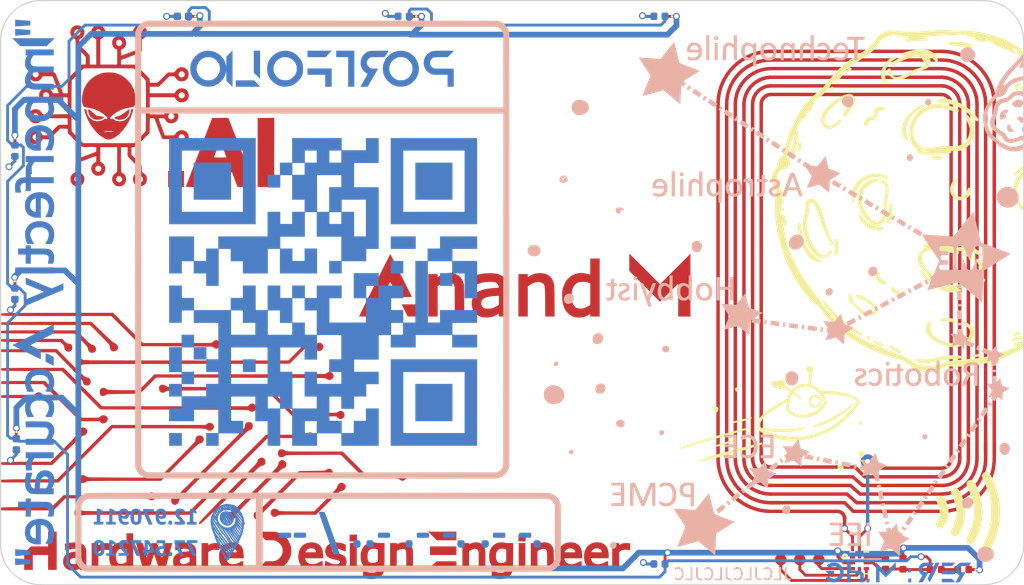
<source format=kicad_pcb>
(kicad_pcb (version 20171130) (host pcbnew "(5.1.6)-1")
  (title_block (title "Business Card") (date 2022-09-24) (rev A))
  (layers (0 F.Cu signal) (31 B.Cu signal) (34 B.Paste user hide) (35 F.Paste user) (36 B.SilkS user) (37 F.SilkS user) (38 B.Mask user hide) (39 F.Mask user) (44 Edge.Cuts user))
  (net 0 "")
  (net 1 GND)
  (net 2 +BATT)
  (net 3 "Net-(D5-Pad2)")
  (net 4 "Net-(R1-Pad1)")
  (net 5 "Net-(TP1-Pad1)")
  (net 6 "Net-(TP2-Pad1)")
  (net 7 "Net-(U1-Pad1)")
  (net 8 "Net-(D1-Pad2)")
  (net 9 "Net-(D2-Pad2)")
  (net 10 "Net-(D3-Pad2)")
  (net 11 "Net-(D4-Pad2)")
  (net 12 "Net-(D6-Pad2)")
  (net 13 "Net-(D7-Pad2)")
  (net 14 "Net-(D8-Pad2)")
  (net 15 "Net-(TP3-Pad1)")
  (module LOGO (layer F.Cu) (at 119.2784 72.2884)
    (fp_text reference G*** hide)
    (fp_text value LOGO hide)
  )
  (module TestPoint:TestPoint_Pad_D1.0mm (layer F.Cu) (at 142.621 96.393)
    (fp_text reference TP3 hide)
    (fp_text value TestPoint)
    (pad 1 smd circle (at 1.651 -0.889) (size 1 1) (layers F.Cu F.Mask) (net 15 "Net-(TP3-Pad1)"))
  )
  (module Resistor_SMD:R_0402_1005Metric (layer B.Cu) (at 132.08 48.26 180)
    (fp_text reference R9 hide)
    (fp_text value 270E)
    (pad 2 smd roundrect (at 0.485 0 180) (size 0.59 0.64) (layers B.Cu B.Paste B.Mask) (net 14 "Net-(D8-Pad2)"))
    (pad 1 smd roundrect (at -0.485 0 180) (size 0.59 0.64) (layers B.Cu B.Paste B.Mask) (net 2 +BATT))
  )
  (module Resistor_SMD:R_0402_1005Metric (layer B.Cu) (at 76.073 59.944 270)
    (fp_text reference R8 hide)
    (fp_text value 270E)
    (pad 2 smd roundrect (at 0.485 0 270) (size 0.59 0.64) (layers B.Cu B.Paste B.Mask) (net 13 "Net-(D7-Pad2)"))
    (pad 1 smd roundrect (at -0.485 0 270) (size 0.59 0.64) (layers B.Cu B.Paste B.Mask) (net 2 +BATT))
  )
  (module Resistor_SMD:R_0402_1005Metric (layer B.Cu) (at 109.855 48.26 180)
    (fp_text reference R7 hide)
    (fp_text value 270E)
    (pad 2 smd roundrect (at 0.485 0 180) (size 0.59 0.64) (layers B.Cu B.Paste B.Mask) (net 12 "Net-(D6-Pad2)"))
    (pad 1 smd roundrect (at -0.485 0 180) (size 0.59 0.64) (layers B.Cu B.Paste B.Mask) (net 2 +BATT))
  )
  (module Resistor_SMD:R_0402_1005Metric (layer B.Cu) (at 76.073 72.367 270)
    (fp_text reference R5 hide)
    (fp_text value 270E)
    (pad 2 smd roundrect (at 0.485 0 270) (size 0.59 0.64) (layers B.Cu B.Paste B.Mask) (net 11 "Net-(D4-Pad2)"))
    (pad 1 smd roundrect (at -0.485 0 270) (size 0.59 0.64) (layers B.Cu B.Paste B.Mask) (net 2 +BATT))
  )
  (module Resistor_SMD:R_0402_1005Metric (layer B.Cu) (at 132.08 95.885 180)
    (fp_text reference R4 hide)
    (fp_text value 270E)
    (pad 2 smd roundrect (at 0.485 0 180) (size 0.59 0.64) (layers B.Cu B.Paste B.Mask) (net 10 "Net-(D3-Pad2)"))
    (pad 1 smd roundrect (at -0.485 0 180) (size 0.59 0.64) (layers B.Cu B.Paste B.Mask) (net 2 +BATT))
  )
  (module Resistor_SMD:R_0402_1005Metric (layer B.Cu) (at 76.2 85.448 270)
    (fp_text reference R3 hide)
    (fp_text value 270E)
    (pad 2 smd roundrect (at 0.485 0 270) (size 0.59 0.64) (layers B.Cu B.Paste B.Mask) (net 9 "Net-(D2-Pad2)"))
    (pad 1 smd roundrect (at -0.485 0 270) (size 0.59 0.64) (layers B.Cu B.Paste B.Mask) (net 2 +BATT))
  )
  (module Resistor_SMD:R_0402_1005Metric (layer B.Cu) (at 90.701 48.26 180)
    (fp_text reference R2 hide)
    (fp_text value 270E)
    (pad 2 smd roundrect (at 0.485 0 180) (size 0.59 0.64) (layers B.Cu B.Paste B.Mask) (net 8 "Net-(D1-Pad2)"))
    (pad 1 smd roundrect (at -0.485 0 180) (size 0.59 0.64) (layers B.Cu B.Paste B.Mask) (net 2 +BATT))
  )
  (module LED_SMD:LED_0402_1005Metric (layer F.Cu) (at 132.08 48.26 180)
    (fp_text reference D8 hide)
    (fp_text value LED)
    (pad 2 smd roundrect (at 0.485 0 180) (size 0.59 0.64) (layers F.Cu F.Paste F.Mask) (net 14 "Net-(D8-Pad2)"))
    (pad 1 smd roundrect (at -0.485 0 180) (size 0.59 0.64) (layers F.Cu F.Paste F.Mask) (net 1 GND))
  )
  (module LED_SMD:LED_0402_1005Metric (layer F.Cu) (at 76.073 59.944 270)
    (fp_text reference D7 hide)
    (fp_text value LED)
    (pad 2 smd roundrect (at 0.485 0 270) (size 0.59 0.64) (layers F.Cu F.Paste F.Mask) (net 13 "Net-(D7-Pad2)"))
    (pad 1 smd roundrect (at -0.485 0 270) (size 0.59 0.64) (layers F.Cu F.Paste F.Mask) (net 1 GND))
  )
  (module LED_SMD:LED_0402_1005Metric (layer F.Cu) (at 109.855 48.26 180)
    (fp_text reference D6 hide)
    (fp_text value LED)
    (pad 2 smd roundrect (at 0.485 0 180) (size 0.59 0.64) (layers F.Cu F.Paste F.Mask) (net 12 "Net-(D6-Pad2)"))
    (pad 1 smd roundrect (at -0.485 0 180) (size 0.59 0.64) (layers F.Cu F.Paste F.Mask) (net 1 GND))
  )
  (module LED_SMD:LED_0402_1005Metric (layer F.Cu) (at 76.073 72.39 270)
    (fp_text reference D4 hide)
    (fp_text value LED)
    (pad 2 smd roundrect (at 0.485 0 270) (size 0.59 0.64) (layers F.Cu F.Paste F.Mask) (net 11 "Net-(D4-Pad2)"))
    (pad 1 smd roundrect (at -0.485 0 270) (size 0.59 0.64) (layers F.Cu F.Paste F.Mask) (net 1 GND))
  )
  (module LED_SMD:LED_0402_1005Metric (layer F.Cu) (at 132.08 95.885 180)
    (fp_text reference D3 hide)
    (fp_text value LED)
    (pad 2 smd roundrect (at 0.485 0 180) (size 0.59 0.64) (layers F.Cu F.Paste F.Mask) (net 10 "Net-(D3-Pad2)"))
    (pad 1 smd roundrect (at -0.485 0 180) (size 0.59 0.64) (layers F.Cu F.Paste F.Mask) (net 1 GND))
  )
  (module LED_SMD:LED_0402_1005Metric (layer F.Cu) (at 76.2 85.494 270)
    (fp_text reference D2 hide)
    (fp_text value LED)
    (pad 2 smd roundrect (at 0.485 0 270) (size 0.59 0.64) (layers F.Cu F.Paste F.Mask) (net 9 "Net-(D2-Pad2)"))
    (pad 1 smd roundrect (at -0.485 0 270) (size 0.59 0.64) (layers F.Cu F.Paste F.Mask) (net 1 GND))
  )
  (module LED_SMD:LED_0402_1005Metric (layer F.Cu) (at 90.655 48.26 180)
    (fp_text reference D1 hide)
    (fp_text value LED)
    (pad 2 smd roundrect (at 0.485 0 180) (size 0.59 0.64) (layers F.Cu F.Paste F.Mask) (net 8 "Net-(D1-Pad2)"))
    (pad 1 smd roundrect (at -0.485 0 180) (size 0.59 0.64) (layers F.Cu F.Paste F.Mask) (net 1 GND))
  )
  (module TestPoint:TestPoint_Pad_D1.0mm (layer F.Cu) (at 144.3736 96.6216)
    (fp_text reference TP2 hide)
    (fp_text value TestPoint)
    (pad 1 smd circle (at -1.7526 -1.1176) (size 1 1) (layers F.Cu F.Mask) (net 6 "Net-(TP2-Pad1)"))
  )
  (module TestPoint:TestPoint_Pad_D1.0mm (layer F.Cu) (at 145.8976 94.4626)
    (fp_text reference TP1 hide)
    (fp_text value TestPoint)
    (pad 1 smd circle (at 0.0254 1.0414) (size 1 1) (layers F.Cu F.Mask) (net 5 "Net-(TP1-Pad1)"))
  )
  (module Resistor_SMD:R_0402_1005Metric (layer F.Cu) (at 151.7142 95.8366 270)
    (fp_text reference R1 hide)
    (fp_text value 0E)
    (pad 2 smd roundrect (at 0.485 0 270) (size 0.59 0.64) (layers F.Cu F.Paste F.Mask) (net 2 +BATT))
    (pad 1 smd roundrect (at -0.485 0 270) (size 0.59 0.64) (layers F.Cu F.Paste F.Mask) (net 4 "Net-(R1-Pad1)"))
  )
  (module LED_SMD:LED_0402_1005Metric (layer F.Cu) (at 158.473 96.3676 180)
    (fp_text reference D5 hide)
    (fp_text value LED)
    (pad 2 smd roundrect (at 0.485 0 180) (size 0.59 0.64) (layers F.Cu F.Paste F.Mask) (net 3 "Net-(D5-Pad2)"))
    (pad 1 smd roundrect (at -0.485 0 180) (size 0.59 0.64) (layers F.Cu F.Paste F.Mask) (net 1 GND))
  )
  (module RF_Module:NT3H1101W0FHKH (layer F.Cu) (at 149.4536 95.7834)
    (fp_text reference U1 hide)
    (fp_text value NT3H1101W0FHKH)
    (pad 6 smd rect (at 0.6 0 180) (size 0.45 0.27) (layers F.Cu F.Mask) (net 2 +BATT))
    (pad 2 smd rect (at -0.6 0 180) (size 0.45 0.27) (layers F.Cu F.Mask) (net 1 GND))
    (pad 5 smd rect (at 0.6 0.5 180) (size 0.45 0.27) (layers F.Cu F.Mask) (net 6 "Net-(TP2-Pad1)"))
    (pad 3 smd rect (at -0.6 0.5 180) (size 0.45 0.27) (layers F.Cu F.Mask) (net 5 "Net-(TP1-Pad1)"))
    (pad 7 smd rect (at 0.6 -0.5 180) (size 0.45 0.27) (layers F.Cu F.Mask) (net 4 "Net-(R1-Pad1)"))
    (pad 1 smd rect (at -0.6 -0.55 180) (size 0.45 0.37) (layers F.Cu F.Mask) (net 7 "Net-(U1-Pad1)"))
    (pad 4 smd rect (at 0 0.6 270) (size 0.45 0.27) (layers F.Cu F.Mask) (net 15 "Net-(TP3-Pad1)"))
    (pad 8 smd rect (at 0 -0.6 270) (size 0.45 0.27) (layers F.Cu F.Mask) (net 7 "Net-(U1-Pad1)"))
  )
  (module Capacitor_SMD:C_0402_1005Metric (layer F.Cu) (at 153.2382 95.8596 90)
    (fp_text reference C1 hide)
    (fp_text value 220nF)
    (pad 2 smd roundrect (at 0.485 0 90) (size 0.59 0.64) (layers F.Cu F.Paste F.Mask) (net 1 GND))
    (pad 1 smd roundrect (at -0.485 0 90) (size 0.59 0.64) (layers F.Cu F.Paste F.Mask) (net 2 +BATT))
  )
  (module Resistor_SMD:R_0402_1005Metric (layer F.Cu) (at 156.083 96.3676)
    (fp_text reference R6 hide)
    (fp_text value 270E)
    (pad 1 smd roundrect (at -0.485 0) (size 0.59 0.64) (layers F.Cu F.Paste F.Mask) (net 2 +BATT))
    (pad 2 smd roundrect (at 0.485 0) (size 0.59 0.64) (layers F.Cu F.Paste F.Mask) (net 3 "Net-(D5-Pad2)"))
  )
  (module LOGO (layer F.Cu) (at 119.2784 72.2884)
    (fp_text reference G*** hide)
    (fp_text value LOGO hide)
    (fp_poly (pts (xy 28.215126 23.51668) (xy 28.334735 23.561741) (xy 28.436009 23.624211) (xy 28.540688 23.714674) (xy 28.637365 23.821463) (xy 28.714633 23.932914) (xy 28.735169 23.97125) (xy 28.762941 24.031439) (xy 28.780943 24.083629) (xy 28.791266 24.139954) (xy 28.796 24.212546) (xy 28.797236 24.313539) (xy 28.79725 24.331528) (xy 28.796474 24.4366) (xy 28.792616 24.511756) (xy 28.783375 24.569404) (xy 28.766453 24.621955) (xy 28.73955 24.681816) (xy 28.727947 24.705579) (xy 28.640435 24.843309) (xy 28.5234 24.96946) (xy 28.388867 25.07238) (xy 28.299833 25.120365) (xy 28.199214 25.152955) (xy 28.076077 25.174441) (xy 27.94564 25.183789) (xy 27.823117 25.179961) (xy 27.723723 25.161922) (xy 27.71775 25.160008) (xy 27.542705 25.084009) (xy 27.393944 24.979639) (xy 27.344397 24.933413) (xy 27.292753 24.87892) (xy 27.255819 24.834511) (xy 27.241502 24.809704) (xy 27.2415 24.809561) (xy 27.260126 24.793293) (xy 27.309194 24.770019) (xy 27.378482 24.744515) (xy 27.385699 24.742165) (xy 27.529898 24.695722) (xy 27.628642 24.771095) (xy 27.75362 24.843809) (xy 27.882253 24.878748) (xy 28.010033 24.879673) (xy 28.132453 24.85035) (xy 28.245006 24.79454) (xy 28.343185 24.716008) (xy 28.422483 24.618517) (xy 28.478393 24.50583) (xy 28.506406 24.38171) (xy 28.502017 24.24992) (xy 28.460719 24.114225) (xy 28.447748 24.087173) (xy 28.396229 24.012183) (xy 28.321734 23.934542) (xy 28.237715 23.866207) (xy 28.157623 23.819136) (xy 28.137366 23.811273) (xy 28.07671 23.799611) (xy 27.993599 23.793914) (xy 27.919441 23.794893) (xy 27.825437 23.804629) (xy 27.751911 23.825597) (xy 27.677269 23.864334) (xy 27.664895 23.871923) (xy 27.554043 23.940832) (xy 27.452841 23.850208) (xy 27.400034 23.799713) (xy 27.362633 23.757863) (xy 27.349486 23.735702) (xy 27.365297 23.709767) (xy 27.409549 23.671479) (xy 27.4727 23.627173) (xy 27.545207 23.583186) (xy 27.617527 23.545854) (xy 27.66463 23.526474) (xy 27.844167 23.485424) (xy 28.031075 23.482339) (xy 28.215126 23.51668)) (layer B.Cu) (width 0.01))
    (fp_poly (pts (xy 29.421666 24.172333) (xy 30.258885 24.172333) (xy 30.401192 24.315739) (xy 30.5435 24.459145) (xy 30.5435 25.188333) (xy 30.247166 25.188333) (xy 30.247166 24.489833) (xy 29.421666 24.489833) (xy 29.421666 25.188333) (xy 29.104166 25.188333) (xy 29.104166 23.473833) (xy 29.421666 23.473833) (xy 29.421666 24.172333)) (layer B.Cu) (width 0.01))
    (fp_poly (pts (xy 31.0515 25.188333) (xy 30.776333 25.188333) (xy 30.776333 24.870833) (xy 31.0515 24.870833) (xy 31.0515 25.188333)) (layer B.Cu) (width 0.01))
    (fp_poly (pts (xy 32.046333 23.886583) (xy 32.469666 24.309519) (xy 32.887902 23.891676) (xy 32.997081 23.783139) (xy 33.096744 23.685092) (xy 33.182932 23.601348) (xy 33.251683 23.535722) (xy 33.299038 23.492027) (xy 33.321037 23.474077) (xy 33.321818 23.473833) (xy 33.328474 23.493485) (xy 33.333728 23.546395) (xy 33.336891 23.623494) (xy 33.3375 23.680401) (xy 33.3375 23.88697) (xy 32.903639 24.320444) (xy 32.469778 24.753917) (xy 32.194555 24.479305) (xy 31.919333 24.204694) (xy 31.919333 25.188333) (xy 31.623 25.188333) (xy 31.623 23.463646) (xy 32.046333 23.886583)) (layer B.Cu) (width 0.01))
    (fp_poly (pts (xy 34.671 25.188333) (xy 34.417 25.188333) (xy 34.417 24.870833) (xy 34.671 24.870833) (xy 34.671 25.188333)) (layer B.Cu) (width 0.01))
    (fp_poly (pts (xy 36.423101 23.473592) (xy 36.518559 23.477317) (xy 36.590728 23.483272) (xy 36.632293 23.491515) (xy 36.6395 23.497522) (xy 36.629142 23.526504) (xy 36.601986 23.579717) (xy 36.56391 23.645645) (xy 36.563884 23.645689) (xy 36.488268 23.770166) (xy 36.209342 23.770671) (xy 36.096392 23.772352) (xy 35.991049 23.776572) (xy 35.904611 23.782708) (xy 35.848375 23.790136) (xy 35.84575 23.790714) (xy 35.752786 23.83103) (xy 35.683193 23.898338) (xy 35.641664 23.983543) (xy 35.632892 24.077548) (xy 35.655533 24.159358) (xy 35.705427 24.235173) (xy 35.774369 24.285133) (xy 35.869126 24.312489) (xy 35.991123 24.3205) (xy 36.067741 24.322411) (xy 36.1247 24.327474) (xy 36.151745 24.334681) (xy 36.152664 24.336375) (xy 36.142491 24.358513) (xy 36.113988 24.41179) (xy 36.070174 24.490789) (xy 36.014071 24.590092) (xy 35.948699 24.704283) (xy 35.913638 24.765) (xy 35.674614 25.17775) (xy 35.50089 25.183897) (xy 35.421354 25.184842) (xy 35.361244 25.181989) (xy 35.330346 25.175939) (xy 35.32823 25.173314) (xy 35.338717 25.15012) (xy 35.366951 25.097097) (xy 35.409248 25.020926) (xy 35.461924 24.928285) (xy 35.494598 24.871676) (xy 35.659903 24.586769) (xy 35.582734 24.530869) (xy 35.462153 24.423387) (xy 35.381181 24.302863) (xy 35.338213 24.16593) (xy 35.331646 24.009224) (xy 35.331961 24.004653) (xy 35.361788 23.851819) (xy 35.425847 23.719285) (xy 35.520671 23.611548) (xy 35.642792 23.533105) (xy 35.7173 23.504975) (xy 35.77095 23.494749) (xy 35.852519 23.486339) (xy 35.95469 23.479803) (xy 36.07015 23.475202) (xy 36.191581 23.472593) (xy 36.31167 23.472037) (xy 36.423101 23.473592)) (layer B.Cu) (width 0.01))
    (fp_poly (pts (xy 37.043787 23.476368) (xy 37.101215 23.483248) (xy 37.125958 23.493386) (xy 37.126333 23.494929) (xy 37.117213 23.51821) (xy 37.091404 23.574168) (xy 37.051231 23.658159) (xy 36.999019 23.765538) (xy 36.937093 23.891659) (xy 36.867777 24.031878) (xy 36.793398 24.181549) (xy 36.716279 24.336026) (xy 36.638747 24.490666) (xy 36.563126 24.640822) (xy 36.49174 24.78185) (xy 36.426916 24.909104) (xy 36.370978 25.017939) (xy 36.326251 25.10371) (xy 36.295061 25.161772) (xy 36.279732 25.187479) (xy 36.278737 25.188333) (xy 36.264831 25.170644) (xy 36.237742 25.123398) (xy 36.20235 25.055325) (xy 36.18653 25.023335) (xy 36.106085 24.858338) (xy 36.452016 24.166085) (xy 36.797946 23.473833) (xy 36.96214 23.473833) (xy 37.043787 23.476368)) (layer B.Cu) (width 0.01))
    (fp_poly (pts (xy 38.349319 25.024861) (xy 38.408135 25.085826) (xy 38.453402 25.135834) (xy 38.478276 25.167185) (xy 38.481 25.173027) (xy 38.460742 25.17706) (xy 38.403606 25.180695) (xy 38.315044 25.183785) (xy 38.20051 25.186186) (xy 38.065457 25.18775) (xy 37.91534 25.188332) (xy 37.9095 25.188333) (xy 37.338 25.188333) (xy 37.338 24.892) (xy 38.217639 24.892) (xy 38.349319 25.024861)) (layer B.Cu) (width 0.01))
    (fp_poly (pts (xy 39.574261 23.474513) (xy 39.684743 23.476408) (xy 39.772924 23.479299) (xy 39.832356 23.482968) (xy 39.856592 23.487197) (xy 39.856833 23.487674) (xy 39.847201 23.511709) (xy 39.821847 23.561987) (xy 39.786085 23.628012) (xy 39.782956 23.633618) (xy 39.70908 23.765722) (xy 39.374551 23.773236) (xy 39.231486 23.777579) (xy 39.123843 23.7847) (xy 39.044715 23.796725) (xy 38.987198 23.815779) (xy 38.944384 23.843989) (xy 38.909367 23.883479) (xy 38.882235 23.924775) (xy 38.846905 24.019284) (xy 38.850496 24.114749) (xy 38.89073 24.202393) (xy 38.96533 24.273437) (xy 38.974152 24.279023) (xy 39.025211 24.302478) (xy 39.090248 24.315482) (xy 39.181804 24.320254) (xy 39.208222 24.32042) (xy 39.295297 24.322265) (xy 39.345601 24.328314) (xy 39.36457 24.339491) (xy 39.364138 24.346958) (xy 39.35086 24.372376) (xy 39.319519 24.428691) (xy 39.273346 24.51021) (xy 39.215573 24.611242) (xy 39.149431 24.726095) (xy 39.120804 24.775583) (xy 38.887859 25.17775) (xy 38.716179 25.183897) (xy 38.636992 25.184949) (xy 38.577124 25.182347) (xy 38.546502 25.176646) (xy 38.5445 25.174323) (xy 38.554457 25.151393) (xy 38.581923 25.098475) (xy 38.623286 25.022269) (xy 38.674937 24.929478) (xy 38.706384 24.873865) (xy 38.868269 24.58913) (xy 38.806926 24.545358) (xy 38.686504 24.441868) (xy 38.604944 24.328438) (xy 38.558943 24.198892) (xy 38.545171 24.055916) (xy 38.562395 23.897117) (xy 38.615195 23.760618) (xy 38.704367 23.644578) (xy 38.736486 23.615054) (xy 38.793726 23.570432) (xy 38.852474 23.536113) (xy 38.919228 23.510808) (xy 39.000485 23.493225) (xy 39.102745 23.482076) (xy 39.232504 23.476071) (xy 39.396261 23.47392) (xy 39.447925 23.473833) (xy 39.574261 23.474513)) (layer B.Cu) (width 0.01))
    (fp_poly (pts (xy 27.961166 24.489833) (xy 27.526114 24.489833) (xy 27.379083 24.341666) (xy 27.232052 24.1935) (xy 27.961166 24.1935) (xy 27.961166 24.489833)) (layer B.Cu) (width 0.01))
    (fp_poly (pts (xy 38.481 24.489833) (xy 37.338 24.489833) (xy 37.338 24.1935) (xy 38.481 24.1935) (xy 38.481 24.489833)) (layer B.Cu) (width 0.01))
    (fp_poly (pts (xy 34.671 24.3205) (xy 34.417 24.3205) (xy 34.417 24.024166) (xy 34.671 24.024166) (xy 34.671 24.3205)) (layer B.Cu) (width 0.01))
    (fp_poly (pts (xy 38.060075 23.474417) (xy 38.195789 23.476065) (xy 38.311189 23.47862) (xy 38.400822 23.481924) (xy 38.459233 23.48582) (xy 38.48097 23.490151) (xy 38.481 23.490319) (xy 38.466909 23.511651) (xy 38.429246 23.554648) (xy 38.374922 23.611602) (xy 38.348138 23.638486) (xy 38.215277 23.770166) (xy 37.338 23.770166) (xy 37.338 23.473833) (xy 37.9095 23.473833) (xy 38.060075 23.474417)) (layer B.Cu) (width 0.01))
    (fp_poly (pts (xy -43.015959 23.12623) (xy -42.945881 23.131684) (xy -42.842421 23.139481) (xy -42.714423 23.148967) (xy -42.570733 23.159488) (xy -42.420195 23.17039) (xy -42.365084 23.17435) (xy -41.87825 23.20925) (xy -41.872165 23.405041) (xy -41.870642 23.502286) (xy -41.873797 23.563335) (xy -41.882271 23.594136) (xy -41.893331 23.600993) (xy -41.921072 23.602593) (xy -41.985117 23.607018) (xy -42.079561 23.613836) (xy -42.198501 23.622616) (xy -42.336033 23.632927) (xy -42.470917 23.643166) (xy -42.623655 23.654603) (xy -42.766345 23.664868) (xy -42.892342 23.673515) (xy -42.994999 23.6801) (xy -43.067668 23.684178) (xy -43.100625 23.68534) (xy -43.18 23.6855) (xy -43.18 23.113009) (xy -43.015959 23.12623)) (layer B.Cu) (width 0.01))
    (fp_poly (pts (xy -24.506292 18.409814) (xy -24.329907 18.443802) (xy -24.187311 18.482657) (xy -24.069965 18.530667) (xy -23.96933 18.592117) (xy -23.876865 18.671295) (xy -23.784203 18.772284) (xy -23.714032 18.862198) (xy -23.640007 18.968402) (xy -23.568036 19.081184) (xy -23.504032 19.190835) (xy -23.453905 19.287643) (xy -23.423564 19.361898) (xy -23.421905 19.3675) (xy -23.401981 19.426359) (xy -23.378652 19.483916) (xy -23.361154 19.534869) (xy -23.340158 19.612505) (xy -23.318776 19.70296) (xy -23.300122 19.792368) (xy -23.287309 19.866865) (xy -23.283334 19.90845) (xy -23.2746 19.949653) (xy -23.253078 20.006583) (xy -23.24799 20.017666) (xy -23.226642 20.067177) (xy -23.225641 20.095452) (xy -23.24613 20.11898) (xy -23.255545 20.126698) (xy -23.275348 20.148989) (xy -23.290413 20.184413) (xy -23.302633 20.240896) (xy -23.313901 20.326363) (xy -23.321946 20.404666) (xy -23.335075 20.507867) (xy -23.354561 20.620202) (xy -23.378298 20.733104) (xy -23.40418 20.838003) (xy -23.4301 20.926331) (xy -23.453951 20.989519) (xy -23.472837 21.0185) (xy -23.487392 21.044854) (xy -23.500883 21.09364) (xy -23.501069 21.094588) (xy -23.519087 21.155428) (xy -23.551762 21.239162) (xy -23.593083 21.331737) (xy -23.637039 21.419103) (xy -23.649633 21.441833) (xy -23.698026 21.534525) (xy -23.740553 21.629948) (xy -23.772643 21.716529) (xy -23.789726 21.782696) (xy -23.791334 21.800599) (xy -23.811354 21.86849) (xy -23.843363 21.90302) (xy -23.890644 21.952208) (xy -23.920844 21.999806) (xy -23.943199 22.039878) (xy -23.959725 22.055666) (xy -23.97484 22.073434) (xy -23.998351 22.118694) (xy -24.012434 22.150916) (xy -24.038609 22.20623) (xy -24.061347 22.240592) (xy -24.06969 22.246166) (xy -24.084199 22.26396) (xy -24.087667 22.289423) (xy -24.101506 22.333439) (xy -24.135349 22.383892) (xy -24.140584 22.389749) (xy -24.175418 22.431717) (xy -24.19299 22.461503) (xy -24.1935 22.464507) (xy -24.20363 22.490202) (xy -24.229889 22.541102) (xy -24.266082 22.606446) (xy -24.306012 22.675472) (xy -24.343483 22.737416) (xy -24.3723 22.781517) (xy -24.38463 22.7965) (xy -24.402025 22.823163) (xy -24.414324 22.854708) (xy -24.433157 22.891633) (xy -24.448927 22.902333) (xy -24.46672 22.919371) (xy -24.468667 22.932319) (xy -24.47815 22.963967) (xy -24.484542 22.969361) (xy -24.501756 22.990501) (xy -24.531168 23.038815) (xy -24.563917 23.099129) (xy -24.616051 23.193422) (xy -24.659944 23.254546) (xy -24.702292 23.28894) (xy -24.749793 23.303044) (xy -24.777488 23.3045) (xy -24.828023 23.299601) (xy -24.858444 23.277174) (xy -24.884398 23.225626) (xy -24.884605 23.225125) (xy -24.912612 23.165749) (xy -24.940107 23.120033) (xy -24.944877 23.114) (xy -24.982275 23.061508) (xy -24.982517 23.061083) (xy -24.934334 23.061083) (xy -24.92375 23.071666) (xy -24.913167 23.061083) (xy -24.92375 23.0505) (xy -24.934334 23.061083) (xy -24.982517 23.061083) (xy -25.02132 22.992995) (xy -25.053139 22.925445) (xy -25.068701 22.876966) (xy -25.08874 22.829372) (xy -25.107121 22.809383) (xy -25.12351 22.790384) (xy -25.148399 22.750344) (xy -25.182988 22.686841) (xy -25.228476 22.597454) (xy -25.286061 22.479762) (xy -25.356942 22.331343) (xy -25.442318 22.149775) (xy -25.444391 22.145321) (xy -25.263878 22.145321) (xy -25.262675 22.169339) (xy -25.247829 22.217589) (xy -25.224487 22.276367) (xy -25.197795 22.331972) (xy -25.186254 22.352) (xy -25.09752 22.497874) (xy -25.012916 22.64369) (xy -24.937752 22.779914) (xy -24.877336 22.897009) (xy -24.847516 22.960541) (xy -24.814357 23.03234) (xy -24.78663 23.086167) (xy -24.769218 23.112714) (xy -24.766986 23.114) (xy -24.749692 23.097455) (xy -24.719439 23.055095) (xy -24.697792 23.020764) (xy -24.666144 22.965703) (xy -24.655923 22.936193) (xy -24.665342 22.922385) (xy -24.679089 22.917692) (xy -24.706306 22.895344) (xy -24.744929 22.84483) (xy -24.787681 22.775972) (xy -24.798223 22.756928) (xy -24.837956 22.686918) (xy -24.871551 22.634162) (xy -24.89322 22.607555) (xy -24.896455 22.606) (xy -24.911598 22.588953) (xy -24.913167 22.576514) (xy -24.930197 22.543613) (xy -24.943925 22.535226) (xy -24.972656 22.511544) (xy -25.011677 22.464307) (xy -25.033792 22.432419) (xy -25.075204 22.374023) (xy -25.11366 22.328438) (xy -25.128298 22.314974) (xy -25.16204 22.280213) (xy -25.201283 22.227214) (xy -25.210179 22.213319) (xy -25.240246 22.168675) (xy -25.260487 22.145981) (xy -25.263878 22.145321) (xy -25.444391 22.145321) (xy -25.543389 21.932638) (xy -25.574651 21.865166) (xy -25.606423 21.796558) (xy -25.647122 21.708704) (xy -25.687416 21.62175) (xy -25.742851 21.500544) (xy -25.781777 21.411112) (xy -25.806577 21.347339) (xy -25.818263 21.307757) (xy -25.643206 21.307757) (xy -25.635027 21.341337) (xy -25.631193 21.352775) (xy -25.613242 21.388971) (xy -25.576231 21.453192) (xy -25.524705 21.538321) (xy -25.463207 21.637241) (xy -25.396283 21.742835) (xy -25.328475 21.847985) (xy -25.264329 21.945576) (xy -25.208388 22.028489) (xy -25.165198 22.089608) (xy -25.14185 22.119166) (xy -25.113823 22.153401) (xy -25.072115 22.20836) (xy -25.039406 22.253202) (xy -24.98705 22.324192) (xy -24.933687 22.3934) (xy -24.907875 22.425329) (xy -24.872143 22.470632) (xy -24.851606 22.501371) (xy -24.849667 22.506624) (xy -24.836519 22.527843) (xy -24.803745 22.566677) (xy -24.791459 22.580007) (xy -24.7423 22.63502) (xy -24.685797 22.701983) (xy -24.663264 22.729802) (xy -24.614175 22.788762) (xy -24.588716 22.813737) (xy -24.587085 22.805998) (xy -24.609483 22.766819) (xy -24.656109 22.697473) (xy -24.657815 22.695038) (xy -24.700866 22.628693) (xy -24.731719 22.57166) (xy -24.743828 22.536071) (xy -24.743834 22.535624) (xy -24.760251 22.497439) (xy -24.776485 22.486308) (xy -24.803196 22.462145) (xy -24.837045 22.414942) (xy -24.869426 22.359292) (xy -24.891731 22.309788) (xy -24.896279 22.283208) (xy -24.907896 22.267938) (xy -24.913642 22.267333) (xy -24.933446 22.250613) (xy -24.96989 22.205449) (xy -25.017237 22.139334) (xy -25.055405 22.082125) (xy -25.121939 21.984767) (xy -25.196872 21.883195) (xy -25.267634 21.794206) (xy -25.292449 21.765341) (xy -25.353796 21.693363) (xy -25.409174 21.623267) (xy -25.448059 21.568464) (xy -25.452311 21.561569) (xy -25.495231 21.495355) (xy -25.552028 21.415102) (xy -25.60941 21.339238) (xy -25.637533 21.304733) (xy -25.643206 21.307757) (xy -25.818263 21.307757) (xy -25.819635 21.303113) (xy -25.823334 21.273031) (xy -25.832043 21.233612) (xy -25.842101 21.221066) (xy -25.857883 21.19439) (xy -25.873087 21.143164) (xy -25.875751 21.130132) (xy -25.893495 21.067831) (xy -25.924108 20.98822) (xy -25.952234 20.926643) (xy -25.984554 20.853906) (xy -26.006859 20.789184) (xy -26.013834 20.751744) (xy -26.021361 20.713017) (xy -26.035 20.701) (xy -26.052556 20.68339) (xy -26.054729 20.670066) (xy -25.87928 20.670066) (xy -25.863435 20.720712) (xy -25.836811 20.783754) (xy -25.804552 20.84703) (xy -25.771805 20.898379) (xy -25.771237 20.899126) (xy -25.737724 20.946786) (xy -25.718954 20.980706) (xy -25.7175 20.98652) (xy -25.704061 21.012359) (xy -25.67366 21.048022) (xy -25.643286 21.083384) (xy -25.599508 21.139749) (xy -25.548638 21.208298) (xy -25.496989 21.280216) (xy -25.450873 21.346685) (xy -25.416602 21.398888) (xy -25.400489 21.42801) (xy -25.4 21.43026) (xy -25.38763 21.450856) (xy -25.353578 21.498457) (xy -25.302431 21.566871) (xy -25.238776 21.649908) (xy -25.206997 21.69075) (xy -25.136546 21.782434) (xy -25.07422 21.866441) (xy -25.025435 21.935258) (xy -24.995603 21.981369) (xy -24.990364 21.991373) (xy -24.959574 22.041943) (xy -24.931411 22.07131) (xy -24.90367 22.101235) (xy -24.862342 22.156603) (xy -24.81549 22.226482) (xy -24.806538 22.240644) (xy -24.727675 22.362763) (xy -24.654352 22.468922) (xy -24.589896 22.554872) (xy -24.537632 22.616365) (xy -24.500889 22.649153) (xy -24.484698 22.651664) (xy -24.485452 22.623246) (xy -24.515045 22.568359) (xy -24.556443 22.510064) (xy -24.605393 22.444803) (xy -24.645938 22.389178) (xy -24.669471 22.355006) (xy -24.66975 22.354555) (xy -24.69386 22.320289) (xy -24.703663 22.309666) (xy -24.71997 22.285339) (xy -24.745148 22.237502) (xy -24.7537 22.219708) (xy -24.780926 22.170301) (xy -24.804013 22.142538) (xy -24.809338 22.140333) (xy -24.827775 22.123679) (xy -24.862679 22.07933) (xy -24.908429 22.015705) (xy -24.959402 21.941221) (xy -25.009977 21.864298) (xy -25.054532 21.793354) (xy -25.087447 21.736808) (xy -25.103099 21.703078) (xy -25.103667 21.699568) (xy -25.120424 21.676727) (xy -25.131466 21.674666) (xy -25.156531 21.656801) (xy -25.183235 21.612634) (xy -25.188334 21.600583) (xy -25.210849 21.552678) (xy -25.229903 21.527582) (xy -25.232981 21.5265) (xy -25.251629 21.510132) (xy -25.287019 21.46675) (xy -25.332979 21.404929) (xy -25.383335 21.33325) (xy -25.431914 21.26029) (xy -25.47254 21.194626) (xy -25.475519 21.189501) (xy -25.520355 21.123636) (xy -25.572562 21.061738) (xy -25.574625 21.059626) (xy -25.612314 21.013952) (xy -25.632006 20.975546) (xy -25.632834 20.969476) (xy -25.649936 20.935331) (xy -25.664584 20.926178) (xy -25.692741 20.897891) (xy -25.696334 20.88158) (xy -25.706407 20.852972) (xy -25.715294 20.849166) (xy -25.735949 20.832702) (xy -25.770239 20.789983) (xy -25.802684 20.742528) (xy -25.839971 20.687548) (xy -25.867943 20.652089) (xy -25.879199 20.643976) (xy -25.87928 20.670066) (xy -26.054729 20.670066) (xy -26.056167 20.661251) (xy -26.064137 20.615912) (xy -26.083735 20.55587) (xy -26.087917 20.545514) (xy -26.1097 20.47323) (xy -26.11961 20.40056) (xy -26.119667 20.396012) (xy -26.124557 20.343548) (xy -26.136513 20.312445) (xy -26.13836 20.310945) (xy -26.150446 20.28909) (xy -26.162348 20.236584) (xy -26.174578 20.150124) (xy -26.178524 20.112775) (xy -26.004165 20.112775) (xy -26.003783 20.136692) (xy -25.991775 20.184934) (xy -25.972955 20.243342) (xy -25.952133 20.297755) (xy -25.934124 20.334013) (xy -25.926548 20.341166) (xy -25.908576 20.35907) (xy -25.871368 20.410938) (xy -25.816733 20.493999) (xy -25.746481 20.605488) (xy -25.662422 20.742634) (xy -25.641637 20.776999) (xy -25.595997 20.843176) (xy -25.544723 20.905161) (xy -25.541096 20.909001) (xy -25.50474 20.95065) (xy -25.485555 20.97985) (xy -25.484667 20.98354) (xy -25.471555 21.00796) (xy -25.439254 21.047998) (xy -25.431757 21.056241) (xy -25.385393 21.115146) (xy -25.34804 21.176845) (xy -25.347952 21.177026) (xy -25.311709 21.238058) (xy -25.265957 21.299153) (xy -25.263278 21.30225) (xy -25.22841 21.347739) (xy -25.210243 21.382397) (xy -25.2095 21.387117) (xy -25.193431 21.415711) (xy -25.168734 21.435942) (xy -25.1325 21.468725) (xy -25.08831 21.522015) (xy -25.045152 21.583048) (xy -25.012013 21.639059) (xy -24.997881 21.677282) (xy -24.997834 21.67868) (xy -24.981592 21.710941) (xy -24.9555 21.733254) (xy -24.922116 21.766762) (xy -24.913167 21.79241) (xy -24.899381 21.826956) (xy -24.864778 21.874665) (xy -24.848473 21.892772) (xy -24.798838 21.951195) (xy -24.757414 22.010669) (xy -24.75072 22.022414) (xy -24.724491 22.065051) (xy -24.682447 22.126323) (xy -24.630197 22.198829) (xy -24.573347 22.275169) (xy -24.517508 22.347942) (xy -24.468286 22.409748) (xy -24.431291 22.453186) (xy -24.412131 22.470856) (xy -24.410989 22.47071) (xy -24.416776 22.450361) (xy -24.438529 22.40492) (xy -24.459585 22.365802) (xy -24.488092 22.31138) (xy -24.503164 22.275619) (xy -24.503237 22.267333) (xy -24.507928 22.254027) (xy -24.53442 22.221469) (xy -24.539211 22.216235) (xy -24.58438 22.159417) (xy -24.617575 22.107047) (xy -24.654442 22.050256) (xy -24.700907 21.99289) (xy -24.702733 21.990918) (xy -24.744637 21.936868) (xy -24.78945 21.86565) (xy -24.808567 21.830231) (xy -24.842329 21.769415) (xy -24.872952 21.724588) (xy -24.886709 21.710656) (xy -24.910943 21.678099) (xy -24.913167 21.665296) (xy -24.930101 21.63299) (xy -24.942288 21.625687) (xy -24.969183 21.602754) (xy -25.007811 21.55635) (xy -25.049009 21.499381) (xy -25.083612 21.444751) (xy -25.102457 21.405366) (xy -25.103667 21.398438) (xy -25.118261 21.378748) (xy -25.121955 21.378333) (xy -25.143296 21.362234) (xy -25.177887 21.321049) (xy -25.20133 21.288375) (xy -25.243915 21.22874) (xy -25.302314 21.150904) (xy -25.365543 21.069442) (xy -25.380792 21.05025) (xy -25.441834 20.971359) (xy -25.498865 20.893374) (xy -25.541771 20.830237) (xy -25.549698 20.817416) (xy -25.586293 20.759339) (xy -25.637761 20.681687) (xy -25.694257 20.599253) (xy -25.70649 20.581795) (xy -25.771258 20.485382) (xy -25.8411 20.374589) (xy -25.901458 20.272545) (xy -25.904243 20.267593) (xy -25.94567 20.196122) (xy -25.979356 20.142564) (xy -26.000242 20.114756) (xy -26.004165 20.112775) (xy -26.178524 20.112775) (xy -26.18765 20.026405) (xy -26.195041 19.945197) (xy -26.19272 19.766253) (xy -26.189122 19.74611) (xy -26.030676 19.74611) (xy -26.02529 19.776177) (xy -26.003727 19.830811) (xy -25.971794 19.898403) (xy -25.935298 19.967344) (xy -25.900047 20.026024) (xy -25.872671 20.06202) (xy -25.848916 20.094883) (xy -25.813809 20.154058) (xy -25.774316 20.227692) (xy -25.768095 20.239943) (xy -25.703791 20.358672) (xy -25.627861 20.480506) (xy -25.533006 20.616859) (xy -25.486785 20.679833) (xy -25.439786 20.749508) (xy -25.396416 20.82361) (xy -25.391303 20.833426) (xy -25.351951 20.896537) (xy -25.297856 20.966702) (xy -25.269839 20.998103) (xy -25.221538 21.055718) (xy -25.18621 21.110369) (xy -25.1757 21.135551) (xy -25.159961 21.174858) (xy -25.145427 21.187833) (xy -25.123553 21.204853) (xy -25.081215 21.253303) (xy -25.021244 21.329265) (xy -24.946472 21.428822) (xy -24.859732 21.548057) (xy -24.763855 21.683053) (xy -24.661673 21.829893) (xy -24.556019 21.984659) (xy -24.449724 22.143435) (xy -24.399989 22.218881) (xy -24.345562 22.294707) (xy -24.306909 22.332334) (xy -24.284379 22.331529) (xy -24.278167 22.299754) (xy -24.288658 22.271555) (xy -24.317281 22.215368) (xy -24.359765 22.139123) (xy -24.411837 22.050749) (xy -24.416228 22.043495) (xy -24.470284 21.952177) (xy -24.516468 21.87009) (xy -24.55 21.806016) (xy -24.566095 21.768733) (xy -24.566305 21.767939) (xy -24.586694 21.725844) (xy -24.606095 21.709405) (xy -24.628567 21.688358) (xy -24.666565 21.64131) (xy -24.713238 21.578099) (xy -24.761734 21.508562) (xy -24.805201 21.442536) (xy -24.836787 21.389858) (xy -24.849639 21.360365) (xy -24.849667 21.359719) (xy -24.863098 21.335389) (xy -24.897488 21.292476) (xy -24.925387 21.261635) (xy -24.977356 21.203077) (xy -25.022106 21.146881) (xy -25.03642 21.126382) (xy -25.073924 21.074527) (xy -25.122519 21.015051) (xy -25.134147 21.001841) (xy -25.18428 20.942506) (xy -25.240071 20.871089) (xy -25.295854 20.7956) (xy -25.345964 20.724048) (xy -25.384734 20.664443) (xy -25.406498 20.624792) (xy -25.408855 20.613536) (xy -25.414915 20.594076) (xy -25.419906 20.591682) (xy -25.429521 20.584545) (xy -25.445957 20.565885) (xy -25.471464 20.532494) (xy -25.508291 20.48116) (xy -25.558687 20.408671) (xy -25.624902 20.311817) (xy -25.709184 20.187388) (xy -25.813784 20.032171) (xy -25.860554 19.962622) (xy -25.919546 19.877339) (xy -25.970124 19.808894) (xy -26.007886 19.762891) (xy -26.028429 19.744933) (xy -26.030676 19.74611) (xy -26.189122 19.74611) (xy -26.15699 19.56623) (xy -26.144786 19.525601) (xy -25.967324 19.525601) (xy -25.966433 19.549244) (xy -25.952922 19.593838) (xy -25.933144 19.642491) (xy -25.913453 19.67831) (xy -25.90737 19.685) (xy -25.890149 19.707883) (xy -25.859844 19.755978) (xy -25.833101 19.801416) (xy -25.798196 19.860638) (xy -25.771141 19.903495) (xy -25.760411 19.917833) (xy -25.740447 19.941554) (xy -25.702378 19.991468) (xy -25.652348 20.059072) (xy -25.596507 20.135863) (xy -25.541001 20.213337) (xy -25.491976 20.28299) (xy -25.455581 20.33632) (xy -25.439737 20.36143) (xy -25.412848 20.403477) (xy -25.368892 20.466267) (xy -25.316778 20.537119) (xy -25.310042 20.546031) (xy -25.26271 20.609865) (xy -25.227359 20.660234) (xy -25.210215 20.688191) (xy -25.2095 20.690554) (xy -25.197715 20.71143) (xy -25.165779 20.758828) (xy -25.11882 20.825316) (xy -25.071917 20.889937) (xy -25.016355 20.966681) (xy -24.971542 21.030564) (xy -24.942611 21.074141) (xy -24.934334 21.08957) (xy -24.920695 21.110502) (xy -24.886158 21.14954) (xy -24.865108 21.171252) (xy -24.811304 21.230819) (xy -24.763478 21.292636) (xy -24.753983 21.306853) (xy -24.722574 21.353981) (xy -24.674621 21.423157) (xy -24.61857 21.50226) (xy -24.595667 21.534112) (xy -24.534431 21.621827) (xy -24.474402 21.712753) (xy -24.426154 21.790746) (xy -24.41575 21.808862) (xy -24.354764 21.915205) (xy -24.297684 22.009686) (xy -24.24848 22.086168) (xy -24.211119 22.138511) (xy -24.189569 22.160576) (xy -24.188209 22.160899) (xy -24.174123 22.144279) (xy -24.172334 22.12975) (xy -24.183763 22.101582) (xy -24.1935 22.098) (xy -24.213139 22.081269) (xy -24.214667 22.071353) (xy -24.226047 22.043539) (xy -24.256721 21.989922) (xy -24.301486 21.919224) (xy -24.336375 21.867223) (xy -24.390076 21.788655) (xy -24.436287 21.720569) (xy -24.468729 21.672246) (xy -24.47925 21.656155) (xy -24.502313 21.622502) (xy -24.541978 21.567253) (xy -24.587162 21.505744) (xy -24.63925 21.430885) (xy -24.686453 21.35509) (xy -24.713461 21.304951) (xy -24.744783 21.244781) (xy -24.774494 21.197474) (xy -24.781553 21.188535) (xy -24.824792 21.135565) (xy -24.87118 21.072976) (xy -24.913343 21.011512) (xy -24.943908 20.961918) (xy -24.9555 20.935103) (xy -24.967112 20.913466) (xy -24.971375 20.912628) (xy -24.990261 20.896035) (xy -25.022278 20.853282) (xy -25.048982 20.812087) (xy -25.143787 20.668328) (xy -25.236791 20.542629) (xy -25.058579 20.542629) (xy -25.054673 20.565581) (xy -25.02437 20.606112) (xy -25.023508 20.60705) (xy -24.989551 20.655111) (xy -24.957822 20.716849) (xy -24.955611 20.722166) (xy -24.930052 20.772338) (xy -24.886861 20.844477) (xy -24.833479 20.926438) (xy -24.806504 20.965583) (xy -24.749602 21.048157) (xy -24.697566 21.126543) (xy -24.658441 21.188505) (xy -24.646859 21.208366) (xy -24.610087 21.26832) (xy -24.573426 21.318578) (xy -24.569209 21.323482) (xy -24.54103 21.364713) (xy -24.532167 21.392178) (xy -24.518367 21.423111) (xy -24.483832 21.467897) (xy -24.46902 21.483805) (xy -24.420071 21.540823) (xy -24.380152 21.598786) (xy -24.374811 21.608472) (xy -24.347273 21.656655) (xy -24.305095 21.724938) (xy -24.258041 21.797574) (xy -24.216158 21.86328) (xy -24.185627 21.91623) (xy -24.172464 21.945918) (xy -24.172334 21.947252) (xy -24.154782 21.968283) (xy -24.135292 21.975275) (xy -24.102464 21.965775) (xy -24.09005 21.923116) (xy -24.098805 21.851631) (xy -24.107882 21.817661) (xy -24.141024 21.747797) (xy -24.189374 21.685792) (xy -24.194593 21.680941) (xy -24.234707 21.638547) (xy -24.255973 21.603104) (xy -24.257 21.597084) (xy -24.266963 21.571205) (xy -24.273603 21.568833) (xy -24.294011 21.552304) (xy -24.323464 21.511424) (xy -24.330333 21.500041) (xy -24.365026 21.448193) (xy -24.416396 21.38006) (xy -24.469614 21.314833) (xy -24.534486 21.233341) (xy -24.604057 21.137794) (xy -24.65553 21.060833) (xy -24.701026 20.990382) (xy -24.740922 20.931593) (xy -24.767429 20.895898) (xy -24.76952 20.893511) (xy -24.799043 20.855777) (xy -24.835032 20.803057) (xy -24.839084 20.796694) (xy -24.896805 20.709487) (xy -24.941438 20.648083) (xy -24.773246 20.648083) (xy -24.721498 20.736392) (xy -24.627546 20.89365) (xy -24.548013 21.019664) (xy -24.478545 21.121135) (xy -24.427493 21.18889) (xy -24.3834 21.247555) (xy -24.352431 21.294265) (xy -24.341667 21.317627) (xy -24.339675 21.331765) (xy -24.330134 21.350266) (xy -24.307696 21.380519) (xy -24.267016 21.429912) (xy -24.221144 21.484166) (xy -24.128072 21.596563) (xy -24.059068 21.685848) (xy -24.01594 21.749557) (xy -24.000545 21.78455) (xy -23.994652 21.791746) (xy -23.988393 21.775122) (xy -23.995411 21.739628) (xy -24.024161 21.679594) (xy -24.070293 21.603821) (xy -24.080807 21.588161) (xy -24.130735 21.514112) (xy -24.173529 21.449231) (xy -24.20185 21.404688) (xy -24.206431 21.396953) (xy -24.238726 21.349801) (xy -24.272608 21.308748) (xy -24.310909 21.261398) (xy -24.355605 21.199042) (xy -24.370077 21.17725) (xy -24.418906 21.104813) (xy -24.473507 21.027932) (xy -24.4883 21.007916) (xy -24.532853 20.9459) (xy -24.571088 20.888461) (xy -24.582089 20.87032) (xy -24.614345 20.824292) (xy -24.662997 20.76549) (xy -24.692854 20.732737) (xy -24.773246 20.648083) (xy -24.941438 20.648083) (xy -24.95216 20.633333) (xy -24.989366 20.587928) (xy -24.610893 20.587928) (xy -24.603367 20.61526) (xy -24.576384 20.667897) (xy -24.534929 20.736581) (xy -24.512088 20.771437) (xy -24.464891 20.84293) (xy -24.428343 20.900646) (xy -24.407786 20.936035) (xy -24.405167 20.942562) (xy -24.39325 20.964009) (xy -24.36178 21.009636) (xy -24.317175 21.070194) (xy -24.309917 21.079772) (xy -24.263418 21.145237) (xy -24.229498 21.201232) (xy -24.214821 21.236635) (xy -24.214667 21.238759) (xy -24.205964 21.268211) (xy -24.197721 21.2725) (xy -24.177848 21.288933) (xy -24.145028 21.331126) (xy -24.120569 21.36775) (xy -24.08437 21.421016) (xy -24.056023 21.455586) (xy -24.04567 21.463) (xy -24.028496 21.4803) (xy -24.002374 21.52392) (xy -23.990531 21.547423) (xy -23.958216 21.607051) (xy -23.934092 21.629915) (xy -23.913547 21.619602) (xy -23.908021 21.611604) (xy -23.906984 21.578895) (xy -23.919908 21.542812) (xy -23.948235 21.495995) (xy -23.994585 21.427574) (xy -24.050614 21.349065) (xy -24.10798 21.271984) (xy -24.158337 21.207845) (xy -24.185528 21.176193) (xy -24.217218 21.136866) (xy -24.2636 21.07304) (xy -24.316634 20.995925) (xy -24.339131 20.96201) (xy -24.388735 20.886883) (xy -24.430841 20.824113) (xy -24.459204 20.782962) (xy -24.466253 20.773423) (xy -24.487658 20.743206) (xy -24.49424 20.733226) (xy -24.338513 20.733226) (xy -24.331926 20.752998) (xy -24.306493 20.793709) (xy -24.294352 20.810734) (xy -24.253343 20.870939) (xy -24.206223 20.946295) (xy -24.182474 20.98675) (xy -24.143804 21.050754) (xy -24.108636 21.102514) (xy -24.091778 21.123118) (xy -24.065807 21.153212) (xy -24.022283 21.207645) (xy -23.96887 21.276751) (xy -23.944955 21.308326) (xy -23.885588 21.386353) (xy -23.846858 21.434461) (xy -23.824571 21.457017) (xy -23.814534 21.458388) (xy -23.8125 21.446258) (xy -23.824241 21.415495) (xy -23.856504 21.359889) (xy -23.904857 21.285454) (xy -23.964864 21.198199) (xy -24.032091 21.104138) (xy -24.102102 21.009281) (xy -24.170464 20.919639) (xy -24.232741 20.841224) (xy -24.284499 20.780048) (xy -24.321302 20.742121) (xy -24.338513 20.733226) (xy -24.49424 20.733226) (xy -24.521888 20.691306) (xy -24.543747 20.657088) (xy -24.577703 20.609527) (xy -24.602641 20.586064) (xy -24.610893 20.587928) (xy -24.989366 20.587928) (xy -24.999006 20.576164) (xy -25.031197 20.545911) (xy -25.034875 20.543971) (xy -25.058579 20.542629) (xy -25.236791 20.542629) (xy -25.249594 20.525326) (xy -25.270776 20.499857) (xy -24.295747 20.499857) (xy -24.290618 20.522256) (xy -24.265064 20.57091) (xy -24.223958 20.638134) (xy -24.172176 20.716243) (xy -24.114594 20.797552) (xy -24.066632 20.861014) (xy -23.936756 21.036001) (xy -23.823102 21.206696) (xy -23.823078 21.206734) (xy -23.789071 21.260371) (xy -23.770029 21.284511) (xy -23.758662 21.285671) (xy -23.749184 21.272797) (xy -23.751537 21.240795) (xy -23.780501 21.196756) (xy -23.78358 21.193363) (xy -23.817396 21.151411) (xy -23.833458 21.120738) (xy -23.833667 21.118619) (xy -23.845448 21.089423) (xy -23.877598 21.035853) (xy -23.925329 20.964322) (xy -23.983852 20.881242) (xy -24.048378 20.793026) (xy -24.114118 20.706085) (xy -24.176283 20.626834) (xy -24.230086 20.561684) (xy -24.270736 20.517048) (xy -24.293446 20.499338) (xy -24.295747 20.499857) (xy -25.270776 20.499857) (xy -25.353312 20.400619) (xy -25.368872 20.3835) (xy -25.505488 20.22366) (xy -25.612946 20.072761) (xy -25.689198 19.934294) (xy -25.732199 19.811746) (xy -25.741123 19.748798) (xy -25.745118 19.718261) (xy -25.752465 19.729696) (xy -25.753258 19.732625) (xy -25.771502 19.764959) (xy -25.800095 19.758992) (xy -25.840016 19.714051) (xy -25.8851 19.642067) (xy -25.915101 19.592572) (xy -25.802167 19.592572) (xy -25.791731 19.623608) (xy -25.770819 19.635697) (xy -25.763009 19.63173) (xy -25.765153 19.615762) (xy -25.581635 19.615762) (xy -25.57106 19.762018) (xy -25.522943 19.894341) (xy -25.477954 19.97969) (xy -25.441567 20.040832) (xy -25.403808 20.091602) (xy -25.354703 20.145834) (xy -25.305284 20.196241) (xy -25.175621 20.299263) (xy -25.015465 20.380365) (xy -24.875833 20.425337) (xy -24.774499 20.437685) (xy -24.655422 20.432829) (xy -24.634593 20.429227) (xy -24.143181 20.429227) (xy -24.138702 20.447) (xy -24.120946 20.491691) (xy -24.105155 20.512259) (xy -24.087201 20.534188) (xy -24.052341 20.584871) (xy -24.005551 20.656828) (xy -23.951809 20.742576) (xy -23.950259 20.745093) (xy -23.896265 20.832125) (xy -23.849224 20.906724) (xy -23.814146 20.961026) (xy -23.796041 20.987168) (xy -23.79593 20.9873) (xy -23.771803 21.019474) (xy -23.739477 21.066829) (xy -23.738865 21.067761) (xy -23.702967 21.104526) (xy -23.676028 21.103037) (xy -23.666646 21.067374) (xy -23.671754 21.035924) (xy -23.689096 21.001343) (xy -23.727479 20.941129) (xy -23.781489 20.862701) (xy -23.845713 20.773476) (xy -23.914736 20.680871) (xy -23.983145 20.592304) (xy -24.045525 20.515191) (xy -24.086153 20.468166) (xy -24.125554 20.425988) (xy -24.142762 20.413734) (xy -24.143181 20.429227) (xy -24.634593 20.429227) (xy -24.538652 20.412636) (xy -24.460329 20.386673) (xy -24.3857 20.34597) (xy -24.311379 20.293997) (xy -24.295464 20.280721) (xy -24.281203 20.269165) (xy -24.016127 20.269165) (xy -24.015456 20.295241) (xy -23.998162 20.343726) (xy -23.977779 20.384451) (xy -23.936845 20.45904) (xy -23.895599 20.534517) (xy -23.886218 20.551748) (xy -23.842461 20.622325) (xy -23.791348 20.692099) (xy -23.784664 20.700208) (xy -23.73458 20.768032) (xy -23.689057 20.842475) (xy -23.684059 20.851993) (xy -23.648162 20.910593) (xy -23.620976 20.931022) (xy -23.604653 20.91271) (xy -23.600834 20.874102) (xy -23.613542 20.828151) (xy -23.648379 20.757628) (xy -23.700419 20.670517) (xy -23.764731 20.574803) (xy -23.836388 20.478471) (xy -23.873176 20.432875) (xy -23.921293 20.372581) (xy -23.965465 20.313528) (xy -23.969932 20.30721) (xy -24.000757 20.271241) (xy -24.016127 20.269165) (xy -24.281203 20.269165) (xy -24.246976 20.241431) (xy -24.210278 20.217534) (xy -24.200407 20.214166) (xy -24.189184 20.203583) (xy -23.875579 20.203583) (xy -23.850121 20.267083) (xy -23.823941 20.317098) (xy -23.780951 20.384482) (xy -23.736127 20.447) (xy -23.681299 20.524134) (xy -23.629796 20.604919) (xy -23.599705 20.658666) (xy -23.551818 20.753916) (xy -23.532313 20.69596) (xy -23.52574 20.666049) (xy -23.530981 20.636256) (xy -23.552446 20.598362) (xy -23.594546 20.544148) (xy -23.646779 20.482653) (xy -23.711099 20.407352) (xy -23.77021 20.336889) (xy -23.814927 20.282264) (xy -23.828165 20.265443) (xy -23.875579 20.203583) (xy -24.189184 20.203583) (xy -24.181817 20.196637) (xy -24.152242 20.150875) (xy -24.120985 20.092458) (xy -24.07796 19.972293) (xy -23.874016 19.972293) (xy -23.866337 19.992233) (xy -23.838517 20.039715) (xy -23.794893 20.107741) (xy -23.739803 20.189313) (xy -23.736843 20.193597) (xy -23.675378 20.282527) (xy -23.618787 20.364568) (xy -23.573654 20.43016) (xy -23.547917 20.467759) (xy -23.517894 20.509144) (xy -23.498921 20.530213) (xy -23.497505 20.530851) (xy -23.49495 20.512807) (xy -23.498352 20.466705) (xy -23.500723 20.447445) (xy -23.533698 20.352884) (xy -23.572302 20.302652) (xy -23.614697 20.257295) (xy -23.672722 20.191684) (xy -23.735292 20.118406) (xy -23.74859 20.102477) (xy -23.801785 20.040695) (xy -23.844499 19.995253) (xy -23.870062 19.973075) (xy -23.874016 19.972293) (xy -24.07796 19.972293) (xy -24.077135 19.969991) (xy -24.051513 19.826107) (xy -24.046083 19.695583) (xy -23.855382 19.695583) (xy -23.829428 19.759083) (xy -23.799832 19.823684) (xy -23.772199 19.8755) (xy -23.744301 19.918853) (xy -23.70228 19.979715) (xy -23.65201 20.050108) (xy -23.599366 20.122052) (xy -23.550222 20.187571) (xy -23.510453 20.238686) (xy -23.485934 20.267421) (xy -23.481102 20.270823) (xy -23.482867 20.248934) (xy -23.494392 20.201247) (xy -23.500104 20.18134) (xy -23.522131 20.124424) (xy -23.546205 20.086018) (xy -23.552213 20.08089) (xy -23.577457 20.055736) (xy -23.617375 20.006074) (xy -23.662863 19.943307) (xy -23.714873 19.870367) (xy -23.766381 19.801858) (xy -23.80084 19.759083) (xy -23.855382 19.695583) (xy -24.046083 19.695583) (xy -24.045313 19.677081) (xy -24.059729 19.539189) (xy -24.075832 19.4771) (xy -24.126532 19.352716) (xy -24.192909 19.23117) (xy -24.233014 19.172666) (xy -24.009192 19.172666) (xy -24.002764 19.19349) (xy -23.979985 19.242417) (xy -23.963944 19.274878) (xy -23.926953 19.342115) (xy -23.892564 19.393006) (xy -23.868588 19.416271) (xy -23.842667 19.442614) (xy -23.816869 19.49316) (xy -23.811669 19.507601) (xy -23.787224 19.563278) (xy -23.746181 19.638921) (xy -23.696522 19.720028) (xy -23.685595 19.736625) (xy -23.63599 19.812131) (xy -23.593017 19.879743) (xy -23.564241 19.927499) (xy -23.559916 19.935382) (xy -23.524691 19.992007) (xy -23.498651 20.026346) (xy -23.473579 20.052717) (xy -23.46252 20.046076) (xy -23.456705 20.004674) (xy -23.463469 19.940781) (xy -23.487437 19.88196) (xy -23.522171 19.829993) (xy -23.551642 19.790833) (xy -23.619726 19.708184) (xy -23.686233 19.621768) (xy -23.759247 19.520737) (xy -23.843428 19.39925) (xy -23.916387 19.293236) (xy -23.967402 19.221096) (xy -23.997871 19.181387) (xy -24.009192 19.172666) (xy -24.233014 19.172666) (xy -24.269336 19.119683) (xy -24.283725 19.102916) (xy -24.0665 19.102916) (xy -24.055917 19.1135) (xy -24.045334 19.102916) (xy -24.055917 19.092333) (xy -24.0665 19.102916) (xy -24.283725 19.102916) (xy -24.350186 19.025476) (xy -24.429834 18.95577) (xy -24.481023 18.929067) (xy -24.190089 18.929067) (xy -24.184938 18.940896) (xy -24.163626 18.963619) (xy -24.151373 18.958958) (xy -24.151167 18.955999) (xy -24.166201 18.938096) (xy -24.175604 18.931562) (xy -24.190089 18.929067) (xy -24.481023 18.929067) (xy -24.502651 18.917785) (xy -24.513818 18.915028) (xy -24.642839 18.902589) (xy -24.775782 18.911939) (xy -24.836975 18.924991) (xy -24.906094 18.937266) (xy -24.957534 18.927097) (xy -24.967962 18.921994) (xy -25.023588 18.914485) (xy -25.097479 18.936088) (xy -25.181973 18.98245) (xy -25.269405 19.049219) (xy -25.352113 19.132043) (xy -25.36539 19.147694) (xy -25.478634 19.307813) (xy -25.550771 19.464098) (xy -25.581635 19.615762) (xy -25.765153 19.615762) (xy -25.76593 19.609984) (xy -25.77712 19.595747) (xy -25.79843 19.583814) (xy -25.802167 19.592572) (xy -25.915101 19.592572) (xy -25.922257 19.580768) (xy -25.94567 19.547416) (xy -25.823334 19.547416) (xy -25.81275 19.558) (xy -25.802167 19.547416) (xy -25.81275 19.536833) (xy -25.823334 19.547416) (xy -25.94567 19.547416) (xy -25.951572 19.539009) (xy -25.966993 19.52536) (xy -25.967324 19.525601) (xy -26.144786 19.525601) (xy -26.107503 19.40149) (xy -26.095904 19.374828) (xy -25.929167 19.374828) (xy -25.917668 19.400611) (xy -25.889348 19.444085) (xy -25.882853 19.453023) (xy -25.84483 19.501172) (xy -25.826253 19.515731) (xy -25.823334 19.509195) (xy -25.834672 19.489837) (xy -25.863111 19.449012) (xy -25.87625 19.431) (xy -25.908296 19.390762) (xy -25.9271 19.373332) (xy -25.929167 19.374828) (xy -26.095904 19.374828) (xy -26.036036 19.237219) (xy -25.865667 19.237219) (xy -25.857378 19.273357) (xy -25.8445 19.282833) (xy -25.82394 19.298054) (xy -25.823334 19.30279) (xy -25.813326 19.331927) (xy -25.788166 19.381557) (xy -25.775709 19.403331) (xy -25.746214 19.450182) (xy -25.730578 19.463321) (xy -25.722912 19.446484) (xy -25.721508 19.437724) (xy -25.726341 19.385809) (xy -25.745799 19.331841) (xy -25.783501 19.274137) (xy -25.821167 19.231877) (xy -25.852975 19.205126) (xy -25.864259 19.208296) (xy -25.865667 19.237219) (xy -26.036036 19.237219) (xy -26.010048 19.177486) (xy -25.94828 19.08175) (xy -25.759473 19.08175) (xy -25.725626 19.166416) (xy -25.69413 19.238826) (xy -25.669855 19.273211) (xy -25.647508 19.271987) (xy -25.621797 19.237572) (xy -25.611291 19.21863) (xy -25.599853 19.189661) (xy -25.61596 19.188293) (xy -25.623821 19.191114) (xy -25.663976 19.184364) (xy -25.708797 19.143013) (xy -25.759473 19.08175) (xy -25.94828 19.08175) (xy -25.881027 18.977514) (xy -25.857953 18.952062) (xy -25.658892 18.952062) (xy -25.654197 18.980835) (xy -25.628973 19.038114) (xy -25.628341 19.039416) (xy -25.592023 19.104908) (xy -25.566009 19.131612) (xy -25.551265 19.118963) (xy -25.548167 19.086459) (xy -25.560504 19.031178) (xy -25.590587 18.979924) (xy -25.628023 18.948072) (xy -25.644342 18.944166) (xy -25.658892 18.952062) (xy -25.857953 18.952062) (xy -25.760741 18.844833) (xy -25.538414 18.844833) (xy -25.536261 18.867739) (xy -25.505683 18.911577) (xy -25.494051 18.924251) (xy -25.453921 18.959357) (xy -25.42835 18.968464) (xy -25.424277 18.964079) (xy -25.432522 18.934359) (xy -25.463335 18.892698) (xy -25.470917 18.884795) (xy -25.51551 18.848604) (xy -25.538414 18.844833) (xy -25.760741 18.844833) (xy -25.71667 18.796221) (xy -25.684321 18.767615) (xy -25.404534 18.767615) (xy -25.374602 18.810258) (xy -25.366026 18.819488) (xy -25.317318 18.864789) (xy -25.290166 18.878058) (xy -25.286762 18.859329) (xy -25.295657 18.838333) (xy -24.102699 18.838333) (xy -24.095925 18.854488) (xy -24.071081 18.89695) (xy -24.033448 18.956718) (xy -24.031298 18.960041) (xy -23.984609 19.034065) (xy -23.942334 19.104389) (xy -23.917314 19.148971) (xy -23.882384 19.206248) (xy -23.846522 19.251823) (xy -23.845465 19.252892) (xy -23.803892 19.302363) (xy -23.748107 19.380078) (xy -23.684309 19.477198) (xy -23.65375 19.526327) (xy -23.604597 19.602391) (xy -23.556714 19.669142) (xy -23.515719 19.719553) (xy -23.48723 19.746598) (xy -23.477311 19.746972) (xy -23.481768 19.717813) (xy -23.501016 19.66554) (xy -23.516691 19.631) (xy -23.556324 19.561018) (xy -23.610349 19.480137) (xy -23.652141 19.424777) (xy -23.713524 19.345855) (xy -23.765077 19.275952) (xy -23.662766 19.275952) (xy -23.651136 19.313765) (xy -23.635448 19.338142) (xy -23.628029 19.33825) (xy -23.629201 19.314577) (xy -23.640583 19.289712) (xy -23.659299 19.264845) (xy -23.662766 19.275952) (xy -23.765077 19.275952) (xy -23.776922 19.259891) (xy -23.812719 19.20875) (xy -23.854461 19.149532) (xy -23.90642 19.079328) (xy -23.962417 19.00603) (xy -24.016272 18.937533) (xy -24.061807 18.881729) (xy -24.092842 18.846512) (xy -24.102699 18.838333) (xy -25.295657 18.838333) (xy -25.304056 18.818508) (xy -25.304915 18.817166) (xy -23.952687 18.817166) (xy -23.952411 18.832371) (xy -23.933579 18.870429) (xy -23.9026 18.920004) (xy -23.867564 18.967688) (xy -23.830239 19.019185) (xy -23.785995 19.087146) (xy -23.765397 19.121147) (xy -23.726914 19.182754) (xy -23.70264 19.213852) (xy -23.69489 19.212687) (xy -23.705981 19.177505) (xy -23.712981 19.160852) (xy -23.734331 19.121599) (xy -23.770727 19.063708) (xy -23.815738 18.9964) (xy -23.862934 18.928894) (xy -23.905884 18.870411) (xy -23.938159 18.830169) (xy -23.952687 18.817166) (xy -25.304915 18.817166) (xy -25.325247 18.785416) (xy -25.188334 18.785416) (xy -25.17775 18.796) (xy -25.167167 18.785416) (xy -24.299334 18.785416) (xy -24.28875 18.796) (xy -24.278167 18.785416) (xy -24.28875 18.774833) (xy -24.299334 18.785416) (xy -25.167167 18.785416) (xy -25.17775 18.774833) (xy -25.188334 18.785416) (xy -25.325247 18.785416) (xy -25.342442 18.758567) (xy -25.377157 18.737331) (xy -25.401736 18.744156) (xy -25.404534 18.767615) (xy -25.684321 18.767615) (xy -25.622007 18.712512) (xy -25.60674 18.70075) (xy -25.251834 18.70075) (xy -25.24125 18.711333) (xy -25.230667 18.70075) (xy -25.24125 18.690166) (xy -25.251834 18.70075) (xy -25.60674 18.70075) (xy -25.512814 18.628387) (xy -25.156584 18.628387) (xy -25.0833 18.691026) (xy -25.023671 18.73756) (xy -24.991356 18.751847) (xy -24.986275 18.733915) (xy -24.990179 18.721916) (xy -25.010956 18.693907) (xy -25.021265 18.690166) (xy -25.038045 18.672989) (xy -25.040167 18.658416) (xy -25.058713 18.633244) (xy -25.098375 18.627526) (xy -25.156584 18.628387) (xy -25.512814 18.628387) (xy -25.511885 18.627672) (xy -25.43033 18.576673) (xy -24.949488 18.576673) (xy -24.922635 18.619536) (xy -24.871962 18.666708) (xy -24.85267 18.680632) (xy -24.800787 18.715251) (xy -24.774792 18.729724) (xy -24.765852 18.728125) (xy -24.765 18.72109) (xy -24.778556 18.699304) (xy -24.812419 18.661672) (xy -24.856383 18.617995) (xy -24.900243 18.578073) (xy -24.933794 18.551708) (xy -24.946336 18.546947) (xy -24.949488 18.576673) (xy -25.43033 18.576673) (xy -25.40543 18.561103) (xy -25.297422 18.51025) (xy -24.79675 18.51025) (xy -24.756428 18.557875) (xy -24.718899 18.59787) (xy -24.702554 18.603644) (xy -24.7015 18.598197) (xy -24.715775 18.58091) (xy -24.738129 18.560574) (xy -24.604436 18.560574) (xy -24.594905 18.580956) (xy -24.560945 18.629485) (xy -24.526837 18.674291) (xy -24.48108 18.730252) (xy -24.45755 18.751509) (xy -24.455276 18.738771) (xy -24.460889 18.72224) (xy -24.481772 18.689279) (xy -24.521574 18.640251) (xy -24.547925 18.611115) (xy -24.588967 18.570055) (xy -24.604436 18.560574) (xy -24.738129 18.560574) (xy -24.749125 18.550572) (xy -24.79675 18.51025) (xy -25.297422 18.51025) (xy -25.290852 18.507157) (xy -25.156359 18.460188) (xy -25.010773 18.419785) (xy -24.787334 18.362552) (xy -24.506292 18.409814)) (layer B.Cu) (width 0.01))
    (fp_poly (pts (xy -35.742923 21.534063) (xy -35.669813 21.564032) (xy -35.579033 21.634248) (xy -35.506565 21.739863) (xy -35.453747 21.877497) (xy -35.421917 22.043768) (xy -35.412324 22.214416) (xy -35.422535 22.417322) (xy -35.45431 22.584173) (xy -35.508266 22.715704) (xy -35.585021 22.812647) (xy -35.685191 22.875737) (xy -35.809393 22.905706) (xy -35.958245 22.903288) (xy -35.988566 22.899345) (xy -36.112841 22.864968) (xy -36.21274 22.800823) (xy -36.288932 22.70559) (xy -36.342087 22.577953) (xy -36.372876 22.416592) (xy -36.377259 22.321882) (xy -36.08598 22.321882) (xy -36.074496 22.45683) (xy -36.049862 22.556104) (xy -36.011063 22.62229) (xy -35.957085 22.657973) (xy -35.886914 22.66574) (xy -35.882621 22.665414) (xy -35.824562 22.652669) (xy -35.784209 22.618504) (xy -35.762119 22.584833) (xy -35.744498 22.550098) (xy -35.732349 22.510972) (xy -35.724689 22.45908) (xy -35.720539 22.386049) (xy -35.718919 22.283504) (xy -35.71875 22.214416) (xy -35.719652 22.089476) (xy -35.722915 21.998765) (xy -35.729379 21.934205) (xy -35.739886 21.887719) (xy -35.755274 21.85123) (xy -35.75681 21.848373) (xy -35.813106 21.777726) (xy -35.879134 21.746166) (xy -35.948168 21.754) (xy -36.013478 21.801533) (xy -36.039563 21.835501) (xy -36.057023 21.872188) (xy -36.06949 21.925423) (xy -36.078117 22.003096) (xy -36.084058 22.113101) (xy -36.085328 22.148673) (xy -36.08598 22.321882) (xy -36.377259 22.321882) (xy -36.381966 22.220191) (xy -36.3796 22.12975) (xy -36.36825 21.968425) (xy -36.348771 21.842371) (xy -36.319188 21.744975) (xy -36.277529 21.669626) (xy -36.225255 21.612693) (xy -36.124633 21.550552) (xy -36.002854 21.516046) (xy -35.871693 21.510206) (xy -35.742923 21.534063)) (layer B.Cu) (width 0.01))
    (fp_poly (pts (xy -30.506788 21.531278) (xy -30.151917 21.537083) (xy -30.151917 22.277916) (xy -30.303831 22.270473) (xy -30.440287 22.27226) (xy -30.541437 22.293382) (xy -30.610065 22.3347) (xy -30.639119 22.373878) (xy -30.666266 22.443945) (xy -30.663507 22.505056) (xy -30.640338 22.560596) (xy -30.586907 22.620507) (xy -30.50574 22.657723) (xy -30.405819 22.670619) (xy -30.296124 22.657569) (xy -30.226472 22.635468) (xy -30.152382 22.612436) (xy -30.106724 22.617728) (xy -30.083785 22.65464) (xy -30.077834 22.721264) (xy -30.08092 22.777255) (xy -30.094237 22.818481) (xy -30.123874 22.848454) (xy -30.175921 22.870687) (xy -30.256467 22.888692) (xy -30.371601 22.905984) (xy -30.405917 22.91053) (xy -30.458552 22.912307) (xy -30.51175 22.909051) (xy -30.668609 22.877157) (xy -30.791951 22.819535) (xy -30.882228 22.73572) (xy -30.93989 22.625247) (xy -30.965388 22.487653) (xy -30.966834 22.44064) (xy -30.963385 22.350052) (xy -30.950786 22.285968) (xy -30.925662 22.232956) (xy -30.919178 22.222838) (xy -30.839689 22.14049) (xy -30.729572 22.084437) (xy -30.592596 22.056304) (xy -30.524917 22.053188) (xy -30.374167 22.052712) (xy -30.374167 21.7805) (xy -30.880249 21.7805) (xy -30.893196 21.711488) (xy -30.895632 21.643293) (xy -30.8839 21.583974) (xy -30.861658 21.525473) (xy -30.506788 21.531278)) (layer B.Cu) (width 0.01))
    (fp_poly (pts (xy -43.100625 22.322262) (xy -43.056277 22.32622) (xy -42.977158 22.332442) (xy -42.870735 22.340374) (xy -42.744478 22.349464) (xy -42.605855 22.359159) (xy -42.555584 22.362608) (xy -42.411843 22.372621) (xy -42.275464 22.382501) (xy -42.154541 22.391629) (xy -42.05717 22.399393) (xy -41.991444 22.405175) (xy -41.978792 22.406465) (xy -41.867667 22.418546) (xy -41.867667 22.793906) (xy -41.957625 22.805205) (xy -42.005275 22.81001) (xy -42.08749 22.81704) (xy -42.196597 22.825691) (xy -42.324923 22.835361) (xy -42.464793 22.845447) (xy -42.51325 22.848838) (xy -42.65613 22.858956) (xy -42.790849 22.868858) (xy -42.909523 22.877939) (xy -43.004273 22.88559) (xy -43.067215 22.891203) (xy -43.079459 22.892482) (xy -43.18 22.903791) (xy -43.18 22.313694) (xy -43.100625 22.322262)) (layer B.Cu) (width 0.01))
    (fp_poly (pts (xy -32.658659 21.531341) (xy -32.22625 21.537083) (xy -32.22625 21.769916) (xy -32.519322 21.775818) (xy -32.64196 21.779256) (xy -32.726714 21.784138) (xy -32.778027 21.790965) (xy -32.800338 21.800237) (xy -32.801498 21.807568) (xy -32.79007 21.833226) (xy -32.76359 21.891956) (xy -32.724532 21.978295) (xy -32.675369 22.086781) (xy -32.618574 22.211952) (xy -32.566634 22.32631) (xy -32.505767 22.461338) (xy -32.45119 22.584479) (xy -32.405257 22.69025) (xy -32.370325 22.773166) (xy -32.348748 22.827743) (xy -32.342667 22.847716) (xy -32.361743 22.87288) (xy -32.411282 22.891008) (xy -32.479753 22.900402) (xy -32.555625 22.899365) (xy -32.619488 22.888443) (xy -32.637914 22.866387) (xy -32.67063 22.808017) (xy -32.716187 22.716319) (xy -32.773139 22.594279) (xy -32.84004 22.444882) (xy -32.890586 22.328937) (xy -32.964144 22.157213) (xy -33.021749 22.019253) (xy -33.06512 21.910353) (xy -33.095981 21.825809) (xy -33.116053 21.760918) (xy -33.127057 21.710977) (xy -33.130682 21.673013) (xy -33.128126 21.607699) (xy -33.11893 21.559638) (xy -33.112075 21.546607) (xy -33.08348 21.539459) (xy -33.016442 21.534281) (xy -32.91481 21.531202) (xy -32.782434 21.530351) (xy -32.658659 21.531341)) (layer B.Cu) (width 0.01))
    (fp_poly (pts (xy -31.647596 21.530079) (xy -31.590738 21.535999) (xy -31.567433 21.542699) (xy -31.550144 21.565061) (xy -31.515557 21.618568) (xy -31.46717 21.697491) (xy -31.408478 21.7961) (xy -31.342978 21.908666) (xy -31.325415 21.93925) (xy -31.252307 22.067317) (xy -31.19765 22.165105) (xy -31.158737 22.239002) (xy -31.132865 22.295397) (xy -31.117326 22.340678) (xy -31.109416 22.381235) (xy -31.10643 22.423456) (xy -31.105816 22.457833) (xy -31.104417 22.595416) (xy -31.384875 22.601322) (xy -31.665334 22.607228) (xy -31.665334 22.741729) (xy -31.666803 22.815771) (xy -31.673491 22.858089) (xy -31.688816 22.879254) (xy -31.712959 22.888992) (xy -31.800766 22.899236) (xy -31.893321 22.890185) (xy -31.903459 22.887742) (xy -31.924149 22.874876) (xy -31.935541 22.843579) (xy -31.94006 22.784309) (xy -31.9405 22.742031) (xy -31.9405 22.606) (xy -32.013157 22.606) (xy -32.071682 22.594145) (xy -32.102114 22.556067) (xy -32.106499 22.487996) (xy -32.100302 22.445409) (xy -32.086538 22.39638) (xy -32.060397 22.376622) (xy -32.013625 22.373166) (xy -31.9405 22.373166) (xy -31.665334 22.373166) (xy -31.34419 22.373166) (xy -31.42408 22.230291) (xy -31.478086 22.134613) (xy -31.53836 22.029176) (xy -31.584277 21.949833) (xy -31.664585 21.81225) (xy -31.664959 22.092708) (xy -31.665334 22.373166) (xy -31.9405 22.373166) (xy -31.9405 21.962681) (xy -31.940105 21.818982) (xy -31.938627 21.712108) (xy -31.935631 21.636555) (xy -31.930683 21.586818) (xy -31.923347 21.557395) (xy -31.913188 21.542781) (xy -31.907019 21.539347) (xy -31.865468 21.531811) (xy -31.799013 21.527846) (xy -31.721705 21.527315) (xy -31.647596 21.530079)) (layer B.Cu) (width 0.01))
    (fp_poly (pts (xy -29.626727 22.573077) (xy -29.577226 22.605325) (xy -29.553269 22.666429) (xy -29.548667 22.733) (xy -29.55749 22.819069) (xy -29.587722 22.87187) (xy -29.645007 22.897424) (xy -29.707417 22.902333) (xy -29.780944 22.893884) (xy -29.830456 22.871358) (xy -29.832905 22.869071) (xy -29.856937 22.819648) (xy -29.866135 22.738793) (xy -29.866167 22.733) (xy -29.857344 22.64693) (xy -29.827112 22.594129) (xy -29.769827 22.568575) (xy -29.707417 22.563666) (xy -29.626727 22.573077)) (layer B.Cu) (width 0.01))
    (fp_poly (pts (xy -28.437417 21.769916) (xy -28.727283 21.7805) (xy -29.017149 21.791083) (xy -28.786248 22.299083) (xy -28.724309 22.436562) (xy -28.66859 22.562554) (xy -28.621426 22.671588) (xy -28.585153 22.758195) (xy -28.562107 22.816906) (xy -28.55459 22.841656) (xy -28.572471 22.872121) (xy -28.619503 22.892614) (xy -28.683471 22.90214) (xy -28.752156 22.899706) (xy -28.81334 22.884317) (xy -28.845179 22.865291) (xy -28.864485 22.836469) (xy -28.897483 22.774102) (xy -28.941549 22.683709) (xy -28.994061 22.570808) (xy -29.052397 22.440917) (xy -29.11308 22.301549) (xy -29.180892 22.142814) (xy -29.233541 22.01749) (xy -29.272852 21.920216) (xy -29.300649 21.845627) (xy -29.318757 21.788361) (xy -29.328999 21.743053) (xy -29.333201 21.704341) (xy -29.333186 21.666861) (xy -29.332681 21.655966) (xy -29.326417 21.537083) (xy -28.437417 21.537083) (xy -28.437417 21.769916)) (layer B.Cu) (width 0.01))
    (fp_poly (pts (xy -27.356761 21.576487) (xy -27.34988 21.633579) (xy -27.351066 21.698196) (xy -27.357917 21.769916) (xy -27.648959 21.775805) (xy -27.754437 21.778443) (xy -27.842867 21.781612) (xy -27.906609 21.784967) (xy -27.938022 21.788158) (xy -27.94 21.789056) (xy -27.931625 21.809506) (xy -27.908014 21.863409) (xy -27.87144 21.945673) (xy -27.824176 22.051209) (xy -27.768493 22.174925) (xy -27.707167 22.310623) (xy -27.645183 22.448443) (xy -27.58941 22.574238) (xy -27.542145 22.682684) (xy -27.505681 22.768459) (xy -27.482315 22.826242) (xy -27.474334 22.850528) (xy -27.49341 22.874183) (xy -27.542876 22.891224) (xy -27.611088 22.900072) (xy -27.686405 22.89915) (xy -27.752336 22.888215) (xy -27.769031 22.867166) (xy -27.799105 22.812819) (xy -27.839956 22.731081) (xy -27.888984 22.627856) (xy -27.943586 22.509048) (xy -28.001163 22.380562) (xy -28.059113 22.248303) (xy -28.114835 22.118176) (xy -28.165728 21.996086) (xy -28.209191 21.887937) (xy -28.242622 21.799633) (xy -28.263421 21.737081) (xy -28.268365 21.716779) (xy -28.271196 21.647996) (xy -28.259794 21.585463) (xy -28.259429 21.584488) (xy -28.237382 21.5265) (xy -27.369307 21.5265) (xy -27.356761 21.576487)) (layer B.Cu) (width 0.01))
    (fp_poly (pts (xy -34.828 21.528677) (xy -34.777529 21.538347) (xy -34.725381 21.560215) (xy -34.65916 21.598988) (xy -34.603436 21.635001) (xy -34.526286 21.686349) (xy -34.477892 21.722682) (xy -34.451548 21.752109) (xy -34.44055 21.782737) (xy -34.438192 21.822673) (xy -34.438167 21.834836) (xy -34.442501 21.893667) (xy -34.453382 21.932586) (xy -34.45854 21.938759) (xy -34.486773 21.936344) (xy -34.539203 21.917231) (xy -34.590832 21.892505) (xy -34.653276 21.859855) (xy -34.700338 21.835586) (xy -34.718625 21.826482) (xy -34.723432 21.844348) (xy -34.727654 21.898364) (xy -34.731057 21.982349) (xy -34.733405 22.090121) (xy -34.734464 22.215499) (xy -34.7345 22.244402) (xy -34.7345 22.6695) (xy -34.435848 22.6695) (xy -34.442299 22.770041) (xy -34.44875 22.870583) (xy -34.853656 22.876323) (xy -35.258561 22.882062) (xy -35.268762 22.828698) (xy -35.272834 22.763849) (xy -35.268848 22.722416) (xy -35.259813 22.69275) (xy -35.239975 22.676897) (xy -35.198441 22.670576) (xy -35.1342 22.6695) (xy -35.009667 22.6695) (xy -35.009667 21.5265) (xy -34.889186 21.5265) (xy -34.828 21.528677)) (layer B.Cu) (width 0.01))
    (fp_poly (pts (xy -33.586663 21.525307) (xy -33.505476 21.548067) (xy -33.429726 21.578878) (xy -33.397014 21.597223) (xy -33.352223 21.633463) (xy -33.329952 21.674675) (xy -33.320825 21.738887) (xy -33.320457 21.744376) (xy -33.322773 21.816509) (xy -33.344062 21.854168) (xy -33.388388 21.859459) (xy -33.459816 21.834489) (xy -33.477896 21.825959) (xy -33.581815 21.788996) (xy -33.672001 21.782889) (xy -33.743177 21.805902) (xy -33.790066 21.856299) (xy -33.807392 21.932345) (xy -33.8074 21.934336) (xy -33.798187 22.008356) (xy -33.768439 22.087288) (xy -33.714997 22.176352) (xy -33.634702 22.280767) (xy -33.524393 22.40575) (xy -33.51734 22.413382) (xy -33.429337 22.510115) (xy -33.3673 22.584057) (xy -33.32721 22.642301) (xy -33.305047 22.69194) (xy -33.296794 22.740066) (xy -33.298429 22.793772) (xy -33.298899 22.798862) (xy -33.30575 22.870583) (xy -34.207576 22.882015) (xy -34.201163 22.770465) (xy -34.19475 22.658916) (xy -33.934586 22.652966) (xy -33.674421 22.647016) (xy -33.866032 22.431616) (xy -33.969046 22.311709) (xy -34.044771 22.212462) (xy -34.097495 22.126337) (xy -34.131506 22.0458) (xy -34.15109 21.963313) (xy -34.156622 21.920852) (xy -34.151671 21.795406) (xy -34.111644 21.689339) (xy -34.040349 21.605296) (xy -33.941595 21.545918) (xy -33.81919 21.513849) (xy -33.676942 21.511732) (xy -33.586663 21.525307)) (layer B.Cu) (width 0.01))
    (fp_poly (pts (xy -16.444638 19.064165) (xy -16.368498 19.071544) (xy -16.317682 19.081924) (xy -16.308917 19.085626) (xy -16.297448 19.100221) (xy -16.279235 19.135846) (xy -16.2536 19.19431) (xy -16.219863 19.277424) (xy -16.177345 19.386998) (xy -16.125367 19.524843) (xy -16.063249 19.692769) (xy -15.990314 19.892588) (xy -15.905881 20.126109) (xy -15.809272 20.395142) (xy -15.699807 20.7015) (xy -15.642684 20.861819) (xy -15.549639 21.123735) (xy -15.46078 21.374991) (xy -15.377132 21.612627) (xy -15.299718 21.833681) (xy -15.229563 22.035192) (xy -15.16769 22.2142) (xy -15.115123 22.367745) (xy -15.072886 22.492865) (xy -15.042004 22.586599) (xy -15.0235 22.645987) (xy -15.018267 22.667328) (xy -15.036384 22.721266) (xy -15.070667 22.747589) (xy -15.122724 22.761963) (xy -15.201672 22.770516) (xy -15.29244 22.773038) (xy -15.379959 22.769317) (xy -15.44916 22.759142) (xy -15.468483 22.753159) (xy -15.509726 22.720696) (xy -15.543853 22.668383) (xy -15.545495 22.664542) (xy -15.561697 22.622389) (xy -15.589981 22.545644) (xy -15.629108 22.437818) (xy -15.67784 22.302422) (xy -15.734936 22.142968) (xy -15.799159 21.962966) (xy -15.869268 21.765927) (xy -15.944026 21.555363) (xy -16.022193 21.334783) (xy -16.10253 21.1077) (xy -16.183799 20.877623) (xy -16.264759 20.648065) (xy -16.344173 20.422535) (xy -16.4208 20.204545) (xy -16.493403 19.997607) (xy -16.560742 19.80523) (xy -16.621578 19.630926) (xy -16.674673 19.478205) (xy -16.718786 19.35058) (xy -16.75268 19.25156) (xy -16.775115 19.184657) (xy -16.784852 19.153381) (xy -16.785167 19.151663) (xy -16.77347 19.110569) (xy -16.735254 19.082928) (xy -16.665837 19.067059) (xy -16.560535 19.06128) (xy -16.533206 19.061191) (xy -16.444638 19.064165)) (layer B.Cu) (width 0.01))
    (fp_poly (pts (xy -13.365717 21.532564) (xy -13.28102 21.554246) (xy -13.224882 21.59678) (xy -13.191061 21.665401) (xy -13.173319 21.765342) (xy -13.171119 21.78994) (xy -13.170825 21.910318) (xy -13.1885 22.013779) (xy -13.221969 22.091811) (xy -13.257917 22.12973) (xy -13.316564 22.152528) (xy -13.401423 22.16726) (xy -13.496938 22.172759) (xy -13.587554 22.167859) (xy -13.637678 22.158206) (xy -13.699276 22.130511) (xy -13.746325 22.091735) (xy -13.751241 22.085059) (xy -13.774966 22.024752) (xy -13.790453 21.937656) (xy -13.796603 21.838712) (xy -13.792315 21.742858) (xy -13.781083 21.680099) (xy -13.751953 21.61085) (xy -13.704411 21.564599) (xy -13.631732 21.537853) (xy -13.527192 21.527121) (xy -13.485214 21.5265) (xy -13.365717 21.532564)) (layer B.Cu) (width 0.01))
    (fp_poly (pts (xy -12.31416 21.530166) (xy -12.210648 21.5383) (xy -12.13875 21.556557) (xy -12.092401 21.591721) (xy -12.065538 21.650575) (xy -12.052098 21.739903) (xy -12.04726 21.828744) (xy -12.044868 21.92395) (xy -12.047163 21.987683) (xy -12.055761 22.030692) (xy -12.072279 22.063726) (xy -12.085265 22.081461) (xy -12.152743 22.135888) (xy -12.246602 22.169635) (xy -12.355221 22.18068) (xy -12.46698 22.166999) (xy -12.507518 22.155013) (xy -12.576542 22.121281) (xy -12.622465 22.072369) (xy -12.64906 22.000684) (xy -12.660102 21.898634) (xy -12.661009 21.846132) (xy -12.65486 21.723081) (xy -12.632958 21.634577) (xy -12.590126 21.575901) (xy -12.521184 21.542336) (xy -12.420953 21.529165) (xy -12.31416 21.530166)) (layer B.Cu) (width 0.01))
    (fp_poly (pts (xy -8.870298 21.53101) (xy -8.775171 21.549471) (xy -8.710405 21.589711) (xy -8.67111 21.655894) (xy -8.652397 21.752182) (xy -8.64898 21.829639) (xy -8.656004 21.95999) (xy -8.68048 22.054565) (xy -8.72358 22.116663) (xy -8.759139 22.139833) (xy -8.830441 22.160518) (xy -8.924077 22.172315) (xy -9.02076 22.174064) (xy -9.101204 22.164606) (xy -9.113972 22.161167) (xy -9.175629 22.136324) (xy -9.217522 22.101647) (xy -9.243226 22.049352) (xy -9.256317 21.971659) (xy -9.260368 21.860785) (xy -9.260417 21.842365) (xy -9.259523 21.744508) (xy -9.25562 21.679192) (xy -9.24688 21.636641) (xy -9.231473 21.607079) (xy -9.212341 21.585432) (xy -9.179573 21.559614) (xy -9.137011 21.543663) (xy -9.072953 21.534524) (xy -9.000674 21.530166) (xy -8.870298 21.53101)) (layer B.Cu) (width 0.01))
    (fp_poly (pts (xy -4.330113 21.533224) (xy -4.239558 21.55672) (xy -4.179326 21.601976) (xy -4.14425 21.673977) (xy -4.129163 21.777709) (xy -4.1275 21.843618) (xy -4.13224 21.956832) (xy -4.148326 22.037171) (xy -4.178556 22.093224) (xy -4.221049 22.130581) (xy -4.290106 22.158198) (xy -4.383283 22.172956) (xy -4.484088 22.173949) (xy -4.576029 22.160272) (xy -4.60375 22.151595) (xy -4.656088 22.132091) (xy -4.687466 22.12068) (xy -4.691141 22.119485) (xy -4.699716 22.102001) (xy -4.716276 22.060958) (xy -4.750476 21.935178) (xy -4.758345 21.811775) (xy -4.740688 21.700486) (xy -4.698313 21.611047) (xy -4.676899 21.585809) (xy -4.642794 21.555306) (xy -4.608065 21.537524) (xy -4.560127 21.529079) (xy -4.486392 21.52659) (xy -4.456161 21.5265) (xy -4.330113 21.533224)) (layer B.Cu) (width 0.01))
    (fp_poly (pts (xy -2.232018 21.533858) (xy -2.141895 21.559224) (xy -2.082042 21.607532) (xy -2.047464 21.683715) (xy -2.033163 21.792707) (xy -2.032 21.847838) (xy -2.041761 21.963582) (xy -2.069217 22.057412) (xy -2.11163 22.121594) (xy -2.135066 22.138852) (xy -2.204174 22.161149) (xy -2.29678 22.172496) (xy -2.39533 22.172271) (xy -2.482268 22.159853) (xy -2.50797 22.152046) (xy -2.577508 22.119324) (xy -2.620324 22.076879) (xy -2.645193 22.012679) (xy -2.656642 21.948196) (xy -2.66435 21.809861) (xy -2.647314 21.69526) (xy -2.606586 21.609369) (xy -2.578756 21.579654) (xy -2.539842 21.551506) (xy -2.497965 21.535397) (xy -2.439804 21.528129) (xy -2.357409 21.5265) (xy -2.232018 21.533858)) (layer B.Cu) (width 0.01))
    (fp_poly (pts (xy 2.209496 21.529767) (xy 2.315612 21.540609) (xy 2.388539 21.564144) (xy 2.436813 21.605907) (xy 2.468967 21.671432) (xy 2.478944 21.704486) (xy 2.490826 21.784344) (xy 2.491126 21.87954) (xy 2.481186 21.974404) (xy 2.462349 22.053267) (xy 2.446061 22.088385) (xy 2.3957 22.131134) (xy 2.315579 22.161098) (xy 2.216885 22.176226) (xy 2.110808 22.174465) (xy 2.040735 22.162711) (xy 1.98585 22.146513) (xy 1.948617 22.130543) (xy 1.912241 22.08663) (xy 1.884928 22.012526) (xy 1.868019 21.919663) (xy 1.862854 21.819471) (xy 1.870772 21.723383) (xy 1.891813 21.645883) (xy 1.92969 21.587237) (xy 1.988878 21.54968) (xy 2.075346 21.53103) (xy 2.195068 21.529104) (xy 2.209496 21.529767)) (layer B.Cu) (width 0.01))
    (fp_poly (pts (xy -40.861924 19.681398) (xy -40.635541 19.717816) (xy -40.593777 19.72838) (xy -40.440455 19.785894) (xy -40.28647 19.872796) (xy -40.14832 19.979773) (xy -40.14804 19.980029) (xy -40.023216 20.121943) (xy -39.924798 20.292409) (xy -39.853312 20.486475) (xy -39.809286 20.699191) (xy -39.793246 20.925607) (xy -39.805718 21.160771) (xy -39.847232 21.399733) (xy -39.918312 21.637541) (xy -39.960341 21.743458) (xy -40.003496 21.844) (xy -40.268832 21.844) (xy -40.378619 21.843776) (xy -40.452975 21.842235) (xy -40.498805 21.838076) (xy -40.523011 21.829996) (xy -40.532497 21.816693) (xy -40.534165 21.796863) (xy -40.534167 21.793937) (xy -40.521238 21.740434) (xy -40.494692 21.693396) (xy -40.415121 21.567684) (xy -40.34694 21.413918) (xy -40.294661 21.245814) (xy -40.262793 21.07709) (xy -40.255032 20.964555) (xy -40.269541 20.769281) (xy -40.316698 20.600568) (xy -40.39639 20.458672) (xy -40.508503 20.343844) (xy -40.545367 20.316797) (xy -40.620439 20.275727) (xy -40.715068 20.23766) (xy -40.812129 20.20839) (xy -40.894494 20.193711) (xy -40.911264 20.193) (xy -40.9575 20.193) (xy -40.9575 21.886333) (xy -41.195625 21.88465) (xy -41.309504 21.881116) (xy -41.424272 21.872955) (xy -41.523554 21.861539) (xy -41.571334 21.853173) (xy -41.770595 21.790872) (xy -41.942081 21.696994) (xy -42.084473 21.572884) (xy -42.19645 21.419889) (xy -42.276693 21.239358) (xy -42.313584 21.095697) (xy -42.332145 20.916364) (xy -42.330301 20.867857) (xy -41.886873 20.867857) (xy -41.874118 20.990473) (xy -41.855117 21.067578) (xy -41.798063 21.174133) (xy -41.709973 21.265623) (xy -41.601542 21.334116) (xy -41.483463 21.371683) (xy -41.439042 21.376172) (xy -41.380834 21.378333) (xy -41.380834 20.19887) (xy -41.433418 20.208922) (xy -41.538123 20.247379) (xy -41.643105 20.31782) (xy -41.738949 20.411024) (xy -41.816244 20.517764) (xy -41.865574 20.628817) (xy -41.866979 20.633746) (xy -41.884685 20.741956) (xy -41.886873 20.867857) (xy -42.330301 20.867857) (xy -42.324901 20.725817) (xy -42.293815 20.53714) (xy -42.240852 20.363414) (xy -42.18629 20.247879) (xy -42.120764 20.153828) (xy -42.031391 20.052907) (xy -41.929914 19.956427) (xy -41.828077 19.875702) (xy -41.750624 19.82823) (xy -41.551834 19.749447) (xy -41.3305 19.698114) (xy -41.097053 19.675131) (xy -40.861924 19.681398)) (layer B.Cu) (width 0.01))
    (fp_poly (pts (xy -19.574694 20.87098) (xy -19.45403 20.873118) (xy -19.365876 20.877045) (xy -19.305328 20.883057) (xy -19.267483 20.891453) (xy -19.251004 20.899524) (xy -19.226766 20.93818) (xy -19.209444 21.005235) (xy -19.20033 21.087131) (xy -19.200716 21.170309) (xy -19.211893 21.24121) (xy -19.216981 21.256625) (xy -19.239453 21.314833) (xy -20.233702 21.314833) (xy -20.257609 21.226049) (xy -20.270871 21.143478) (xy -20.270766 21.056107) (xy -20.258901 20.976268) (xy -20.236882 20.916298) (xy -20.214026 20.891424) (xy -20.180599 20.884711) (xy -20.111002 20.878976) (xy -20.011396 20.87449) (xy -19.887937 20.871522) (xy -19.746786 20.870342) (xy -19.732771 20.870333) (xy -19.574694 20.87098)) (layer B.Cu) (width 0.01))
    (fp_poly (pts (xy -18.284612 20.870529) (xy -18.156784 20.872387) (xy -18.06164 20.87781) (xy -17.994356 20.888702) (xy -17.950109 20.906967) (xy -17.924073 20.934508) (xy -17.911426 20.973229) (xy -17.907341 21.025034) (xy -17.907 21.084591) (xy -17.906623 21.155832) (xy -17.908743 21.210673) (xy -17.918239 21.251252) (xy -17.939988 21.279704) (xy -17.978868 21.298166) (xy -18.039758 21.308774) (xy -18.127536 21.313666) (xy -18.247078 21.314978) (xy -18.403264 21.314845) (xy -18.432679 21.314833) (xy -18.605271 21.314068) (xy -18.738637 21.311671) (xy -18.835855 21.307487) (xy -18.900006 21.301362) (xy -18.93417 21.293141) (xy -18.939934 21.289433) (xy -18.955655 21.251533) (xy -18.964427 21.18539) (xy -18.966523 21.10447) (xy -18.962218 21.022242) (xy -18.951786 20.952173) (xy -18.935502 20.907733) (xy -18.932072 20.903595) (xy -18.91515 20.892299) (xy -18.886396 20.883815) (xy -18.840348 20.877767) (xy -18.771544 20.873777) (xy -18.67452 20.871469) (xy -18.543815 20.870466) (xy -18.449948 20.870333) (xy -18.284612 20.870529)) (layer B.Cu) (width 0.01))
    (fp_poly (pts (xy -10.978213 20.870569) (xy -10.851175 20.872619) (xy -10.756777 20.878498) (xy -10.690175 20.890217) (xy -10.646523 20.909792) (xy -10.620974 20.939234) (xy -10.608683 20.980559) (xy -10.604803 21.035779) (xy -10.6045 21.093974) (xy -10.604181 21.1623) (xy -10.606476 21.214895) (xy -10.616266 21.253809) (xy -10.638431 21.281094) (xy -10.677853 21.298799) (xy -10.739413 21.308976) (xy -10.82799 21.313675) (xy -10.948466 21.314946) (xy -11.105721 21.314841) (xy -11.130179 21.314833) (xy -11.302771 21.314068) (xy -11.436137 21.311671) (xy -11.533355 21.307487) (xy -11.597506 21.301362) (xy -11.63167 21.293141) (xy -11.637434 21.289433) (xy -11.653155 21.251533) (xy -11.661927 21.18539) (xy -11.664023 21.10447) (xy -11.659718 21.022242) (xy -11.649286 20.952173) (xy -11.633002 20.907733) (xy -11.629572 20.903595) (xy -11.612739 20.892354) (xy -11.584131 20.883896) (xy -11.538318 20.877852) (xy -11.469865 20.873849) (xy -11.373341 20.871517) (xy -11.243313 20.870484) (xy -11.142739 20.870333) (xy -10.978213 20.870569)) (layer B.Cu) (width 0.01))
    (fp_poly (pts (xy -7.590902 20.870474) (xy -7.463954 20.87228) (xy -7.369644 20.877822) (xy -7.303129 20.889171) (xy -7.25956 20.908401) (xy -7.234091 20.937582) (xy -7.221878 20.978787) (xy -7.218073 21.034087) (xy -7.217834 21.100133) (xy -7.221206 21.19249) (xy -7.230564 21.258862) (xy -7.243234 21.289433) (xy -7.266801 21.29849) (xy -7.319183 21.305394) (xy -7.403461 21.310298) (xy -7.522715 21.313357) (xy -7.680025 21.314724) (xy -7.750489 21.314833) (xy -7.9057 21.314646) (xy -8.023926 21.313796) (xy -8.110514 21.311848) (xy -8.170812 21.308367) (xy -8.210167 21.302919) (xy -8.233927 21.295069) (xy -8.24744 21.284383) (xy -8.254256 21.273891) (xy -8.265428 21.232436) (xy -8.273322 21.163852) (xy -8.276167 21.086672) (xy -8.275818 21.019565) (xy -8.271487 20.967997) (xy -8.258253 20.929923) (xy -8.231191 20.903297) (xy -8.185379 20.886074) (xy -8.115894 20.87621) (xy -8.017811 20.87166) (xy -7.886209 20.870379) (xy -7.755335 20.870333) (xy -7.590902 20.870474)) (layer B.Cu) (width 0.01))
    (fp_poly (pts (xy -5.320362 20.870651) (xy -5.194617 20.872897) (xy -5.101442 20.879004) (xy -5.035954 20.890907) (xy -4.993273 20.910543) (xy -4.968516 20.939845) (xy -4.956801 20.980748) (xy -4.953247 21.035188) (xy -4.953 21.080622) (xy -4.956475 21.159296) (xy -4.965417 21.228436) (xy -4.973643 21.260538) (xy -4.994286 21.314833) (xy -5.988535 21.314833) (xy -6.012442 21.226049) (xy -6.025704 21.143478) (xy -6.025599 21.056107) (xy -6.013734 20.976268) (xy -5.991716 20.916298) (xy -5.96886 20.891424) (xy -5.935448 20.884726) (xy -5.8658 20.879004) (xy -5.766007 20.874524) (xy -5.642158 20.87155) (xy -5.500345 20.870346) (xy -5.483559 20.870333) (xy -5.320362 20.870651)) (layer B.Cu) (width 0.01))
    (fp_poly (pts (xy -0.973453 20.870967) (xy -0.851925 20.873066) (xy -0.762951 20.876922) (xy -0.70165 20.882827) (xy -0.66314 20.891075) (xy -0.645504 20.899524) (xy -0.621266 20.93818) (xy -0.603944 21.005235) (xy -0.59483 21.087131) (xy -0.595216 21.170309) (xy -0.606393 21.24121) (xy -0.611481 21.256625) (xy -0.633953 21.314833) (xy -1.132558 21.314833) (xy -1.291295 21.314604) (xy -1.412833 21.31367) (xy -1.502303 21.311661) (xy -1.564836 21.308208) (xy -1.605566 21.30294) (xy -1.629624 21.295487) (xy -1.642141 21.28548) (xy -1.646373 21.277791) (xy -1.653898 21.239012) (xy -1.659337 21.171974) (xy -1.661576 21.090742) (xy -1.661584 21.085582) (xy -1.661334 21.01927) (xy -1.657331 20.968191) (xy -1.644691 20.930359) (xy -1.618532 20.903788) (xy -1.573971 20.886491) (xy -1.506127 20.876483) (xy -1.410116 20.871778) (xy -1.281056 20.870389) (xy -1.132417 20.870333) (xy -0.973453 20.870967)) (layer B.Cu) (width 0.01))
    (fp_poly (pts (xy 1.262174 20.871583) (xy 1.383749 20.873986) (xy 1.485168 20.877607) (xy 1.559745 20.882186) (xy 1.600799 20.887464) (xy 1.605745 20.889246) (xy 1.632317 20.9273) (xy 1.650319 20.993985) (xy 1.659145 21.076356) (xy 1.658195 21.161467) (xy 1.646862 21.236373) (xy 1.624545 21.288128) (xy 1.624351 21.288375) (xy 1.605514 21.297521) (xy 1.56268 21.304502) (xy 1.492004 21.309519) (xy 1.389643 21.312773) (xy 1.25175 21.314466) (xy 1.119986 21.314833) (xy 0.964481 21.314647) (xy 0.845971 21.313802) (xy 0.759119 21.311864) (xy 0.698587 21.308402) (xy 0.659036 21.302983) (xy 0.63513 21.295175) (xy 0.621531 21.284545) (xy 0.614578 21.273891) (xy 0.603135 21.231914) (xy 0.595206 21.163465) (xy 0.592666 21.093974) (xy 0.593254 21.025383) (xy 0.598261 20.972478) (xy 0.61255 20.933227) (xy 0.640983 20.905599) (xy 0.688424 20.887562) (xy 0.759736 20.877083) (xy 0.859782 20.872131) (xy 0.993425 20.870673) (xy 1.127125 20.870657) (xy 1.262174 20.871583)) (layer B.Cu) (width 0.01))
    (fp_poly (pts (xy -33.633083 18.796923) (xy -33.529881 18.823197) (xy -33.445811 18.872641) (xy -33.392952 18.922981) (xy -33.321691 19.028632) (xy -33.284004 19.152976) (xy -33.278434 19.301082) (xy -33.279591 19.317444) (xy -33.300392 19.43953) (xy -33.343412 19.530978) (xy -33.412917 19.599485) (xy -33.448179 19.621679) (xy -33.498729 19.64611) (xy -33.549685 19.658804) (xy -33.615685 19.661986) (xy -33.693502 19.65893) (xy -33.777276 19.652268) (xy -33.848163 19.643232) (xy -33.892371 19.633635) (xy -33.895505 19.632411) (xy -33.920859 19.62533) (xy -33.927425 19.641658) (xy -33.919866 19.687113) (xy -33.879132 19.805363) (xy -33.813948 19.889213) (xy -33.724899 19.938226) (xy -33.612571 19.951962) (xy -33.570334 19.94866) (xy -33.466439 19.936599) (xy -33.397182 19.93131) (xy -33.355207 19.934193) (xy -33.33316 19.946648) (xy -33.323687 19.970073) (xy -33.320357 19.99623) (xy -33.323588 20.072467) (xy -33.35453 20.124105) (xy -33.418721 20.157785) (xy -33.465323 20.170032) (xy -33.597428 20.188964) (xy -33.718276 20.183354) (xy -33.78798 20.169894) (xy -33.923689 20.119339) (xy -34.032305 20.037561) (xy -34.114346 19.92383) (xy -34.170333 19.777419) (xy -34.200785 19.597598) (xy -34.201454 19.589992) (xy -34.210271 19.384238) (xy -33.930007 19.384238) (xy -33.927602 19.388985) (xy -33.904619 19.395782) (xy -33.856495 19.412464) (xy -33.834917 19.420271) (xy -33.734096 19.440587) (xy -33.649084 19.422568) (xy -33.607375 19.39432) (xy -33.580714 19.346407) (xy -33.56869 19.274507) (xy -33.571017 19.194246) (xy -33.587406 19.121251) (xy -33.613253 19.075414) (xy -33.681024 19.028156) (xy -33.754247 19.017246) (xy -33.822414 19.040813) (xy -33.875014 19.096983) (xy -33.88794 19.124361) (xy -33.900246 19.167981) (xy -33.912566 19.228863) (xy -33.922941 19.293923) (xy -33.929408 19.350075) (xy -33.930007 19.384238) (xy -34.210271 19.384238) (xy -34.210645 19.375521) (xy -34.198089 19.196534) (xy -34.163115 19.051799) (xy -34.105054 18.940087) (xy -34.023232 18.860166) (xy -33.916981 18.810806) (xy -33.785628 18.790777) (xy -33.765443 18.790247) (xy -33.633083 18.796923)) (layer B.Cu) (width 0.01))
    (fp_poly (pts (xy -32.551641 18.802035) (xy -32.439953 18.842231) (xy -32.350925 18.912697) (xy -32.300193 18.979547) (xy -32.253623 19.068352) (xy -32.221722 19.168596) (xy -32.203177 19.288088) (xy -32.196674 19.434637) (xy -32.199358 19.579166) (xy -32.210908 19.745993) (xy -32.232975 19.877152) (xy -32.268002 19.978533) (xy -32.318432 20.056025) (xy -32.386707 20.115518) (xy -32.433222 20.142946) (xy -32.497046 20.163916) (xy -32.585516 20.178346) (xy -32.681259 20.18485) (xy -32.766903 20.182045) (xy -32.813328 20.173237) (xy -32.934032 20.11306) (xy -33.029757 20.019163) (xy -33.100223 19.892208) (xy -33.14515 19.732856) (xy -33.164258 19.541769) (xy -33.162864 19.480786) (xy -32.86104 19.480786) (xy -32.861038 19.483916) (xy -32.85737 19.63866) (xy -32.845755 19.756291) (xy -32.824948 19.841496) (xy -32.793706 19.898964) (xy -32.750784 19.93338) (xy -32.740483 19.937992) (xy -32.702884 19.953252) (xy -32.689784 19.958824) (xy -32.670735 19.95361) (xy -32.627288 19.939119) (xy -32.622991 19.937626) (xy -32.580504 19.91666) (xy -32.548894 19.883714) (xy -32.526678 19.833077) (xy -32.512371 19.759037) (xy -32.504492 19.655884) (xy -32.501556 19.517907) (xy -32.501417 19.469564) (xy -32.501909 19.346819) (xy -32.504004 19.258683) (xy -32.508633 19.197436) (xy -32.516724 19.15536) (xy -32.529209 19.124734) (xy -32.546035 19.099148) (xy -32.583619 19.059687) (xy -32.629193 19.042537) (xy -32.683618 19.039416) (xy -32.74317 19.042557) (xy -32.778407 19.059129) (xy -32.806461 19.099855) (xy -32.818897 19.124083) (xy -32.836985 19.166471) (xy -32.849165 19.214129) (xy -32.856515 19.276263) (xy -32.860114 19.36208) (xy -32.86104 19.480786) (xy -33.162864 19.480786) (xy -33.159983 19.354795) (xy -33.138395 19.176729) (xy -33.099664 19.03567) (xy -33.041659 18.929047) (xy -32.962251 18.854284) (xy -32.859309 18.808809) (xy -32.730704 18.790049) (xy -32.691917 18.789229) (xy -32.551641 18.802035)) (layer B.Cu) (width 0.01))
    (fp_poly (pts (xy -30.364283 18.807545) (xy -30.24334 18.857624) (xy -30.149063 18.938102) (xy -30.124062 18.971612) (xy -30.093851 19.024051) (xy -30.0753 19.078416) (xy -30.0649 19.148908) (xy -30.059881 19.231345) (xy -30.061897 19.364257) (xy -30.082586 19.465732) (xy -30.124681 19.543551) (xy -30.190916 19.605493) (xy -30.191475 19.605893) (xy -30.263398 19.638355) (xy -30.360513 19.65789) (xy -30.467383 19.66346) (xy -30.568571 19.654028) (xy -30.633604 19.635597) (xy -30.711208 19.603172) (xy -30.698414 19.670544) (xy -30.657583 19.790993) (xy -30.582771 19.889794) (xy -30.575567 19.896666) (xy -30.51324 19.933161) (xy -30.424031 19.949059) (xy -30.304027 19.9447) (xy -30.198258 19.929544) (xy -30.096432 19.911727) (xy -30.103008 20.015154) (xy -30.110644 20.08088) (xy -30.127473 20.118649) (xy -30.160488 20.142781) (xy -30.166863 20.145917) (xy -30.241612 20.168421) (xy -30.34103 20.18116) (xy -30.448419 20.183357) (xy -30.547083 20.174238) (xy -30.587129 20.165419) (xy -30.718665 20.108298) (xy -30.823768 20.018803) (xy -30.90255 19.896703) (xy -30.955126 19.74177) (xy -30.981606 19.553771) (xy -30.983272 19.357319) (xy -30.976918 19.286875) (xy -30.691634 19.286875) (xy -30.687222 19.356133) (xy -30.667161 19.396296) (xy -30.621299 19.420246) (xy -30.577098 19.432211) (xy -30.531422 19.44359) (xy -30.509799 19.449875) (xy -30.509617 19.45) (xy -30.490567 19.445327) (xy -30.446912 19.431039) (xy -30.441082 19.429018) (xy -30.384402 19.389225) (xy -30.349784 19.32452) (xy -30.337154 19.246075) (xy -30.346438 19.165064) (xy -30.377562 19.092659) (xy -30.430452 19.040031) (xy -30.443708 19.032828) (xy -30.518476 19.016231) (xy -30.585306 19.037061) (xy -30.639534 19.090534) (xy -30.676493 19.171872) (xy -30.691517 19.276292) (xy -30.691634 19.286875) (xy -30.976918 19.286875) (xy -30.967334 19.180627) (xy -30.934193 19.04073) (xy -30.88145 18.934761) (xy -30.806706 18.859855) (xy -30.707562 18.813144) (xy -30.581617 18.791763) (xy -30.508072 18.789674) (xy -30.364283 18.807545)) (layer B.Cu) (width 0.01))
    (fp_poly (pts (xy -35.868741 18.806321) (xy -35.819422 18.825715) (xy -35.755401 18.861658) (xy -35.691664 18.901435) (xy -35.600488 18.963028) (xy -35.543355 19.011193) (xy -35.51574 19.049961) (xy -35.512367 19.061211) (xy -35.508191 19.11991) (xy -35.515014 19.175165) (xy -35.530052 19.212121) (xy -35.542005 19.219333) (xy -35.570398 19.210396) (xy -35.622821 19.187402) (xy -35.665834 19.166416) (xy -35.72526 19.137256) (xy -35.768034 19.118036) (xy -35.781547 19.1135) (xy -35.785019 19.133596) (xy -35.788058 19.189608) (xy -35.790489 19.275119) (xy -35.792136 19.38371) (xy -35.792824 19.508966) (xy -35.792834 19.52625) (xy -35.792834 19.939) (xy -35.515455 19.939) (xy -35.521853 20.050125) (xy -35.52825 20.16125) (xy -35.921145 20.166994) (xy -36.046067 20.168059) (xy -36.156184 20.167554) (xy -36.244592 20.165627) (xy -36.304388 20.162428) (xy -36.328604 20.158174) (xy -36.337149 20.130035) (xy -36.342388 20.075025) (xy -36.343167 20.041305) (xy -36.343167 19.939) (xy -36.089859 19.939) (xy -36.084221 19.372791) (xy -36.078584 18.806583) (xy -35.969775 18.800265) (xy -35.914984 18.799247) (xy -35.868741 18.806321)) (layer B.Cu) (width 0.01))
    (fp_poly (pts (xy -34.79482 18.806512) (xy -34.746239 18.825821) (xy -34.683107 18.861549) (xy -34.612454 18.906187) (xy -34.438339 19.01825) (xy -34.438253 19.118791) (xy -34.441559 19.17889) (xy -34.455743 19.210824) (xy -34.487015 19.215801) (xy -34.541584 19.195027) (xy -34.618404 19.153812) (xy -34.7345 19.088292) (xy -34.7345 19.937065) (xy -34.44875 19.949583) (xy -34.44875 20.16125) (xy -34.845971 20.167009) (xy -35.243192 20.172769) (xy -35.263486 20.119394) (xy -35.274353 20.058372) (xy -35.271077 20.002509) (xy -35.261718 19.966991) (xy -35.244405 19.948025) (xy -35.207975 19.940424) (xy -35.141263 19.939002) (xy -35.134367 19.939) (xy -35.010359 19.939) (xy -35.004721 19.372791) (xy -34.999084 18.806583) (xy -34.892827 18.800354) (xy -34.839974 18.799423) (xy -34.79482 18.806512)) (layer B.Cu) (width 0.01))
    (fp_poly (pts (xy -31.596034 18.822038) (xy -31.14675 18.82775) (xy -31.140439 18.924853) (xy -31.142975 19.002026) (xy -31.161987 19.045043) (xy -31.162978 19.0459) (xy -31.196467 19.056529) (xy -31.265405 19.065591) (xy -31.362913 19.072392) (xy -31.459449 19.075796) (xy -31.727072 19.08175) (xy -31.493229 19.596016) (xy -31.431432 19.73397) (xy -31.376644 19.860245) (xy -31.33105 19.969476) (xy -31.296834 20.056298) (xy -31.276183 20.115346) (xy -31.271196 20.141057) (xy -31.297644 20.158239) (xy -31.352195 20.168955) (xy -31.421086 20.173007) (xy -31.490553 20.170201) (xy -31.546833 20.160341) (xy -31.574757 20.145375) (xy -31.591916 20.114262) (xy -31.622222 20.050262) (xy -31.662985 19.959748) (xy -31.711519 19.849093) (xy -31.765135 19.724671) (xy -31.821145 19.592855) (xy -31.876862 19.460018) (xy -31.929598 19.332534) (xy -31.976664 19.216777) (xy -32.015374 19.119118) (xy -32.043039 19.045932) (xy -32.056971 19.003593) (xy -32.057743 19.000127) (xy -32.063957 18.932582) (xy -32.059471 18.872933) (xy -32.058738 18.869802) (xy -32.045317 18.816327) (xy -31.596034 18.822038)) (layer B.Cu) (width 0.01))
    (fp_poly (pts (xy -29.627095 19.845717) (xy -29.57634 19.885732) (xy -29.551973 19.956751) (xy -29.548667 20.01005) (xy -29.553254 20.078061) (xy -29.564978 20.129956) (xy -29.574067 20.146433) (xy -29.615865 20.164876) (xy -29.680776 20.171704) (xy -29.751362 20.167447) (xy -29.810183 20.152634) (xy -29.832905 20.138571) (xy -29.85695 20.089081) (xy -29.866135 20.007978) (xy -29.866167 20.002188) (xy -29.853572 19.915394) (xy -29.814211 19.860677) (xy -29.745722 19.835522) (xy -29.707417 19.833166) (xy -29.627095 19.845717)) (layer B.Cu) (width 0.01))
    (fp_poly (pts (xy -28.776368 18.793384) (xy -28.66885 18.815008) (xy -28.57436 18.848954) (xy -28.50194 18.892572) (xy -28.460634 18.943217) (xy -28.456593 18.955146) (xy -28.451305 19.007384) (xy -28.455574 19.067514) (xy -28.466932 19.120798) (xy -28.482915 19.152497) (xy -28.490173 19.155833) (xy -28.518358 19.146567) (xy -28.56996 19.12281) (xy -28.608783 19.102916) (xy -28.713592 19.061525) (xy -28.804429 19.052779) (xy -28.876512 19.074035) (xy -28.925061 19.122651) (xy -28.945293 19.195986) (xy -28.934777 19.283045) (xy -28.911 19.346601) (xy -28.870062 19.41902) (xy -28.808485 19.505142) (xy -28.722789 19.609802) (xy -28.609499 19.737839) (xy -28.601459 19.746689) (xy -28.527802 19.828627) (xy -28.478369 19.887618) (xy -28.448362 19.931537) (xy -28.432985 19.968259) (xy -28.427439 20.005658) (xy -28.426834 20.033324) (xy -28.432164 20.100122) (xy -28.450994 20.137738) (xy -28.467776 20.149921) (xy -28.503221 20.157516) (xy -28.575172 20.163783) (xy -28.677816 20.168436) (xy -28.805338 20.171188) (xy -28.91294 20.171833) (xy -29.058551 20.171273) (xy -29.1669 20.169357) (xy -29.243049 20.165726) (xy -29.292058 20.160024) (xy -29.318987 20.151893) (xy -29.328417 20.142504) (xy -29.333967 20.104131) (xy -29.33429 20.043439) (xy -29.333044 20.020796) (xy -29.326417 19.928416) (xy -28.805103 19.916508) (xy -28.981942 19.728653) (xy -29.100583 19.594797) (xy -29.187227 19.477784) (xy -29.24547 19.371537) (xy -29.27891 19.269983) (xy -29.288309 19.211324) (xy -29.285126 19.077535) (xy -29.246806 18.96624) (xy -29.174876 18.879588) (xy -29.070862 18.819726) (xy -28.994316 18.79769) (xy -28.887871 18.786729) (xy -28.776368 18.793384)) (layer B.Cu) (width 0.01))
    (fp_poly (pts (xy -27.779749 18.804136) (xy -27.734465 18.820886) (xy -27.677437 18.853027) (xy -27.597728 18.90474) (xy -27.587792 18.911346) (xy -27.507432 18.965542) (xy -27.456032 19.003976) (xy -27.427125 19.034064) (xy -27.414247 19.063221) (xy -27.410932 19.098862) (xy -27.410834 19.114302) (xy -27.417152 19.175774) (xy -27.439416 19.206341) (xy -27.48259 19.207263) (xy -27.551636 19.179804) (xy -27.590021 19.159853) (xy -27.707167 19.096405) (xy -27.707167 19.939) (xy -27.571266 19.939) (xy -27.497588 19.939999) (xy -27.455631 19.945836) (xy -27.434784 19.96077) (xy -27.424437 19.989058) (xy -27.422225 19.998822) (xy -27.419878 20.064901) (xy -27.430602 20.115239) (xy -27.452119 20.171833) (xy -27.844891 20.171833) (xy -27.98805 20.17126) (xy -28.09405 20.169289) (xy -28.168051 20.165543) (xy -28.215215 20.159646) (xy -28.240703 20.151219) (xy -28.248992 20.142309) (xy -28.254771 20.102789) (xy -28.254469 20.04329) (xy -28.253619 20.031184) (xy -28.246917 19.949583) (xy -28.125553 19.943245) (xy -28.004188 19.936907) (xy -27.998553 19.371745) (xy -27.992917 18.806583) (xy -27.878834 18.800082) (xy -27.824226 18.798595) (xy -27.779749 18.804136)) (layer B.Cu) (width 0.01))
    (fp_poly (pts (xy -41.825334 18.179695) (xy -41.079209 18.186481) (xy -40.881137 18.188375) (xy -40.720579 18.19029) (xy -40.592718 18.192534) (xy -40.492737 18.195414) (xy -40.415817 18.19924) (xy -40.357142 18.204318) (xy -40.311892 18.210957) (xy -40.275252 18.219465) (xy -40.242402 18.230149) (xy -40.21199 18.241924) (xy -40.072239 18.319582) (xy -39.95643 18.427892) (xy -39.871479 18.559972) (xy -39.855579 18.596644) (xy -39.833688 18.658121) (xy -39.819479 18.717056) (xy -39.811505 18.785049) (xy -39.808321 18.873697) (xy -39.808318 18.975916) (xy -39.81165 19.089006) (xy -39.819103 19.19921) (xy -39.829503 19.292518) (xy -39.839341 19.346333) (xy -39.868328 19.46275) (xy -40.095414 19.468757) (xy -40.3225 19.474765) (xy -40.322271 19.415841) (xy -40.31592 19.360326) (xy -40.300101 19.287344) (xy -40.290521 19.25301) (xy -40.266667 19.13816) (xy -40.260515 19.019593) (xy -40.271982 18.912578) (xy -40.292718 18.847759) (xy -40.348903 18.776565) (xy -40.415818 18.733435) (xy -40.443072 18.72128) (xy -40.472367 18.711636) (xy -40.50871 18.704215) (xy -40.557104 18.698726) (xy -40.622556 18.694882) (xy -40.710071 18.692392) (xy -40.824653 18.69097) (xy -40.971308 18.690324) (xy -41.155041 18.690166) (xy -41.825334 18.690166) (xy -41.825334 19.473333) (xy -42.269834 19.473333) (xy -42.269834 18.690166) (xy -42.926 18.690166) (xy -42.926 18.182166) (xy -42.269834 18.182166) (xy -42.269834 17.907) (xy -41.825334 17.907) (xy -41.825334 18.179695)) (layer B.Cu) (width 0.01))
    (fp_poly (pts (xy -40.523065 15.456956) (xy -40.3365 15.485987) (xy -40.17574 15.548475) (xy -40.040061 15.644892) (xy -39.928734 15.775708) (xy -39.868091 15.881435) (xy -39.80654 16.039409) (xy -39.777945 16.199918) (xy -39.781268 16.372971) (xy -39.802726 16.510403) (xy -39.827563 16.608655) (xy -39.862131 16.713782) (xy -39.901841 16.814377) (xy -39.942105 16.899031) (xy -39.978333 16.956335) (xy -39.985194 16.964025) (xy -40.003929 16.994422) (xy -39.985294 17.011893) (xy -39.927458 17.017961) (xy -39.920334 17.018) (xy -39.835667 17.018) (xy -39.835667 17.526) (xy -40.751125 17.523873) (xy -40.947025 17.522995) (xy -41.132266 17.521355) (xy -41.302025 17.519054) (xy -41.45148 17.516194) (xy -41.575806 17.512876) (xy -41.67018 17.509202) (xy -41.729779 17.505272) (xy -41.746288 17.502969) (xy -41.900667 17.445769) (xy -42.033793 17.352598) (xy -42.144496 17.22475) (xy -42.231608 17.06352) (xy -42.247038 17.018) (xy -41.047174 17.018) (xy -40.496247 17.018) (xy -40.428758 16.912827) (xy -40.351615 16.778236) (xy -40.302953 16.653615) (xy -40.277898 16.522867) (xy -40.271516 16.393583) (xy -40.280649 16.246328) (xy -40.31068 16.134326) (xy -40.363743 16.05488) (xy -40.441974 16.005296) (xy -40.547505 15.982877) (xy -40.598249 15.980912) (xy -40.696876 15.991655) (xy -40.780202 16.025834) (xy -40.849611 16.086155) (xy -40.906483 16.175324) (xy -40.952202 16.296048) (xy -40.988148 16.451033) (xy -41.015704 16.642986) (xy -41.033228 16.832791) (xy -41.047174 17.018) (xy -42.247038 17.018) (xy -42.284818 16.90655) (xy -42.305193 16.794373) (xy -42.316834 16.651372) (xy -42.319941 16.488104) (xy -42.314715 16.315125) (xy -42.301353 16.142991) (xy -42.280057 15.982259) (xy -42.265926 15.90675) (xy -42.216917 15.673916) (xy -41.957625 15.667973) (xy -41.84722 15.666159) (xy -41.772592 15.667128) (xy -41.727238 15.671527) (xy -41.704655 15.680004) (xy -41.69834 15.693205) (xy -41.698334 15.693777) (xy -41.704626 15.727896) (xy -41.721329 15.790164) (xy -41.745179 15.86867) (xy -41.752132 15.890221) (xy -41.809581 16.095426) (xy -41.845076 16.288564) (xy -41.859235 16.466239) (xy -41.852679 16.625057) (xy -41.826024 16.761624) (xy -41.779891 16.872545) (xy -41.714898 16.954427) (xy -41.631663 17.003874) (xy -41.54656 17.017869) (xy -41.516415 17.01552) (xy -41.498255 17.002074) (xy -41.487524 16.968197) (xy -41.479668 16.904553) (xy -41.476902 16.875125) (xy -41.459796 16.693045) (xy -41.44508 16.546781) (xy -41.431918 16.429937) (xy -41.419473 16.336118) (xy -41.406908 16.25893) (xy -41.393387 16.191978) (xy -41.380442 16.138049) (xy -41.312498 15.935895) (xy -41.221191 15.768762) (xy -41.106828 15.636895) (xy -40.969713 15.540535) (xy -40.810153 15.479927) (xy -40.628453 15.455312) (xy -40.523065 15.456956)) (layer B.Cu) (width 0.01))
    (fp_poly (pts (xy -39.835667 14.393333) (xy -41.505679 14.393333) (xy -41.558563 14.462666) (xy -41.594296 14.517017) (xy -41.63785 14.593825) (xy -41.680005 14.676795) (xy -41.681348 14.679625) (xy -41.714953 14.754471) (xy -41.73568 14.81574) (xy -41.746588 14.878686) (xy -41.750733 14.958564) (xy -41.75125 15.028333) (xy -41.749191 15.132315) (xy -41.743704 15.23487) (xy -41.735823 15.31863) (xy -41.732649 15.340541) (xy -41.714047 15.451666) (xy -42.242771 15.451666) (xy -42.256118 15.340541) (xy -42.267152 15.106395) (xy -42.241056 14.890749) (xy -42.177115 14.69051) (xy -42.074611 14.502587) (xy -42.055486 14.474732) (xy -42.028111 14.432435) (xy -42.015878 14.4066) (xy -42.015834 14.40594) (xy -42.035068 14.39929) (xy -42.08506 14.394722) (xy -42.142834 14.393333) (xy -42.269834 14.393333) (xy -42.269834 13.885333) (xy -39.835667 13.885333) (xy -39.835667 14.393333)) (layer B.Cu) (width 0.01))
    (fp_poly (pts (xy -28.702 13.313833) (xy -29.802667 13.313833) (xy -29.802667 12.213166) (xy -28.702 12.213166) (xy -28.702 13.313833)) (layer B.Cu) (width 0.01))
    (fp_poly (pts (xy -3.048 -3.81) (xy -5.185834 -3.81) (xy -5.185834 -2.751667) (xy -3.048 -2.751667) (xy -3.048 0.486833) (xy -4.1275 0.486833) (xy -4.1275 -1.672167) (xy -5.185834 -1.672167) (xy -5.185834 -0.592667) (xy -6.265334 -0.592667) (xy -6.265334 -1.693334) (xy -5.207 -1.693334) (xy -5.207 -2.7305) (xy -7.323667 -2.7305) (xy -7.323667 2.6035) (xy -6.265334 2.6035) (xy -6.265334 1.524) (xy -3.048 1.524) (xy -3.048 2.624666) (xy -5.185834 2.624666) (xy -5.185834 3.661833) (xy -3.048 3.661833) (xy -3.048 4.7625) (xy -5.207 4.7625) (xy -5.207 3.683) (xy -8.382 3.683) (xy -8.382 4.7625) (xy -10.541 4.7625) (xy -10.541 3.683) (xy -11.599334 3.683) (xy -11.599334 5.820833) (xy -13.737167 5.820833) (xy -13.737167 6.879166) (xy -11.599334 6.879166) (xy -11.599334 7.958666) (xy -12.678834 7.958666) (xy -12.678834 9.038166) (xy -13.737167 9.038166) (xy -13.737167 10.0965) (xy -14.837834 10.0965) (xy -14.837834 9.038166) (xy -15.875 9.038166) (xy -15.875 11.154833) (xy -14.816667 11.154833) (xy -14.816667 12.213166) (xy -13.758334 12.213166) (xy -13.758334 11.154833) (xy -12.7 11.154833) (xy -12.7 10.075333) (xy -11.599334 10.075333) (xy -11.599334 13.313833) (xy -14.837834 13.313833) (xy -14.837834 12.234333) (xy -16.9545 12.234333) (xy -16.9545 13.313833) (xy -19.1135 13.313833) (xy -19.1135 11.176) (xy -18.012834 11.176) (xy -18.012834 12.213166) (xy -16.975667 12.213166) (xy -16.975667 11.176) (xy -18.012834 11.176) (xy -19.1135 11.176) (xy -19.1135 10.0965) (xy -20.150667 10.0965) (xy -20.150667 13.313833) (xy -21.251334 13.313833) (xy -21.251334 11.176) (xy -22.309667 11.176) (xy -22.309667 9.038166) (xy -21.230167 9.038166) (xy -21.230167 10.075333) (xy -20.171834 10.075333) (xy -20.171834 9.038166) (xy -21.230167 9.038166) (xy -22.309667 9.038166) (xy -24.426334 9.038166) (xy -24.426334 11.154833) (xy -23.368 11.154833) (xy -23.368 12.234333) (xy -25.505834 12.234333) (xy -25.505834 13.313833) (xy -26.585334 13.313833) (xy -26.585334 12.213166) (xy -25.527 12.213166) (xy -25.527 10.0965) (xy -27.643667 10.0965) (xy -27.643667 11.176) (xy -29.802667 11.176) (xy -29.802667 10.075333) (xy -28.723167 10.075333) (xy -28.723167 9.038166) (xy -29.802667 9.038166) (xy -29.802667 7.9375) (xy -28.723167 7.9375) (xy -28.723167 6.900333) (xy -29.802667 6.900333) (xy -29.802667 4.7625) (xy -28.702 4.7625) (xy -28.702 6.879166) (xy -27.643667 6.879166) (xy -27.643667 7.958666) (xy -28.702 7.958666) (xy -28.702 9.017) (xy -26.585334 9.017) (xy -26.585334 7.9375) (xy -25.527 7.9375) (xy -25.527 6.900333) (xy -26.585334 6.900333) (xy -26.585334 5.820833) (xy -27.664834 5.820833) (xy -27.664834 4.7625) (xy -28.702 4.7625) (xy -29.802667 4.7625) (xy -29.802667 4.741333) (xy -28.723167 4.741333) (xy -28.723167 3.661833) (xy -27.643667 3.661833) (xy -27.643667 4.741333) (xy -26.564167 4.741333) (xy -26.564167 5.799666) (xy -25.527 5.799666) (xy -25.527 4.7625) (xy -24.426334 4.7625) (xy -24.426334 7.9375) (xy -21.251334 7.9375) (xy -21.251334 4.7625) (xy -20.150667 4.7625) (xy -20.150667 6.879166) (xy -19.092334 6.879166) (xy -19.092334 10.075333) (xy -16.975667 10.075333) (xy -16.975667 9.038166) (xy -18.034 9.038166) (xy -18.034 6.879166) (xy -16.9545 6.879166) (xy -16.9545 7.9375) (xy -14.837834 7.9375) (xy -14.837834 6.900333) (xy -15.896167 6.900333) (xy -15.896167 5.799666) (xy -14.837834 5.799666) (xy -14.837834 3.683) (xy -16.9545 3.683) (xy -16.9545 5.820833) (xy -18.034 5.820833) (xy -18.034 4.7625) (xy -20.150667 4.7625) (xy -21.251334 4.7625) (xy -24.426334 4.7625) (xy -25.527 4.7625) (xy -25.527 2.624666) (xy -27.664834 2.624666) (xy -27.664834 1.545166) (xy -24.426334 1.545166) (xy -24.426334 3.661833) (xy -22.309667 3.661833) (xy -22.309667 2.624666) (xy -23.389167 2.624666) (xy -23.389167 1.545166) (xy -21.230167 1.545166) (xy -21.230167 3.661833) (xy -19.1135 3.661833) (xy -19.1135 2.624666) (xy -20.171834 2.624666) (xy -20.171834 1.545166) (xy -21.230167 1.545166) (xy -23.389167 1.545166) (xy -24.426334 1.545166) (xy -27.664834 1.545166) (xy -28.701274 1.545166) (xy -28.706929 2.079625) (xy -28.712584 2.614083) (xy -29.257625 2.619732) (xy -29.802667 2.625381) (xy -29.802667 -0.613834) (xy -28.702 -0.613834) (xy -28.702 0.465666) (xy -27.643667 0.465666) (xy -27.643667 1.524) (xy -24.4475 1.524) (xy -24.4475 0.465666) (xy -23.389167 0.465666) (xy -23.389167 -0.613834) (xy -22.2885 -0.613834) (xy -22.2885 1.524) (xy -21.251334 1.524) (xy -21.251334 0.486833) (xy -19.092334 0.486833) (xy -19.092334 2.6035) (xy -18.012834 2.6035) (xy -18.012834 3.661833) (xy -16.975667 3.661833) (xy -16.975667 2.624666) (xy -10.519834 2.624666) (xy -10.519834 3.661833) (xy -9.482667 3.661833) (xy -9.482667 2.624666) (xy -10.519834 2.624666) (xy -16.975667 2.624666) (xy -16.975667 1.545166) (xy -18.034 1.545166) (xy -18.034 0.486833) (xy -19.092334 0.486833) (xy -21.251334 0.486833) (xy -21.251334 -0.613834) (xy -20.150667 -0.613834) (xy -20.150667 0.465666) (xy -19.1135 0.465666) (xy -19.1135 -0.613834) (xy -18.012834 -0.613834) (xy -18.012834 0.465666) (xy -16.975667 0.465666) (xy -16.975667 -0.613834) (xy -14.816667 -0.613834) (xy -14.816667 0.486833) (xy -15.875 0.486833) (xy -15.875 2.6035) (xy -12.7 2.6035) (xy -12.7 0.486833) (xy -13.758334 0.486833) (xy -13.758334 -0.592667) (xy -12.678834 -0.592667) (xy -12.678834 0.465666) (xy -11.6205 0.465666) (xy -11.6205 -0.592667) (xy -12.678834 -0.592667) (xy -13.758334 -0.592667) (xy -13.758334 -1.693334) (xy -11.599334 -1.693334) (xy -11.599334 -0.613834) (xy -9.4615 -0.613834) (xy -9.4615 0.486833) (xy -10.519834 0.486833) (xy -10.519834 1.524) (xy -9.4615 1.524) (xy -9.4615 2.6035) (xy -8.403167 2.6035) (xy -8.403167 -2.751667) (xy -7.344834 -2.751667) (xy -7.344834 -3.831167) (xy -6.265334 -3.831167) (xy -6.265334 -4.8895) (xy -3.048 -4.8895) (xy -3.048 -3.81)) (layer B.Cu) (width 0.01))
    (fp_poly (pts (xy -3.048 13.313833) (xy -10.541 13.313833) (xy -10.541 6.900333) (xy -9.4615 6.900333) (xy -9.4615 12.213166) (xy -4.1275 12.213166) (xy -4.1275 6.900333) (xy -9.4615 6.900333) (xy -10.541 6.900333) (xy -10.541 5.799666) (xy -3.048 5.799666) (xy -3.048 13.313833)) (layer B.Cu) (width 0.01))
    (fp_poly (pts (xy -41.322625 11.201445) (xy -41.097768 11.202979) (xy -40.911101 11.204463) (xy -40.758483 11.206115) (xy -40.635773 11.208155) (xy -40.538829 11.210804) (xy -40.463508 11.214279) (xy -40.405671 11.218802) (xy -40.361173 11.224592) (xy -40.325875 11.231867) (xy -40.295634 11.240849) (xy -40.266309 11.251756) (xy -40.249902 11.25832) (xy -40.123291 11.327175) (xy -40.006165 11.423721) (xy -39.909065 11.537444) (xy -39.842534 11.657833) (xy -39.838399 11.668655) (xy -39.790603 11.85857) (xy -39.780885 12.057407) (xy -39.808166 12.257999) (xy -39.871368 12.453176) (xy -39.969411 12.635772) (xy -39.98799 12.662958) (xy -40.02905 12.721166) (xy -39.835667 12.721166) (xy -39.835667 13.229166) (xy -42.269834 13.229166) (xy -42.269834 12.721166) (xy -40.515883 12.721166) (xy -40.471628 12.659015) (xy -40.417068 12.568898) (xy -40.362683 12.456656) (xy -40.316099 12.339936) (xy -40.284945 12.236385) (xy -40.281153 12.218366) (xy -40.269761 12.079222) (xy -40.289652 11.95631) (xy -40.339356 11.856015) (xy -40.373313 11.817838) (xy -40.437567 11.770099) (xy -40.508623 11.734074) (xy -40.526877 11.727998) (xy -40.571814 11.72173) (xy -40.656758 11.716385) (xy -40.77939 11.71202) (xy -40.937393 11.708692) (xy -41.128449 11.70646) (xy -41.35024 11.70538) (xy -41.439042 11.705284) (xy -42.269834 11.705166) (xy -42.269834 11.195141) (xy -41.322625 11.201445)) (layer B.Cu) (width 0.01))
    (fp_poly (pts (xy -40.924897 8.834959) (xy -40.732731 8.858884) (xy -40.518211 8.913639) (xy -40.326825 8.998864) (xy -40.162008 9.112258) (xy -40.027194 9.251519) (xy -39.936853 9.392184) (xy -39.885182 9.499351) (xy -39.84854 9.595872) (xy -39.824556 9.693212) (xy -39.810862 9.802835) (xy -39.80509 9.936206) (xy -39.804444 10.033) (xy -39.805449 10.153804) (xy -39.808975 10.24381) (xy -39.816566 10.314544) (xy -39.829763 10.377531) (xy -39.850109 10.444294) (xy -39.865364 10.488083) (xy -39.898981 10.578343) (xy -39.933177 10.663643) (xy -39.961493 10.727989) (xy -39.965809 10.736791) (xy -40.005861 10.816166) (xy -40.270014 10.816166) (xy -40.379526 10.815896) (xy -40.453609 10.814253) (xy -40.499166 10.809992) (xy -40.523101 10.801866) (xy -40.532317 10.788626) (xy -40.533719 10.769028) (xy -40.533714 10.768541) (xy -40.522344 10.72884) (xy -40.492611 10.66643) (xy -40.450392 10.59331) (xy -40.43965 10.57642) (xy -40.338757 10.391754) (xy -40.277955 10.209437) (xy -40.255642 10.024476) (xy -40.255473 10.00224) (xy -40.273665 9.834273) (xy -40.32631 9.690472) (xy -40.412626 9.571534) (xy -40.531833 9.478157) (xy -40.683149 9.411041) (xy -40.865794 9.370883) (xy -40.972853 9.360889) (xy -41.187495 9.362919) (xy -41.375301 9.39388) (xy -41.534853 9.452838) (xy -41.664733 9.538861) (xy -41.763525 9.651013) (xy -41.82981 9.788363) (xy -41.861844 9.946277) (xy -41.858069 10.080971) (xy -41.827213 10.232646) (xy -41.773239 10.3895) (xy -41.700111 10.539733) (xy -41.623064 10.65709) (xy -41.589456 10.712163) (xy -41.572018 10.762244) (xy -41.571334 10.770539) (xy -41.57309 10.789226) (xy -41.582897 10.801959) (xy -41.60756 10.809879) (xy -41.653885 10.814126) (xy -41.728678 10.815842) (xy -41.838744 10.816166) (xy -42.115886 10.816166) (xy -42.1704 10.694458) (xy -42.256363 10.461789) (xy -42.304028 10.229127) (xy -42.316219 10.011833) (xy -42.311394 9.883602) (xy -42.29973 9.764853) (xy -42.28281 9.671208) (xy -42.281019 9.664307) (xy -42.206944 9.46478) (xy -42.100141 9.289801) (xy -41.96334 9.140791) (xy -41.799271 9.019169) (xy -41.610662 8.926355) (xy -41.400244 8.863769) (xy -41.170746 8.83283) (xy -40.924897 8.834959)) (layer B.Cu) (width 0.01))
    (fp_poly (pts (xy -40.9575 6.632231) (xy -40.757694 6.649452) (xy -40.589071 6.68105) (xy -40.442037 6.730046) (xy -40.306992 6.799462) (xy -40.204357 6.869313) (xy -40.06128 7.002024) (xy -39.948094 7.161312) (xy -39.865414 7.343179) (xy -39.813857 7.543624) (xy -39.794036 7.758646) (xy -39.806567 7.984246) (xy -39.852066 8.216424) (xy -39.931147 8.451179) (xy -39.953121 8.502791) (xy -40.002671 8.614833) (xy -40.268419 8.614833) (xy -40.378307 8.614605) (xy -40.452758 8.613058) (xy -40.498672 8.608902) (xy -40.522946 8.600844) (xy -40.532478 8.587592) (xy -40.534164 8.567853) (xy -40.534167 8.565055) (xy -40.522878 8.524529) (xy -40.492926 8.461483) (xy -40.450182 8.387896) (xy -40.43819 8.369263) (xy -40.343407 8.197494) (xy -40.282572 8.025803) (xy -40.254958 7.858445) (xy -40.25984 7.699675) (xy -40.296493 7.553747) (xy -40.364188 7.424917) (xy -40.462202 7.317439) (xy -40.589807 7.235569) (xy -40.634949 7.216174) (xy -40.755683 7.182752) (xy -40.902323 7.162178) (xy -41.060301 7.154886) (xy -41.215052 7.161309) (xy -41.352008 7.181882) (xy -41.396368 7.193503) (xy -41.555425 7.258118) (xy -41.67985 7.34591) (xy -41.771835 7.459176) (xy -41.833575 7.600216) (xy -41.851451 7.670356) (xy -41.862842 7.816929) (xy -41.841464 7.978663) (xy -41.789682 8.147097) (xy -41.709857 8.313771) (xy -41.642113 8.419895) (xy -41.602938 8.48302) (xy -41.577235 8.539829) (xy -41.571334 8.56714) (xy -41.572777 8.586639) (xy -41.581639 8.599934) (xy -41.604722 8.608214) (xy -41.648826 8.612665) (xy -41.720753 8.614475) (xy -41.827304 8.614831) (xy -41.844525 8.614833) (xy -42.117717 8.614833) (xy -42.183109 8.457753) (xy -42.258708 8.243977) (xy -42.302226 8.03756) (xy -42.31695 7.822594) (xy -42.31699 7.809811) (xy -42.299077 7.57352) (xy -42.246422 7.360355) (xy -42.160592 7.171671) (xy -42.043155 7.008826) (xy -41.895678 6.873178) (xy -41.719726 6.766083) (xy -41.516868 6.688899) (xy -41.288669 6.642984) (xy -41.036698 6.629693) (xy -40.9575 6.632231)) (layer B.Cu) (width 0.01))
    (fp_poly (pts (xy -40.480698 5.279773) (xy -40.422609 5.304494) (xy -40.340283 5.341856) (xy -40.240564 5.388772) (xy -40.158459 5.42838) (xy -39.835667 5.585696) (xy -39.835667 5.967848) (xy -39.8365 6.089655) (xy -39.838813 6.195294) (xy -39.84233 6.278124) (xy -39.846774 6.3315) (xy -39.851542 6.348882) (xy -39.874726 6.339409) (xy -39.929236 6.313815) (xy -40.008678 6.275204) (xy -40.106662 6.226675) (xy -40.200792 6.179419) (xy -40.534167 6.011073) (xy -40.534167 5.640786) (xy -40.53343 5.499891) (xy -40.531008 5.396904) (xy -40.526588 5.327422) (xy -40.519853 5.287041) (xy -40.51049 5.271359) (xy -40.507709 5.270781) (xy -40.480698 5.279773)) (layer B.Cu) (width 0.01))
    (fp_poly (pts (xy -39.84625 3.545416) (xy -41.876268 4.567832) (xy -41.416884 4.797229) (xy -40.9575 5.026625) (xy -40.9575 5.402562) (xy -40.958216 5.544426) (xy -40.96057 5.648368) (xy -40.964871 5.718777) (xy -40.971431 5.760044) (xy -40.980558 5.77656) (xy -40.983959 5.77734) (xy -41.007041 5.767882) (xy -41.064667 5.74099) (xy -41.153573 5.69827) (xy -41.270492 5.641327) (xy -41.412158 5.571765) (xy -41.575306 5.49119) (xy -41.756668 5.401206) (xy -41.952981 5.303419) (xy -42.160977 5.199433) (xy -42.213953 5.172889) (xy -42.423347 5.067761) (xy -42.620943 4.968234) (xy -42.803587 4.875916) (xy -42.968127 4.792418) (xy -43.111408 4.71935) (xy -43.230276 4.65832) (xy -43.321579 4.610937) (xy -43.382163 4.578813) (xy -43.408873 4.563555) (xy -43.409869 4.562538) (xy -43.390255 4.552266) (xy -43.335396 4.524398) (xy -43.247918 4.480251) (xy -43.130448 4.421143) (xy -42.985613 4.348391) (xy -42.816041 4.263314) (xy -42.624358 4.16723) (xy -42.413191 4.061455) (xy -42.185168 3.947309) (xy -41.942916 3.826108) (xy -41.689061 3.699172) (xy -41.61848 3.663891) (xy -39.83471 2.772304) (xy -39.84625 3.545416)) (layer B.Cu) (width 0.01))
    (fp_poly (pts (xy -42.240467 -1.283223) (xy -42.184144 -1.260359) (xy -42.095777 -1.224025) (xy -41.978864 -1.175673) (xy -41.836903 -1.116755) (xy -41.673393 -1.048721) (xy -41.491831 -0.973023) (xy -41.295715 -0.891112) (xy -41.13613 -0.824361) (xy -40.895172 -0.723676) (xy -40.690153 -0.638439) (xy -40.518068 -0.567503) (xy -40.37591 -0.509723) (xy -40.260674 -0.46395) (xy -40.169354 -0.429038) (xy -40.098945 -0.40384) (xy -40.046439 -0.387209) (xy -40.008833 -0.377998) (xy -39.98312 -0.37506) (xy -39.966294 -0.377248) (xy -39.965287 -0.377594) (xy -39.930522 -0.391827) (xy -39.863437 -0.420771) (xy -39.770275 -0.461675) (xy -39.65728 -0.511788) (xy -39.530698 -0.568361) (xy -39.458102 -0.600983) (xy -39.33012 -0.658445) (xy -39.215472 -0.709613) (xy -39.119633 -0.75207) (xy -39.048076 -0.783396) (xy -39.006276 -0.801175) (xy -38.997727 -0.804334) (xy -38.994462 -0.784486) (xy -38.991753 -0.730214) (xy -38.989854 -0.649426) (xy -38.989018 -0.550031) (xy -38.989 -0.532565) (xy -38.989 -0.260796) (xy -39.047209 -0.23427) (xy -39.073553 -0.222818) (xy -39.135208 -0.196314) (xy -39.228543 -0.156306) (xy -39.349926 -0.104346) (xy -39.495727 -0.041983) (xy -39.662316 0.029233) (xy -39.846061 0.107751) (xy -40.043331 0.192022) (xy -40.250495 0.280495) (xy -40.463923 0.37162) (xy -40.679984 0.463847) (xy -40.895046 0.555626) (xy -41.10548 0.645406) (xy -41.307653 0.731638) (xy -41.497935 0.812772) (xy -41.672696 0.887257) (xy -41.828304 0.953543) (xy -41.961128 1.01008) (xy -42.067538 1.055319) (xy -42.116375 1.076046) (xy -42.269834 1.141113) (xy -42.269834 0.598304) (xy -41.544875 0.295385) (xy -41.376846 0.225178) (xy -41.218238 0.158912) (xy -41.073996 0.098654) (xy -40.949068 0.046469) (xy -40.848402 0.004425) (xy -40.776943 -0.025411) (xy -40.739799 -0.040909) (xy -40.659681 -0.074284) (xy -41.459466 -0.405231) (xy -42.25925 -0.736178) (xy -42.265157 -1.013673) (xy -42.266643 -1.11648) (xy -42.266542 -1.202062) (xy -42.264965 -1.262597) (xy -42.262022 -1.290265) (xy -42.261249 -1.291167) (xy -42.240467 -1.283223)) (layer B.Cu) (width 0.01))
    (fp_poly (pts (xy -14.816667 -12.3825) (xy -12.7 -12.3825) (xy -12.7 -13.440834) (xy -11.599334 -13.440834) (xy -11.599334 -11.281834) (xy -13.737167 -11.281834) (xy -13.737167 -9.165167) (xy -11.599334 -9.165167) (xy -11.599334 -3.81) (xy -12.678834 -3.81) (xy -12.678834 -2.7305) (xy -14.816667 -2.7305) (xy -14.816667 -1.672167) (xy -15.896167 -1.672167) (xy -15.896167 -2.751667) (xy -14.837834 -2.751667) (xy -14.837834 -4.868334) (xy -16.975667 -4.868334) (xy -16.975667 -7.006167) (xy -15.875 -7.006167) (xy -15.875 -5.969) (xy -14.837834 -5.969) (xy -14.837834 -7.006167) (xy -15.875 -7.006167) (xy -16.975667 -7.006167) (xy -18.012834 -7.006167) (xy -18.012834 -4.868334) (xy -20.150667 -4.868334) (xy -20.150667 -3.831167) (xy -19.092334 -3.831167) (xy -19.092334 -2.751667) (xy -18.034 -2.751667) (xy -18.034 -3.831167) (xy -16.9545 -3.831167) (xy -16.9545 -1.672167) (xy -20.171834 -1.672167) (xy -20.171834 -3.81) (xy -21.230167 -3.81) (xy -21.230167 -1.672167) (xy -23.389167 -1.672167) (xy -23.389167 -2.7305) (xy -24.4475 -2.7305) (xy -24.4475 -3.81) (xy -25.505834 -3.81) (xy -25.505834 -0.592667) (xy -26.585334 -0.592667) (xy -26.585334 -1.672167) (xy -27.664834 -1.672167) (xy -27.664834 -2.7305) (xy -28.702 -2.7305) (xy -28.702 -1.672167) (xy -29.802667 -1.672167) (xy -29.802667 -4.8895) (xy -27.643667 -4.8895) (xy -27.643667 -2.751667) (xy -26.585334 -2.751667) (xy -26.585334 -3.831167) (xy -25.527 -3.831167) (xy -25.527 -4.8895) (xy -21.251334 -4.8895) (xy -21.251334 -7.027334) (xy -20.150667 -7.027334) (xy -20.150667 -5.969) (xy -19.1135 -5.969) (xy -19.1135 -7.027334) (xy -18.034 -7.027334) (xy -18.034 -8.085667) (xy -19.1135 -8.085667) (xy -19.1135 -10.2235) (xy -16.9545 -10.2235) (xy -16.9545 -7.027334) (xy -15.896167 -7.027334) (xy -15.896167 -8.085667) (xy -14.816667 -8.085667) (xy -14.816667 -7.027334) (xy -13.737167 -7.027334) (xy -13.737167 -4.8895) (xy -12.7 -4.8895) (xy -12.7 -8.085667) (xy -14.816667 -8.085667) (xy -15.896167 -8.085667) (xy -15.896167 -9.165167) (xy -14.837834 -9.165167) (xy -14.837834 -10.2235) (xy -16.9545 -10.2235) (xy -19.1135 -10.2235) (xy -20.150667 -10.2235) (xy -20.150667 -9.144) (xy -21.251334 -9.144) (xy -21.251334 -10.244667) (xy -20.171834 -10.244667) (xy -20.171834 -11.281834) (xy -19.092334 -11.281834) (xy -19.092334 -10.244667) (xy -18.034 -10.244667) (xy -18.034 -11.281834) (xy -19.092334 -11.281834) (xy -20.171834 -11.281834) (xy -20.171834 -11.303) (xy -19.1135 -11.303) (xy -19.1135 -12.361334) (xy -18.012834 -12.361334) (xy -18.012834 -11.303) (xy -16.975667 -11.303) (xy -16.975667 -12.361334) (xy -15.875 -12.361334) (xy -15.875 -11.303) (xy -14.837834 -11.303) (xy -14.837834 -12.361334) (xy -15.875 -12.361334) (xy -16.975667 -12.361334) (xy -18.012834 -12.361334) (xy -19.1135 -12.361334) (xy -19.1135 -13.440834) (xy -14.816667 -13.440834) (xy -14.816667 -12.3825)) (layer B.Cu) (width 0.01))
    (fp_poly (pts (xy -39.835667 -1.672167) (xy -43.18 -1.672167) (xy -43.18 -2.180167) (xy -39.835667 -2.180167) (xy -39.835667 -1.672167)) (layer B.Cu) (width 0.01))
    (fp_poly (pts (xy -9.4615 -1.672167) (xy -10.541 -1.672167) (xy -10.541 -2.751667) (xy -9.4615 -2.751667) (xy -9.4615 -1.672167)) (layer B.Cu) (width 0.01))
    (fp_poly (pts (xy -41.825334 -3.831167) (xy -41.142709 -3.830854) (xy -40.912259 -3.829995) (xy -40.719546 -3.827035) (xy -40.559989 -3.821053) (xy -40.429009 -3.811128) (xy -40.322025 -3.796341) (xy -40.234457 -3.775771) (xy -40.161725 -3.748498) (xy -40.099248 -3.713602) (xy -40.042447 -3.670161) (xy -39.986741 -3.617256) (xy -39.964565 -3.594116) (xy -39.890105 -3.486349) (xy -39.837331 -3.347885) (xy -39.806885 -3.184758) (xy -39.799411 -3.003004) (xy -39.81555 -2.80866) (xy -39.855946 -2.607759) (xy -39.858465 -2.598209) (xy -39.879632 -2.518834) (xy -40.3225 -2.518834) (xy -40.3225 -2.584368) (xy -40.316493 -2.641944) (xy -40.301091 -2.718696) (xy -40.288155 -2.768047) (xy -40.264301 -2.890064) (xy -40.261702 -3.009334) (xy -40.279311 -3.115119) (xy -40.316081 -3.196682) (xy -40.331838 -3.216033) (xy -40.362018 -3.244539) (xy -40.395398 -3.267524) (xy -40.436662 -3.285576) (xy -40.490496 -3.29928) (xy -40.561583 -3.309224) (xy -40.65461 -3.315994) (xy -40.77426 -3.320176) (xy -40.925218 -3.322357) (xy -41.11217 -3.323124) (xy -41.187498 -3.323167) (xy -41.825334 -3.323167) (xy -41.825334 -2.518834) (xy -42.269834 -2.518834) (xy -42.269834 -3.323167) (xy -42.926 -3.323167) (xy -42.926 -3.831167) (xy -42.269834 -3.831167) (xy -42.269834 -4.106334) (xy -41.825334 -4.106334) (xy -41.825334 -3.831167)) (layer B.Cu) (width 0.01))
    (fp_poly (pts (xy -8.382 -3.81) (xy -10.541 -3.81) (xy -10.541 -4.8895) (xy -8.382 -4.8895) (xy -8.382 -3.81)) (layer B.Cu) (width 0.01))
    (fp_poly (pts (xy -40.933193 -6.214072) (xy -40.684441 -6.179612) (xy -40.465111 -6.11497) (xy -40.275363 -6.020258) (xy -40.115354 -5.895587) (xy -39.985244 -5.74107) (xy -39.885191 -5.556819) (xy -39.844072 -5.446112) (xy -39.829656 -5.382652) (xy -39.816113 -5.290537) (xy -39.805196 -5.183436) (xy -39.799745 -5.100633) (xy -39.800395 -4.891481) (xy -39.82622 -4.701931) (xy -39.880378 -4.515424) (xy -39.938135 -4.374948) (xy -40.002346 -4.233334) (xy -40.268256 -4.233334) (xy -40.378183 -4.233557) (xy -40.452671 -4.23509) (xy -40.498618 -4.239234) (xy -40.522919 -4.247284) (xy -40.532469 -4.260541) (xy -40.534164 -4.280301) (xy -40.534167 -4.283396) (xy -40.52125 -4.336924) (xy -40.494758 -4.383938) (xy -40.384919 -4.554188) (xy -40.306541 -4.739667) (xy -40.263195 -4.930433) (xy -40.255486 -5.050393) (xy -40.274379 -5.217049) (xy -40.32914 -5.361403) (xy -40.418981 -5.482302) (xy -40.543115 -5.57859) (xy -40.652302 -5.631645) (xy -40.711412 -5.652786) (xy -40.76868 -5.66697) (xy -40.834828 -5.675518) (xy -40.920579 -5.679752) (xy -41.036656 -5.680994) (xy -41.05275 -5.681005) (xy -41.173255 -5.680017) (xy -41.262247 -5.676167) (xy -41.330519 -5.668128) (xy -41.388862 -5.654571) (xy -41.448071 -5.634169) (xy -41.454917 -5.631521) (xy -41.598127 -5.555033) (xy -41.714986 -5.450187) (xy -41.801458 -5.322681) (xy -41.853505 -5.178216) (xy -41.867667 -5.048856) (xy -41.854145 -4.924022) (xy -41.816864 -4.781287) (xy -41.760755 -4.633883) (xy -41.690748 -4.495039) (xy -41.623064 -4.39241) (xy -41.589456 -4.337337) (xy -41.572018 -4.287256) (xy -41.571334 -4.278961) (xy -41.57309 -4.260274) (xy -41.582897 -4.247541) (xy -41.60756 -4.239621) (xy -41.653885 -4.235374) (xy -41.728678 -4.233658) (xy -41.838744 -4.233334) (xy -42.115886 -4.233334) (xy -42.1704 -4.355042) (xy -42.256363 -4.587711) (xy -42.304028 -4.820373) (xy -42.316219 -5.037667) (xy -42.311394 -5.165898) (xy -42.29973 -5.284647) (xy -42.28281 -5.378292) (xy -42.281019 -5.385193) (xy -42.207013 -5.583676) (xy -42.099633 -5.758479) (xy -41.961712 -5.907859) (xy -41.79608 -6.030075) (xy -41.605568 -6.123387) (xy -41.393007 -6.186054) (xy -41.16123 -6.216334) (xy -40.933193 -6.214072)) (layer B.Cu) (width 0.01))
    (fp_poly (pts (xy -22.2885 -5.947834) (xy -29.802667 -5.947834) (xy -29.802667 -12.361334) (xy -28.702 -12.361334) (xy -28.702 -7.027334) (xy -23.389167 -7.027334) (xy -23.389167 -12.361334) (xy -28.702 -12.361334) (xy -29.802667 -12.361334) (xy -29.802667 -13.440834) (xy -22.2885 -13.440834) (xy -22.2885 -5.947834)) (layer B.Cu) (width 0.01))
    (fp_poly (pts (xy -3.048 -5.947834) (xy -10.541 -5.947834) (xy -10.541 -12.361334) (xy -9.4615 -12.361334) (xy -9.4615 -7.027334) (xy -4.1275 -7.027334) (xy -4.1275 -12.361334) (xy -9.4615 -12.361334) (xy -10.541 -12.361334) (xy -10.541 -13.440834) (xy -3.048 -13.440834) (xy -3.048 -5.947834)) (layer B.Cu) (width 0.01))
    (fp_poly (pts (xy -40.790902 -8.719478) (xy -40.560572 -8.666678) (xy -40.389641 -8.600405) (xy -40.275104 -8.53071) (xy -40.15825 -8.432323) (xy -40.050292 -8.316666) (xy -39.962445 -8.19516) (xy -39.925827 -8.128) (xy -39.850251 -7.921159) (xy -39.806216 -7.693109) (xy -39.793562 -7.450696) (xy -39.812128 -7.200765) (xy -39.861752 -6.950162) (xy -39.942274 -6.705733) (xy -39.960341 -6.662209) (xy -40.003496 -6.561667) (xy -40.534167 -6.561667) (xy -40.534167 -6.614767) (xy -40.521979 -6.662927) (xy -40.491063 -6.724674) (xy -40.471338 -6.7546) (xy -40.38881 -6.896517) (xy -40.323275 -7.065031) (xy -40.278048 -7.246676) (xy -40.256445 -7.427988) (xy -40.261783 -7.5955) (xy -40.26265 -7.60206) (xy -40.304803 -7.773507) (xy -40.379321 -7.921324) (xy -40.483041 -8.042267) (xy -40.612796 -8.133089) (xy -40.76542 -8.190546) (xy -40.851688 -8.206032) (xy -40.9575 -8.218564) (xy -40.9575 -6.519334) (xy -41.174459 -6.521789) (xy -41.270366 -6.523619) (xy -41.353769 -6.526567) (xy -41.41336 -6.530163) (xy -41.43375 -6.532581) (xy -41.555221 -6.557442) (xy -41.645647 -6.578762) (xy -41.715782 -6.599696) (xy -41.776381 -6.623399) (xy -41.829709 -6.648725) (xy -41.992386 -6.750055) (xy -42.121739 -6.874448) (xy -42.218963 -7.023885) (xy -42.285254 -7.20035) (xy -42.321806 -7.405824) (xy -42.327168 -7.473692) (xy -42.324514 -7.625161) (xy -41.889878 -7.625161) (xy -41.881668 -7.458435) (xy -41.857664 -7.35339) (xy -41.80406 -7.24293) (xy -41.718471 -7.14849) (xy -41.610295 -7.077172) (xy -41.48893 -7.036073) (xy -41.428459 -7.029153) (xy -41.380834 -7.027334) (xy -41.380834 -8.21552) (xy -41.428459 -8.201317) (xy -41.579861 -8.135979) (xy -41.704067 -8.041026) (xy -41.798714 -7.921126) (xy -41.861439 -7.780948) (xy -41.889878 -7.625161) (xy -42.324514 -7.625161) (xy -42.323048 -7.708742) (xy -42.282591 -7.924511) (xy -42.206748 -8.119261) (xy -42.096469 -8.291251) (xy -41.952706 -8.43874) (xy -41.77641 -8.559989) (xy -41.716241 -8.591515) (xy -41.501615 -8.674265) (xy -41.270079 -8.723213) (xy -41.03029 -8.738304) (xy -40.790902 -8.719478)) (layer B.Cu) (width 0.01))
    (fp_poly (pts (xy -39.835667 -11.3665) (xy -41.502809 -11.3665) (xy -41.559406 -11.292299) (xy -41.597701 -11.234505) (xy -41.642896 -11.155403) (xy -41.683626 -11.07534) (xy -41.71623 -11.002387) (xy -41.736313 -10.941723) (xy -41.746846 -10.878242) (xy -41.7508 -10.796841) (xy -41.75125 -10.7315) (xy -41.749191 -10.627518) (xy -41.743704 -10.524963) (xy -41.735823 -10.441203) (xy -41.732649 -10.419292) (xy -41.72281 -10.355011) (xy -41.72354 -10.322024) (xy -41.738318 -10.30989) (xy -41.76969 -10.308167) (xy -41.799588 -10.306065) (xy -41.816238 -10.293371) (xy -41.823516 -10.26051) (xy -41.825294 -10.197903) (xy -41.825334 -10.170584) (xy -41.825334 -10.033) (xy -39.835667 -10.033) (xy -39.835667 -9.525) (xy -41.825334 -9.525) (xy -41.825334 -8.847667) (xy -42.269834 -8.847667) (xy -42.269834 -9.546167) (xy -42.338625 -9.546049) (xy -42.475326 -9.529782) (xy -42.584106 -9.482364) (xy -42.664227 -9.405095) (xy -42.714955 -9.299275) (xy -42.735552 -9.166205) (xy -42.725282 -9.007184) (xy -42.704174 -8.900584) (xy -42.683603 -8.815782) (xy -42.674292 -8.758859) (xy -42.681984 -8.724288) (xy -42.712421 -8.70654) (xy -42.771346 -8.700086) (xy -42.864499 -8.699399) (xy -42.913036 -8.6995) (xy -43.154071 -8.6995) (xy -43.180429 -8.914668) (xy -43.197537 -9.137957) (xy -43.189426 -9.330625) (xy -43.155129 -9.496748) (xy -43.09368 -9.640403) (xy -43.004112 -9.765667) (xy -42.970027 -9.80186) (xy -42.849304 -9.902018) (xy -42.715173 -9.971127) (xy -42.559017 -10.012813) (xy -42.433875 -10.027487) (xy -42.269834 -10.03905) (xy -42.267046 -10.1789) (xy -42.265699 -10.256183) (xy -42.264123 -10.36161) (xy -42.26252 -10.480992) (xy -42.261161 -10.593917) (xy -42.256221 -10.744779) (xy -42.242874 -10.866051) (xy -42.217592 -10.970195) (xy -42.17685 -11.069672) (xy -42.117121 -11.176944) (xy -42.0791 -11.237295) (xy -41.99559 -11.3665) (xy -42.269834 -11.3665) (xy -42.269834 -11.8745) (xy -39.835667 -11.8745) (xy -39.835667 -11.3665)) (layer B.Cu) (width 0.01))
    (fp_poly (pts (xy -40.790902 -14.540311) (xy -40.560572 -14.487511) (xy -40.389641 -14.421238) (xy -40.275104 -14.351543) (xy -40.15825 -14.253156) (xy -40.050292 -14.137499) (xy -39.962445 -14.015993) (xy -39.925827 -13.948834) (xy -39.850251 -13.741992) (xy -39.806216 -13.513942) (xy -39.793562 -13.271529) (xy -39.812128 -13.021599) (xy -39.861752 -12.770996) (xy -39.942274 -12.526566) (xy -39.960341 -12.483042) (xy -40.003496 -12.3825) (xy -40.534167 -12.3825) (xy -40.534167 -12.4356) (xy -40.521979 -12.483761) (xy -40.491063 -12.545507) (xy -40.471338 -12.575433) (xy -40.38881 -12.71735) (xy -40.323275 -12.885864) (xy -40.278048 -13.06751) (xy -40.256445 -13.248821) (xy -40.261783 -13.416333) (xy -40.26265 -13.422893) (xy -40.304803 -13.59434) (xy -40.379321 -13.742158) (xy -40.483041 -13.8631) (xy -40.612796 -13.953923) (xy -40.76542 -14.011379) (xy -40.851688 -14.026865) (xy -40.9575 -14.039397) (xy -40.9575 -12.340167) (xy -41.174459 -12.342623) (xy -41.270366 -12.344452) (xy -41.353769 -12.3474) (xy -41.41336 -12.350996) (xy -41.43375 -12.353414) (xy -41.555221 -12.378275) (xy -41.645647 -12.399595) (xy -41.715782 -12.42053) (xy -41.776381 -12.444233) (xy -41.829709 -12.469559) (xy -41.992386 -12.570888) (xy -42.121739 -12.695281) (xy -42.218963 -12.844719) (xy -42.285254 -13.021183) (xy -42.321806 -13.226657) (xy -42.327168 -13.294525) (xy -42.325289 -13.401749) (xy -41.889109 -13.401749) (xy -41.874478 -13.24262) (xy -41.857664 -13.174223) (xy -41.80406 -13.063763) (xy -41.718471 -12.969324) (xy -41.610295 -12.898005) (xy -41.48893 -12.856906) (xy -41.428459 -12.849986) (xy -41.380834 -12.848167) (xy -41.380834 -14.036353) (xy -41.428459 -14.021602) (xy -41.549054 -13.970575) (xy -41.662674 -13.898226) (xy -41.749354 -13.818313) (xy -41.824915 -13.699295) (xy -41.872044 -13.557207) (xy -41.889109 -13.401749) (xy -42.325289 -13.401749) (xy -42.323048 -13.529575) (xy -42.282591 -13.745345) (xy -42.206748 -13.940095) (xy -42.096469 -14.112084) (xy -41.952706 -14.259573) (xy -41.77641 -14.380822) (xy -41.716241 -14.412349) (xy -41.501615 -14.495098) (xy -41.270079 -14.544047) (xy -41.03029 -14.559137) (xy -40.790902 -14.540311)) (layer B.Cu) (width 0.01))
    (fp_poly (pts (xy -38.989 -16.531167) (xy -39.912871 -16.531167) (xy -39.862977 -16.382403) (xy -39.809547 -16.163174) (xy -39.796506 -15.950409) (xy -39.822023 -15.74747) (xy -39.884266 -15.557724) (xy -39.981404 -15.384533) (xy -40.111607 -15.231263) (xy -40.273044 -15.101279) (xy -40.463882 -14.997944) (xy -40.652129 -14.932413) (xy -40.744348 -14.914658) (xy -40.866116 -14.901215) (xy -41.004823 -14.892555) (xy -41.147859 -14.88915) (xy -41.282615 -14.891472) (xy -41.39648 -14.899993) (xy -41.423022 -14.903572) (xy -41.600324 -14.942866) (xy -41.771203 -15.003403) (xy -41.926255 -15.080647) (xy -42.056075 -15.170061) (xy -42.135291 -15.247125) (xy -42.173957 -15.301538) (xy -42.219058 -15.377562) (xy -42.257338 -15.451667) (xy -42.287284 -15.518134) (xy -42.306401 -15.574212) (xy -42.317086 -15.633093) (xy -42.321737 -15.707964) (xy -42.32275 -15.8115) (xy -42.315462 -15.98055) (xy -42.314759 -15.984688) (xy -41.838449 -15.984688) (xy -41.837566 -15.839712) (xy -41.800561 -15.712006) (xy -41.728133 -15.603707) (xy -41.620982 -15.516954) (xy -41.479807 -15.453884) (xy -41.442612 -15.442956) (xy -41.351151 -15.426336) (xy -41.231945 -15.415794) (xy -41.099176 -15.411541) (xy -40.967022 -15.413791) (xy -40.849664 -15.422753) (xy -40.783917 -15.433133) (xy -40.625038 -15.483735) (xy -40.490941 -15.561071) (xy -40.386086 -15.66151) (xy -40.314935 -15.781421) (xy -40.298545 -15.828262) (xy -40.275997 -15.958014) (xy -40.274259 -16.108271) (xy -40.29264 -16.263072) (xy -40.322479 -16.382934) (xy -40.370142 -16.531167) (xy -40.98428 -16.531167) (xy -41.164056 -16.53152) (xy -41.30658 -16.531611) (xy -41.416914 -16.529991) (xy -41.500124 -16.525209) (xy -41.561274 -16.515815) (xy -41.605426 -16.50036) (xy -41.637646 -16.477392) (xy -41.662997 -16.445463) (xy -41.686542 -16.403122) (xy -41.713347 -16.348918) (xy -41.729045 -16.317898) (xy -41.802508 -16.144796) (xy -41.838449 -15.984688) (xy -42.314759 -15.984688) (xy -42.291156 -16.123588) (xy -42.24617 -16.254778) (xy -42.176845 -16.388279) (xy -42.171182 -16.397751) (xy -42.134937 -16.459084) (xy -42.109442 -16.504407) (xy -42.1005 -16.523148) (xy -42.119302 -16.528172) (xy -42.166263 -16.530964) (xy -42.185167 -16.531167) (xy -42.269834 -16.531167) (xy -42.269834 -17.039167) (xy -38.989 -17.039167) (xy -38.989 -16.531167)) (layer B.Cu) (width 0.01))
    (fp_poly (pts (xy -39.835667 -20.6375) (xy -41.590346 -20.6375) (xy -41.643229 -20.568167) (xy -41.678959 -20.513811) (xy -41.7225 -20.436997) (xy -41.764633 -20.354023) (xy -41.765968 -20.351209) (xy -41.816064 -20.214445) (xy -41.838331 -20.080291) (xy -41.833325 -19.955973) (xy -41.801599 -19.848713) (xy -41.743707 -19.765737) (xy -41.7195 -19.745313) (xy -41.687101 -19.725611) (xy -41.645965 -19.709261) (xy -41.592192 -19.695969) (xy -41.521881 -19.685442) (xy -41.431132 -19.677385) (xy -41.316044 -19.671507) (xy -41.172715 -19.667512) (xy -40.997246 -19.665107) (xy -40.785736 -19.663999) (xy -40.637111 -19.663834) (xy -39.835667 -19.663834) (xy -39.835667 -19.155834) (xy -41.593026 -19.155834) (xy -41.669247 -19.036682) (xy -41.747937 -18.902772) (xy -41.800001 -18.785939) (xy -41.830113 -18.674754) (xy -41.837574 -18.624994) (xy -41.838298 -18.485668) (xy -41.805837 -18.370181) (xy -41.741246 -18.280432) (xy -41.645579 -18.21832) (xy -41.603084 -18.202894) (xy -41.555557 -18.194899) (xy -41.468452 -18.187749) (xy -41.341236 -18.181422) (xy -41.173371 -18.175898) (xy -40.964322 -18.171157) (xy -40.713552 -18.167176) (xy -40.677042 -18.166703) (xy -39.835667 -18.156062) (xy -39.835667 -17.653) (xy -40.655875 -17.655678) (xy -40.844639 -17.656754) (xy -41.02555 -17.658653) (xy -41.192948 -17.661252) (xy -41.341175 -17.664429) (xy -41.464572 -17.66806) (xy -41.557479 -17.672022) (xy -41.614237 -17.676193) (xy -41.617473 -17.676586) (xy -41.800978 -17.714313) (xy -41.95602 -17.777939) (xy -42.089798 -17.870551) (xy -42.108223 -17.886902) (xy -42.20673 -17.995103) (xy -42.273757 -18.114637) (xy -42.313613 -18.255087) (xy -42.327974 -18.375554) (xy -42.327725 -18.565306) (xy -42.297803 -18.741791) (xy -42.235477 -18.914501) (xy -42.138018 -19.092928) (xy -42.108501 -19.138552) (xy -42.012334 -19.283208) (xy -42.110792 -19.378899) (xy -42.175869 -19.453618) (xy -42.23678 -19.542254) (xy -42.265814 -19.59567) (xy -42.292137 -19.656897) (xy -42.308849 -19.712839) (xy -42.318071 -19.776324) (xy -42.321925 -19.860182) (xy -42.322564 -19.939) (xy -42.317604 -20.088362) (xy -42.2998 -20.211276) (xy -42.265187 -20.32269) (xy -42.209799 -20.437549) (xy -42.173788 -20.499758) (xy -42.136807 -20.562273) (xy -42.110467 -20.608907) (xy -42.1005 -20.629482) (xy -42.119302 -20.634506) (xy -42.166263 -20.637298) (xy -42.185167 -20.6375) (xy -42.269834 -20.6375) (xy -42.269834 -21.1455) (xy -39.835667 -21.1455) (xy -39.835667 -20.6375)) (layer B.Cu) (width 0.01))
    (fp_poly (pts (xy -24.299334 -17.897052) (xy -24.563917 -18.161) (xy -24.8285 -18.424949) (xy -24.831375 -18.933266) (xy -24.8327 -19.092227) (xy -24.834682 -19.209978) (xy -24.837378 -19.287639) (xy -24.840845 -19.326328) (xy -24.845143 -19.327165) (xy -24.850103 -19.293417) (xy -24.89675 -19.044335) (xy -24.981487 -18.813667) (xy -25.104456 -18.601065) (xy -25.164518 -18.520834) (xy -25.347461 -18.324226) (xy -25.552098 -18.163821) (xy -25.777962 -18.039942) (xy -25.960917 -17.971223) (xy -26.098056 -17.940069) (xy -26.259794 -17.920927) (xy -26.429924 -17.914548) (xy -26.592236 -17.921683) (xy -26.70175 -17.936871) (xy -26.942738 -18.0044) (xy -27.166041 -18.109652) (xy -27.373162 -18.253476) (xy -27.543321 -18.412712) (xy -27.697924 -18.600744) (xy -27.816376 -18.801113) (xy -27.891786 -18.984461) (xy -27.929457 -19.132129) (xy -27.952768 -19.304911) (xy -27.961034 -19.487853) (xy -27.958569 -19.546683) (xy -27.414578 -19.546683) (xy -27.409073 -19.350754) (xy -27.367421 -19.158408) (xy -27.290126 -18.977282) (xy -27.248382 -18.908237) (xy -27.140653 -18.775569) (xy -27.00686 -18.657088) (xy -26.858089 -18.560777) (xy -26.705425 -18.494618) (xy -26.654038 -18.480278) (xy -26.534202 -18.462998) (xy -26.393574 -18.459391) (xy -26.250914 -18.468833) (xy -26.12498 -18.490697) (xy -26.095438 -18.498908) (xy -25.913913 -18.576043) (xy -25.753638 -18.6858) (xy -25.617762 -18.82289) (xy -25.509431 -18.982022) (xy -25.431795 -19.157906) (xy -25.388001 -19.345253) (xy -25.381197 -19.538772) (xy -25.398929 -19.669392) (xy -25.454262 -19.843383) (xy -25.543296 -20.010672) (xy -25.659363 -20.162622) (xy -25.795791 -20.2906) (xy -25.945912 -20.385969) (xy -25.956234 -20.390951) (xy -26.148767 -20.459996) (xy -26.34462 -20.48925) (xy -26.53883 -20.480438) (xy -26.726435 -20.435285) (xy -26.902471 -20.355514) (xy -27.061976 -20.242851) (xy -27.199988 -20.09902) (xy -27.311543 -19.925745) (xy -27.315129 -19.918732) (xy -27.383432 -19.738555) (xy -27.414578 -19.546683) (xy -27.958569 -19.546683) (xy -27.953568 -19.666006) (xy -27.930179 -19.822219) (xy -27.857178 -20.053451) (xy -27.744137 -20.27108) (xy -27.591176 -20.47489) (xy -27.519994 -20.55133) (xy -27.340142 -20.714988) (xy -27.157922 -20.840651) (xy -26.965314 -20.932282) (xy -26.754299 -20.99384) (xy -26.561532 -21.024697) (xy -26.324466 -21.032037) (xy -26.088267 -21.00286) (xy -25.860208 -20.939438) (xy -25.647562 -20.84404) (xy -25.457603 -20.718937) (xy -25.385925 -20.657704) (xy -25.19914 -20.463235) (xy -25.05307 -20.261958) (xy -24.946301 -20.051255) (xy -24.877422 -19.828509) (xy -24.851205 -19.666) (xy -24.845825 -19.624463) (xy -24.84148 -19.613207) (xy -24.838045 -19.634381) (xy -24.835399 -19.690136) (xy -24.833417 -19.782621) (xy -24.831977 -19.913985) (xy -24.831316 -20.013401) (xy -24.8285 -20.521719) (xy -24.299334 -21.049615) (xy -24.299334 -17.897052)) (layer B.Cu) (width 0.01))
    (fp_poly (pts (xy -22.166475 -18.197737) (xy -22.081973 -18.112176) (xy -22.009018 -18.036671) (xy -21.952464 -17.976383) (xy -21.917171 -17.936471) (xy -21.9075 -17.92257) (xy -21.927996 -17.919507) (xy -21.986796 -17.916644) (xy -22.079874 -17.914041) (xy -22.203202 -17.911756) (xy -22.352752 -17.909851) (xy -22.524497 -17.908385) (xy -22.714407 -17.907418) (xy -22.918457 -17.90701) (xy -22.95525 -17.907) (xy -24.003 -17.907) (xy -24.003 -18.457334) (xy -22.425449 -18.457334) (xy -22.166475 -18.197737)) (layer B.Cu) (width 0.01))
    (fp_poly (pts (xy -19.514977 -21.022934) (xy -19.277955 -20.972572) (xy -19.046493 -20.883338) (xy -18.933584 -20.823454) (xy -18.820414 -20.745575) (xy -18.697821 -20.641388) (xy -18.57664 -20.521759) (xy -18.467705 -20.397552) (xy -18.38185 -20.279632) (xy -18.366834 -20.255099) (xy -18.319433 -20.164456) (xy -18.270994 -20.055992) (xy -18.231756 -19.95269) (xy -18.230719 -19.949584) (xy -18.207986 -19.876991) (xy -18.192312 -19.812812) (xy -18.182415 -19.746183) (xy -18.177014 -19.666245) (xy -18.174826 -19.562135) (xy -18.174521 -19.473334) (xy -18.175271 -19.346922) (xy -18.178374 -19.251969) (xy -18.185114 -19.177612) (xy -18.196771 -19.112989) (xy -18.214628 -19.047239) (xy -18.230719 -18.997084) (xy -18.308396 -18.80349) (xy -18.408721 -18.629595) (xy -18.539134 -18.463515) (xy -18.616084 -18.381581) (xy -18.805482 -18.212845) (xy -19.003235 -18.084165) (xy -19.214152 -17.993412) (xy -19.443046 -17.938458) (xy -19.663834 -17.917997) (xy -19.763796 -17.915772) (xy -19.854239 -17.915848) (xy -19.922776 -17.918111) (xy -19.949584 -17.920679) (xy -20.193735 -17.980575) (xy -20.423651 -18.077353) (xy -20.63528 -18.207412) (xy -20.824572 -18.367148) (xy -20.987479 -18.552961) (xy -21.119948 -18.761247) (xy -21.217931 -18.988406) (xy -21.243182 -19.071167) (xy -21.263775 -19.170166) (xy -21.275974 -19.289996) (xy -21.280674 -19.440243) (xy -21.280793 -19.473334) (xy -21.279648 -19.514425) (xy -20.741783 -19.514425) (xy -20.731155 -19.324108) (xy -20.683404 -19.137011) (xy -20.598497 -18.957905) (xy -20.476403 -18.791561) (xy -20.423654 -18.73603) (xy -20.283962 -18.618085) (xy -20.136753 -18.535257) (xy -19.974549 -18.484799) (xy -19.789872 -18.463963) (xy -19.682843 -18.463912) (xy -19.577541 -18.468276) (xy -19.500599 -18.475723) (xy -19.438043 -18.489257) (xy -19.3759 -18.511882) (xy -19.301843 -18.545811) (xy -19.116576 -18.655918) (xy -18.963715 -18.793166) (xy -18.843538 -18.957247) (xy -18.756323 -19.147852) (xy -18.753202 -19.156976) (xy -18.731145 -19.23058) (xy -18.718239 -19.300025) (xy -18.712963 -19.379517) (xy -18.713796 -19.483265) (xy -18.714816 -19.515667) (xy -18.719592 -19.6206) (xy -18.727492 -19.697433) (xy -18.741659 -19.760396) (xy -18.765234 -19.823723) (xy -18.798962 -19.896667) (xy -18.884931 -20.05051) (xy -18.983055 -20.174192) (xy -19.103674 -20.279845) (xy -19.158303 -20.318287) (xy -19.340244 -20.4158) (xy -19.530957 -20.473664) (xy -19.725532 -20.492294) (xy -19.919062 -20.472103) (xy -20.106636 -20.413505) (xy -20.283347 -20.316913) (xy -20.413706 -20.21246) (xy -20.55125 -20.056979) (xy -20.651799 -19.885631) (xy -20.71532 -19.70319) (xy -20.741783 -19.514425) (xy -21.279648 -19.514425) (xy -21.27593 -19.647739) (xy -21.259324 -19.794091) (xy -21.227951 -19.925761) (xy -21.17879 -20.056121) (xy -21.122866 -20.171834) (xy -20.987897 -20.388831) (xy -20.825925 -20.576648) (xy -20.641021 -20.734073) (xy -20.437256 -20.859897) (xy -20.218698 -20.952906) (xy -19.989419 -21.011889) (xy -19.753488 -21.035636) (xy -19.514977 -21.022934)) (layer B.Cu) (width 0.01))
    (fp_poly (pts (xy -15.6845 -17.907) (xy -16.234834 -17.907) (xy -16.234834 -18.944167) (xy -17.78 -18.944167) (xy -17.78 -19.4945) (xy -15.6845 -19.4945) (xy -15.6845 -17.907)) (layer B.Cu) (width 0.01))
    (fp_poly (pts (xy -13.716 -17.907) (xy -14.245167 -17.907) (xy -14.245167 -20.489334) (xy -15.282334 -20.489334) (xy -15.282334 -21.039667) (xy -13.716 -21.039667) (xy -13.716 -17.907)) (layer B.Cu) (width 0.01))
    (fp_poly (pts (xy -11.060764 -21.036825) (xy -10.93745 -21.036118) (xy -10.841989 -21.034772) (xy -10.778994 -21.032815) (xy -10.753075 -21.030276) (xy -10.752667 -21.029878) (xy -10.762846 -21.00635) (xy -10.790125 -20.955046) (xy -10.829619 -20.884368) (xy -10.876443 -20.802718) (xy -10.925712 -20.718497) (xy -10.97254 -20.640107) (xy -11.012043 -20.575949) (xy -11.039334 -20.534423) (xy -11.045445 -20.526375) (xy -11.057968 -20.515324) (xy -11.077908 -20.506698) (xy -11.110144 -20.500204) (xy -11.159554 -20.495545) (xy -11.231018 -20.492424) (xy -11.329414 -20.490547) (xy -11.459623 -20.489617) (xy -11.626523 -20.489338) (xy -11.656211 -20.489334) (xy -11.840216 -20.489072) (xy -11.987315 -20.487708) (xy -12.102936 -20.484374) (xy -12.192507 -20.4782) (xy -12.261454 -20.46832) (xy -12.315206 -20.453864) (xy -12.359189 -20.433965) (xy -12.398831 -20.407754) (xy -12.439559 -20.374363) (xy -12.454079 -20.361694) (xy -12.550126 -20.252363) (xy -12.608915 -20.129656) (xy -12.629982 -19.999852) (xy -12.612861 -19.869226) (xy -12.557088 -19.744058) (xy -12.505003 -19.674332) (xy -12.438685 -19.604138) (xy -12.376464 -19.553599) (xy -12.309526 -19.519756) (xy -12.229052 -19.499646) (xy -12.126228 -19.490311) (xy -11.992237 -19.488789) (xy -11.953875 -19.489266) (xy -11.834712 -19.489662) (xy -11.74329 -19.486993) (xy -11.684406 -19.481524) (xy -11.662854 -19.47352) (xy -11.662834 -19.473239) (xy -11.67312 -19.451109) (xy -11.702512 -19.396299) (xy -11.748809 -19.312712) (xy -11.809811 -19.204248) (xy -11.883316 -19.074808) (xy -11.967125 -18.928294) (xy -12.059036 -18.768607) (xy -12.110335 -18.679874) (xy -12.557836 -17.907) (xy -12.864016 -17.907) (xy -12.983777 -17.907421) (xy -13.067168 -17.909153) (xy -13.120148 -17.912906) (xy -13.148678 -17.919385) (xy -13.158715 -17.929299) (xy -13.156856 -17.941764) (xy -13.143182 -17.968642) (xy -13.111239 -18.027169) (xy -13.063855 -18.112292) (xy -13.003862 -18.218961) (xy -12.934088 -18.342124) (xy -12.857365 -18.476729) (xy -12.847675 -18.493673) (xy -12.771194 -18.62757) (xy -12.702053 -18.749009) (xy -12.642913 -18.853286) (xy -12.596434 -18.935696) (xy -12.565275 -18.991538) (xy -12.552096 -19.016105) (xy -12.551834 -19.016817) (xy -12.5684 -19.030008) (xy -12.611974 -19.059048) (xy -12.673371 -19.09783) (xy -12.677732 -19.100526) (xy -12.839635 -19.224565) (xy -12.971963 -19.37642) (xy -13.072056 -19.551225) (xy -13.137249 -19.744117) (xy -13.164882 -19.950232) (xy -13.165667 -19.991917) (xy -13.145666 -20.202476) (xy -13.087347 -20.398298) (xy -12.993235 -20.575778) (xy -12.865857 -20.731309) (xy -12.707737 -20.861285) (xy -12.521403 -20.9621) (xy -12.472432 -20.98168) (xy -12.439101 -20.99344) (xy -12.405061 -21.003056) (xy -12.36569 -21.010795) (xy -12.316365 -21.016923) (xy -12.252461 -21.021707) (xy -12.169357 -21.025415) (xy -12.062428 -21.028313) (xy -11.927052 -21.030667) (xy -11.758605 -21.032746) (xy -11.552464 -21.034815) (xy -11.551709 -21.034822) (xy -11.372505 -21.036205) (xy -11.20732 -21.036863) (xy -11.060764 -21.036825)) (layer B.Cu) (width 0.01))
    (fp_poly (pts (xy -9.366952 -21.007054) (xy -9.165167 -20.956508) (xy -8.959363 -20.871353) (xy -8.764973 -20.749918) (xy -8.586952 -20.59776) (xy -8.430251 -20.420436) (xy -8.299825 -20.223505) (xy -8.200625 -20.012523) (xy -8.140333 -19.806632) (xy -8.107749 -19.548963) (xy -8.115985 -19.296306) (xy -8.163551 -19.052282) (xy -8.248958 -18.820513) (xy -8.370715 -18.604618) (xy -8.527333 -18.40822) (xy -8.717321 -18.234939) (xy -8.816542 -18.1633) (xy -9.034086 -18.042879) (xy -9.268172 -17.960512) (xy -9.515355 -17.916932) (xy -9.772193 -17.912875) (xy -9.918971 -17.928142) (xy -10.140808 -17.981198) (xy -10.356712 -18.072042) (xy -10.560569 -18.196128) (xy -10.746267 -18.348911) (xy -10.907691 -18.525846) (xy -11.038728 -18.722386) (xy -11.071458 -18.785017) (xy -11.140167 -18.940029) (xy -11.186282 -19.084031) (xy -11.21323 -19.232355) (xy -11.224436 -19.400335) (xy -11.225167 -19.463581) (xy -10.685206 -19.463581) (xy -10.674011 -19.32684) (xy -10.623798 -19.133871) (xy -10.537565 -18.954502) (xy -10.42002 -18.794311) (xy -10.275872 -18.658872) (xy -10.109828 -18.553762) (xy -9.974539 -18.498437) (xy -9.864249 -18.474205) (xy -9.730789 -18.461224) (xy -9.59196 -18.460095) (xy -9.465563 -18.471416) (xy -9.421533 -18.479782) (xy -9.253832 -18.538185) (xy -9.091795 -18.631506) (xy -8.945419 -18.752553) (xy -8.824699 -18.894133) (xy -8.805142 -18.923299) (xy -8.719344 -19.094152) (xy -8.668164 -19.279986) (xy -8.651403 -19.473064) (xy -8.66886 -19.66565) (xy -8.720336 -19.850008) (xy -8.805629 -20.018401) (xy -8.83457 -20.060317) (xy -8.973873 -20.217026) (xy -9.132464 -20.338962) (xy -9.305569 -20.425741) (xy -9.488413 -20.476978) (xy -9.676223 -20.49229) (xy -9.864223 -20.471291) (xy -10.04764 -20.413599) (xy -10.221699 -20.318827) (xy -10.381626 -20.186593) (xy -10.383245 -20.184973) (xy -10.514154 -20.025803) (xy -10.609298 -19.849029) (xy -10.666906 -19.659879) (xy -10.685206 -19.463581) (xy -11.225167 -19.463581) (xy -11.22528 -19.473334) (xy -11.219415 -19.650869) (xy -11.199436 -19.803146) (xy -11.161768 -19.945906) (xy -11.102835 -20.094891) (xy -11.066631 -20.171834) (xy -11.023463 -20.254554) (xy -10.978428 -20.326229) (xy -10.923885 -20.396826) (xy -10.852196 -20.476313) (xy -10.765114 -20.565281) (xy -10.668854 -20.659265) (xy -10.590619 -20.729118) (xy -10.52045 -20.782471) (xy -10.448385 -20.826955) (xy -10.371667 -20.866695) (xy -10.125776 -20.965004) (xy -9.876679 -21.021144) (xy -9.623897 -21.035148) (xy -9.366952 -21.007054)) (layer B.Cu) (width 0.01))
    (fp_poly (pts (xy -5.718559 -21.038978) (xy -5.550868 -21.037905) (xy -5.401689 -21.036167) (xy -5.275575 -21.033852) (xy -5.177076 -21.031049) (xy -5.110747 -21.027845) (xy -5.081138 -21.024329) (xy -5.08 -21.023475) (xy -5.094278 -21.003947) (xy -5.133864 -20.959895) (xy -5.193887 -20.896479) (xy -5.269477 -20.818864) (xy -5.339598 -20.748308) (xy -5.599195 -20.489334) (xy -6.15735 -20.489334) (xy -6.367325 -20.488289) (xy -6.536078 -20.485128) (xy -6.664675 -20.479807) (xy -6.754175 -20.472283) (xy -6.802628 -20.463461) (xy -6.878533 -20.427098) (xy -6.961154 -20.36491) (xy -6.989045 -20.338716) (xy -7.078629 -20.223382) (xy -7.129696 -20.098548) (xy -7.143288 -19.969789) (xy -7.120445 -19.842682) (xy -7.06221 -19.722804) (xy -6.969622 -19.615732) (xy -6.843724 -19.527042) (xy -6.836834 -19.523329) (xy -6.815396 -19.513359) (xy -6.789317 -19.505145) (xy -6.754381 -19.498475) (xy -6.706375 -19.493136) (xy -6.641081 -19.488917) (xy -6.554286 -19.485606) (xy -6.441775 -19.48299) (xy -6.299331 -19.480859) (xy -6.122739 -19.479) (xy -5.921375 -19.477308) (xy -5.08 -19.470698) (xy -5.08 -17.907) (xy -5.609167 -17.907) (xy -5.609167 -18.944167) (xy -6.197387 -18.944167) (xy -6.38703 -18.944697) (xy -6.53957 -18.946444) (xy -6.660226 -18.949645) (xy -6.754215 -18.95454) (xy -6.826756 -18.961364) (xy -6.883068 -18.970356) (xy -6.910177 -18.976614) (xy -7.094837 -19.045602) (xy -7.263039 -19.149329) (xy -7.409642 -19.282318) (xy -7.529507 -19.439097) (xy -7.617493 -19.614189) (xy -7.66469 -19.78025) (xy -7.67903 -19.923346) (xy -7.675011 -20.081062) (xy -7.654003 -20.234209) (xy -7.624428 -20.34472) (xy -7.542439 -20.517127) (xy -7.425921 -20.675942) (xy -7.282385 -20.812515) (xy -7.131989 -20.911587) (xy -7.072863 -20.941606) (xy -7.015248 -20.966536) (xy -6.954616 -20.986845) (xy -6.886442 -21.003004) (xy -6.806199 -21.015481) (xy -6.70936 -21.024746) (xy -6.5914 -21.031267) (xy -6.447792 -21.035516) (xy -6.27401 -21.037959) (xy -6.065528 -21.039068) (xy -5.900209 -21.0393) (xy -5.718559 -21.038978)) (layer B.Cu) (width 0.01))
    (fp_poly (pts (xy -21.9075 -19.822584) (xy -21.907595 -19.599979) (xy -21.907868 -19.39052) (xy -21.908301 -19.197941) (xy -21.908878 -19.025982) (xy -21.90958 -18.878378) (xy -21.910392 -18.758868) (xy -21.911296 -18.671187) (xy -21.912274 -18.619074) (xy -21.91311 -18.6055) (xy -21.929117 -18.619715) (xy -21.97002 -18.659135) (xy -22.030887 -18.718922) (xy -22.10679 -18.794238) (xy -22.177693 -18.865098) (xy -22.436667 -19.124695) (xy -22.436667 -21.039667) (xy -21.9075 -21.039667) (xy -21.9075 -19.822584)) (layer B.Cu) (width 0.01))
    (fp_poly (pts (xy -15.940921 -20.7645) (xy -16.200577 -20.489334) (xy -17.78 -20.489334) (xy -17.78 -21.039667) (xy -15.681264 -21.039667) (xy -15.940921 -20.7645)) (layer B.Cu) (width 0.01))
    (fp_poly (pts (xy -40.10025 -21.7805) (xy -40.438421 -21.441834) (xy -42.74658 -21.441834) (xy -43.08475 -21.7805) (xy -43.422921 -22.119167) (xy -39.76208 -22.119167) (xy -40.10025 -21.7805)) (layer B.Cu) (width 0.01))
    (fp_poly (pts (xy -43.111209 -22.923341) (xy -43.071788 -22.921714) (xy -42.996656 -22.917218) (xy -42.892305 -22.910295) (xy -42.765227 -22.901388) (xy -42.621913 -22.890939) (xy -42.492084 -22.881167) (xy -42.342211 -22.869825) (xy -42.205016 -22.859631) (xy -42.086539 -22.851018) (xy -41.99282 -22.844422) (xy -41.9299 -22.840274) (xy -41.904709 -22.838994) (xy -41.887219 -22.834302) (xy -41.876233 -22.815248) (xy -41.870297 -22.774086) (xy -41.867954 -22.70307) (xy -41.867667 -22.641911) (xy -41.867667 -22.444988) (xy -42.391542 -22.40822) (xy -42.544668 -22.397336) (xy -42.691397 -22.386653) (xy -42.823976 -22.376755) (xy -42.934653 -22.368227) (xy -43.015674 -22.361652) (xy -43.047709 -22.358803) (xy -43.18 -22.346154) (xy -43.18 -22.9235) (xy -43.111209 -22.923341)) (layer B.Cu) (width 0.01))
    (fp_poly (pts (xy -43.047709 -23.72107) (xy -42.989064 -23.715994) (xy -42.89594 -23.708561) (xy -42.776089 -23.69936) (xy -42.637264 -23.688982) (xy -42.487216 -23.678016) (xy -42.391542 -23.671151) (xy -41.867667 -23.633843) (xy -41.867667 -23.437422) (xy -41.868539 -23.344574) (xy -41.872129 -23.286287) (xy -41.879899 -23.254807) (xy -41.893308 -23.242379) (xy -41.904709 -23.240841) (xy -41.935184 -23.239234) (xy -42.001827 -23.234792) (xy -42.098596 -23.22795) (xy -42.219452 -23.219141) (xy -42.358354 -23.208797) (xy -42.492084 -23.198667) (xy -42.644097 -23.187254) (xy -42.785398 -23.177007) (xy -42.909494 -23.168368) (xy -43.009893 -23.16178) (xy -43.080103 -23.157685) (xy -43.111209 -23.156494) (xy -43.18 -23.156334) (xy -43.18 -23.73368) (xy -43.047709 -23.72107)) (layer B.Cu) (width 0.01))
    (fp_poly (pts (xy -24.790205 19.020704) (xy -24.75949 19.024772) (xy -24.588662 19.066847) (xy -24.44644 19.14) (xy -24.332006 19.244873) (xy -24.24454 19.38211) (xy -24.214523 19.452553) (xy -24.180681 19.600063) (xy -24.185992 19.748062) (xy -24.227807 19.89036) (xy -24.303476 20.020764) (xy -24.41035 20.133082) (xy -24.54275 20.219611) (xy -24.610256 20.246312) (xy -24.68219 20.263879) (xy -24.745731 20.270414) (xy -24.788058 20.264021) (xy -24.79636 20.257132) (xy -24.825749 20.243164) (xy -24.850245 20.246099) (xy -24.903405 20.243426) (xy -24.974735 20.212948) (xy -25.056827 20.160598) (xy -25.142278 20.092306) (xy -25.223682 20.014004) (xy -25.293633 19.931623) (xy -25.344727 19.851095) (xy -25.34562 19.849316) (xy -25.37911 19.769176) (xy -25.384138 19.744885) (xy -25.101317 19.744885) (xy -25.094635 19.781606) (xy -25.078442 19.818122) (xy -25.047323 19.870453) (xy -25.008485 19.92839) (xy -24.969137 19.981725) (xy -24.936486 20.02025) (xy -24.91774 20.033754) (xy -24.916899 20.033328) (xy -24.923777 20.013909) (xy -24.948071 19.967194) (xy -24.985104 19.901997) (xy -24.988253 19.896666) (xy -24.86219 19.896666) (xy -24.857374 19.913702) (xy -24.837763 19.957734) (xy -24.81593 20.0025) (xy -24.768641 20.075934) (xy -24.7192 20.108306) (xy -24.664025 20.100863) (xy -24.618422 20.071291) (xy -24.58772 20.04336) (xy -24.589146 20.026157) (xy -24.613765 20.009056) (xy -24.643199 19.994803) (xy -24.647173 20.010482) (xy -24.643803 20.024931) (xy -24.644148 20.055462) (xy -24.674094 20.065637) (xy -24.688148 20.066) (xy -24.733598 20.053874) (xy -24.777095 20.012435) (xy -24.799263 19.981333) (xy -24.833223 19.931982) (xy -24.856729 19.901467) (xy -24.86219 19.896666) (xy -24.988253 19.896666) (xy -24.999598 19.877467) (xy -25.007279 19.864916) (xy -24.892 19.864916) (xy -24.881417 19.8755) (xy -24.870834 19.864916) (xy -24.881417 19.854333) (xy -24.892 19.864916) (xy -25.007279 19.864916) (xy -25.033189 19.822583) (xy -24.913167 19.822583) (xy -24.902584 19.833166) (xy -24.892 19.822583) (xy -24.902584 19.812) (xy -24.913167 19.822583) (xy -25.033189 19.822583) (xy -25.041786 19.808538) (xy -25.073989 19.759083) (xy -24.9555 19.759083) (xy -24.944917 19.769666) (xy -24.934334 19.759083) (xy -24.944917 19.7485) (xy -24.9555 19.759083) (xy -25.073989 19.759083) (xy -25.07581 19.756287) (xy -25.096028 19.729259) (xy -25.098703 19.727333) (xy -25.101317 19.744885) (xy -25.384138 19.744885) (xy -25.395728 19.688899) (xy -25.397919 19.639879) (xy -25.16271 19.639879) (xy -25.156011 19.67477) (xy -25.143289 19.687123) (xy -25.113446 19.703522) (xy -25.111394 19.696224) (xy -24.992359 19.696224) (xy -24.988121 19.704758) (xy -24.967938 19.726641) (xy -24.964225 19.711209) (xy -24.969363 19.69467) (xy -24.984946 19.671618) (xy -24.991985 19.672095) (xy -24.992359 19.696224) (xy -25.111394 19.696224) (xy -25.110542 19.693196) (xy -25.127636 19.658598) (xy -25.147216 19.632083) (xy -25.019 19.632083) (xy -25.008417 19.642666) (xy -24.997834 19.632083) (xy -25.008417 19.6215) (xy -25.019 19.632083) (xy -25.147216 19.632083) (xy -25.149272 19.6293) (xy -25.162666 19.639745) (xy -25.16271 19.639879) (xy -25.397919 19.639879) (xy -25.4 19.593341) (xy -25.399806 19.58975) (xy -25.188334 19.58975) (xy -25.17775 19.600333) (xy -25.167167 19.58975) (xy -25.17775 19.579166) (xy -25.188334 19.58975) (xy -25.399806 19.58975) (xy -25.392699 19.458263) (xy -25.386411 19.431) (xy -24.968697 19.431) (xy -24.965401 19.447726) (xy -24.946948 19.490104) (xy -24.934038 19.516245) (xy -24.899781 19.58045) (xy -24.856175 19.658026) (xy -24.808121 19.740784) (xy -24.760517 19.820533) (xy -24.718263 19.889081) (xy -24.686256 19.938238) (xy -24.669397 19.959813) (xy -24.668528 19.960166) (xy -24.665525 19.942478) (xy -24.672442 19.901958) (xy -24.685095 19.872898) (xy -24.535761 19.872898) (xy -24.526614 19.899138) (xy -24.516825 19.92001) (xy -24.491284 19.966557) (xy -24.47343 19.979266) (xy -24.4552 19.963591) (xy -24.454269 19.962343) (xy -24.440974 19.933967) (xy -24.462562 19.921042) (xy -24.464268 19.920655) (xy -24.506458 19.898182) (xy -24.526825 19.878322) (xy -24.535761 19.872898) (xy -24.685095 19.872898) (xy -24.687189 19.86809) (xy -24.710751 19.824967) (xy -24.419058 19.824967) (xy -24.41575 19.833166) (xy -24.39673 19.853359) (xy -24.393335 19.854333) (xy -24.384243 19.837956) (xy -24.384 19.833166) (xy -24.400272 19.812813) (xy -24.406416 19.812) (xy -24.419058 19.824967) (xy -24.710751 19.824967) (xy -24.718631 19.810547) (xy -24.761556 19.737619) (xy -24.810746 19.657595) (xy -24.860989 19.578765) (xy -24.902917 19.515666) (xy -24.759383 19.515666) (xy -24.756508 19.530961) (xy -24.735587 19.56834) (xy -24.732037 19.573875) (xy -24.664055 19.677811) (xy -24.615522 19.750227) (xy -24.583362 19.795444) (xy -24.564498 19.817784) (xy -24.555852 19.821567) (xy -24.555745 19.821466) (xy -24.562982 19.801492) (xy -24.589425 19.755341) (xy -24.630048 19.691551) (xy -24.648182 19.664427) (xy -24.695028 19.59693) (xy -24.732963 19.545423) (xy -24.755902 19.518048) (xy -24.759383 19.515666) (xy -24.902917 19.515666) (xy -24.907068 19.50942) (xy -24.94377 19.457849) (xy -24.965879 19.432342) (xy -24.968697 19.431) (xy -25.386411 19.431) (xy -25.379086 19.39925) (xy -24.997834 19.39925) (xy -24.98725 19.409833) (xy -24.976667 19.39925) (xy -24.98725 19.388666) (xy -24.997834 19.39925) (xy -25.379086 19.39925) (xy -25.36784 19.350505) (xy -25.343623 19.302243) (xy -24.892549 19.302243) (xy -24.877759 19.334088) (xy -24.848025 19.384811) (xy -24.805581 19.450294) (xy -24.779157 19.485713) (xy -24.770764 19.489791) (xy -24.782408 19.461252) (xy -24.810554 19.408628) (xy -24.845899 19.351406) (xy -24.860861 19.331425) (xy -24.719824 19.331425) (xy -24.705707 19.358935) (xy -24.674861 19.412917) (xy -24.627011 19.4945) (xy -24.570513 19.590222) (xy -24.531664 19.655328) (xy -24.506681 19.695704) (xy -24.491778 19.717238) (xy -24.483171 19.725818) (xy -24.477336 19.727333) (xy -24.473651 19.710476) (xy -24.479847 19.68312) (xy -24.49754 19.647314) (xy -24.532773 19.588245) (xy -24.578287 19.516956) (xy -24.626825 19.444495) (xy -24.671126 19.381906) (xy -24.703934 19.340235) (xy -24.708116 19.33575) (xy -24.719772 19.325368) (xy -24.719824 19.331425) (xy -24.860861 19.331425) (xy -24.878028 19.308501) (xy -24.887514 19.298939) (xy -24.892549 19.302243) (xy -25.343623 19.302243) (xy -25.339194 19.293416) (xy -24.743834 19.293416) (xy -24.73325 19.304) (xy -24.722667 19.293416) (xy -24.73325 19.282833) (xy -24.743834 19.293416) (xy -25.339194 19.293416) (xy -25.32099 19.257139) (xy -25.316242 19.251083) (xy -24.934334 19.251083) (xy -24.92375 19.261666) (xy -24.913167 19.251083) (xy -24.92375 19.2405) (xy -24.934334 19.251083) (xy -25.316242 19.251083) (xy -25.283049 19.20875) (xy -24.621262 19.20875) (xy -24.585135 19.269513) (xy -24.555743 19.319464) (xy -24.514538 19.39011) (xy -24.473999 19.460013) (xy -24.418147 19.55374) (xy -24.377868 19.615284) (xy -24.354229 19.643542) (xy -24.348298 19.637408) (xy -24.361141 19.595781) (xy -24.374113 19.563291) (xy -24.437748 19.443167) (xy -24.530305 19.314522) (xy -24.565849 19.27225) (xy -24.621262 19.20875) (xy -25.283049 19.20875) (xy -25.256485 19.174872) (xy -25.161993 19.089482) (xy -25.057834 19.03685) (xy -24.936431 19.014687) (xy -24.790205 19.020704)) (layer B.Cu) (width 0.01))
    (fp_poly (pts (xy -22.2885 6.900333) (xy -23.389167 6.900333) (xy -23.389167 5.799666) (xy -22.2885 5.799666) (xy -22.2885 6.900333)) (layer B.Cu) (width 0.01))
    (fp_poly (pts (xy -5.185834 11.176) (xy -8.403167 11.176) (xy -8.403167 7.9375) (xy -5.185834 7.9375) (xy -5.185834 11.176)) (layer B.Cu) (width 0.01))
    (fp_poly (pts (xy -24.426334 -8.085667) (xy -27.664834 -8.085667) (xy -27.664834 -11.303) (xy -24.426334 -11.303) (xy -24.426334 -8.085667)) (layer B.Cu) (width 0.01))
    (fp_poly (pts (xy -5.185834 -8.085667) (xy -8.403167 -8.085667) (xy -8.403167 -11.303) (xy -5.185834 -11.303) (xy -5.185834 -8.085667)) (layer B.Cu) (width 0.01))
  )
  (module LOGO (layer F.Cu) (at 119.2784 72.2884)
    (fp_text reference G*** hide)
    (fp_text value LOGO hide)
  )
  (module LOGO (layer F.Cu) (at 119.2784 72.2884)
    (fp_text reference G*** hide)
    (fp_text value LOGO hide)
    (fp_poly (pts (xy -11.997166 21.722684) (xy -11.890927 21.7362) (xy -11.821584 21.75029) (xy -11.732206 21.766838) (xy -11.61583 21.776719) (xy -11.466261 21.780365) (xy -11.392959 21.780149) (xy -11.091334 21.77738) (xy -11.091334 22.897387) (xy -11.091415 23.145696) (xy -11.091744 23.355556) (xy -11.092447 23.53085) (xy -11.093651 23.675462) (xy -11.095482 23.793277) (xy -11.098067 23.888177) (xy -11.101533 23.964047) (xy -11.106006 24.024771) (xy -11.111614 24.074231) (xy -11.118482 24.116313) (xy -11.126738 24.154901) (xy -11.133205 24.181108) (xy -11.189847 24.355783) (xy -11.264245 24.499241) (xy -11.36145 24.620645) (xy -11.391984 24.650573) (xy -11.53547 24.756514) (xy -11.708617 24.83531) (xy -11.908056 24.886297) (xy -12.13042 24.908808) (xy -12.372339 24.902177) (xy -12.551834 24.879788) (xy -12.651019 24.862293) (xy -12.749096 24.842752) (xy -12.827318 24.824938) (xy -12.837584 24.822276) (xy -12.943417 24.794042) (xy -12.949338 24.512852) (xy -12.955258 24.231662) (xy -12.854088 24.240766) (xy -12.789945 24.250295) (xy -12.699383 24.268556) (xy -12.596654 24.292523) (xy -12.533651 24.308775) (xy -12.419779 24.337328) (xy -12.328622 24.354014) (xy -12.242932 24.360936) (xy -12.145461 24.360193) (xy -12.119986 24.359178) (xy -11.987441 24.347465) (xy -11.887642 24.323192) (xy -11.811956 24.28274) (xy -11.751749 24.222491) (xy -11.733475 24.197154) (xy -11.706636 24.145237) (xy -11.683471 24.080255) (xy -11.66764 24.016135) (xy -11.662802 23.966805) (xy -11.668093 23.948352) (xy -11.690534 23.951772) (xy -11.740007 23.969937) (xy -11.802486 23.997403) (xy -11.856125 24.021252) (xy -11.903742 24.037572) (xy -11.955289 24.047779) (xy -12.020717 24.053293) (xy -12.10998 24.055531) (xy -12.213167 24.055916) (xy -12.331128 24.055331) (xy -12.416647 24.052657) (xy -12.47961 24.046516) (xy -12.529903 24.035528) (xy -12.577413 24.018315) (xy -12.61995 23.999188) (xy -12.776864 23.902628) (xy -12.911237 23.771922) (xy -13.020506 23.610245) (xy -13.10211 23.420773) (xy -13.112104 23.389166) (xy -13.137977 23.270265) (xy -13.154617 23.124043) (xy -13.161599 22.964584) (xy -13.159606 22.862511) (xy -12.568874 22.862511) (xy -12.567939 23.048159) (xy -12.546977 23.200123) (xy -12.50526 23.322397) (xy -12.47558 23.374882) (xy -12.42162 23.440575) (xy -12.357284 23.483007) (xy -12.273445 23.505645) (xy -12.16098 23.511962) (xy -12.117415 23.511101) (xy -12.01746 23.504794) (xy -11.939404 23.490239) (xy -11.862944 23.462517) (xy -11.805207 23.435465) (xy -11.662834 23.365347) (xy -11.662834 22.332015) (xy -11.784542 22.29638) (xy -11.912934 22.269571) (xy -12.044947 22.260583) (xy -12.167537 22.269213) (xy -12.267663 22.295256) (xy -12.28725 22.304255) (xy -12.393023 22.375633) (xy -12.472072 22.469123) (xy -12.526567 22.589028) (xy -12.558682 22.739654) (xy -12.568874 22.862511) (xy -13.159606 22.862511) (xy -13.158501 22.805973) (xy -13.144901 22.662295) (xy -13.135553 22.607789) (xy -13.073234 22.393204) (xy -12.979875 22.2038) (xy -12.858265 22.041968) (xy -12.71119 21.910099) (xy -12.541439 21.810585) (xy -12.351798 21.745818) (xy -12.145055 21.718187) (xy -12.097595 21.71733) (xy -11.997166 21.722684)) (layer F.Cu) (width 0.01))
    (fp_poly (pts (xy -0.699107 21.73841) (xy -0.655213 21.748369) (xy -0.576151 21.765049) (xy -0.484035 21.775614) (xy -0.369296 21.780779) (xy -0.222364 21.781259) (xy -0.215628 21.78119) (xy 0.087328 21.777971) (xy 0.078682 22.916943) (xy 0.076636 23.177261) (xy 0.074542 23.399091) (xy 0.072075 23.586276) (xy 0.068909 23.742659) (xy 0.064716 23.872086) (xy 0.059172 23.9784) (xy 0.05195 24.065444) (xy 0.042722 24.137063) (xy 0.031164 24.197101) (xy 0.016949 24.2494) (xy -0.000249 24.297806) (xy -0.020757 24.346161) (xy -0.0449 24.398311) (xy -0.047522 24.403871) (xy -0.144539 24.562328) (xy -0.272275 24.691732) (xy -0.43045 24.791857) (xy -0.618783 24.862479) (xy -0.620954 24.863072) (xy -0.705846 24.879327) (xy -0.820225 24.891848) (xy -0.951369 24.900142) (xy -1.086556 24.903712) (xy -1.213065 24.902063) (xy -1.318173 24.8947) (xy -1.344084 24.891232) (xy -1.43347 24.87553) (xy -1.538993 24.854433) (xy -1.624542 24.835537) (xy -1.778 24.799592) (xy -1.778 24.235833) (xy -1.698625 24.23615) (xy -1.640505 24.242896) (xy -1.558392 24.260472) (xy -1.468127 24.285378) (xy -1.449917 24.291115) (xy -1.309335 24.327923) (xy -1.155923 24.349878) (xy -1.055381 24.35692) (xy -0.951847 24.361195) (xy -0.878555 24.360888) (xy -0.823529 24.354531) (xy -0.774793 24.340656) (xy -0.72037 24.317797) (xy -0.714577 24.315154) (xy -0.640893 24.276165) (xy -0.593334 24.234121) (xy -0.557018 24.175452) (xy -0.553488 24.168265) (xy -0.525871 24.09752) (xy -0.509727 24.029675) (xy -0.508 24.008065) (xy -0.508 23.941829) (xy -0.629709 23.998316) (xy -0.681507 24.021026) (xy -0.72842 24.03671) (xy -0.780046 24.046678) (xy -0.845981 24.052239) (xy -0.935825 24.054703) (xy -1.04775 24.05536) (xy -1.166908 24.05514) (xy -1.253211 24.053063) (xy -1.316137 24.047784) (xy -1.365161 24.03796) (xy -1.409761 24.022247) (xy -1.459413 23.999299) (xy -1.466117 23.996017) (xy -1.622135 23.896259) (xy -1.754722 23.763079) (xy -1.861356 23.599866) (xy -1.939513 23.410008) (xy -1.961372 23.330958) (xy -1.981652 23.212648) (xy -1.993444 23.06953) (xy -1.994756 23.008358) (xy -1.412492 23.008358) (xy -1.39185 23.161984) (xy -1.350825 23.293818) (xy -1.291271 23.39797) (xy -1.215045 23.468548) (xy -1.211966 23.470417) (xy -1.166357 23.494142) (xy -1.120073 23.50749) (xy -1.060135 23.512449) (xy -0.973563 23.511005) (xy -0.9525 23.510148) (xy -0.851329 23.503206) (xy -0.774588 23.489736) (xy -0.704436 23.465437) (xy -0.640292 23.434917) (xy -0.508 23.36739) (xy -0.508 22.332015) (xy -0.629709 22.295948) (xy -0.793674 22.262573) (xy -0.946218 22.26122) (xy -1.082192 22.290731) (xy -1.196445 22.349948) (xy -1.283828 22.437712) (xy -1.288233 22.444051) (xy -1.342194 22.534895) (xy -1.378013 22.627249) (xy -1.400237 22.735738) (xy -1.410895 22.838833) (xy -1.412492 23.008358) (xy -1.994756 23.008358) (xy -1.996749 22.915456) (xy -1.99157 22.764278) (xy -1.97791 22.629848) (xy -1.96124 22.545044) (xy -1.88651 22.334182) (xy -1.781453 22.149671) (xy -1.648208 21.993983) (xy -1.488913 21.869591) (xy -1.305708 21.778967) (xy -1.294952 21.775001) (xy -1.161253 21.740558) (xy -1.005715 21.722493) (xy -0.845835 21.721534) (xy -0.699107 21.73841)) (layer F.Cu) (width 0.01))
    (fp_poly (pts (xy -37.813631 21.732776) (xy -37.657938 21.7518) (xy -37.592522 21.76638) (xy -37.412474 21.832811) (xy -37.264541 21.926408) (xy -37.149188 22.046698) (xy -37.066879 22.193208) (xy -37.020816 22.350337) (xy -37.015731 22.398562) (xy -37.01113 22.484174) (xy -37.007124 22.602225) (xy -37.003829 22.74777) (xy -37.001356 22.915863) (xy -36.999821 23.101557) (xy -36.999334 23.286222) (xy -36.999334 24.108833) (xy -37.570834 24.108833) (xy -37.570834 23.982455) (xy -37.639625 24.02483) (xy -37.756082 24.079982) (xy -37.899597 24.122902) (xy -38.056411 24.151511) (xy -38.212764 24.163731) (xy -38.354899 24.157484) (xy -38.428084 24.143891) (xy -38.596498 24.080803) (xy -38.742798 23.987128) (xy -38.861229 23.867302) (xy -38.932331 23.755018) (xy -38.970222 23.672524) (xy -38.994189 23.59874) (xy -39.00714 23.519154) (xy -39.011984 23.419258) (xy -39.012272 23.356296) (xy -39.011624 23.347934) (xy -38.43071 23.347934) (xy -38.421157 23.438318) (xy -38.385439 23.514503) (xy -38.367704 23.534402) (xy -38.289 23.581923) (xy -38.184008 23.607414) (xy -38.062734 23.610634) (xy -37.935183 23.591345) (xy -37.811362 23.549305) (xy -37.808084 23.547816) (xy -37.733096 23.510654) (xy -37.66389 23.471727) (xy -37.633271 23.451909) (xy -37.604372 23.429743) (xy -37.586133 23.406696) (xy -37.576101 23.373083) (xy -37.571824 23.319216) (xy -37.570849 23.235411) (xy -37.570834 23.205321) (xy -37.570834 23.003193) (xy -37.734875 23.017641) (xy -37.933868 23.039664) (xy -38.094136 23.067865) (xy -38.218992 23.103426) (xy -38.31175 23.147531) (xy -38.375723 23.201365) (xy -38.411541 23.259385) (xy -38.43071 23.347934) (xy -39.011624 23.347934) (xy -38.999118 23.186702) (xy -38.959047 23.043937) (xy -38.889075 22.919909) (xy -38.822591 22.841835) (xy -38.724396 22.756123) (xy -38.609208 22.685427) (xy -38.472089 22.628067) (xy -38.308103 22.582362) (xy -38.112312 22.546633) (xy -37.87978 22.519199) (xy -37.872459 22.518512) (xy -37.750325 22.506149) (xy -37.665878 22.493901) (xy -37.614554 22.479181) (xy -37.591793 22.459401) (xy -37.593034 22.431973) (xy -37.613714 22.394311) (xy -37.624836 22.37804) (xy -37.666275 22.332507) (xy -37.721583 22.301158) (xy -37.800688 22.279899) (xy -37.89523 22.266576) (xy -38.091034 22.262858) (xy -38.304459 22.291429) (xy -38.501594 22.342901) (xy -38.591854 22.368012) (xy -38.679692 22.38628) (xy -38.747114 22.39401) (xy -38.750875 22.394063) (xy -38.840834 22.394333) (xy -38.840834 21.845989) (xy -38.761459 21.82379) (xy -38.5831 21.782429) (xy -38.389001 21.752149) (xy -38.189299 21.733448) (xy -37.994131 21.726825) (xy -37.813631 21.732776)) (layer F.Cu) (width 0.01))
    (fp_poly (pts (xy -32.935334 24.108833) (xy -33.506834 24.108833) (xy -33.506834 24.002286) (xy -33.615185 24.057192) (xy -33.786627 24.123799) (xy -33.971667 24.160132) (xy -34.157036 24.164531) (xy -34.300584 24.142996) (xy -34.4749 24.079658) (xy -34.628362 23.980657) (xy -34.75903 23.8482) (xy -34.864963 23.684497) (xy -34.944221 23.491759) (xy -34.975689 23.374404) (xy -34.997986 23.233908) (xy -35.009257 23.071707) (xy -35.009538 22.955513) (xy -34.429905 22.955513) (xy -34.421642 23.107589) (xy -34.395324 23.250797) (xy -34.351875 23.377529) (xy -34.292225 23.480177) (xy -34.217298 23.551134) (xy -34.21129 23.554846) (xy -34.161738 23.580226) (xy -34.111337 23.593522) (xy -34.045345 23.597204) (xy -33.972226 23.594927) (xy -33.879586 23.587302) (xy -33.804888 23.571213) (xy -33.728729 23.541179) (xy -33.660018 23.506752) (xy -33.506834 23.426256) (xy -33.506834 22.335534) (xy -33.641839 22.29899) (xy -33.814577 22.270952) (xy -33.936838 22.270525) (xy -34.07393 22.290034) (xy -34.181866 22.335946) (xy -34.26766 22.412673) (xy -34.33709 22.522153) (xy -34.388556 22.655187) (xy -34.419185 22.802176) (xy -34.429905 22.955513) (xy -35.009538 22.955513) (xy -35.009669 22.901906) (xy -34.999389 22.738612) (xy -34.978583 22.595932) (xy -34.965835 22.542225) (xy -34.888383 22.330674) (xy -34.781838 22.145801) (xy -34.648663 21.990146) (xy -34.491319 21.866249) (xy -34.312269 21.77665) (xy -34.186814 21.738337) (xy -34.090981 21.724696) (xy -33.971211 21.72047) (xy -33.842768 21.724969) (xy -33.720916 21.737506) (xy -33.620918 21.757394) (xy -33.596792 21.764927) (xy -33.506834 21.796715) (xy -33.506834 20.933833) (xy -32.935334 20.933833) (xy -32.935334 24.108833)) (layer F.Cu) (width 0.01))
    (fp_poly (pts (xy -28.365184 21.729366) (xy -28.213077 21.73848) (xy -28.087417 21.756435) (xy -28.051156 21.764988) (xy -27.867782 21.831745) (xy -27.718173 21.923803) (xy -27.601893 22.041512) (xy -27.518509 22.185222) (xy -27.51272 22.199155) (xy -27.500798 22.229723) (xy -27.490956 22.25965) (xy -27.48296 22.293219) (xy -27.476579 22.334716) (xy -27.471578 22.388422) (xy -27.467724 22.458623) (xy -27.464784 22.549601) (xy -27.462525 22.665641) (xy -27.460714 22.811025) (xy -27.459118 22.990039) (xy -27.457503 23.206965) (xy -27.457449 23.214541) (xy -27.451041 24.108833) (xy -28.024667 24.108833) (xy -28.024667 24.053652) (xy -28.032528 24.013719) (xy -28.051125 24.010122) (xy -28.25269 24.09051) (xy -28.430898 24.14254) (xy -28.592779 24.167328) (xy -28.745364 24.165991) (xy -28.884383 24.14245) (xy -29.036779 24.085144) (xy -29.178886 23.993409) (xy -29.30114 23.875142) (xy -29.393974 23.738241) (xy -29.407678 23.710385) (xy -29.428514 23.658593) (xy -29.442032 23.604046) (xy -29.44969 23.535833) (xy -29.452944 23.443042) (xy -29.453389 23.368) (xy -29.453285 23.356754) (xy -28.871334 23.356754) (xy -28.858454 23.460987) (xy -28.817953 23.534763) (xy -28.747041 23.581916) (xy -28.69605 23.597451) (xy -28.598543 23.615122) (xy -28.517216 23.617151) (xy -28.429521 23.603122) (xy -28.382706 23.591649) (xy -28.297889 23.563178) (xy -28.203269 23.522114) (xy -28.145426 23.491939) (xy -28.024667 23.422579) (xy -28.024667 23.215373) (xy -28.025458 23.119621) (xy -28.028731 23.058635) (xy -28.035839 23.024863) (xy -28.048134 23.010754) (xy -28.061709 23.008533) (xy -28.138055 23.012684) (xy -28.239188 23.022723) (xy -28.35139 23.036793) (xy -28.460946 23.053037) (xy -28.554139 23.069598) (xy -28.611948 23.083025) (xy -28.692545 23.114935) (xy -28.769332 23.158933) (xy -28.797156 23.180256) (xy -28.841611 23.223866) (xy -28.863605 23.26462) (xy -28.870841 23.320845) (xy -28.871334 23.356754) (xy -29.453285 23.356754) (xy -29.452359 23.257443) (xy -29.448233 23.17826) (xy -29.43941 23.119519) (xy -29.42429 23.070288) (xy -29.402847 23.022796) (xy -29.324766 22.897727) (xy -29.222946 22.792402) (xy -29.094435 22.705439) (xy -28.936281 22.635451) (xy -28.745533 22.581056) (xy -28.519238 22.540869) (xy -28.330046 22.519722) (xy -28.223302 22.509843) (xy -28.132781 22.50088) (xy -28.06627 22.493649) (xy -28.031556 22.488966) (xy -28.028398 22.488113) (xy -28.029777 22.465853) (xy -28.051182 22.424652) (xy -28.084286 22.376999) (xy -28.120757 22.335385) (xy -28.142066 22.31766) (xy -28.221253 22.285093) (xy -28.33173 22.266789) (xy -28.465017 22.262495) (xy -28.612637 22.271956) (xy -28.766113 22.294918) (xy -28.916967 22.331127) (xy -28.952451 22.341955) (xy -29.041206 22.367134) (xy -29.125349 22.385646) (xy -29.188336 22.393924) (xy -29.194125 22.394063) (xy -29.2735 22.394333) (xy -29.2735 22.120415) (xy -29.272245 22.017118) (xy -29.268811 21.929942) (xy -29.2637 21.867176) (xy -29.257412 21.837109) (xy -29.256317 21.835878) (xy -29.22961 21.827337) (xy -29.170844 21.812553) (xy -29.089426 21.793801) (xy -29.018192 21.778296) (xy -28.870243 21.753558) (xy -28.704762 21.737057) (xy -28.532744 21.728942) (xy -28.365184 21.729366)) (layer F.Cu) (width 0.01))
    (fp_poly (pts (xy -24.116323 21.733114) (xy -23.922178 21.781534) (xy -23.754743 21.862739) (xy -23.613781 21.976899) (xy -23.499052 22.124183) (xy -23.410318 22.304759) (xy -23.379591 22.394333) (xy -23.362114 22.474239) (xy -23.347176 22.587005) (xy -23.335888 22.723182) (xy -23.331756 22.801791) (xy -23.319385 23.092833) (xy -24.876373 23.092833) (xy -24.864526 23.165835) (xy -24.822957 23.296413) (xy -24.746808 23.414229) (xy -24.643613 23.51082) (xy -24.520907 23.57772) (xy -24.488002 23.588833) (xy -24.338053 23.616416) (xy -24.173013 23.618215) (xy -24.011417 23.594164) (xy -23.996876 23.590522) (xy -23.925572 23.567768) (xy -23.840869 23.534587) (xy -23.752986 23.495781) (xy -23.672143 23.456151) (xy -23.608559 23.420497) (xy -23.572452 23.39362) (xy -23.56941 23.389693) (xy -23.541779 23.376509) (xy -23.487967 23.368813) (xy -23.462001 23.368) (xy -23.368 23.368) (xy -23.368 23.941004) (xy -23.461754 23.981192) (xy -23.630377 24.04806) (xy -23.781455 24.094261) (xy -23.931589 24.123426) (xy -24.097379 24.139183) (xy -24.204084 24.143527) (xy -24.335191 24.14586) (xy -24.435311 24.144288) (xy -24.515681 24.137967) (xy -24.587537 24.126051) (xy -24.655133 24.109596) (xy -24.835426 24.047822) (xy -24.988504 23.964867) (xy -25.127084 23.853593) (xy -25.148951 23.832497) (xy -25.274761 23.679878) (xy -25.371767 23.501526) (xy -25.431633 23.320592) (xy -25.449111 23.213832) (xy -25.459465 23.081205) (xy -25.462698 22.936452) (xy -25.458814 22.793315) (xy -25.447816 22.665535) (xy -25.431432 22.573405) (xy -25.421171 22.543649) (xy -24.846456 22.543649) (xy -24.83355 22.562271) (xy -24.79664 22.574224) (xy -24.731857 22.580983) (xy -24.635326 22.584023) (xy -24.503175 22.58482) (xy -24.381355 22.584833) (xy -23.913042 22.584833) (xy -23.926447 22.517809) (xy -23.948575 22.45632) (xy -23.985865 22.390965) (xy -23.993687 22.380203) (xy -24.05704 22.311739) (xy -24.128875 22.267679) (xy -24.219642 22.243818) (xy -24.339795 22.235946) (xy -24.35225 22.235878) (xy -24.494547 22.247089) (xy -24.609541 22.28408) (xy -24.706355 22.351055) (xy -24.779887 22.43302) (xy -24.815753 22.480499) (xy -24.839233 22.516884) (xy -24.846456 22.543649) (xy -25.421171 22.543649) (xy -25.357138 22.357969) (xy -25.252124 22.17069) (xy -25.118603 22.013303) (xy -24.958792 21.887541) (xy -24.774906 21.795137) (xy -24.569161 21.737825) (xy -24.343771 21.717339) (xy -24.337417 21.717312) (xy -24.116323 21.733114)) (layer F.Cu) (width 0.01))
    (fp_poly (pts (xy -17.270427 21.725695) (xy -17.087636 21.763675) (xy -16.919836 21.830114) (xy -16.7737 21.924944) (xy -16.714088 21.979622) (xy -16.62316 22.087265) (xy -16.552622 22.205044) (xy -16.50018 22.339738) (xy -16.46354 22.498128) (xy -16.440408 22.68699) (xy -16.432315 22.812375) (xy -16.418771 23.092833) (xy -17.992474 23.092833) (xy -17.97867 23.151041) (xy -17.924627 23.305787) (xy -17.842911 23.429006) (xy -17.732512 23.522049) (xy -17.680281 23.55103) (xy -17.532573 23.601091) (xy -17.366542 23.61903) (xy -17.190046 23.605995) (xy -17.010941 23.563131) (xy -16.837086 23.491585) (xy -16.697233 23.407618) (xy -16.631051 23.378747) (xy -16.553761 23.368) (xy -16.466473 23.368) (xy -16.472362 23.659041) (xy -16.47825 23.950083) (xy -16.664132 24.019307) (xy -16.769045 24.05553) (xy -16.880965 24.089657) (xy -16.979298 24.115502) (xy -16.998891 24.119849) (xy -17.140338 24.140426) (xy -17.302335 24.149299) (xy -17.46934 24.146686) (xy -17.625814 24.132807) (xy -17.751171 24.109226) (xy -17.960864 24.035369) (xy -18.140398 23.931872) (xy -18.289424 23.799151) (xy -18.407592 23.637622) (xy -18.494554 23.447701) (xy -18.549961 23.229805) (xy -18.562548 23.140822) (xy -18.571925 22.948083) (xy -18.559642 22.747212) (xy -18.532224 22.584833) (xy -17.971361 22.584833) (xy -17.494681 22.584833) (xy -17.333021 22.584299) (xy -17.209653 22.582549) (xy -17.120545 22.579358) (xy -17.061668 22.574502) (xy -17.02899 22.567758) (xy -17.018481 22.558901) (xy -17.018465 22.558375) (xy -17.031949 22.503703) (xy -17.064794 22.434225) (xy -17.107797 22.366377) (xy -17.15175 22.316595) (xy -17.155688 22.313366) (xy -17.255969 22.259269) (xy -17.381132 22.231483) (xy -17.506693 22.230911) (xy -17.654917 22.263154) (xy -17.781358 22.329921) (xy -17.882268 22.428781) (xy -17.930536 22.505458) (xy -17.971361 22.584833) (xy -18.532224 22.584833) (xy -18.527367 22.556074) (xy -18.498153 22.450611) (xy -18.44792 22.332046) (xy -18.376378 22.2068) (xy -18.29291 22.089004) (xy -18.206898 21.992789) (xy -18.175718 21.965004) (xy -18.018056 21.859692) (xy -17.842024 21.783171) (xy -17.654293 21.735376) (xy -17.461537 21.716239) (xy -17.270427 21.725695)) (layer F.Cu) (width 0.01))
    (fp_poly (pts (xy -15.122804 21.735241) (xy -14.927308 21.762058) (xy -14.743628 21.805888) (xy -14.583794 21.865543) (xy -14.559456 21.877376) (xy -14.456834 21.929379) (xy -14.456834 22.479) (xy -14.536209 22.478948) (xy -14.608712 22.466015) (xy -14.710565 22.428198) (xy -14.802284 22.385132) (xy -14.992076 22.303684) (xy -15.167733 22.256427) (xy -15.326679 22.24368) (xy -15.466339 22.265766) (xy -15.5358 22.293791) (xy -15.6128 22.340299) (xy -15.652911 22.385288) (xy -15.660707 22.435764) (xy -15.651821 22.471472) (xy -15.630387 22.512174) (xy -15.593791 22.546779) (xy -15.536612 22.57765) (xy -15.453425 22.607147) (xy -15.338807 22.637632) (xy -15.197205 22.669372) (xy -14.985125 22.720808) (xy -14.811673 22.778056) (xy -14.673258 22.843795) (xy -14.566291 22.920702) (xy -14.487182 23.011454) (xy -14.432341 23.118729) (xy -14.398179 23.245203) (xy -14.394258 23.268247) (xy -14.386325 23.44232) (xy -14.417441 23.604713) (xy -14.485174 23.752184) (xy -14.58709 23.881493) (xy -14.720754 23.989398) (xy -14.883734 24.072657) (xy -15.03322 24.119254) (xy -15.156671 24.138953) (xy -15.306524 24.148501) (xy -15.468137 24.14811) (xy -15.626866 24.137988) (xy -15.768067 24.118345) (xy -15.815577 24.108062) (xy -15.919241 24.07844) (xy -16.029993 24.040418) (xy -16.117202 24.005089) (xy -16.256 23.942154) (xy -16.256 23.368) (xy -16.170174 23.368) (xy -16.103376 23.377044) (xy -16.026626 23.406995) (xy -15.942633 23.453579) (xy -15.742672 23.553253) (xy -15.540529 23.612766) (xy -15.345834 23.631187) (xy -15.196524 23.621111) (xy -15.084795 23.592662) (xy -15.009902 23.545449) (xy -14.971101 23.479078) (xy -14.964834 23.43007) (xy -14.969657 23.388366) (xy -14.987311 23.353511) (xy -15.022578 23.323203) (xy -15.080237 23.295143) (xy -15.165068 23.26703) (xy -15.281852 23.236564) (xy -15.435367 23.201443) (xy -15.443676 23.199615) (xy -15.635514 23.153101) (xy -15.790434 23.104697) (xy -15.913834 23.051318) (xy -16.011112 22.989878) (xy -16.087666 22.917291) (xy -16.148896 22.830472) (xy -16.175061 22.781552) (xy -16.230007 22.623919) (xy -16.245214 22.460196) (xy -16.221386 22.296806) (xy -16.159224 22.140175) (xy -16.093796 22.038673) (xy -16.020572 21.964497) (xy -15.918747 21.890509) (xy -15.801308 21.824787) (xy -15.681246 21.775413) (xy -15.659869 21.76874) (xy -15.501116 21.737394) (xy -15.318084 21.726623) (xy -15.122804 21.735241)) (layer F.Cu) (width 0.01))
    (fp_poly (pts (xy 5.279327 21.730797) (xy 5.463153 21.773251) (xy 5.623669 21.845956) (xy 5.765495 21.950505) (xy 5.778008 21.962005) (xy 5.889212 22.091257) (xy 5.973708 22.247004) (xy 6.032226 22.431442) (xy 6.065495 22.646766) (xy 6.074465 22.854708) (xy 6.074833 23.092833) (xy 5.30225 23.092833) (xy 5.096447 23.092604) (xy 4.929321 23.092513) (xy 4.797219 23.093453) (xy 4.696491 23.096319) (xy 4.623485 23.102003) (xy 4.574552 23.1114) (xy 4.54604 23.125403) (xy 4.534297 23.144905) (xy 4.535674 23.170801) (xy 4.546519 23.203984) (xy 4.563181 23.245348) (xy 4.573264 23.271269) (xy 4.641113 23.396218) (xy 4.738762 23.494889) (xy 4.861912 23.566093) (xy 5.006266 23.608641) (xy 5.167524 23.621344) (xy 5.341388 23.603014) (xy 5.523561 23.55246) (xy 5.55162 23.541914) (xy 5.639525 23.504399) (xy 5.721332 23.463797) (xy 5.781426 23.427958) (xy 5.788333 23.422923) (xy 5.87434 23.37769) (xy 5.946421 23.368) (xy 6.0325 23.368) (xy 6.0325 23.95109) (xy 5.877757 24.008636) (xy 5.69547 24.071246) (xy 5.535435 24.11363) (xy 5.384246 24.138382) (xy 5.228498 24.148095) (xy 5.155989 24.148284) (xy 5.055089 24.146327) (xy 4.96531 24.143284) (xy 4.897914 24.13961) (xy 4.868333 24.136633) (xy 4.820811 24.125782) (xy 4.749456 24.106196) (xy 4.678668 24.08488) (xy 4.483339 24.003186) (xy 4.316208 23.890557) (xy 4.178255 23.748477) (xy 4.070458 23.578432) (xy 3.993797 23.381908) (xy 3.949249 23.160392) (xy 3.937367 22.959649) (xy 3.952499 22.712608) (xy 3.983706 22.566058) (xy 4.550833 22.566058) (xy 4.571012 22.571487) (xy 4.627603 22.576294) (xy 4.714685 22.580244) (xy 4.82634 22.583102) (xy 4.956646 22.584636) (xy 5.025605 22.584833) (xy 5.500378 22.584833) (xy 5.482431 22.522257) (xy 5.432434 22.404402) (xy 5.357993 22.318885) (xy 5.256641 22.264038) (xy 5.125912 22.238195) (xy 5.058268 22.235583) (xy 4.907308 22.249347) (xy 4.784092 22.292262) (xy 4.683525 22.366763) (xy 4.619625 22.445237) (xy 4.58238 22.503496) (xy 4.557399 22.548337) (xy 4.550833 22.566058) (xy 3.983706 22.566058) (xy 3.999395 22.492387) (xy 4.078763 22.297038) (xy 4.191309 22.124616) (xy 4.273789 22.032623) (xy 4.432009 21.89917) (xy 4.60378 21.803419) (xy 4.793382 21.743667) (xy 5.005096 21.718213) (xy 5.067569 21.717) (xy 5.279327 21.730797)) (layer F.Cu) (width 0.01))
    (fp_poly (pts (xy 7.604875 21.73323) (xy 7.796175 21.782148) (xy 7.961967 21.864095) (xy 8.103153 21.979412) (xy 8.116145 21.992997) (xy 8.214847 22.116559) (xy 8.2887 22.252476) (xy 8.339733 22.407171) (xy 8.369975 22.587068) (xy 8.381457 22.798592) (xy 8.381687 22.833541) (xy 8.382 23.092833) (xy 6.833469 23.092833) (xy 6.848317 23.161625) (xy 6.878482 23.254489) (xy 6.926001 23.352631) (xy 6.98028 23.434924) (xy 6.99268 23.44947) (xy 7.090397 23.527409) (xy 7.216433 23.582673) (xy 7.362488 23.613831) (xy 7.520264 23.619452) (xy 7.681463 23.598105) (xy 7.750371 23.580094) (xy 7.92552 23.517985) (xy 8.063379 23.449704) (xy 8.125562 23.407424) (xy 8.186849 23.378525) (xy 8.257854 23.368) (xy 8.339666 23.368) (xy 8.339666 23.951862) (xy 8.154458 24.019858) (xy 8.051603 24.055373) (xy 7.943827 24.088979) (xy 7.850765 24.114635) (xy 7.831666 24.119197) (xy 7.706706 24.138536) (xy 7.556258 24.147903) (xy 7.395938 24.147458) (xy 7.241361 24.137362) (xy 7.108141 24.117775) (xy 7.08025 24.111475) (xy 6.873905 24.040284) (xy 6.692942 23.935814) (xy 6.539414 23.800018) (xy 6.415376 23.634849) (xy 6.322882 23.442259) (xy 6.298122 23.368) (xy 6.281456 23.293855) (xy 6.266347 23.194271) (xy 6.255164 23.086131) (xy 6.252083 23.039916) (xy 6.255728 22.790733) (xy 6.292236 22.567295) (xy 6.858 22.567295) (xy 6.878171 22.572328) (xy 6.93471 22.576797) (xy 7.021651 22.580483) (xy 7.133028 22.583166) (xy 7.262878 22.584628) (xy 7.335676 22.584833) (xy 7.813352 22.584833) (xy 7.798988 22.537208) (xy 7.751718 22.418484) (xy 7.688337 22.334194) (xy 7.601374 22.277328) (xy 7.483358 22.240877) (xy 7.483061 22.240814) (xy 7.350093 22.22971) (xy 7.214895 22.247624) (xy 7.093516 22.291791) (xy 7.054848 22.314551) (xy 7.009842 22.353145) (xy 6.958757 22.408938) (xy 6.910501 22.470493) (xy 6.873982 22.52637) (xy 6.858111 22.56513) (xy 6.858 22.567295) (xy 6.292236 22.567295) (xy 6.293069 22.562198) (xy 6.362298 22.356419) (xy 6.461607 22.175503) (xy 6.589189 22.021555) (xy 6.743236 21.896682) (xy 6.921942 21.802991) (xy 7.123498 21.742588) (xy 7.346098 21.71758) (xy 7.387166 21.717) (xy 7.604875 21.73323)) (layer F.Cu) (width 0.01))
    (fp_poly (pts (xy -39.581667 24.108833) (xy -40.3225 24.108833) (xy -40.3225 22.817666) (xy -41.656 22.817666) (xy -41.656 24.108833) (xy -42.396834 24.108833) (xy -42.396834 22.658349) (xy -42.105518 22.367591) (xy -41.814203 22.076833) (xy -40.3225 22.076833) (xy -40.3225 20.785666) (xy -39.581667 20.785666) (xy -39.581667 24.108833)) (layer F.Cu) (width 0.01))
    (fp_poly (pts (xy -35.086705 21.79396) (xy -34.9885 21.80742) (xy -34.9885 22.375485) (xy -35.268959 22.361451) (xy -35.406378 22.35633) (xy -35.512643 22.358152) (xy -35.598673 22.369182) (xy -35.675388 22.391684) (xy -35.753707 22.427922) (xy -35.844549 22.480161) (xy -35.846163 22.481138) (xy -35.962167 22.551444) (xy -35.962167 24.108833) (xy -36.533667 24.108833) (xy -36.533667 21.7805) (xy -35.962167 21.7805) (xy -35.962167 21.972784) (xy -35.870517 21.919074) (xy -35.687325 21.835713) (xy -35.484375 21.788979) (xy -35.260925 21.778753) (xy -35.086705 21.79396)) (layer F.Cu) (width 0.01))
    (fp_poly (pts (xy -30.647344 22.436539) (xy -30.595402 22.594307) (xy -30.547671 22.738131) (xy -30.505728 22.863353) (xy -30.471148 22.965314) (xy -30.445507 23.039356) (xy -30.430381 23.080819) (xy -30.426938 23.088098) (xy -30.42137 23.066775) (xy -30.407845 23.009097) (xy -30.387492 22.920057) (xy -30.361441 22.804646) (xy -30.330822 22.667857) (xy -30.296764 22.51468) (xy -30.278327 22.431375) (xy -30.134504 21.7805) (xy -29.544078 21.7805) (xy -29.558085 21.838708) (xy -29.565977 21.869895) (xy -29.583484 21.938031) (xy -29.609565 22.039095) (xy -29.64318 22.169065) (xy -29.683287 22.323921) (xy -29.728846 22.49964) (xy -29.778814 22.692203) (xy -29.832151 22.897587) (xy -29.856713 22.992119) (xy -29.910701 23.200057) (xy -29.96134 23.395474) (xy -30.007653 23.574572) (xy -30.04866 23.733551) (xy -30.083386 23.86861) (xy -30.110851 23.975952) (xy -30.130078 24.051775) (xy -30.140089 24.09228) (xy -30.141334 24.098077) (xy -30.161131 24.102243) (xy -30.215052 24.105657) (xy -30.294887 24.107971) (xy -30.392428 24.108833) (xy -30.645806 24.108833) (xy -30.877475 23.415625) (xy -31.109143 22.722416) (xy -31.336056 23.415625) (xy -31.562969 24.108833) (xy -32.062005 24.108833) (xy -32.119342 23.891875) (xy -32.136817 23.825673) (xy -32.163652 23.723912) (xy -32.19843 23.591968) (xy -32.239735 23.435219) (xy -32.286148 23.259043) (xy -32.336254 23.068819) (xy -32.388634 22.869924) (xy -32.424689 22.733) (xy -32.6727 21.791083) (xy -32.377755 21.785192) (xy -32.270704 21.7836) (xy -32.179836 21.783284) (xy -32.113011 21.784192) (xy -32.078089 21.786272) (xy -32.07492 21.787192) (xy -32.068277 21.808956) (xy -32.053151 21.86695) (xy -32.030769 21.956197) (xy -32.00236 22.071723) (xy -31.969152 22.208553) (xy -31.932373 22.36171) (xy -31.911588 22.448909) (xy -31.756147 23.102736) (xy -31.582564 22.563326) (xy -31.534141 22.412866) (xy -31.487992 22.2695) (xy -31.446315 22.140054) (xy -31.411307 22.031351) (xy -31.385166 21.950214) (xy -31.371391 21.9075) (xy -31.333801 21.791083) (xy -31.098381 21.785107) (xy -30.862962 21.779131) (xy -30.647344 22.436539)) (layer F.Cu) (width 0.01))
    (fp_poly (pts (xy -25.540538 21.79396) (xy -25.442334 21.80742) (xy -25.442334 22.375485) (xy -25.722792 22.361463) (xy -25.840532 22.356235) (xy -25.92612 22.354792) (xy -25.989631 22.357924) (xy -26.041141 22.366417) (xy -26.090725 22.381059) (xy -26.122733 22.392741) (xy -26.20693 22.430108) (xy -26.290443 22.475678) (xy -26.329108 22.500987) (xy -26.416 22.563932) (xy -26.416 24.108833) (xy -26.9875 24.108833) (xy -26.9875 21.7805) (xy -26.416 21.7805) (xy -26.416 21.974106) (xy -26.304875 21.911031) (xy -26.120312 21.830592) (xy -25.914922 21.786904) (xy -25.688959 21.780005) (xy -25.540538 21.79396)) (layer F.Cu) (width 0.01))
    (fp_poly (pts (xy -21.346584 20.790889) (xy -21.13991 20.792912) (xy -20.970831 20.794926) (xy -20.834609 20.797211) (xy -20.726506 20.80005) (xy -20.641785 20.803723) (xy -20.575708 20.808511) (xy -20.523538 20.814695) (xy -20.480536 20.822556) (xy -20.441966 20.832375) (xy -20.403089 20.844434) (xy -20.394084 20.847396) (xy -20.134376 20.953706) (xy -19.901911 21.091194) (xy -19.698286 21.25831) (xy -19.525097 21.453502) (xy -19.38394 21.675219) (xy -19.276413 21.921908) (xy -19.270464 21.93925) (xy -19.243385 22.027946) (xy -19.224962 22.112942) (xy -19.213064 22.20808) (xy -19.205564 22.327201) (xy -19.203726 22.373166) (xy -19.202843 22.564868) (xy -19.217101 22.72934) (xy -19.249061 22.879771) (xy -19.301285 23.029353) (xy -19.353753 23.14575) (xy -19.483542 23.375962) (xy -19.633958 23.571312) (xy -19.808946 23.735845) (xy -20.012454 23.873609) (xy -20.118917 23.930183) (xy -20.201003 23.970161) (xy -20.272951 24.003118) (xy -20.339922 24.029777) (xy -20.407079 24.050863) (xy -20.479583 24.067101) (xy -20.562596 24.079216) (xy -20.661281 24.087933) (xy -20.780799 24.093975) (xy -20.926313 24.098069) (xy -21.102984 24.100937) (xy -21.315975 24.103306) (xy -21.354904 24.103698) (xy -22.146391 24.111644) (xy -21.788821 23.740126) (xy -21.43125 23.368607) (xy -21.091739 23.368303) (xy -20.916244 23.365621) (xy -20.77447 23.357019) (xy -20.658051 23.341144) (xy -20.558623 23.316639) (xy -20.467819 23.282149) (xy -20.420853 23.259625) (xy -20.320216 23.192723) (xy -20.216408 23.097069) (xy -20.119903 22.983983) (xy -20.041176 22.864788) (xy -20.022179 22.828695) (xy -19.990061 22.760986) (xy -19.969143 22.706238) (xy -19.957033 22.651892) (xy -19.951338 22.585387) (xy -19.949664 22.494164) (xy -19.949584 22.447695) (xy -19.950454 22.341742) (xy -19.954533 22.265641) (xy -19.964026 22.206925) (xy -19.981137 22.153125) (xy -20.00807 22.091771) (xy -20.015145 22.076833) (xy -20.117419 21.907567) (xy -20.248406 21.764338) (xy -20.402794 21.651647) (xy -20.575271 21.573994) (xy -20.626073 21.559146) (xy -20.713434 21.542948) (xy -20.830723 21.532418) (xy -20.98271 21.527215) (xy -21.081383 21.5265) (xy -21.410537 21.5265) (xy -21.780727 21.154937) (xy -22.150917 20.783375) (xy -21.346584 20.790889)) (layer F.Cu) (width 0.01))
    (fp_poly (pts (xy -13.504334 24.108833) (xy -14.097 24.108833) (xy -14.097 21.7805) (xy -13.504334 21.7805) (xy -13.504334 24.108833)) (layer F.Cu) (width 0.01))
    (fp_poly (pts (xy -9.170589 21.747974) (xy -9.01489 21.80405) (xy -8.884834 21.89184) (xy -8.777649 22.012886) (xy -8.746799 22.060435) (xy -8.716084 22.114478) (xy -8.690527 22.168425) (xy -8.669659 22.226658) (xy -8.653011 22.293558) (xy -8.640113 22.373506) (xy -8.630496 22.470884) (xy -8.623691 22.590074) (xy -8.619227 22.735457) (xy -8.616636 22.911416) (xy -8.615448 23.12233) (xy -8.615201 23.288625) (xy -8.614834 24.108833) (xy -9.182817 24.108833) (xy -9.190365 23.309791) (xy -9.192683 23.089041) (xy -9.195424 22.906569) (xy -9.199109 22.75832) (xy -9.204257 22.640239) (xy -9.211388 22.548271) (xy -9.221022 22.478361) (xy -9.233678 22.426454) (xy -9.249877 22.388494) (xy -9.270138 22.360427) (xy -9.294981 22.338197) (xy -9.316858 22.322966) (xy -9.408675 22.286432) (xy -9.523075 22.277926) (xy -9.65202 22.296242) (xy -9.787476 22.340171) (xy -9.921405 22.408509) (xy -9.932459 22.415403) (xy -10.033 22.479077) (xy -10.033 24.108833) (xy -10.6045 24.108833) (xy -10.6045 21.7805) (xy -10.033 21.7805) (xy -10.033 21.833416) (xy -10.029127 21.873236) (xy -10.021714 21.886333) (xy -9.998111 21.877511) (xy -9.949119 21.854762) (xy -9.904972 21.832895) (xy -9.719317 21.759254) (xy -9.5251 21.723828) (xy -9.354702 21.722071) (xy -9.170589 21.747974)) (layer F.Cu) (width 0.01))
    (fp_poly (pts (xy -4.847167 24.108833) (xy -7.133167 24.108833) (xy -7.133167 23.900808) (xy -6.556461 23.368) (xy -4.847167 23.368) (xy -4.847167 24.108833)) (layer F.Cu) (width 0.01))
    (fp_poly (pts (xy -2.885596 21.74614) (xy -2.732341 21.803986) (xy -2.599451 21.890415) (xy -2.492224 22.004281) (xy -2.449604 22.071668) (xy -2.42092 22.126391) (xy -2.39714 22.178588) (xy -2.377807 22.232766) (xy -2.362463 22.293432) (xy -2.35065 22.365092) (xy -2.341913 22.452254) (xy -2.335792 22.559423) (xy -2.331831 22.691108) (xy -2.329573 22.851813) (xy -2.32856 23.046047) (xy -2.328334 23.266613) (xy -2.328334 24.108833) (xy -2.899834 24.108833) (xy -2.899956 23.383875) (xy -2.900418 23.155821) (xy -2.901984 22.966103) (xy -2.905056 22.810731) (xy -2.910032 22.685713) (xy -2.917314 22.587057) (xy -2.9273 22.510772) (xy -2.940391 22.452868) (xy -2.956988 22.409352) (xy -2.977489 22.376235) (xy -3.002295 22.349524) (xy -3.003743 22.348206) (xy -3.09208 22.296056) (xy -3.202522 22.276112) (xy -3.330313 22.287863) (xy -3.470699 22.330795) (xy -3.618923 22.404396) (xy -3.639477 22.416778) (xy -3.7465 22.482631) (xy -3.7465 24.108833) (xy -4.318 24.108833) (xy -4.318 21.7805) (xy -3.7465 21.7805) (xy -3.7465 21.833416) (xy -3.743519 21.873243) (xy -3.737818 21.886333) (xy -3.715784 21.877955) (xy -3.666131 21.855943) (xy -3.599404 21.824979) (xy -3.596318 21.823521) (xy -3.414578 21.755568) (xy -3.232013 21.720785) (xy -3.053919 21.718024) (xy -2.885596 21.74614)) (layer F.Cu) (width 0.01))
    (fp_poly (pts (xy 1.143 24.108833) (xy 0.5715 24.108833) (xy 0.5715 21.7805) (xy 1.143 21.7805) (xy 1.143 24.108833)) (layer F.Cu) (width 0.01))
    (fp_poly (pts (xy 3.026504 21.737079) (xy 3.178614 21.785174) (xy 3.180664 21.786108) (xy 3.32322 21.874012) (xy 3.440019 21.994035) (xy 3.528847 22.143113) (xy 3.587489 22.318183) (xy 3.596359 22.361179) (xy 3.602622 22.417891) (xy 3.608034 22.513356) (xy 3.612507 22.644001) (xy 3.615952 22.806253) (xy 3.618281 22.996539) (xy 3.619406 23.211284) (xy 3.6195 23.297804) (xy 3.6195 24.108833) (xy 3.051873 24.108833) (xy 3.043908 23.309791) (xy 3.04159 23.099184) (xy 3.039107 22.926671) (xy 3.036253 22.788011) (xy 3.032822 22.678966) (xy 3.028609 22.595296) (xy 3.023408 22.53276) (xy 3.017014 22.48712) (xy 3.009221 22.454136) (xy 3.001406 22.433021) (xy 2.955206 22.357207) (xy 2.892377 22.309504) (xy 2.804917 22.285716) (xy 2.711689 22.281085) (xy 2.592292 22.291909) (xy 2.477719 22.324895) (xy 2.355316 22.384332) (xy 2.288401 22.424567) (xy 2.201333 22.479531) (xy 2.201333 24.108833) (xy 1.629833 24.108833) (xy 1.629833 21.7805) (xy 2.201333 21.7805) (xy 2.201333 21.833416) (xy 2.205206 21.873236) (xy 2.21262 21.886333) (xy 2.236223 21.877511) (xy 2.285214 21.854762) (xy 2.329361 21.832895) (xy 2.496083 21.766859) (xy 2.674803 21.728495) (xy 2.855088 21.718377) (xy 3.026504 21.737079)) (layer F.Cu) (width 0.01))
    (fp_poly (pts (xy 9.292166 21.865166) (xy 9.295164 21.923024) (xy 9.30946 21.945127) (xy 9.343003 21.934974) (xy 9.387416 21.907063) (xy 9.504771 21.848694) (xy 9.652134 21.80732) (xy 9.820161 21.784333) (xy 9.999507 21.781128) (xy 10.146462 21.79396) (xy 10.244666 21.80742) (xy 10.244666 22.375485) (xy 9.964208 22.361822) (xy 9.823957 22.357037) (xy 9.715109 22.359707) (xy 9.627058 22.372063) (xy 9.549197 22.396334) (xy 9.470921 22.434753) (xy 9.393611 22.481815) (xy 9.292166 22.546913) (xy 9.292166 24.108833) (xy 8.6995 24.108833) (xy 8.6995 21.7805) (xy 9.292166 21.7805) (xy 9.292166 21.865166)) (layer F.Cu) (width 0.01))
    (fp_poly (pts (xy -4.847167 22.817666) (xy -7.133167 22.817666) (xy -7.133167 22.076833) (xy -4.847167 22.076833) (xy -4.847167 22.817666)) (layer F.Cu) (width 0.01))
    (fp_poly (pts (xy -13.483167 21.632333) (xy -14.118167 21.632333) (xy -14.118167 21.039666) (xy -13.483167 21.039666) (xy -13.483167 21.632333)) (layer F.Cu) (width 0.01))
    (fp_poly (pts (xy 1.164166 21.632333) (xy 0.550333 21.632333) (xy 0.550333 21.039666) (xy 1.164166 21.039666) (xy 1.164166 21.632333)) (layer F.Cu) (width 0.01))
    (fp_poly (pts (xy -4.847167 21.5265) (xy -6.551537 21.5265) (xy -6.9215 21.156083) (xy -7.291464 20.785666) (xy -4.847167 20.785666) (xy -4.847167 21.5265)) (layer F.Cu) (width 0.01))
    (fp_poly (pts (xy -21.732193 14.358345) (xy -21.613253 14.388195) (xy -21.525834 14.44615) (xy -21.469487 14.532731) (xy -21.443764 14.648458) (xy -21.441913 14.695638) (xy -21.452729 14.824934) (xy -21.48721 14.921011) (xy -21.548122 14.987462) (xy -21.638232 15.027884) (xy -21.707792 15.041179) (xy -21.788725 15.059755) (xy -21.86651 15.090624) (xy -21.888383 15.102965) (xy -21.924694 15.128405) (xy -21.971441 15.165281) (xy -22.030096 15.215003) (xy -22.102127 15.27898) (xy -22.189006 15.358624) (xy -22.292202 15.455344) (xy -22.413186 15.57055) (xy -22.553427 15.705653) (xy -22.714395 15.862063) (xy -22.897561 16.041189) (xy -23.104394 16.244443) (xy -23.336365 16.473234) (xy -23.594944 16.728972) (xy -23.8816 17.013069) (xy -23.939912 17.070916) (xy -24.322965 17.450665) (xy -24.677168 17.801148) (xy -25.003419 18.12322) (xy -25.302613 18.417739) (xy -25.575648 18.685557) (xy -25.82342 18.927533) (xy -26.046825 19.14452) (xy -26.246761 19.337374) (xy -26.424123 19.506951) (xy -26.579809 19.654107) (xy -26.714715 19.779696) (xy -26.829738 19.884574) (xy -26.925774 19.969597) (xy -27.00372 20.035621) (xy -27.064472 20.0835) (xy -27.108928 20.11409) (xy -27.137983 20.128246) (xy -27.145559 20.1295) (xy -27.181305 20.114664) (xy -27.197905 20.09927) (xy -27.211366 20.067085) (xy -27.198488 20.022949) (xy -27.191637 20.009312) (xy -27.163284 19.966496) (xy -27.110912 19.900566) (xy -27.034064 19.811049) (xy -26.932286 19.697469) (xy -26.805122 19.559352) (xy -26.652119 19.396225) (xy -26.472821 19.207612) (xy -26.266774 18.99304) (xy -26.033522 18.752034) (xy -25.77261 18.48412) (xy -25.483584 18.188823) (xy -25.16599 17.86567) (xy -24.819371 17.514185) (xy -24.443274 17.133895) (xy -24.16175 16.849823) (xy -23.874361 16.559856) (xy -23.61549 16.298216) (xy -23.383652 16.063362) (xy -23.177362 15.853757) (xy -22.995135 15.667861) (xy -22.835485 15.504136) (xy -22.696927 15.361043) (xy -22.577977 15.237042) (xy -22.477149 15.130595) (xy -22.392958 15.040164) (xy -22.323919 14.964208) (xy -22.268547 14.90119) (xy -22.225356 14.84957) (xy -22.199178 14.816242) (xy -22.157069 14.744962) (xy -22.12594 14.665209) (xy -22.122508 14.651713) (xy -22.077404 14.533694) (xy -22.004224 14.442292) (xy -21.908592 14.381736) (xy -21.796135 14.356252) (xy -21.732193 14.358345)) (layer F.Cu) (width 0.01))
    (fp_poly (pts (xy -19.890213 14.581112) (xy -19.781468 14.635999) (xy -19.688288 14.720906) (xy -19.646553 14.775714) (xy -19.62695 14.828251) (xy -19.621957 14.899665) (xy -19.621965 14.907361) (xy -19.633863 15.011348) (xy -19.665193 15.108804) (xy -19.710713 15.186898) (xy -19.752019 15.225688) (xy -19.808193 15.252031) (xy -19.874633 15.271813) (xy -19.8755 15.27199) (xy -19.908394 15.280771) (xy -19.944122 15.29539) (xy -19.984868 15.317793) (xy -20.032815 15.349924) (xy -20.090147 15.39373) (xy -20.159046 15.451155) (xy -20.241696 15.524146) (xy -20.340281 15.614647) (xy -20.456983 15.724605) (xy -20.593985 15.855965) (xy -20.753471 16.010673) (xy -20.937625 16.190673) (xy -21.148628 16.397912) (xy -21.240998 16.488833) (xy -21.466552 16.711482) (xy -21.694885 16.937877) (xy -21.923721 17.165705) (xy -22.150783 17.392652) (xy -22.373794 17.616401) (xy -22.590478 17.834639) (xy -22.798558 18.045052) (xy -22.995757 18.245324) (xy -23.179799 18.433141) (xy -23.348407 18.606189) (xy -23.499305 18.762152) (xy -23.630216 18.898717) (xy -23.738863 19.013569) (xy -23.822969 19.104394) (xy -23.880259 19.168876) (xy -23.897009 19.189091) (xy -23.952126 19.262544) (xy -23.995198 19.327738) (xy -24.020243 19.375208) (xy -24.024167 19.390284) (xy -24.037628 19.453805) (xy -24.071997 19.530841) (xy -24.118249 19.60497) (xy -24.167364 19.659767) (xy -24.17581 19.666308) (xy -24.273809 19.711444) (xy -24.381458 19.717267) (xy -24.483142 19.687316) (xy -24.565884 19.629912) (xy -24.634163 19.547328) (xy -24.683303 19.450226) (xy -24.708631 19.349266) (xy -24.705473 19.255109) (xy -24.6912 19.212748) (xy -24.631071 19.132691) (xy -24.541476 19.07191) (xy -24.433441 19.037327) (xy -24.406086 19.033704) (xy -24.358901 19.026911) (xy -24.316924 19.013269) (xy -24.27179 18.987735) (xy -24.215135 18.945261) (xy -24.138591 18.880801) (xy -24.106717 18.853127) (xy -24.032741 18.786583) (xy -23.934059 18.694592) (xy -23.813102 18.579593) (xy -23.6723 18.444022) (xy -23.514086 18.290316) (xy -23.340888 18.120913) (xy -23.15514 17.93825) (xy -22.95927 17.744765) (xy -22.75571 17.542894) (xy -22.546891 17.335075) (xy -22.335244 17.123745) (xy -22.123199 16.911342) (xy -21.913188 16.700302) (xy -21.707641 16.493064) (xy -21.508989 16.292063) (xy -21.319663 16.099739) (xy -21.142094 15.918527) (xy -20.978712 15.750865) (xy -20.831949 15.599191) (xy -20.704236 15.465942) (xy -20.598002 15.353554) (xy -20.51568 15.264466) (xy -20.459699 15.201114) (xy -20.439776 15.176483) (xy -20.390382 15.105515) (xy -20.351618 15.040068) (xy -20.331007 14.993004) (xy -20.330062 14.988948) (xy -20.298928 14.849834) (xy -20.264404 14.746605) (xy -20.223019 14.672815) (xy -20.171303 14.622016) (xy -20.11645 14.592021) (xy -20.003172 14.566062) (xy -19.890213 14.581112)) (layer F.Cu) (width 0.01))
    (fp_poly (pts (xy -15.839668 15.321426) (xy -15.781262 15.345101) (xy -15.687841 15.402889) (xy -15.628516 15.473505) (xy -15.597922 15.565858) (xy -15.590526 15.661843) (xy -15.599243 15.779953) (xy -15.630916 15.868703) (xy -15.690867 15.937219) (xy -15.784416 15.994626) (xy -15.78462 15.994726) (xy -15.862099 16.026817) (xy -15.927372 16.036151) (xy -15.992673 16.020974) (xy -16.070233 15.979537) (xy -16.119924 15.946718) (xy -16.179762 15.909121) (xy -16.235862 15.88444) (xy -16.302649 15.868127) (xy -16.394546 15.855637) (xy -16.416257 15.853297) (xy -16.478869 15.848957) (xy -16.578118 15.844925) (xy -16.70831 15.841308) (xy -16.86375 15.838214) (xy -17.038742 15.835749) (xy -17.227593 15.83402) (xy -17.424606 15.833134) (xy -17.495573 15.833042) (xy -18.385895 15.832666) (xy -19.951291 17.404291) (xy -20.167935 17.622074) (xy -20.377958 17.833738) (xy -20.579195 18.037072) (xy -20.769486 18.22987) (xy -20.946667 18.409922) (xy -21.108576 18.57502) (xy -21.253049 18.722956) (xy -21.377926 18.851521) (xy -21.481042 18.958506) (xy -21.560236 19.041703) (xy -21.613346 19.098904) (xy -21.635296 19.124083) (xy -21.701395 19.212257) (xy -21.742283 19.282435) (xy -21.763816 19.345372) (xy -21.767838 19.3675) (xy -21.8039 19.499215) (xy -21.868936 19.600079) (xy -21.962778 19.669945) (xy -22.085258 19.708665) (xy -22.168914 19.71678) (xy -22.243036 19.71739) (xy -22.288982 19.710267) (xy -22.32077 19.691102) (xy -22.347249 19.661979) (xy -22.415463 19.551476) (xy -22.451138 19.432764) (xy -22.454239 19.314283) (xy -22.424735 19.20447) (xy -22.362593 19.111764) (xy -22.349437 19.098915) (xy -22.296074 19.064554) (xy -22.226164 19.036847) (xy -22.207783 19.032072) (xy -22.130734 19.00587) (xy -22.052084 18.96608) (xy -22.033821 18.954279) (xy -21.991103 18.922136) (xy -21.934096 18.874787) (xy -21.861535 18.811012) (xy -21.772153 18.729596) (xy -21.664685 18.629321) (xy -21.537866 18.50897) (xy -21.390431 18.367325) (xy -21.221113 18.203169) (xy -21.028648 18.015286) (xy -20.81177 17.802457) (xy -20.569214 17.563466) (xy -20.299713 17.297096) (xy -20.002004 17.002129) (xy -19.928417 16.929131) (xy -18.51025 15.522017) (xy -17.441334 15.507967) (xy -17.229704 15.504821) (xy -17.028705 15.501134) (xy -16.842748 15.497035) (xy -16.676246 15.492654) (xy -16.53361 15.48812) (xy -16.419253 15.483563) (xy -16.337586 15.479112) (xy -16.293021 15.474897) (xy -16.289192 15.474152) (xy -16.221959 15.449655) (xy -16.145719 15.409896) (xy -16.11131 15.387668) (xy -16.013873 15.330833) (xy -15.926919 15.309216) (xy -15.839668 15.321426)) (layer F.Cu) (width 0.01))
    (fp_poly (pts (xy -17.469526 12.166644) (xy -17.374504 12.20905) (xy -17.296514 12.268412) (xy -17.2739 12.295165) (xy -17.226138 12.394723) (xy -17.214863 12.49945) (xy -17.236083 12.602127) (xy -17.285807 12.695533) (xy -17.360043 12.772446) (xy -17.454797 12.825647) (xy -17.56608 12.847915) (xy -17.579629 12.848166) (xy -17.658116 12.83915) (xy -17.728457 12.807717) (xy -17.804625 12.74729) (xy -17.815504 12.737132) (xy -17.856772 12.703141) (xy -17.901454 12.681276) (xy -17.962736 12.66695) (xy -18.048337 12.656146) (xy -18.097028 12.653239) (xy -18.184191 12.650451) (xy -18.305967 12.647827) (xy -18.458495 12.645409) (xy -18.637915 12.643239) (xy -18.840367 12.64136) (xy -19.06199 12.639814) (xy -19.298923 12.638645) (xy -19.547307 12.637894) (xy -19.725774 12.637641) (xy -21.237631 12.6365) (xy -24.568383 15.975541) (xy -27.899135 19.314583) (xy -32.285193 19.307879) (xy -32.832428 19.307086) (xy -33.338931 19.306459) (xy -33.8063 19.306022) (xy -34.236135 19.305795) (xy -34.630036 19.305803) (xy -34.989603 19.306069) (xy -35.316436 19.306614) (xy -35.612134 19.307461) (xy -35.878297 19.308634) (xy -36.116525 19.310155) (xy -36.328418 19.312047) (xy -36.515576 19.314333) (xy -36.679598 19.317034) (xy -36.822084 19.320175) (xy -36.944634 19.323778) (xy -37.048848 19.327865) (xy -37.136325 19.332459) (xy -37.208666 19.337583) (xy -37.26747 19.34326) (xy -37.314336 19.349513) (xy -37.350866 19.356364) (xy -37.378657 19.363835) (xy -37.399311 19.371951) (xy -37.414427 19.380733) (xy -37.414518 19.380797) (xy -37.492952 19.435019) (xy -37.549932 19.468477) (xy -37.597711 19.486027) (xy -37.648537 19.492519) (xy -37.697834 19.493034) (xy -37.778205 19.485968) (xy -37.852644 19.469364) (xy -37.882282 19.457916) (xy -37.950367 19.402054) (xy -37.99769 19.319299) (xy -38.008582 19.277772) (xy -28.015487 19.277772) (xy -27.994681 19.281162) (xy -27.967228 19.27727) (xy -27.9669 19.270045) (xy -27.995229 19.264992) (xy -28.007469 19.268374) (xy -28.015487 19.277772) (xy -38.008582 19.277772) (xy -38.023756 19.219923) (xy -38.028072 19.114197) (xy -38.010142 19.012395) (xy -37.969473 18.92479) (xy -37.910809 18.865059) (xy -37.823043 18.827361) (xy -37.717652 18.813889) (xy -37.607404 18.823059) (xy -37.505068 18.853289) (xy -37.423413 18.902995) (xy -37.398974 18.928513) (xy -37.369312 18.953267) (xy -37.320317 18.970993) (xy -37.242522 18.98458) (xy -37.197891 18.989865) (xy -37.160728 18.991671) (xy -37.083276 18.993543) (xy -36.967578 18.995465) (xy -36.815679 18.997425) (xy -36.629622 18.99941) (xy -36.411452 19.001405) (xy -36.163211 19.003399) (xy -35.886945 19.005378) (xy -35.584696 19.007327) (xy -35.258509 19.009235) (xy -34.910427 19.011088) (xy -34.542495 19.012872) (xy -34.156756 19.014575) (xy -33.755255 19.016182) (xy -33.340035 19.017681) (xy -32.91314 19.019058) (xy -32.54375 19.020121) (xy -28.056417 19.032302) (xy -24.722692 15.696817) (xy -21.388968 12.361333) (xy -19.875526 12.360255) (xy -19.619196 12.359826) (xy -19.370031 12.358937) (xy -19.132092 12.35763) (xy -18.909441 12.35595) (xy -18.706141 12.353941) (xy -18.526253 12.351646) (xy -18.373839 12.349109) (xy -18.25296 12.346373) (xy -18.16768 12.343482) (xy -18.132943 12.341517) (xy -18.028912 12.332563) (xy -17.957684 12.323164) (xy -17.90977 12.310933) (xy -17.875684 12.293483) (xy -17.847193 12.269634) (xy -17.7601 12.207081) (xy -17.657575 12.164548) (xy -17.563722 12.150131) (xy -17.469526 12.166644)) (layer F.Cu) (width 0.01))
    (fp_poly (pts (xy -14.767436 16.54232) (xy -14.66697 16.577618) (xy -14.577015 16.636221) (xy -14.507396 16.713281) (xy -14.46794 16.803952) (xy -14.467918 16.804055) (xy -14.46657 16.898863) (xy -14.497519 17.001651) (xy -14.55625 17.099491) (xy -14.581384 17.128946) (xy -14.635422 17.181031) (xy -14.684926 17.208757) (xy -14.750124 17.222097) (xy -14.775719 17.224781) (xy -14.897419 17.252531) (xy -14.986 17.299762) (xy -15.017418 17.325702) (xy -15.075924 17.378892) (xy -15.158706 17.456615) (xy -15.262951 17.556152) (xy -15.385849 17.674786) (xy -15.524587 17.809798) (xy -15.676352 17.958472) (xy -15.838333 18.118088) (xy -16.007718 18.285929) (xy -16.056023 18.333962) (xy -17.030796 19.304) (xy -18.532523 19.304692) (xy -18.784873 19.305063) (xy -19.027791 19.305909) (xy -19.257489 19.307189) (xy -19.470181 19.308857) (xy -19.662078 19.31087) (xy -19.829394 19.313185) (xy -19.968339 19.315757) (xy -20.075127 19.318543) (xy -20.14597 19.3215) (xy -20.171834 19.323606) (xy -20.298073 19.352214) (xy -20.416971 19.407372) (xy -20.435172 19.418163) (xy -20.555154 19.477129) (xy -20.66042 19.498009) (xy -20.754588 19.480874) (xy -20.841 19.426039) (xy -20.918554 19.33528) (xy -20.962992 19.234109) (xy -20.976409 19.129445) (xy -20.960904 19.028211) (xy -20.918571 18.937328) (xy -20.851506 18.863718) (xy -20.761807 18.814302) (xy -20.651568 18.796002) (xy -20.650197 18.796) (xy -20.515992 18.815036) (xy -20.400535 18.871536) (xy -20.337752 18.926655) (xy -20.274387 18.994488) (xy -19.847402 19.01029) (xy -19.739768 19.013472) (xy -19.595989 19.016496) (xy -19.422254 19.019293) (xy -19.224752 19.021793) (xy -19.009672 19.023927) (xy -18.783202 19.025627) (xy -18.551531 19.026823) (xy -18.320848 19.027447) (xy -18.309041 19.027462) (xy -17.197665 19.028833) (xy -16.540663 18.367375) (xy -16.300479 18.125104) (xy -16.088964 17.910692) (xy -15.904523 17.722395) (xy -15.745562 17.558471) (xy -15.610485 17.417178) (xy -15.497698 17.296773) (xy -15.405606 17.195513) (xy -15.332615 17.111656) (xy -15.277128 17.04346) (xy -15.237553 16.989181) (xy -15.212293 16.947077) (xy -15.199753 16.915407) (xy -15.197667 16.899988) (xy -15.180502 16.819367) (xy -15.134773 16.730936) (xy -15.069132 16.647063) (xy -14.992229 16.580117) (xy -14.960593 16.561026) (xy -14.868586 16.535174) (xy -14.767436 16.54232)) (layer F.Cu) (width 0.01))
    (fp_poly (pts (xy -31.265479 17.372853) (xy -31.245534 17.3774) (xy -31.122992 17.423596) (xy -31.036539 17.491732) (xy -30.985675 17.582453) (xy -30.969899 17.696405) (xy -30.971606 17.731423) (xy -30.994604 17.84249) (xy -31.046985 17.930747) (xy -31.135195 18.007025) (xy -31.135952 18.007541) (xy -31.228312 18.046856) (xy -31.335854 18.056482) (xy -31.444943 18.037744) (xy -31.541947 17.991967) (xy -31.576036 17.964779) (xy -31.594466 17.949788) (xy -31.617508 17.938194) (xy -31.650975 17.929304) (xy -31.700683 17.922426) (xy -31.772444 17.916867) (xy -31.872072 17.911936) (xy -32.005381 17.906939) (xy -32.084036 17.904281) (xy -32.159296 17.902484) (xy -32.274082 17.900726) (xy -32.425586 17.899019) (xy -32.611001 17.897376) (xy -32.827519 17.895812) (xy -33.072333 17.894338) (xy -33.342636 17.892969) (xy -33.635619 17.891717) (xy -33.948475 17.890595) (xy -34.278397 17.889618) (xy -34.622578 17.888797) (xy -34.978209 17.888146) (xy -35.342483 17.887679) (xy -35.676261 17.887425) (xy -38.808772 17.885833) (xy -39.857136 18.933583) (xy -42.09536 18.938966) (xy -42.466032 18.939765) (xy -42.796473 18.940265) (xy -43.088785 18.940445) (xy -43.34507 18.940287) (xy -43.567431 18.939769) (xy -43.757968 18.938873) (xy -43.918783 18.937579) (xy -44.05198 18.935866) (xy -44.159658 18.933715) (xy -44.243921 18.931105) (xy -44.30687 18.928018) (xy -44.350606 18.924433) (xy -44.377233 18.92033) (xy -44.3865 18.917305) (xy -44.423784 18.880512) (xy -44.445638 18.825358) (xy -44.450174 18.766646) (xy -44.435511 18.719181) (xy -44.414045 18.701058) (xy -44.372808 18.69304) (xy -44.290369 18.68562) (xy -44.167853 18.678819) (xy -44.006388 18.672659) (xy -43.8071 18.667161) (xy -43.571116 18.662347) (xy -43.299562 18.658238) (xy -42.993566 18.654856) (xy -42.654253 18.652222) (xy -42.28275 18.650359) (xy -41.880184 18.649287) (xy -41.698172 18.649075) (xy -40.01526 18.647833) (xy -39.499228 18.131478) (xy -38.983196 17.615124) (xy -35.43539 17.603716) (xy -34.985182 17.602147) (xy -34.557944 17.600415) (xy -34.15517 17.598532) (xy -33.778353 17.596511) (xy -33.428986 17.594366) (xy -33.108564 17.59211) (xy -32.81858 17.589755) (xy -32.560527 17.587315) (xy -32.3359 17.584803) (xy -32.146192 17.582232) (xy -31.992897 17.579614) (xy -31.877507 17.576963) (xy -31.801518 17.574292) (xy -31.766961 17.57171) (xy -31.687286 17.553224) (xy -31.631551 17.524845) (xy -31.581364 17.477104) (xy -31.579819 17.475351) (xy -31.489843 17.401898) (xy -31.384314 17.367513) (xy -31.265479 17.372853)) (layer F.Cu) (width 0.01))
    (fp_poly (pts (xy -22.739653 11.275731) (xy -22.648397 11.320925) (xy -22.585628 11.397028) (xy -22.550743 11.504708) (xy -22.5425 11.611329) (xy -22.555178 11.737058) (xy -22.594274 11.831616) (xy -22.661381 11.898121) (xy -22.699645 11.919053) (xy -22.763139 11.943571) (xy -22.817647 11.957521) (xy -22.830312 11.958701) (xy -22.849962 11.963106) (xy -22.877604 11.976702) (xy -22.914356 12.000566) (xy -22.961337 12.035776) (xy -23.019665 12.083409) (xy -23.090459 12.144543) (xy -23.174836 12.220253) (xy -23.273917 12.311619) (xy -23.388818 12.419716) (xy -23.520658 12.545622) (xy -23.670557 12.690414) (xy -23.839631 12.85517) (xy -24.029 13.040967) (xy -24.239783 13.248881) (xy -24.473096 13.47999) (xy -24.73006 13.735372) (xy -25.011791 14.016103) (xy -25.31941 14.323261) (xy -25.654033 14.657922) (xy -26.01678 15.021165) (xy -26.185716 15.190453) (xy -26.521769 15.52732) (xy -26.829183 15.835628) (xy -27.10925 16.116749) (xy -27.363266 16.372058) (xy -27.592525 16.602929) (xy -27.79832 16.810735) (xy -27.981947 16.996851) (xy -28.144699 17.162651) (xy -28.28787 17.309508) (xy -28.412756 17.438796) (xy -28.52065 17.551889) (xy -28.612846 17.650161) (xy -28.690639 17.734986) (xy -28.755323 17.807738) (xy -28.808193 17.869791) (xy -28.850542 17.922518) (xy -28.883664 17.967294) (xy -28.908855 18.005492) (xy -28.927409 18.038487) (xy -28.940619 18.067652) (xy -28.94978 18.094361) (xy -28.956186 18.119988) (xy -28.959064 18.13444) (xy -28.996113 18.23953) (xy -29.060913 18.332203) (xy -29.144812 18.404386) (xy -29.239159 18.448002) (xy -29.30492 18.457224) (xy -29.364339 18.445942) (xy -29.431563 18.418109) (xy -29.446519 18.409599) (xy -29.53811 18.338764) (xy -29.594598 18.255164) (xy -29.623178 18.147706) (xy -29.624843 18.134666) (xy -29.626017 18.005023) (xy -29.595327 17.903073) (xy -29.532154 17.827939) (xy -29.435876 17.778749) (xy -29.35954 17.760935) (xy -29.314401 17.752099) (xy -29.272397 17.73846) (xy -29.228349 17.716355) (xy -29.177075 17.68212) (xy -29.113395 17.632091) (xy -29.032128 17.562606) (xy -28.928094 17.469999) (xy -28.855712 17.404641) (xy -28.80687 17.358971) (xy -28.730231 17.285366) (xy -28.627866 17.185892) (xy -28.501848 17.062613) (xy -28.354246 16.917594) (xy -28.187133 16.752901) (xy -28.002581 16.570599) (xy -27.80266 16.372752) (xy -27.589442 16.161425) (xy -27.364999 15.938684) (xy -27.131403 15.706594) (xy -26.890723 15.46722) (xy -26.645033 15.222626) (xy -26.396403 14.974878) (xy -26.146906 14.72604) (xy -25.898611 14.478178) (xy -25.653592 14.233357) (xy -25.413919 13.993642) (xy -25.181664 13.761098) (xy -24.958898 13.537789) (xy -24.747693 13.325782) (xy -24.55012 13.12714) (xy -24.368251 12.94393) (xy -24.204157 12.778215) (xy -24.05991 12.632061) (xy -23.937581 12.507533) (xy -23.839241 12.406697) (xy -23.768769 12.333513) (xy -23.625886 12.182874) (xy -23.509955 12.058615) (xy -23.418205 11.956976) (xy -23.347864 11.874193) (xy -23.296161 11.806503) (xy -23.260324 11.750144) (xy -23.237583 11.701354) (xy -23.225165 11.65637) (xy -23.2203 11.61143) (xy -23.219834 11.588251) (xy -23.201977 11.470333) (xy -23.150299 11.376169) (xy -23.067638 11.308341) (xy -22.956835 11.269434) (xy -22.86 11.260778) (xy -22.739653 11.275731)) (layer F.Cu) (width 0.01))
    (fp_poly (pts (xy -27.02211 12.43803) (xy -26.92613 12.489735) (xy -26.851825 12.577033) (xy -26.843819 12.590711) (xy -26.804962 12.697377) (xy -26.801904 12.80571) (xy -26.831026 12.907595) (xy -26.888711 12.994921) (xy -26.971341 13.059576) (xy -27.067499 13.092264) (xy -27.134286 13.107467) (xy -27.190835 13.127038) (xy -27.194422 13.128726) (xy -27.225723 13.147661) (xy -27.269735 13.180546) (xy -27.327831 13.228694) (xy -27.401382 13.293416) (xy -27.49176 13.376026) (xy -27.600335 13.477835) (xy -27.728479 13.600158) (xy -27.877563 13.744305) (xy -28.04896 13.91159) (xy -28.244039 14.103325) (xy -28.464173 14.320823) (xy -28.710732 14.565397) (xy -28.985089 14.838359) (xy -29.094371 14.947261) (xy -30.513324 16.361833) (xy -33.444121 16.362872) (xy -33.798726 16.363126) (xy -34.145306 16.363626) (xy -34.481121 16.364354) (xy -34.80343 16.365294) (xy -35.109493 16.366431) (xy -35.396568 16.367749) (xy -35.661916 16.369231) (xy -35.902796 16.370861) (xy -36.116468 16.372623) (xy -36.30019 16.374501) (xy -36.451224 16.37648) (xy -36.566827 16.378542) (xy -36.64426 16.380672) (xy -36.668495 16.381799) (xy -36.790144 16.390016) (xy -36.877281 16.398352) (xy -36.937711 16.408198) (xy -36.979235 16.420948) (xy -37.009656 16.437992) (xy -37.017745 16.44412) (xy -37.141682 16.522912) (xy -37.264018 16.559788) (xy -37.385896 16.555077) (xy -37.396209 16.552784) (xy -37.442425 16.544593) (xy -37.464651 16.546038) (xy -37.465 16.547015) (xy -37.475931 16.549167) (xy -37.503918 16.524443) (xy -37.54176 16.480658) (xy -37.582252 16.425626) (xy -37.595616 16.405314) (xy -37.639956 16.303635) (xy -37.653312 16.195206) (xy -37.637678 16.089735) (xy -37.59505 15.996932) (xy -37.527424 15.926508) (xy -37.493078 15.906426) (xy -37.408741 15.882143) (xy -37.3084 15.876012) (xy -37.207865 15.88694) (xy -37.122944 15.913835) (xy -37.08952 15.934311) (xy -37.040912 15.97294) (xy -37.000208 16.002045) (xy -36.960372 16.023233) (xy -36.914369 16.038109) (xy -36.855162 16.048278) (xy -36.775716 16.055347) (xy -36.668996 16.06092) (xy -36.527965 16.066604) (xy -36.506075 16.067461) (xy -36.430911 16.069576) (xy -36.316464 16.071634) (xy -36.165785 16.073616) (xy -35.981924 16.075506) (xy -35.767932 16.077285) (xy -35.526861 16.078937) (xy -35.261759 16.080443) (xy -34.975679 16.081787) (xy -34.67167 16.082951) (xy -34.352783 16.083918) (xy -34.022069 16.08467) (xy -33.682579 16.085189) (xy -33.357856 16.08545) (xy -30.637128 16.086666) (xy -29.250482 14.694958) (xy -28.987213 14.430545) (xy -28.752344 14.194231) (xy -28.54422 13.984302) (xy -28.361187 13.799041) (xy -28.201592 13.636733) (xy -28.06378 13.495663) (xy -27.946098 13.374115) (xy -27.846892 13.270374) (xy -27.764507 13.182725) (xy -27.697291 13.109452) (xy -27.643588 13.048839) (xy -27.601745 12.999172) (xy -27.570108 12.958735) (xy -27.552072 12.933415) (xy -27.527845 12.872872) (xy -27.516875 12.791607) (xy -27.516667 12.778905) (xy -27.49817 12.655603) (xy -27.445459 12.55415) (xy -27.362703 12.478544) (xy -27.254072 12.432781) (xy -27.142522 12.420344) (xy -27.02211 12.43803)) (layer F.Cu) (width 0.01))
    (fp_poly (pts (xy -26.146087 11.343486) (xy -26.04604 11.400829) (xy -25.968646 11.490827) (xy -25.919719 11.594184) (xy -25.910932 11.691017) (xy -25.942201 11.787992) (xy -25.964382 11.825979) (xy -26.042344 11.913891) (xy -26.138691 11.973296) (xy -26.244391 12.00195) (xy -26.350412 11.997608) (xy -26.447724 11.958026) (xy -26.460495 11.949285) (xy -26.51992 11.906094) (xy -26.573844 11.866821) (xy -26.581561 11.86119) (xy -26.59913 11.853322) (xy -26.630449 11.846045) (xy -26.677002 11.839336) (xy -26.740275 11.833173) (xy -26.821752 11.827536) (xy -26.922916 11.822401) (xy -27.045254 11.817749) (xy -27.190249 11.813556) (xy -27.359385 11.809801) (xy -27.554148 11.806463) (xy -27.776022 11.80352) (xy -28.026491 11.80095) (xy -28.30704 11.798732) (xy -28.619154 11.796844) (xy -28.964317 11.795264) (xy -29.344013 11.79397) (xy -29.759728 11.792942) (xy -30.212945 11.792157) (xy -30.705149 11.791593) (xy -31.237825 11.791229) (xy -31.379619 11.791166) (xy -34.702822 11.789833) (xy -37.062834 14.149916) (xy -39.422846 16.51) (xy -41.761798 16.506895) (xy -42.076132 16.506356) (xy -42.380722 16.505597) (xy -42.672639 16.504637) (xy -42.948955 16.503496) (xy -43.206741 16.502195) (xy -43.443067 16.500753) (xy -43.655006 16.49919) (xy -43.839629 16.497525) (xy -43.994006 16.49578) (xy -44.115209 16.493973) (xy -44.200309 16.492125) (xy -44.246377 16.490255) (xy -44.249293 16.490016) (xy -44.327178 16.480941) (xy -44.389715 16.47028) (xy -44.423607 16.460308) (xy -44.423918 16.460121) (xy -44.445376 16.425842) (xy -44.450255 16.373056) (xy -44.439778 16.320936) (xy -44.415158 16.288654) (xy -44.412959 16.287641) (xy -44.371532 16.279599) (xy -44.288317 16.272206) (xy -44.163856 16.26547) (xy -43.998688 16.259401) (xy -43.793354 16.25401) (xy -43.548396 16.249304) (xy -43.264353 16.245294) (xy -42.941768 16.24199) (xy -42.581179 16.2394) (xy -42.183129 16.237534) (xy -41.748158 16.236401) (xy -41.465465 16.236075) (xy -39.549846 16.234833) (xy -37.189834 13.87475) (xy -34.829822 11.514666) (xy -26.631672 11.514666) (xy -26.540177 11.438224) (xy -26.458568 11.376386) (xy -26.388431 11.341103) (xy -26.314536 11.326079) (xy -26.264363 11.324166) (xy -26.146087 11.343486)) (layer F.Cu) (width 0.01))
    (fp_poly (pts (xy -19.904976 13.646258) (xy -19.787184 13.700119) (xy -19.735481 13.74065) (xy -19.694471 13.764974) (xy -19.627395 13.783661) (xy -19.526853 13.798638) (xy -19.502647 13.801298) (xy -19.45576 13.80401) (xy -19.369505 13.806614) (xy -19.24685 13.809087) (xy -19.09076 13.811405) (xy -18.904202 13.813543) (xy -18.690141 13.815477) (xy -18.451544 13.817184) (xy -18.191377 13.818639) (xy -17.912607 13.819818) (xy -17.618199 13.820697) (xy -17.31112 13.821252) (xy -17.017919 13.821457) (xy -14.721254 13.821833) (xy -13.694834 14.848416) (xy -12.668414 15.875) (xy -11.430082 15.873858) (xy -11.199415 15.873355) (xy -10.977064 15.872313) (xy -10.767414 15.87079) (xy -10.574853 15.868842) (xy -10.403766 15.866528) (xy -10.258539 15.863905) (xy -10.143559 15.86103) (xy -10.063211 15.85796) (xy -10.028142 15.855546) (xy -9.940611 15.844473) (xy -9.880971 15.829959) (xy -9.834825 15.806597) (xy -9.787775 15.768982) (xy -9.780696 15.762633) (xy -9.695259 15.702076) (xy -9.599914 15.670572) (xy -9.483326 15.664998) (xy -9.438454 15.668297) (xy -9.336631 15.69188) (xy -9.281971 15.72647) (xy -9.2358 15.789426) (xy -9.196757 15.877368) (xy -9.171354 15.972951) (xy -9.165167 16.037459) (xy -9.183874 16.108663) (xy -9.233697 16.183819) (xy -9.305191 16.254761) (xy -9.388908 16.313325) (xy -9.475404 16.351345) (xy -9.540032 16.361485) (xy -9.59616 16.350124) (xy -9.661318 16.322392) (xy -9.676193 16.31386) (xy -9.740948 16.272742) (xy -9.801097 16.232379) (xy -9.809727 16.226293) (xy -9.833066 16.212495) (xy -9.863727 16.200503) (xy -9.904623 16.190191) (xy -9.958664 16.181431) (xy -10.028762 16.174097) (xy -10.117828 16.168061) (xy -10.228772 16.163196) (xy -10.364507 16.159377) (xy -10.527943 16.156475) (xy -10.721991 16.154364) (xy -10.949562 16.152917) (xy -11.213569 16.152007) (xy -11.516921 16.151507) (xy -11.525332 16.151498) (xy -12.837747 16.150166) (xy -13.864249 15.121854) (xy -14.89075 14.093541) (xy -17.197917 14.104367) (xy -17.62338 14.106577) (xy -18.008218 14.109021) (xy -18.352246 14.111699) (xy -18.65528 14.114606) (xy -18.917138 14.117741) (xy -19.137634 14.1211) (xy -19.316584 14.124682) (xy -19.453806 14.128484) (xy -19.549114 14.132502) (xy -19.602325 14.136735) (xy -19.609678 14.137964) (xy -19.680605 14.159665) (xy -19.740005 14.188442) (xy -19.758134 14.20194) (xy -19.845801 14.260024) (xy -19.95377 14.296099) (xy -20.067658 14.307858) (xy -20.173084 14.292997) (xy -20.216886 14.27551) (xy -20.282481 14.217977) (xy -20.323753 14.125801) (xy -20.340697 13.998988) (xy -20.341167 13.969999) (xy -20.330535 13.837496) (xy -20.29719 13.73949) (xy -20.238956 13.67346) (xy -20.153659 13.636886) (xy -20.045291 13.627133) (xy -19.904976 13.646258)) (layer F.Cu) (width 0.01))
    (fp_poly (pts (xy -37.208686 11.736021) (xy -37.108177 11.770705) (xy -37.024516 11.828541) (xy -36.961833 11.904493) (xy -36.924259 11.993524) (xy -36.915923 12.090598) (xy -36.940955 12.190679) (xy -37.003485 12.28873) (xy -37.005339 12.290855) (xy -37.09064 12.365867) (xy -37.185387 12.412451) (xy -37.259759 12.424833) (xy -37.286826 12.431288) (xy -37.325507 12.451602) (xy -37.377352 12.487197) (xy -37.443906 12.539497) (xy -37.52672 12.609924) (xy -37.627339 12.6999) (xy -37.747313 12.810849) (xy -37.888189 12.944193) (xy -38.051514 13.101355) (xy -38.238837 13.283758) (xy -38.451706 13.492824) (xy -38.691668 13.729977) (xy -38.842951 13.880041) (xy -39.956624 14.986) (xy -42.07102 14.982828) (xy -42.367866 14.982308) (xy -42.653571 14.981661) (xy -42.925186 14.980903) (xy -43.17976 14.980047) (xy -43.414343 14.97911) (xy -43.625986 14.978105) (xy -43.811738 14.977047) (xy -43.96865 14.975951) (xy -44.093771 14.974832) (xy -44.184152 14.973704) (xy -44.236843 14.972582) (xy -44.248917 14.971947) (xy -44.341789 14.960157) (xy -44.400488 14.949224) (xy -44.432854 14.934804) (xy -44.446725 14.912553) (xy -44.449941 14.878125) (xy -44.45 14.860509) (xy -44.444869 14.803582) (xy -44.424924 14.774444) (xy -44.402376 14.764367) (xy -44.35993 14.757708) (xy -44.277551 14.751328) (xy -44.157635 14.745272) (xy -44.002582 14.739584) (xy -43.814788 14.734309) (xy -43.596654 14.729492) (xy -43.350576 14.725177) (xy -43.078952 14.721409) (xy -42.784183 14.718233) (xy -42.468664 14.715694) (xy -42.134795 14.713835) (xy -41.784975 14.712702) (xy -41.613567 14.712431) (xy -40.10005 14.710833) (xy -39.273499 13.880041) (xy -39.015787 13.620864) (xy -38.786376 13.389726) (xy -38.583597 13.184767) (xy -38.405782 13.004129) (xy -38.251261 12.845952) (xy -38.118366 12.708376) (xy -38.005429 12.589542) (xy -37.910779 12.487591) (xy -37.832749 12.400663) (xy -37.76967 12.326899) (xy -37.719873 12.264439) (xy -37.68169 12.211424) (xy -37.65345 12.165995) (xy -37.633487 12.126292) (xy -37.62013 12.090455) (xy -37.611712 12.056626) (xy -37.606562 12.022944) (xy -37.606524 12.022621) (xy -37.578331 11.899795) (xy -37.526916 11.81218) (xy -37.45209 11.759468) (xy -37.44373 11.756255) (xy -37.321914 11.729526) (xy -37.208686 11.736021)) (layer F.Cu) (width 0.01))
    (fp_poly (pts (xy -38.989 9.281583) (xy -37.391022 10.879666) (xy -36.66917 10.879666) (xy -36.457739 10.87932) (xy -36.284562 10.878008) (xy -36.14556 10.875322) (xy -36.036658 10.870853) (xy -35.953778 10.864193) (xy -35.892845 10.854932) (xy -35.84978 10.842663) (xy -35.820508 10.826976) (xy -35.800951 10.807464) (xy -35.791036 10.79164) (xy -35.734824 10.729452) (xy -35.647435 10.687327) (xy -35.536617 10.668688) (xy -35.511324 10.668079) (xy -35.38024 10.684305) (xy -35.274651 10.731549) (xy -35.197503 10.807384) (xy -35.151741 10.90938) (xy -35.141224 10.973171) (xy -35.147642 11.086571) (xy -35.189245 11.18267) (xy -35.268779 11.266464) (xy -35.324041 11.305567) (xy -35.420874 11.349613) (xy -35.523934 11.367856) (xy -35.620065 11.359413) (xy -35.687442 11.329941) (xy -35.740492 11.285948) (xy -35.785549 11.239983) (xy -35.831463 11.186583) (xy -36.685273 11.180654) (xy -37.539084 11.174726) (xy -39.14775 9.567452) (xy -40.756417 7.960179) (xy -42.555584 7.954131) (xy -42.887453 7.952891) (xy -43.179288 7.951517) (xy -43.43339 7.949965) (xy -43.652059 7.948195) (xy -43.837593 7.946165) (xy -43.992293 7.943834) (xy -44.118459 7.941161) (xy -44.218391 7.938104) (xy -44.294388 7.934622) (xy -44.348751 7.930672) (xy -44.383778 7.926215) (xy -44.40177 7.921208) (xy -44.402375 7.92088) (xy -44.436608 7.882684) (xy -44.451436 7.828828) (xy -44.445924 7.775662) (xy -44.419131 7.739534) (xy -44.412959 7.736489) (xy -44.367975 7.727204) (xy -44.281298 7.718791) (xy -44.153558 7.711262) (xy -43.985387 7.704632) (xy -43.777415 7.698915) (xy -43.530275 7.694125) (xy -43.244597 7.690277) (xy -42.921012 7.687384) (xy -42.560151 7.68546) (xy -42.162645 7.684521) (xy -42.089865 7.684459) (xy -40.586979 7.6835) (xy -38.989 9.281583)) (layer F.Cu) (width 0.01))
    (fp_poly (pts (xy -30.309865 8.015345) (xy -30.190763 8.054233) (xy -30.092118 8.10878) (xy -29.992491 8.17477) (xy -29.574787 8.192724) (xy -29.5102 8.194589) (xy -29.405647 8.196411) (xy -29.263499 8.198181) (xy -29.086123 8.199887) (xy -28.875889 8.201519) (xy -28.635165 8.203067) (xy -28.366321 8.204522) (xy -28.071723 8.205872) (xy -27.753742 8.207108) (xy -27.414746 8.208219) (xy -27.057104 8.209195) (xy -26.683184 8.210026) (xy -26.295356 8.210701) (xy -25.895987 8.211211) (xy -25.487447 8.211545) (xy -25.184914 8.211672) (xy -21.212744 8.212666) (xy -20.092872 9.345083) (xy -18.973001 10.4775) (xy -17.852626 10.475983) (xy -17.605516 10.475328) (xy -17.344164 10.474057) (xy -17.076897 10.472248) (xy -16.812045 10.469978) (xy -16.557935 10.467324) (xy -16.322896 10.464364) (xy -16.115257 10.461175) (xy -15.975573 10.458534) (xy -15.776451 10.454258) (xy -15.615302 10.450455) (xy -15.487775 10.446796) (xy -15.389517 10.442951) (xy -15.316175 10.438589) (xy -15.263397 10.433381) (xy -15.226831 10.426998) (xy -15.202125 10.41911) (xy -15.184926 10.409386) (xy -15.17095 10.397561) (xy -15.069559 10.32652) (xy -14.962107 10.292248) (xy -14.855404 10.292206) (xy -14.756259 10.323854) (xy -14.671483 10.384651) (xy -14.607885 10.472059) (xy -14.572275 10.583537) (xy -14.567993 10.622444) (xy -14.57405 10.733798) (xy -14.611291 10.823634) (xy -14.684298 10.900823) (xy -14.728207 10.932585) (xy -14.834092 10.984123) (xy -14.935792 10.997764) (xy -15.01775 10.977485) (xy -15.066835 10.946152) (xy -15.128519 10.895456) (xy -15.175616 10.850304) (xy -15.269981 10.752666) (xy -19.081899 10.752666) (xy -20.214241 9.619145) (xy -21.346584 8.485623) (xy -25.569334 8.495139) (xy -26.093274 8.496425) (xy -26.587783 8.497852) (xy -27.051925 8.499413) (xy -27.484764 8.501102) (xy -27.885362 8.502911) (xy -28.252783 8.504836) (xy -28.586092 8.506868) (xy -28.88435 8.509002) (xy -29.146623 8.511231) (xy -29.371973 8.513547) (xy -29.559464 8.515946) (xy -29.708159 8.51842) (xy -29.817122 8.520962) (xy -29.885417 8.523566) (xy -29.909818 8.525629) (xy -30.03554 8.565119) (xy -30.125187 8.615422) (xy -30.235181 8.673694) (xy -30.346116 8.698123) (xy -30.450794 8.689649) (xy -30.542014 8.64921) (xy -30.612576 8.577749) (xy -30.629031 8.549639) (xy -30.662444 8.452284) (xy -30.676946 8.339231) (xy -30.671457 8.229027) (xy -30.651993 8.15549) (xy -30.598792 8.077116) (xy -30.519974 8.027295) (xy -30.421633 8.006535) (xy -30.309865 8.015345)) (layer F.Cu) (width 0.01))
    (fp_poly (pts (xy -37.306301 8.211908) (xy -35.634184 9.884833) (xy -22.96454 9.884833) (xy -22.898784 9.80994) (xy -22.792054 9.710857) (xy -22.683902 9.653562) (xy -22.576316 9.637998) (xy -22.471282 9.664109) (xy -22.370787 9.731839) (xy -22.286618 9.82729) (xy -22.236648 9.927778) (xy -22.225637 10.032817) (xy -22.254399 10.134256) (xy -22.255669 10.136742) (xy -22.311315 10.213574) (xy -22.388069 10.280955) (xy -22.471236 10.327392) (xy -22.51559 10.340039) (xy -22.576544 10.350008) (xy -22.622545 10.357872) (xy -22.627167 10.358712) (xy -22.669242 10.355358) (xy -22.716104 10.341028) (xy -22.773503 10.308826) (xy -22.825937 10.268006) (xy -22.846988 10.250357) (xy -22.871611 10.237037) (xy -22.906333 10.227052) (xy -22.957683 10.219411) (xy -23.032189 10.213121) (xy -23.136378 10.207191) (xy -23.266167 10.201105) (xy -23.319772 10.199593) (xy -23.413891 10.198009) (xy -23.546705 10.196363) (xy -23.716394 10.194663) (xy -23.92114 10.19292) (xy -24.159123 10.191142) (xy -24.428523 10.189339) (xy -24.727523 10.187519) (xy -25.054302 10.185693) (xy -25.407041 10.183868) (xy -25.783921 10.182056) (xy -26.183123 10.180263) (xy -26.602827 10.178501) (xy -27.041215 10.176778) (xy -27.496467 10.175103) (xy -27.966764 10.173486) (xy -28.450287 10.171936) (xy -28.945216 10.170461) (xy -29.449732 10.169072) (xy -29.721511 10.168371) (xy -35.789272 10.153078) (xy -37.457878 8.484372) (xy -39.126483 6.815666) (xy -41.317284 6.814509) (xy -41.787917 6.813966) (xy -42.217007 6.812845) (xy -42.605339 6.811135) (xy -42.953699 6.808822) (xy -43.262873 6.805893) (xy -43.533648 6.802333) (xy -43.766808 6.798131) (xy -43.963141 6.793272) (xy -44.123431 6.787744) (xy -44.248466 6.781532) (xy -44.339029 6.774625) (xy -44.395909 6.767008) (xy -44.414076 6.76214) (xy -44.440559 6.738559) (xy -44.446997 6.690406) (xy -44.445826 6.671498) (xy -44.434475 6.616547) (xy -44.4048 6.586741) (xy -44.375917 6.574881) (xy -44.344212 6.571379) (xy -44.270921 6.568045) (xy -44.156794 6.564888) (xy -44.002579 6.561914) (xy -43.809025 6.559131) (xy -43.576879 6.556549) (xy -43.306889 6.554173) (xy -42.999805 6.552013) (xy -42.656374 6.550075) (xy -42.277345 6.548369) (xy -41.863466 6.546901) (xy -41.645417 6.546264) (xy -38.978417 6.538984) (xy -37.306301 8.211908)) (layer F.Cu) (width 0.01))
    (fp_poly (pts (xy -40.999357 8.693995) (xy -40.907645 8.751138) (xy -40.84815 8.82174) (xy -40.811771 8.909638) (xy -40.794666 9.014328) (xy -40.797925 9.118474) (xy -40.822641 9.204744) (xy -40.823884 9.207181) (xy -40.8874 9.286578) (xy -40.976519 9.342345) (xy -41.07957 9.370918) (xy -41.18488 9.368735) (xy -41.264417 9.341662) (xy -41.324685 9.304418) (xy -41.373496 9.266658) (xy -41.424952 9.233606) (xy -41.491219 9.207114) (xy -41.500496 9.20459) (xy -41.535413 9.200782) (xy -41.60888 9.196678) (xy -41.717117 9.192376) (xy -41.856344 9.187974) (xy -42.02278 9.183568) (xy -42.212644 9.179256) (xy -42.422156 9.175135) (xy -42.647535 9.171303) (xy -42.885001 9.167857) (xy -42.968334 9.166784) (xy -43.207915 9.163573) (xy -43.435819 9.160078) (xy -43.648382 9.156383) (xy -43.841941 9.152574) (xy -44.012833 9.148734) (xy -44.157394 9.144948) (xy -44.271961 9.1413) (xy -44.35287 9.137876) (xy -44.396459 9.134759) (xy -44.402375 9.133707) (xy -44.434909 9.113926) (xy -44.448307 9.074779) (xy -44.45 9.036692) (xy -44.446279 8.982663) (xy -44.427071 8.953895) (xy -44.380308 8.934379) (xy -44.370625 8.931399) (xy -44.330507 8.925271) (xy -44.252032 8.919712) (xy -44.134601 8.914705) (xy -43.977616 8.910235) (xy -43.780479 8.906287) (xy -43.542589 8.902846) (xy -43.26335 8.899896) (xy -43.063584 8.898267) (xy -42.833413 8.896383) (xy -42.611169 8.894206) (xy -42.401315 8.891801) (xy -42.208317 8.889236) (xy -42.036637 8.886579) (xy -41.890741 8.883898) (xy -41.775093 8.881259) (xy -41.694157 8.878731) (xy -41.660312 8.877047) (xy -41.573037 8.87006) (xy -41.515727 8.860809) (xy -41.476075 8.844732) (xy -41.441773 8.817268) (xy -41.410202 8.784344) (xy -41.318749 8.71273) (xy -41.213839 8.674197) (xy -41.104398 8.66815) (xy -40.999357 8.693995)) (layer F.Cu) (width 0.01))
    (fp_poly (pts (xy -15.808365 6.907451) (xy -15.711202 6.942428) (xy -15.626152 7.002285) (xy -15.560664 7.083626) (xy -15.522189 7.183056) (xy -15.515167 7.251366) (xy -15.533194 7.365715) (xy -15.582936 7.459334) (xy -15.657882 7.529686) (xy -15.751521 7.574235) (xy -15.857344 7.590443) (xy -15.96884 7.575775) (xy -16.079498 7.527692) (xy -16.131156 7.491396) (xy -16.16529 7.470234) (xy -16.212766 7.454314) (xy -16.282207 7.441751) (xy -16.382234 7.430661) (xy -16.42749 7.426659) (xy -16.470367 7.424802) (xy -16.554482 7.422942) (xy -16.678739 7.421083) (xy -16.84204 7.41923) (xy -17.04329 7.417389) (xy -17.281394 7.415563) (xy -17.555254 7.413757) (xy -17.863775 7.411977) (xy -18.20586 7.410227) (xy -18.580415 7.408512) (xy -18.986342 7.406837) (xy -19.422545 7.405206) (xy -19.887929 7.403625) (xy -20.381397 7.402097) (xy -20.901853 7.400628) (xy -21.448202 7.399223) (xy -22.019347 7.397887) (xy -22.614191 7.396623) (xy -23.23164 7.395438) (xy -23.799552 7.394452) (xy -30.930353 7.38267) (xy -31.631218 8.081331) (xy -32.332084 8.779993) (xy -33.739667 8.799905) (xy -34.047724 8.804511) (xy -34.315185 8.809059) (xy -34.543789 8.813604) (xy -34.735273 8.818198) (xy -34.891375 8.822896) (xy -35.013834 8.827752) (xy -35.104386 8.832818) (xy -35.16477 8.83815) (xy -35.196723 8.8438) (xy -35.200167 8.845119) (xy -35.251541 8.872146) (xy -35.316304 8.90928) (xy -35.33775 8.922195) (xy -35.394919 8.951608) (xy -35.455262 8.967623) (xy -35.535015 8.973804) (xy -35.575388 8.974318) (xy -35.656763 8.973065) (xy -35.70702 8.966895) (xy -35.737331 8.952878) (xy -35.758863 8.928085) (xy -35.760375 8.925801) (xy -35.785084 8.869982) (xy -35.808015 8.787658) (xy -35.825696 8.694626) (xy -35.834659 8.606683) (xy -35.835134 8.585485) (xy -35.815465 8.480854) (xy -35.761671 8.390535) (xy -35.681411 8.322032) (xy -35.582341 8.282851) (xy -35.519829 8.276514) (xy -35.453016 8.282823) (xy -35.386525 8.30429) (xy -35.309947 8.345478) (xy -35.212874 8.410952) (xy -35.21231 8.411355) (xy -35.182163 8.425853) (xy -35.133379 8.438518) (xy -35.063593 8.449452) (xy -34.970439 8.458757) (xy -34.851551 8.466536) (xy -34.704564 8.472889) (xy -34.52711 8.47792) (xy -34.316825 8.48173) (xy -34.071342 8.484421) (xy -33.788296 8.486095) (xy -33.465321 8.486855) (xy -33.460886 8.486859) (xy -32.430688 8.487833) (xy -31.758054 7.800814) (xy -31.085419 7.113796) (xy -23.739502 7.105163) (xy -23.063632 7.104311) (xy -22.414758 7.103375) (xy -21.793695 7.102359) (xy -21.201258 7.101266) (xy -20.638263 7.1001) (xy -20.105525 7.098863) (xy -19.60386 7.097558) (xy -19.134082 7.096189) (xy -18.697008 7.094759) (xy -18.293452 7.09327) (xy -17.92423 7.091727) (xy -17.590158 7.090133) (xy -17.292051 7.088489) (xy -17.030724 7.086801) (xy -16.806993 7.08507) (xy -16.621673 7.0833) (xy -16.475579 7.081495) (xy -16.369527 7.079656) (xy -16.304333 7.077788) (xy -16.282034 7.076255) (xy -16.184643 7.04709) (xy -16.10732 6.994503) (xy -16.098022 6.985748) (xy -16.009225 6.925715) (xy -15.910189 6.900748) (xy -15.808365 6.907451)) (layer F.Cu) (width 0.01))
    (fp_poly (pts (xy -38.73283 5.757936) (xy -38.48173 6.012945) (xy -38.246782 6.249731) (xy -38.029489 6.466833) (xy -37.831349 6.662795) (xy -37.653862 6.836156) (xy -37.49853 6.985458) (xy -37.366852 7.109241) (xy -37.260329 7.206047) (xy -37.180461 7.274418) (xy -37.14566 7.301399) (xy -37.043627 7.353408) (xy -36.953517 7.375047) (xy -36.840647 7.400357) (xy -36.756557 7.44569) (xy -36.689996 7.517285) (xy -36.685522 7.523704) (xy -36.641236 7.61734) (xy -36.623949 7.721189) (xy -36.631897 7.825246) (xy -36.66331 7.919504) (xy -36.716424 7.993957) (xy -36.77553 8.033464) (xy -36.863956 8.055967) (xy -36.969826 8.06248) (xy -37.072977 8.052995) (xy -37.140611 8.033615) (xy -37.207552 7.990665) (xy -37.254834 7.924731) (xy -37.287532 7.827801) (xy -37.295809 7.788588) (xy -37.303022 7.752545) (xy -37.311559 7.718642) (xy -37.323276 7.684765) (xy -37.340033 7.648798) (xy -37.363688 7.608628) (xy -37.3961 7.562138) (xy -37.439127 7.507216) (xy -37.494628 7.441745) (xy -37.564461 7.363611) (xy -37.650486 7.2707) (xy -37.75456 7.160897) (xy -37.878542 7.032086) (xy -38.024291 6.882154) (xy -38.193665 6.708985) (xy -38.388523 6.510465) (xy -38.610723 6.284479) (xy -38.676405 6.217708) (xy -39.691485 5.185833) (xy -41.737368 5.184678) (xy -42.149761 5.184219) (xy -42.521506 5.183308) (xy -42.854288 5.181912) (xy -43.14979 5.179998) (xy -43.409697 5.177534) (xy -43.635691 5.174487) (xy -43.829457 5.170823) (xy -43.992679 5.16651) (xy -44.12704 5.161515) (xy -44.234225 5.155805) (xy -44.315917 5.149348) (xy -44.373801 5.142109) (xy -44.409559 5.134057) (xy -44.414076 5.132398) (xy -44.440477 5.1089) (xy -44.447031 5.060991) (xy -44.445826 5.041016) (xy -44.436015 4.988013) (xy -44.409351 4.960438) (xy -44.365334 4.945262) (xy -44.333611 4.942329) (xy -44.261873 4.939402) (xy -44.152436 4.936509) (xy -44.007617 4.933677) (xy -43.829735 4.930933) (xy -43.621107 4.928304) (xy -43.384049 4.925818) (xy -43.12088 4.923501) (xy -42.833916 4.921381) (xy -42.525475 4.919484) (xy -42.197875 4.917838) (xy -41.928996 4.916741) (xy -39.566742 4.908042) (xy -38.73283 5.757936)) (layer F.Cu) (width 0.01))
    (fp_poly (pts (xy -16.721439 4.349423) (xy -16.689276 4.357615) (xy -16.677781 4.360751) (xy -16.577153 4.407512) (xy -16.494551 4.483472) (xy -16.436281 4.579017) (xy -16.40865 4.684536) (xy -16.412073 4.765749) (xy -16.454135 4.881334) (xy -16.5289 4.976415) (xy -16.629208 5.043791) (xy -16.716236 5.071684) (xy -16.796119 5.076961) (xy -16.868029 5.056829) (xy -16.942573 5.006901) (xy -16.999256 4.954611) (xy -17.070149 4.892805) (xy -17.135609 4.851273) (xy -17.168363 4.839319) (xy -17.211103 4.83494) (xy -17.287725 4.831166) (xy -17.389778 4.828254) (xy -17.508811 4.826459) (xy -17.608145 4.826) (xy -17.981332 4.826) (xy -18.656215 5.50113) (xy -19.331099 6.176261) (xy -28.022341 6.18777) (xy -28.717409 6.188739) (xy -29.392134 6.189778) (xy -30.045473 6.190882) (xy -30.676385 6.192048) (xy -31.283825 6.193272) (xy -31.866752 6.194551) (xy -32.424123 6.195881) (xy -32.954895 6.197258) (xy -33.458026 6.198678) (xy -33.932472 6.200138) (xy -34.377191 6.201634) (xy -34.791141 6.203163) (xy -35.173278 6.20472) (xy -35.52256 6.206303) (xy -35.837945 6.207906) (xy -36.118389 6.209528) (xy -36.362851 6.211163) (xy -36.570286 6.212809) (xy -36.739653 6.214461) (xy -36.869909 6.216116) (xy -36.960011 6.21777) (xy -37.008916 6.21942) (xy -37.011267 6.219569) (xy -37.141939 6.229731) (xy -37.238464 6.240634) (xy -37.309026 6.25367) (xy -37.361805 6.270231) (xy -37.391954 6.284346) (xy -37.502543 6.323342) (xy -37.615856 6.321207) (xy -37.675112 6.305036) (xy -37.730837 6.291871) (xy -37.763933 6.302061) (xy -37.767171 6.305036) (xy -37.811881 6.327669) (xy -37.853746 6.310595) (xy -37.860893 6.302375) (xy -37.88151 6.256774) (xy -37.90126 6.182033) (xy -37.91764 6.091309) (xy -37.928146 5.997763) (xy -37.930667 5.935635) (xy -37.921031 5.842084) (xy -37.887614 5.778448) (xy -37.823648 5.735876) (xy -37.762137 5.715216) (xy -37.63728 5.703234) (xy -37.507609 5.732347) (xy -37.435769 5.765486) (xy -37.371004 5.800814) (xy -37.312686 5.832683) (xy -37.301447 5.838836) (xy -37.270612 5.848481) (xy -37.213446 5.857049) (xy -37.126793 5.864765) (xy -37.007499 5.871852) (xy -36.852409 5.878533) (xy -36.658369 5.885032) (xy -36.642761 5.885501) (xy -36.578004 5.886799) (xy -36.472488 5.888079) (xy -36.327785 5.889336) (xy -36.145471 5.890566) (xy -35.927119 5.891768) (xy -35.674303 5.892937) (xy -35.388595 5.89407) (xy -35.071572 5.895163) (xy -34.724805 5.896214) (xy -34.349869 5.897218) (xy -33.948338 5.898174) (xy -33.521785 5.899076) (xy -33.071785 5.899922) (xy -32.599911 5.900708) (xy -32.107736 5.901432) (xy -31.596836 5.902089) (xy -31.068782 5.902676) (xy -30.525151 5.903191) (xy -29.967514 5.903629) (xy -29.397446 5.903987) (xy -28.816521 5.904262) (xy -28.226312 5.904451) (xy -27.736153 5.904539) (xy -19.436056 5.9055) (xy -18.104786 4.556016) (xy -17.629857 4.547509) (xy -17.473836 4.544425) (xy -17.353994 4.541094) (xy -17.264179 4.536931) (xy -17.198238 4.53135) (xy -17.150019 4.523767) (xy -17.113368 4.513597) (xy -17.082134 4.500255) (xy -17.07059 4.494329) (xy -16.959026 4.435248) (xy -16.878086 4.393293) (xy -16.820814 4.366099) (xy -16.780252 4.351299) (xy -16.749446 4.346529) (xy -16.721439 4.349423)) (layer F.Cu) (width 0.01))
    (fp_poly (pts (xy -37.527613 3.610612) (xy -37.331928 3.807268) (xy -37.163169 3.97544) (xy -37.018972 4.117209) (xy -36.896977 4.234658) (xy -36.79482 4.329868) (xy -36.710139 4.404922) (xy -36.640573 4.461901) (xy -36.583757 4.502888) (xy -36.537331 4.529965) (xy -36.498931 4.545214) (xy -36.466195 4.550717) (xy -36.460813 4.550833) (xy -36.37071 4.570573) (xy -36.288615 4.624126) (xy -36.221226 4.702993) (xy -36.175243 4.798675) (xy -36.157364 4.90267) (xy -36.1585 4.93442) (xy -36.174135 5.010524) (xy -36.202585 5.080148) (xy -36.212383 5.095852) (xy -36.28707 5.167029) (xy -36.386728 5.215056) (xy -36.498326 5.235433) (xy -36.593583 5.227486) (xy -36.685307 5.186623) (xy -36.763339 5.113864) (xy -36.820379 5.019162) (xy -36.849131 4.912469) (xy -36.851167 4.876228) (xy -36.854864 4.839916) (xy -36.867604 4.800014) (xy -36.891859 4.753524) (xy -36.930102 4.697449) (xy -36.984805 4.628791) (xy -37.058441 4.544552) (xy -37.153482 4.441733) (xy -37.272402 4.317338) (xy -37.417672 4.168369) (xy -37.524467 4.05991) (xy -38.019579 3.558405) (xy -41.144832 3.549474) (xy -41.509618 3.548307) (xy -41.863075 3.54693) (xy -42.202822 3.545364) (xy -42.526479 3.543631) (xy -42.831667 3.541751) (xy -43.116004 3.539744) (xy -43.377111 3.537632) (xy -43.612607 3.535435) (xy -43.820113 3.533173) (xy -43.997248 3.530868) (xy -44.141632 3.52854) (xy -44.250885 3.52621) (xy -44.322626 3.523898) (xy -44.354477 3.521626) (xy -44.35475 3.521567) (xy -44.409473 3.505716) (xy -44.435189 3.482095) (xy -44.444832 3.437157) (xy -44.445826 3.426155) (xy -44.444359 3.369076) (xy -44.424606 3.339947) (xy -44.414076 3.334706) (xy -44.381439 3.327437) (xy -44.321302 3.320768) (xy -44.23259 3.314682) (xy -44.114227 3.309165) (xy -43.965137 3.3042) (xy -43.784246 3.299774) (xy -43.570476 3.29587) (xy -43.322753 3.292474) (xy -43.04 3.28957) (xy -42.721143 3.287144) (xy -42.365104 3.285179) (xy -41.970809 3.283661) (xy -41.537182 3.282575) (xy -41.063148 3.281905) (xy -40.66028 3.28166) (xy -37.854809 3.280833) (xy -37.527613 3.610612)) (layer F.Cu) (width 0.01))
    (fp_poly (pts (xy -38.932871 4.191655) (xy -38.844826 4.28147) (xy -38.774879 4.344831) (xy -38.713556 4.387406) (xy -38.651383 4.414864) (xy -38.578887 4.432873) (xy -38.511762 4.443629) (xy -38.394952 4.471974) (xy -38.311667 4.521672) (xy -38.258426 4.596964) (xy -38.231748 4.70209) (xy -38.227 4.790439) (xy -38.245652 4.912125) (xy -38.301744 5.014075) (xy -38.375167 5.082756) (xy -38.448745 5.11667) (xy -38.540823 5.133327) (xy -38.63 5.129609) (xy -38.65475 5.123504) (xy -38.763924 5.068507) (xy -38.844644 4.98492) (xy -38.89255 4.878661) (xy -38.904334 4.784708) (xy -38.912249 4.706968) (xy -38.939135 4.633185) (xy -38.989704 4.554872) (xy -39.068668 4.463541) (xy -39.101735 4.429125) (xy -39.231194 4.296833) (xy -41.390806 4.295839) (xy -41.853152 4.295329) (xy -42.27405 4.294235) (xy -42.654383 4.292541) (xy -42.995032 4.290232) (xy -43.296878 4.287292) (xy -43.560804 4.283707) (xy -43.787692 4.27946) (xy -43.978424 4.274536) (xy -44.13388 4.26892) (xy -44.254944 4.262597) (xy -44.342497 4.255551) (xy -44.39742 4.247767) (xy -44.414076 4.243152) (xy -44.440543 4.219746) (xy -44.447006 4.171785) (xy -44.445826 4.152665) (xy -44.434481 4.097723) (xy -44.404822 4.067933) (xy -44.375917 4.056075) (xy -44.344164 4.052554) (xy -44.270893 4.049193) (xy -44.15692 4.046001) (xy -44.003059 4.042987) (xy -43.810125 4.04016) (xy -43.578935 4.037528) (xy -43.310303 4.0351) (xy -43.005044 4.032886) (xy -42.663974 4.030894) (xy -42.287907 4.029134) (xy -41.87766 4.027612) (xy -41.704937 4.027075) (xy -39.097456 4.019385) (xy -38.932871 4.191655)) (layer F.Cu) (width 0.01))
    (fp_poly (pts (xy -36.012502 3.063875) (xy -35.766613 3.303212) (xy -35.548693 3.514002) (xy -35.356979 3.69783) (xy -35.189708 3.856282) (xy -35.045114 3.990944) (xy -34.921437 4.103404) (xy -34.81691 4.195246) (xy -34.729772 4.268058) (xy -34.658259 4.323425) (xy -34.600606 4.362933) (xy -34.555052 4.388169) (xy -34.528807 4.398376) (xy -34.447804 4.439359) (xy -34.366873 4.507702) (xy -34.298996 4.590448) (xy -34.259581 4.667139) (xy -34.242757 4.773987) (xy -34.263427 4.874479) (xy -34.31676 4.963006) (xy -34.397922 5.03396) (xy -34.502083 5.081732) (xy -34.62441 5.100713) (xy -34.633222 5.100818) (xy -34.708977 5.097725) (xy -34.761194 5.083826) (xy -34.808407 5.053002) (xy -34.827722 5.036608) (xy -34.89847 4.951763) (xy -34.938723 4.84546) (xy -34.950978 4.724597) (xy -34.957423 4.651466) (xy -34.972438 4.587308) (xy -34.979205 4.570849) (xy -35.008779 4.527579) (xy -35.06709 4.456944) (xy -35.152316 4.360874) (xy -35.262635 4.241299) (xy -35.396222 4.100148) (xy -35.551255 3.93935) (xy -35.725912 3.760836) (xy -35.918368 3.566534) (xy -36.092369 3.392615) (xy -36.67125 2.816481) (xy -40.491834 2.809536) (xy -41.033277 2.808431) (xy -41.534898 2.807158) (xy -41.996496 2.805719) (xy -42.417867 2.804114) (xy -42.798813 2.802347) (xy -43.139131 2.800417) (xy -43.438619 2.798327) (xy -43.697077 2.796078) (xy -43.914303 2.793671) (xy -44.090096 2.791108) (xy -44.224254 2.78839) (xy -44.316577 2.785519) (xy -44.366863 2.782497) (xy -44.375917 2.781024) (xy -44.424002 2.754552) (xy -44.443855 2.708948) (xy -44.446051 2.692049) (xy -44.444497 2.641541) (xy -44.419486 2.613172) (xy -44.393134 2.600905) (xy -44.352721 2.593474) (xy -44.270045 2.586534) (xy -44.145175 2.580085) (xy -43.978177 2.574128) (xy -43.769122 2.568664) (xy -43.518075 2.563694) (xy -43.225105 2.559219) (xy -42.890281 2.555239) (xy -42.51367 2.551755) (xy -42.095339 2.548768) (xy -41.635358 2.546279) (xy -41.133793 2.544289) (xy -40.590713 2.542799) (xy -40.006186 2.541808) (xy -39.457246 2.541351) (xy -36.549407 2.54) (xy -36.012502 3.063875)) (layer F.Cu) (width 0.01))
    (fp_poly (pts (xy -33.372823 3.069166) (xy -32.069469 4.3815) (xy -29.09986 4.381232) (xy -26.13025 4.380964) (xy -25.987085 4.26572) (xy -25.879546 4.187594) (xy -25.788239 4.14306) (xy -25.705068 4.131067) (xy -25.621935 4.150563) (xy -25.530744 4.200498) (xy -25.523267 4.205499) (xy -25.444483 4.28106) (xy -25.397762 4.373546) (xy -25.380858 4.475436) (xy -25.391523 4.579214) (xy -25.427513 4.67736) (xy -25.486582 4.762357) (xy -25.566483 4.826686) (xy -25.664971 4.862829) (xy -25.721171 4.867985) (xy -25.785589 4.857996) (xy -25.854236 4.823527) (xy -25.901088 4.790193) (xy -25.981932 4.738771) (xy -26.065816 4.701794) (xy -26.0985 4.692828) (xy -26.130852 4.690455) (xy -26.203131 4.688027) (xy -26.312931 4.685569) (xy -26.457847 4.683101) (xy -26.635472 4.680649) (xy -26.843401 4.678233) (xy -27.079227 4.675878) (xy -27.340545 4.673605) (xy -27.624948 4.671438) (xy -27.930032 4.6694) (xy -28.253389 4.667514) (xy -28.592614 4.665802) (xy -28.9453 4.664287) (xy -29.201268 4.663348) (xy -32.208785 4.653092) (xy -33.519204 3.342546) (xy -34.829622 2.032) (xy -39.211186 2.03104) (xy -39.780624 2.030838) (xy -40.309117 2.030482) (xy -40.798055 2.029958) (xy -41.248827 2.029252) (xy -41.662823 2.02835) (xy -42.041431 2.027237) (xy -42.386041 2.025902) (xy -42.698041 2.024328) (xy -42.978821 2.022503) (xy -43.22977 2.020413) (xy -43.452276 2.018043) (xy -43.64773 2.01538) (xy -43.81752 2.01241) (xy -43.963035 2.009119) (xy -44.085665 2.005493) (xy -44.186798 2.001519) (xy -44.267823 1.997181) (xy -44.33013 1.992467) (xy -44.375108 1.987363) (xy -44.404146 1.981854) (xy -44.412959 1.97901) (xy -44.443059 1.944464) (xy -44.45 1.894619) (xy -44.443922 1.844318) (xy -44.418399 1.819958) (xy -44.391792 1.811918) (xy -44.343706 1.805504) (xy -44.257035 1.799505) (xy -44.13153 1.79392) (xy -43.966947 1.788745) (xy -43.763038 1.783979) (xy -43.519557 1.77962) (xy -43.236257 1.775664) (xy -42.912893 1.772109) (xy -42.549217 1.768953) (xy -42.144983 1.766194) (xy -41.699944 1.76383) (xy -41.213855 1.761857) (xy -40.686467 1.760275) (xy -40.117536 1.759079) (xy -39.506815 1.758268) (xy -38.854056 1.75784) (xy -38.721714 1.757801) (xy -34.676177 1.756833) (xy -33.372823 3.069166)) (layer F.Cu) (width 0.01))
    (fp_poly (pts (xy -1.570387 -1.671818) (xy -1.327277 -1.634731) (xy -1.253789 -1.617794) (xy -1.037213 -1.543567) (xy -0.84608 -1.438144) (xy -0.6829 -1.303964) (xy -0.550182 -1.143468) (xy -0.450434 -0.959097) (xy -0.392015 -0.779437) (xy -0.385454 -0.745592) (xy -0.379829 -0.701767) (xy -0.375073 -0.644777) (xy -0.371119 -0.571435) (xy -0.367898 -0.478558) (xy -0.365342 -0.362959) (xy -0.363383 -0.221452) (xy -0.361953 -0.050853) (xy -0.360985 0.152024) (xy -0.36041 0.390365) (xy -0.360161 0.667355) (xy -0.360147 0.714375) (xy -0.359834 2.074333) (xy -1.143 2.074333) (xy -1.143 1.947333) (xy -1.144418 1.88034) (xy -1.148104 1.83432) (xy -1.152361 1.820333) (xy -1.173521 1.830764) (xy -1.220814 1.858319) (xy -1.284662 1.897389) (xy -1.295236 1.903997) (xy -1.507867 2.016485) (xy -1.735327 2.095514) (xy -1.982737 2.142417) (xy -2.255215 2.15853) (xy -2.271509 2.158549) (xy -2.389922 2.157125) (xy -2.479508 2.152102) (xy -2.553737 2.141634) (xy -2.626081 2.123874) (xy -2.7028 2.099422) (xy -2.911283 2.008229) (xy -3.091508 1.886684) (xy -3.241761 1.737415) (xy -3.360324 1.563053) (xy -3.445483 1.366224) (xy -3.49552 1.149558) (xy -3.508434 0.92075) (xy -2.687931 0.92075) (xy -2.670163 1.066136) (xy -2.617432 1.187804) (xy -2.530603 1.284588) (xy -2.410537 1.355326) (xy -2.349638 1.377223) (xy -2.287047 1.387925) (xy -2.19496 1.393623) (xy -2.085885 1.394561) (xy -1.972331 1.390979) (xy -1.866809 1.383121) (xy -1.781829 1.371227) (xy -1.757794 1.365771) (xy -1.620537 1.31852) (xy -1.467086 1.247417) (xy -1.310835 1.158892) (xy -1.26312 1.128387) (xy -1.143 1.049283) (xy -1.143 0.262624) (xy -1.476375 0.289154) (xy -1.696792 0.308873) (xy -1.880601 0.330451) (xy -2.03352 0.354966) (xy -2.161269 0.383497) (xy -2.269565 0.417125) (xy -2.363295 0.456527) (xy -2.498784 0.535615) (xy -2.595518 0.625667) (xy -2.65656 0.731062) (xy -2.684974 0.856181) (xy -2.687931 0.92075) (xy -3.508434 0.92075) (xy -3.50872 0.915684) (xy -3.506831 0.867833) (xy -3.477126 0.636436) (xy -3.414369 0.431247) (xy -3.317774 0.251066) (xy -3.186553 0.094697) (xy -3.01992 -0.03906) (xy -2.846917 -0.137295) (xy -2.713806 -0.195714) (xy -2.570999 -0.245571) (xy -2.413156 -0.287928) (xy -2.234931 -0.323846) (xy -2.030983 -0.354386) (xy -1.795969 -0.38061) (xy -1.524544 -0.403579) (xy -1.495487 -0.405716) (xy -1.146914 -0.431051) (xy -1.158117 -0.506568) (xy -1.19608 -0.646106) (xy -1.265655 -0.758656) (xy -1.368831 -0.846648) (xy -1.483121 -0.903438) (xy -1.528206 -0.917691) (xy -1.583527 -0.927882) (xy -1.656489 -0.934613) (xy -1.754492 -0.938483) (xy -1.884941 -0.940093) (xy -1.93675 -0.940231) (xy -2.110102 -0.937972) (xy -2.258318 -0.929412) (xy -2.393796 -0.912442) (xy -2.528936 -0.884952) (xy -2.676137 -0.844834) (xy -2.847797 -0.789978) (xy -2.876136 -0.780445) (xy -2.966212 -0.75264) (xy -3.049518 -0.73152) (xy -3.111991 -0.720503) (xy -3.126054 -0.719667) (xy -3.196167 -0.719667) (xy -3.196167 -1.517069) (xy -3.050651 -1.552191) (xy -2.743176 -1.61592) (xy -2.43425 -1.660009) (xy -2.131035 -1.684196) (xy -1.840693 -1.688219) (xy -1.570387 -1.671818)) (layer F.Cu) (width 0.01))
    (fp_poly (pts (xy 7.598833 2.074333) (xy 6.7945 2.074333) (xy 6.7945 1.837342) (xy 6.725708 1.883415) (xy 6.63258 1.938564) (xy 6.516137 1.997116) (xy 6.39126 2.052462) (xy 6.272827 2.097993) (xy 6.178657 2.126417) (xy 6.065618 2.144952) (xy 5.927938 2.155275) (xy 5.779047 2.157519) (xy 5.632378 2.151819) (xy 5.501359 2.138308) (xy 5.404806 2.118701) (xy 5.188697 2.035587) (xy 4.994255 1.916831) (xy 4.822565 1.763782) (xy 4.674711 1.577792) (xy 4.551779 1.36021) (xy 4.454854 1.112388) (xy 4.388526 0.853575) (xy 4.373287 0.750556) (xy 4.3617 0.618763) (xy 4.353862 0.46801) (xy 4.349869 0.308113) (xy 4.349825 0.160447) (xy 5.168396 0.160447) (xy 5.169973 0.309278) (xy 5.177008 0.461652) (xy 5.189007 0.604831) (xy 5.205476 0.726077) (xy 5.216825 0.781102) (xy 5.272534 0.951836) (xy 5.34784 1.099004) (xy 5.439027 1.216849) (xy 5.542383 1.299612) (xy 5.55625 1.307351) (xy 5.688114 1.357448) (xy 5.842928 1.383883) (xy 6.008188 1.38613) (xy 6.171393 1.363664) (xy 6.265809 1.337182) (xy 6.426054 1.272285) (xy 6.586721 1.190651) (xy 6.704541 1.117969) (xy 6.7945 1.056299) (xy 6.7945 -0.803766) (xy 6.717262 -0.836038) (xy 6.574681 -0.886842) (xy 6.428181 -0.919574) (xy 6.26423 -0.936633) (xy 6.12775 -0.940559) (xy 6.004441 -0.939583) (xy 5.912379 -0.934333) (xy 5.840588 -0.923613) (xy 5.778093 -0.906225) (xy 5.762857 -0.900778) (xy 5.600445 -0.81869) (xy 5.462306 -0.702287) (xy 5.348942 -0.552287) (xy 5.260856 -0.369405) (xy 5.19855 -0.154356) (xy 5.183594 -0.075627) (xy 5.172772 0.027899) (xy 5.168396 0.160447) (xy 4.349825 0.160447) (xy 4.349821 0.148885) (xy 4.353813 0.000141) (xy 4.361943 -0.128304) (xy 4.37431 -0.226637) (xy 4.377644 -0.243417) (xy 4.458085 -0.531359) (xy 4.567016 -0.791765) (xy 4.703204 -1.023105) (xy 4.865411 -1.223849) (xy 5.052403 -1.392467) (xy 5.262944 -1.527428) (xy 5.494618 -1.626806) (xy 5.708953 -1.679211) (xy 5.942728 -1.701386) (xy 6.186308 -1.69387) (xy 6.430058 -1.657202) (xy 6.664343 -1.59192) (xy 6.757458 -1.55616) (xy 6.767474 -1.554077) (xy 6.775508 -1.55984) (xy 6.781775 -1.577538) (xy 6.786494 -1.611259) (xy 6.789882 -1.665091) (xy 6.792158 -1.743123) (xy 6.793538 -1.849443) (xy 6.79424 -1.988139) (xy 6.794483 -2.1633) (xy 6.7945 -2.251986) (xy 6.7945 -2.963334) (xy 7.598833 -2.963334) (xy 7.598833 2.074333)) (layer F.Cu) (width 0.01))
    (fp_poly (pts (xy -10.57749 -3.325919) (xy -10.549379 -3.27276) (xy -10.505492 -3.187981) (xy -10.447402 -3.074706) (xy -10.376681 -2.936063) (xy -10.294902 -2.775175) (xy -10.203636 -2.595168) (xy -10.104455 -2.399167) (xy -9.998931 -2.190298) (xy -9.888638 -1.971686) (xy -9.775146 -1.746455) (xy -9.660028 -1.517732) (xy -9.544855 -1.288641) (xy -9.431201 -1.062308) (xy -9.320637 -0.841858) (xy -9.214736 -0.630416) (xy -9.115068 -0.431107) (xy -9.023207 -0.247057) (xy -8.940725 -0.081391) (xy -8.869194 0.062766) (xy -8.810185 0.182289) (xy -8.765271 0.274052) (xy -8.736024 0.334931) (xy -8.724195 0.361279) (xy -8.742596 0.367018) (xy -8.799879 0.371928) (xy -8.892597 0.375893) (xy -9.017304 0.3788) (xy -9.170554 0.380534) (xy -9.317018 0.381) (xy -9.916896 0.381) (xy -10.251842 -0.289294) (xy -10.586787 -0.959587) (xy -10.9051 -0.336919) (xy -10.985424 -0.179319) (xy -11.08055 0.008116) (xy -11.186412 0.217328) (xy -11.298944 0.440256) (xy -11.414077 0.668842) (xy -11.527745 0.895025) (xy -11.635882 1.110745) (xy -11.670549 1.180041) (xy -12.117685 2.074333) (xy -12.705176 2.074333) (xy -12.896097 2.073578) (xy -13.051387 2.071351) (xy -13.169543 2.067706) (xy -13.249062 2.062696) (xy -13.288442 2.056376) (xy -13.292667 2.053133) (xy -13.283389 2.031135) (xy -13.256422 1.974079) (xy -13.213064 1.884559) (xy -13.154615 1.765167) (xy -13.082374 1.618496) (xy -12.997639 1.447139) (xy -12.901711 1.253689) (xy -12.795888 1.040738) (xy -12.681469 0.81088) (xy -12.559754 0.566706) (xy -12.432042 0.310811) (xy -12.299631 0.045786) (xy -12.163821 -0.225775) (xy -12.025911 -0.50128) (xy -11.8872 -0.778136) (xy -11.748988 -1.05375) (xy -11.612573 -1.325529) (xy -11.479255 -1.59088) (xy -11.350332 -1.847211) (xy -11.227105 -2.091928) (xy -11.110871 -2.32244) (xy -11.00293 -2.536153) (xy -10.904582 -2.730474) (xy -10.817125 -2.90281) (xy -10.741858 -3.05057) (xy -10.680081 -3.171159) (xy -10.633093 -3.261985) (xy -10.602193 -3.320455) (xy -10.58868 -3.343977) (xy -10.588254 -3.344334) (xy -10.57749 -3.325919)) (layer F.Cu) (width 0.01))
    (fp_poly (pts (xy -8.400498 1.026583) (xy -8.137249 1.544377) (xy -8.068359 1.680093) (xy -8.0062 1.802956) (xy -7.953231 1.908072) (xy -7.911913 1.990547) (xy -7.884703 2.045487) (xy -7.874062 2.067998) (xy -7.874 2.068252) (xy -7.894279 2.069819) (xy -7.95156 2.071237) (xy -8.040513 2.072451) (xy -8.155808 2.073406) (xy -8.292114 2.07405) (xy -8.4441 2.074326) (xy -8.472211 2.074333) (xy -9.070421 2.074333) (xy -9.279593 1.656291) (xy -9.344265 1.52649) (xy -9.405598 1.402375) (xy -9.459939 1.291417) (xy -9.503635 1.201087) (xy -9.533032 1.138855) (xy -9.538511 1.126795) (xy -9.588258 1.015341) (xy -8.400498 1.026583)) (layer F.Cu) (width 0.01))
    (fp_poly (pts (xy -5.189325 -1.688368) (xy -5.050367 -1.665353) (xy -5.037667 -1.66217) (xy -4.831172 -1.588272) (xy -4.651075 -1.481319) (xy -4.497556 -1.341491) (xy -4.370794 -1.16897) (xy -4.270967 -0.963936) (xy -4.230366 -0.846517) (xy -4.220723 -0.814144) (xy -4.212438 -0.782832) (xy -4.20539 -0.749202) (xy -4.199457 -0.709874) (xy -4.194517 -0.661472) (xy -4.19045 -0.600615) (xy -4.187133 -0.523926) (xy -4.184445 -0.428027) (xy -4.182264 -0.309538) (xy -4.180469 -0.165081) (xy -4.178938 0.008723) (xy -4.177549 0.215251) (xy -4.176181 0.457882) (xy -4.174954 0.693208) (xy -4.167841 2.074333) (xy -4.972032 2.074333) (xy -4.979126 0.799041) (xy -4.980704 0.531758) (xy -4.982307 0.303402) (xy -4.984045 0.110568) (xy -4.986026 -0.050151) (xy -4.98836 -0.182159) (xy -4.991154 -0.288864) (xy -4.994518 -0.373671) (xy -4.998561 -0.439986) (xy -5.00339 -0.491215) (xy -5.009117 -0.530763) (xy -5.015848 -0.562037) (xy -5.023435 -0.587674) (xy -5.080548 -0.71216) (xy -5.160401 -0.805889) (xy -5.266788 -0.871472) (xy -5.403499 -0.911518) (xy -5.513917 -0.925361) (xy -5.678002 -0.922603) (xy -5.848445 -0.888779) (xy -6.029782 -0.822423) (xy -6.226551 -0.722072) (xy -6.323542 -0.664062) (xy -6.477 -0.568493) (xy -6.477 2.074333) (xy -7.281334 2.074333) (xy -7.281334 -1.608667) (xy -6.477 -1.608667) (xy -6.477 -1.481667) (xy -6.475091 -1.414678) (xy -6.470128 -1.368658) (xy -6.464393 -1.354667) (xy -6.440209 -1.365781) (xy -6.398193 -1.392854) (xy -6.393698 -1.396029) (xy -6.308131 -1.44893) (xy -6.195798 -1.507222) (xy -6.070615 -1.564579) (xy -5.946495 -1.614674) (xy -5.837353 -1.651183) (xy -5.824826 -1.654646) (xy -5.684732 -1.68165) (xy -5.521874 -1.696369) (xy -5.351616 -1.698658) (xy -5.189325 -1.688368)) (layer F.Cu) (width 0.01))
    (fp_poly (pts (xy 2.671182 -1.681741) (xy 2.892031 -1.631807) (xy 3.086059 -1.549223) (xy 3.252946 -1.434299) (xy 3.392373 -1.287342) (xy 3.504018 -1.108663) (xy 3.587561 -0.89857) (xy 3.642682 -0.657371) (xy 3.66134 -0.505196) (xy 3.665407 -0.437794) (xy 3.669225 -0.33299) (xy 3.672721 -0.195715) (xy 3.675819 -0.0309) (xy 3.678443 0.156523) (xy 3.680519 0.361624) (xy 3.681973 0.579471) (xy 3.682727 0.805133) (xy 3.682818 0.904875) (xy 3.683 2.074333) (xy 2.882211 2.074333) (xy 2.872921 0.851958) (xy 2.870602 0.570372) (xy 2.868061 0.327759) (xy 2.865031 0.120758) (xy 2.861243 -0.053992) (xy 2.856431 -0.199851) (xy 2.850328 -0.320179) (xy 2.842664 -0.418338) (xy 2.833174 -0.497688) (xy 2.82159 -0.56159) (xy 2.807644 -0.613403) (xy 2.791069 -0.65649) (xy 2.771596 -0.69421) (xy 2.74896 -0.729924) (xy 2.746767 -0.733143) (xy 2.667595 -0.813481) (xy 2.557905 -0.874197) (xy 2.425607 -0.913424) (xy 2.278609 -0.9293) (xy 2.124824 -0.919958) (xy 2.032669 -0.901494) (xy 1.889369 -0.854404) (xy 1.729944 -0.784584) (xy 1.568713 -0.698717) (xy 1.476375 -0.641825) (xy 1.354666 -0.562353) (xy 1.354666 2.074333) (xy 0.550333 2.074333) (xy 0.550333 -1.608667) (xy 1.354666 -1.608667) (xy 1.354666 -1.481667) (xy 1.356221 -1.414675) (xy 1.360262 -1.368656) (xy 1.364932 -1.354667) (xy 1.387094 -1.36488) (xy 1.43373 -1.391282) (xy 1.478489 -1.418223) (xy 1.702019 -1.540411) (xy 1.919094 -1.625977) (xy 2.138885 -1.67764) (xy 2.370564 -1.698124) (xy 2.423833 -1.698717) (xy 2.671182 -1.681741)) (layer F.Cu) (width 0.01))
    (fp_poly (pts (xy 15.494 2.074333) (xy 14.435666 2.074333) (xy 14.435666 -0.793539) (xy 13.644866 -0.002949) (xy 12.854065 0.78764) (xy 11.518292 -0.553388) (xy 10.182519 -1.894417) (xy 10.181843 -2.629959) (xy 10.182123 -2.801646) (xy 10.183222 -2.959118) (xy 10.185043 -3.097569) (xy 10.187485 -3.212192) (xy 10.190451 -3.298179) (xy 10.19384 -3.350723) (xy 10.196978 -3.3655) (xy 10.21396 -3.350871) (xy 10.258671 -3.308408) (xy 10.328947 -3.240253) (xy 10.422622 -3.148544) (xy 10.537529 -3.035421) (xy 10.671503 -2.903026) (xy 10.822379 -2.753496) (xy 10.98799 -2.588972) (xy 11.166171 -2.411594) (xy 11.354757 -2.223502) (xy 11.530478 -2.047939) (xy 12.848166 -0.730378) (xy 14.171083 -2.053167) (xy 15.494 -3.375957) (xy 15.494 2.074333)) (layer F.Cu) (width 0.01))
    (fp_poly (pts (xy -28.516503 -9.890125) (xy -28.522084 -9.196917) (xy -29.887334 -9.185747) (xy -29.887334 -10.583334) (xy -28.510922 -10.583334) (xy -28.516503 -9.890125)) (layer F.Cu) (width 0.01))
    (fp_poly (pts (xy -23.493846 -12.211606) (xy -23.360208 -11.871509) (xy -23.23077 -11.542081) (xy -23.10638 -11.225485) (xy -22.987888 -10.923881) (xy -22.876141 -10.63943) (xy -22.77199 -10.374292) (xy -22.676281 -10.130629) (xy -22.589864 -9.910601) (xy -22.513589 -9.716369) (xy -22.448302 -9.550094) (xy -22.394854 -9.413937) (xy -22.354093 -9.310058) (xy -22.326867 -9.240619) (xy -22.314025 -9.207779) (xy -22.313107 -9.205397) (xy -22.331816 -9.200465) (xy -22.389879 -9.196451) (xy -22.484328 -9.193409) (xy -22.612193 -9.191393) (xy -22.770505 -9.190457) (xy -22.956294 -9.190656) (xy -23.082639 -9.191363) (xy -23.859314 -9.196917) (xy -24.095325 -9.821334) (xy -24.153855 -9.975618) (xy -24.208172 -10.117709) (xy -24.256332 -10.242612) (xy -24.296394 -10.345328) (xy -24.326415 -10.420862) (xy -24.344453 -10.464217) (xy -24.348334 -10.472209) (xy -24.361531 -10.478636) (xy -24.394107 -10.484014) (xy -24.448991 -10.488418) (xy -24.529112 -10.491925) (xy -24.637396 -10.494611) (xy -24.776774 -10.496551) (xy -24.950173 -10.497823) (xy -25.160521 -10.498501) (xy -25.367352 -10.498667) (xy -26.369372 -10.498667) (xy -26.425012 -10.345209) (xy -26.448038 -10.281354) (xy -26.482477 -10.185398) (xy -26.525544 -10.065122) (xy -26.574454 -9.928306) (xy -26.626423 -9.782731) (xy -26.657944 -9.694334) (xy -26.835237 -9.196917) (xy -27.588702 -9.191358) (xy -27.794812 -9.190127) (xy -27.962032 -9.189843) (xy -28.093794 -9.190602) (xy -28.193532 -9.192502) (xy -28.264681 -9.195638) (xy -28.310673 -9.200108) (xy -28.334943 -9.206008) (xy -28.341057 -9.212525) (xy -28.333492 -9.235023) (xy -28.311607 -9.294869) (xy -28.276231 -9.389878) (xy -28.228191 -9.517867) (xy -28.168318 -9.676655) (xy -28.097438 -9.864056) (xy -28.01638 -10.077888) (xy -27.925974 -10.315969) (xy -27.827047 -10.576114) (xy -27.720428 -10.85614) (xy -27.606945 -11.153865) (xy -27.487428 -11.467105) (xy -27.373117 -11.766414) (xy -25.908 -11.766414) (xy -25.887713 -11.761157) (xy -25.830367 -11.756498) (xy -25.741232 -11.752621) (xy -25.62558 -11.749711) (xy -25.488683 -11.747953) (xy -25.36825 -11.7475) (xy -25.222102 -11.748014) (xy -25.090972 -11.74946) (xy -24.980473 -11.751697) (xy -24.896216 -11.75458) (xy -24.843813 -11.757969) (xy -24.8285 -11.761206) (xy -24.835572 -11.788835) (xy -24.855469 -11.849358) (xy -24.886214 -11.937508) (xy -24.92583 -12.048018) (xy -24.972341 -12.175622) (xy -25.02377 -12.315054) (xy -25.07814 -12.461047) (xy -25.133474 -12.608334) (xy -25.187795 -12.751649) (xy -25.239126 -12.885726) (xy -25.285491 -13.005298) (xy -25.324912 -13.105098) (xy -25.355414 -13.17986) (xy -25.375018 -13.224318) (xy -25.381529 -13.234523) (xy -25.391756 -13.211822) (xy -25.414034 -13.154655) (xy -25.446398 -13.0685) (xy -25.486884 -12.958838) (xy -25.533525 -12.831147) (xy -25.584359 -12.690908) (xy -25.637418 -12.543599) (xy -25.690739 -12.3947) (xy -25.742357 -12.249689) (xy -25.790307 -12.114048) (xy -25.832623 -11.993254) (xy -25.867341 -11.892788) (xy -25.892496 -11.818128) (xy -25.906123 -11.774754) (xy -25.908 -11.766414) (xy -27.373117 -11.766414) (xy -27.362704 -11.793678) (xy -27.233602 -12.131398) (xy -27.202326 -12.213167) (xy -26.064705 -15.187084) (xy -25.366074 -15.192656) (xy -24.667442 -15.198228) (xy -23.493846 -12.211606)) (layer F.Cu) (width 0.01))
    (fp_poly (pts (xy -20.685053 -12.197574) (xy -20.690417 -9.196917) (xy -21.394763 -9.191339) (xy -21.594788 -9.190086) (xy -21.75605 -9.189891) (xy -21.882112 -9.190858) (xy -21.976534 -9.193094) (xy -22.042877 -9.196704) (xy -22.084702 -9.201794) (xy -22.10557 -9.208468) (xy -22.109287 -9.212506) (xy -22.110452 -9.236477) (xy -22.111503 -9.300361) (xy -22.112437 -9.40174) (xy -22.113249 -9.538193) (xy -22.113937 -9.707302) (xy -22.114495 -9.906646) (xy -22.114921 -10.133807) (xy -22.11521 -10.386365) (xy -22.115358 -10.6619) (xy -22.115363 -10.957992) (xy -22.115219 -11.272224) (xy -22.114924 -11.602174) (xy -22.114472 -11.945423) (xy -22.114024 -12.213167) (xy -22.108584 -15.187084) (xy -20.679688 -15.19823) (xy -20.685053 -12.197574)) (layer F.Cu) (width 0.01))
    (fp_poly (pts (xy -37.612332 -23.226487) (xy -37.482646 -23.17285) (xy -37.372316 -23.091429) (xy -37.283558 -22.987955) (xy -37.218592 -22.86816) (xy -37.179635 -22.737772) (xy -37.168906 -22.602524) (xy -37.188623 -22.468144) (xy -37.241005 -22.340365) (xy -37.32827 -22.224916) (xy -37.354086 -22.200187) (xy -37.422933 -22.143825) (xy -37.497369 -22.091135) (xy -37.526578 -22.073187) (xy -37.572965 -22.045083) (xy -37.5991 -22.019041) (xy -37.611278 -21.982036) (xy -37.615792 -21.921044) (xy -37.616882 -21.886334) (xy -37.618978 -21.7768) (xy -37.617309 -21.697803) (xy -37.611278 -21.637665) (xy -37.601753 -21.590521) (xy -37.583788 -21.561986) (xy -37.539582 -21.507973) (xy -37.473013 -21.432755) (xy -37.387956 -21.340604) (xy -37.288288 -21.235792) (xy -37.177886 -21.122592) (xy -37.169665 -21.114271) (xy -37.059644 -21.002242) (xy -36.958723 -20.898014) (xy -36.870981 -20.805916) (xy -36.8005 -20.730281) (xy -36.75136 -20.675438) (xy -36.727639 -20.645717) (xy -36.726765 -20.644184) (xy -36.717307 -20.603182) (xy -36.710081 -20.523421) (xy -36.705284 -20.408426) (xy -36.703112 -20.261723) (xy -36.703 -20.215559) (xy -36.703 -19.833167) (xy -36.1315 -19.833167) (xy -36.1315 -22.027773) (xy -36.232042 -22.082642) (xy -36.363133 -22.175448) (xy -36.463879 -22.290543) (xy -36.53302 -22.421716) (xy -36.569299 -22.562759) (xy -36.570157 -22.620408) (xy -36.236822 -22.620408) (xy -36.207303 -22.518419) (xy -36.200292 -22.504725) (xy -36.133624 -22.419005) (xy -36.048697 -22.368737) (xy -35.952354 -22.356064) (xy -35.85144 -22.383133) (xy -35.836472 -22.390678) (xy -35.756154 -22.454394) (xy -35.708434 -22.53609) (xy -35.69288 -22.627267) (xy -35.70906 -22.719425) (xy -35.756541 -22.804068) (xy -35.834893 -22.872695) (xy -35.86175 -22.887609) (xy -35.954684 -22.912067) (xy -36.048223 -22.896166) (xy -36.136656 -22.841409) (xy -36.1719 -22.806052) (xy -36.224927 -22.717286) (xy -36.236822 -22.620408) (xy -36.570157 -22.620408) (xy -36.571455 -22.707462) (xy -36.538229 -22.849616) (xy -36.468362 -22.983012) (xy -36.425667 -23.037355) (xy -36.342693 -23.121781) (xy -36.261955 -23.178374) (xy -36.17174 -23.212009) (xy -36.06034 -23.227562) (xy -35.962167 -23.2303) (xy -35.828142 -23.22452) (xy -35.723722 -23.204025) (xy -35.637372 -23.164086) (xy -35.557559 -23.099973) (xy -35.502637 -23.041865) (xy -35.413814 -22.911738) (xy -35.362767 -22.771007) (xy -35.348373 -22.625766) (xy -35.369509 -22.482109) (xy -35.42505 -22.346133) (xy -35.513873 -22.223933) (xy -35.634855 -22.121603) (xy -35.677032 -22.095814) (xy -35.737841 -22.056472) (xy -35.781291 -22.018936) (xy -35.795849 -21.996723) (xy -35.797215 -21.968953) (xy -35.798266 -21.903032) (xy -35.798995 -21.803142) (xy -35.799397 -21.673464) (xy -35.799466 -21.518179) (xy -35.799196 -21.341469) (xy -35.798581 -21.147515) (xy -35.797617 -20.940499) (xy -35.797375 -20.896792) (xy -35.791333 -19.833167) (xy -34.311167 -19.833167) (xy -34.311167 -20.489334) (xy -34.31129 -20.673401) (xy -34.311827 -20.819498) (xy -34.313033 -20.931988) (xy -34.315161 -21.015233) (xy -34.318465 -21.073597) (xy -34.3232 -21.111442) (xy -34.329618 -21.133131) (xy -34.337975 -21.143027) (xy -34.348524 -21.145493) (xy -34.349356 -21.1455) (xy -34.398752 -21.159392) (xy -34.465291 -21.195548) (xy -34.536807 -21.245691) (xy -34.60113 -21.301543) (xy -34.63606 -21.34052) (xy -34.70969 -21.470962) (xy -34.748474 -21.624108) (xy -34.755202 -21.735537) (xy -34.752374 -21.757511) (xy -34.417084 -21.757511) (xy -34.411283 -21.657226) (xy -34.376426 -21.569053) (xy -34.360519 -21.54729) (xy -34.277256 -21.474954) (xy -34.184093 -21.443759) (xy -34.081533 -21.45381) (xy -34.022392 -21.476438) (xy -33.946881 -21.532111) (xy -33.901016 -21.607231) (xy -33.882863 -21.693468) (xy -33.890489 -21.782491) (xy -33.921961 -21.865969) (xy -33.975345 -21.935573) (xy -34.048709 -21.982971) (xy -34.140119 -21.999832) (xy -34.143833 -21.999761) (xy -34.230268 -21.982378) (xy -34.312216 -21.940604) (xy -34.374346 -21.883429) (xy -34.392199 -21.854108) (xy -34.417084 -21.757511) (xy -34.752374 -21.757511) (xy -34.734828 -21.893826) (xy -34.676643 -22.035727) (xy -34.583414 -22.156919) (xy -34.457908 -22.253083) (xy -34.406417 -22.28024) (xy -34.27958 -22.320331) (xy -34.13666 -22.33308) (xy -33.993904 -22.318475) (xy -33.876073 -22.280591) (xy -33.751268 -22.200063) (xy -33.653524 -22.089593) (xy -33.58553 -21.953849) (xy -33.549974 -21.797503) (xy -33.54521 -21.705774) (xy -33.565437 -21.550359) (xy -33.62178 -21.410267) (xy -33.710517 -21.291293) (xy -33.827929 -21.199234) (xy -33.890852 -21.167387) (xy -33.950491 -21.140082) (xy -33.980992 -21.115547) (xy -33.992126 -21.079878) (xy -33.993667 -21.021106) (xy -33.991771 -20.946414) (xy -33.986815 -20.850987) (xy -33.980317 -20.761125) (xy -33.966967 -20.603195) (xy -33.805692 -20.660741) (xy -33.741762 -20.684021) (xy -33.645576 -20.719658) (xy -33.524432 -20.764921) (xy -33.385626 -20.817075) (xy -33.236455 -20.873387) (xy -33.104667 -20.923351) (xy -32.960818 -20.977894) (xy -32.828681 -21.027788) (xy -32.7138 -21.070958) (xy -32.621718 -21.105326) (xy -32.557978 -21.128816) (xy -32.528122 -21.139352) (xy -32.527875 -21.139427) (xy -32.515447 -21.146303) (xy -32.506137 -21.162138) (xy -32.499502 -21.192348) (xy -32.495098 -21.242352) (xy -32.492481 -21.317564) (xy -32.49121 -21.423401) (xy -32.490839 -21.565281) (xy -32.490834 -21.591881) (xy -32.490834 -22.033324) (xy -32.59649 -22.078776) (xy -32.721444 -22.15385) (xy -32.819926 -22.255881) (xy -32.890884 -22.377976) (xy -32.933264 -22.513238) (xy -32.946013 -22.654771) (xy -32.945846 -22.656084) (xy -32.613174 -22.656084) (xy -32.603257 -22.564101) (xy -32.5582 -22.476995) (xy -32.477559 -22.402496) (xy -32.464569 -22.394219) (xy -32.38416 -22.35885) (xy -32.305016 -22.357351) (xy -32.229125 -22.381186) (xy -32.165971 -22.419445) (xy -32.11164 -22.470724) (xy -32.111307 -22.471144) (xy -32.075434 -22.54787) (xy -32.068435 -22.639844) (xy -32.089047 -22.732586) (xy -32.136005 -22.811614) (xy -32.141564 -22.817646) (xy -32.22453 -22.884612) (xy -32.309178 -22.910808) (xy -32.401487 -22.897577) (xy -32.43651 -22.88397) (xy -32.529357 -22.82375) (xy -32.588393 -22.74521) (xy -32.613174 -22.656084) (xy -32.945846 -22.656084) (xy -32.928076 -22.795682) (xy -32.878402 -22.929073) (xy -32.795936 -23.04805) (xy -32.751293 -23.092042) (xy -32.623398 -23.177895) (xy -32.480476 -23.228068) (xy -32.330234 -23.242594) (xy -32.18038 -23.221504) (xy -32.038621 -23.16483) (xy -31.930206 -23.088666) (xy -31.844378 -23.003347) (xy -31.787624 -22.919046) (xy -31.754859 -22.823735) (xy -31.740999 -22.705388) (xy -31.739569 -22.63775) (xy -31.7409 -22.541712) (xy -31.74704 -22.473715) (xy -31.760934 -22.41951) (xy -31.785527 -22.364845) (xy -31.802479 -22.333389) (xy -31.86702 -22.240863) (xy -31.948479 -22.158709) (xy -32.035516 -22.096755) (xy -32.111015 -22.065991) (xy -32.173334 -22.052304) (xy -32.173334 -21.536398) (xy -32.174417 -21.341387) (xy -32.177646 -21.185857) (xy -32.182989 -21.070556) (xy -32.190415 -20.99623) (xy -32.197368 -20.967743) (xy -32.238407 -20.921418) (xy -32.31999 -20.874985) (xy -32.350827 -20.861611) (xy -32.407649 -20.838886) (xy -32.497712 -20.803735) (xy -32.614715 -20.758552) (xy -32.752354 -20.70573) (xy -32.904329 -20.647662) (xy -33.064336 -20.586742) (xy -33.226074 -20.525364) (xy -33.38324 -20.46592) (xy -33.529534 -20.410804) (xy -33.658652 -20.362409) (xy -33.764292 -20.323129) (xy -33.840153 -20.295357) (xy -33.866667 -20.285936) (xy -33.983084 -20.245507) (xy -33.989131 -20.040219) (xy -33.995179 -19.83493) (xy -33.349873 -19.828757) (xy -32.704568 -19.822584) (xy -32.120242 -19.233408) (xy -31.990197 -19.101476) (xy -31.869201 -18.977174) (xy -31.760619 -18.864076) (xy -31.667817 -18.765754) (xy -31.594158 -18.685783) (xy -31.543009 -18.627734) (xy -31.517735 -18.595181) (xy -31.515959 -18.591738) (xy -31.505676 -18.543735) (xy -31.498471 -18.470066) (xy -31.496 -18.393601) (xy -31.496 -18.247958) (xy -31.204959 -18.241521) (xy -31.092514 -18.240271) (xy -30.990292 -18.241395) (xy -30.908305 -18.244627) (xy -30.856566 -18.249701) (xy -30.85062 -18.250941) (xy -30.815201 -18.270302) (xy -30.755737 -18.317089) (xy -30.671253 -18.392185) (xy -30.560773 -18.496472) (xy -30.42332 -18.630834) (xy -30.347722 -18.706024) (xy -30.059494 -18.994007) (xy -28.986898 -18.994007) (xy -28.97081 -18.899948) (xy -28.915609 -18.81128) (xy -28.880885 -18.776767) (xy -28.791559 -18.724044) (xy -28.693249 -18.710918) (xy -28.593256 -18.737912) (xy -28.56376 -18.754074) (xy -28.490016 -18.821764) (xy -28.449258 -18.90743) (xy -28.441884 -19.002024) (xy -28.468292 -19.096501) (xy -28.52888 -19.181813) (xy -28.544282 -19.196234) (xy -28.629913 -19.246584) (xy -28.72239 -19.259469) (xy -28.813542 -19.237006) (xy -28.895196 -19.181309) (xy -28.959179 -19.094493) (xy -28.962442 -19.088004) (xy -28.986898 -18.994007) (xy -30.059494 -18.994007) (xy -29.908121 -19.14525) (xy -29.628892 -19.148063) (xy -29.513551 -19.149139) (xy -29.431458 -19.152422) (xy -29.373572 -19.162072) (xy -29.330852 -19.182248) (xy -29.294257 -19.21711) (xy -29.254748 -19.27082) (xy -29.206827 -19.342274) (xy -29.105187 -19.457536) (xy -28.980669 -19.540165) (xy -28.839456 -19.588312) (xy -28.687732 -19.600126) (xy -28.531679 -19.573758) (xy -28.48515 -19.558203) (xy -28.376116 -19.499461) (xy -28.271875 -19.41138) (xy -28.185755 -19.306085) (xy -28.159261 -19.261667) (xy -28.133619 -19.184386) (xy -28.119581 -19.080617) (xy -28.116984 -18.964537) (xy -28.125663 -18.850321) (xy -28.145456 -18.752146) (xy -28.165733 -18.70075) (xy -28.257904 -18.567236) (xy -28.371674 -18.469688) (xy -28.508848 -18.406976) (xy -28.671229 -18.377967) (xy -28.681759 -18.377277) (xy -28.81357 -18.378735) (xy -28.926481 -18.402944) (xy -29.027398 -18.453921) (xy -29.123228 -18.535678) (xy -29.220879 -18.65223) (xy -29.267773 -18.71785) (xy -29.336128 -18.817167) (xy -29.792084 -18.817179) (xy -30.222378 -18.382098) (xy -30.334868 -18.269478) (xy -30.440049 -18.166295) (xy -30.533643 -18.076579) (xy -30.611372 -18.004363) (xy -30.668958 -17.953678) (xy -30.702125 -17.928554) (xy -30.705298 -17.927009) (xy -30.743294 -17.920421) (xy -30.815484 -17.914747) (xy -30.913728 -17.910371) (xy -31.02989 -17.907681) (xy -31.126962 -17.907) (xy -31.496 -17.907) (xy -31.496 -17.3355) (xy -29.336598 -17.3355) (xy -29.278591 -17.422116) (xy -29.176566 -17.558139) (xy -29.075181 -17.6566) (xy -28.967689 -17.72162) (xy -28.847342 -17.75732) (xy -28.712584 -17.767834) (xy -28.548847 -17.748937) (xy -28.405167 -17.694661) (xy -28.285137 -17.608626) (xy -28.192349 -17.494454) (xy -28.130396 -17.355765) (xy -28.10287 -17.19618) (xy -28.101794 -17.152227) (xy -28.121346 -16.989813) (xy -28.176348 -16.848101) (xy -28.263624 -16.730461) (xy -28.38 -16.640267) (xy -28.522301 -16.580889) (xy -28.662127 -16.557104) (xy -28.817142 -16.562562) (xy -28.956362 -16.603638) (xy -29.082858 -16.68208) (xy -29.1997 -16.799636) (xy -29.278591 -16.90797) (xy -29.336598 -16.996834) (xy -31.496542 -16.996834) (xy -31.49098 -16.250709) (xy -31.485417 -15.504584) (xy -30.856225 -15.498978) (xy -30.227032 -15.493372) (xy -30.175805 -15.594228) (xy -30.087983 -15.727439) (xy -29.976525 -15.833715) (xy -29.847974 -15.909053) (xy -29.708873 -15.94945) (xy -29.5886 -15.953448) (xy -29.426857 -15.920278) (xy -29.286133 -15.853476) (xy -29.170295 -15.757171) (xy -29.083207 -15.635494) (xy -29.028734 -15.492574) (xy -29.010718 -15.336005) (xy -29.029948 -15.171249) (xy -29.084229 -15.028273) (xy -29.170648 -14.910129) (xy -29.28629 -14.81987) (xy -29.428241 -14.760545) (xy -29.583943 -14.735666) (xy -29.738597 -14.739303) (xy -29.866538 -14.771038) (xy -29.975186 -14.834749) (xy -30.071961 -14.934314) (xy -30.133874 -15.023042) (xy -30.230382 -15.1765) (xy -30.473034 -15.1765) (xy -30.577442 -15.175969) (xy -30.646274 -15.173658) (xy -30.686283 -15.16849) (xy -30.704222 -15.159392) (xy -30.706841 -15.145285) (xy -30.705525 -15.139459) (xy -30.695426 -15.094844) (xy -30.683438 -15.031889) (xy -30.681095 -15.018363) (xy -30.669805 -14.977079) (xy -30.645033 -14.902369) (xy -30.608917 -14.800151) (xy -30.563594 -14.676344) (xy -30.511201 -14.536867) (xy -30.453878 -14.38764) (xy -30.445719 -14.366662) (xy -30.388158 -14.217847) (xy -30.335298 -14.079205) (xy -30.289236 -13.956396) (xy -30.25207 -13.855079) (xy -30.225899 -13.780913) (xy -30.212819 -13.739558) (xy -30.212077 -13.736342) (xy -30.199542 -13.673667) (xy -29.771552 -13.673667) (xy -29.623678 -13.673505) (xy -29.511813 -13.674354) (xy -29.42964 -13.67822) (xy -29.370847 -13.687107) (xy -29.32912 -13.70302) (xy -29.298144 -13.727964) (xy -29.271605 -13.763942) (xy -29.24319 -13.812961) (xy -29.223669 -13.847617) (xy -29.135433 -13.960908) (xy -29.018264 -14.047438) (xy -28.878543 -14.103795) (xy -28.722649 -14.126567) (xy -28.701509 -14.126883) (xy -28.544035 -14.107688) (xy -28.405063 -14.052727) (xy -28.2884 -13.965934) (xy -28.197855 -13.851245) (xy -28.137235 -13.712593) (xy -28.110346 -13.553914) (xy -28.109334 -13.514917) (xy -28.12782 -13.348872) (xy -28.181146 -13.204203) (xy -28.266117 -13.08415) (xy -28.379536 -12.991948) (xy -28.518207 -12.930837) (xy -28.678932 -12.904053) (xy -28.713338 -12.903101) (xy -28.871693 -12.919721) (xy -29.009116 -12.972179) (xy -29.127182 -13.0615) (xy -29.227468 -13.18871) (xy -29.271114 -13.266209) (xy -29.316694 -13.356167) (xy -30.371095 -13.356167) (xy -30.412673 -13.409026) (xy -30.427949 -13.435063) (xy -30.451291 -13.485221) (xy -30.462627 -13.512089) (xy -28.985825 -13.512089) (xy -28.969416 -13.414219) (xy -28.92115 -13.334125) (xy -28.849285 -13.276054) (xy -28.762077 -13.244254) (xy -28.667783 -13.242975) (xy -28.574661 -13.276463) (xy -28.553834 -13.289841) (xy -28.481427 -13.364062) (xy -28.443571 -13.454416) (xy -28.440937 -13.551654) (xy -28.474198 -13.646523) (xy -28.523256 -13.710709) (xy -28.576264 -13.755823) (xy -28.628831 -13.775615) (xy -28.690352 -13.7795) (xy -28.806159 -13.763038) (xy -28.89583 -13.715533) (xy -28.956245 -13.63981) (xy -28.984283 -13.538694) (xy -28.985825 -13.512089) (xy -30.462627 -13.512089) (xy -30.483415 -13.561357) (xy -30.525039 -13.665331) (xy -30.576877 -13.799) (xy -30.639649 -13.964225) (xy -30.714068 -14.162862) (xy -30.800854 -14.396771) (xy -30.900721 -14.66781) (xy -30.954592 -14.814584) (xy -31.001492 -14.942224) (xy -31.038104 -15.035701) (xy -31.069431 -15.100326) (xy -31.100475 -15.141411) (xy -31.136238 -15.164268) (xy -31.181723 -15.174208) (xy -31.241932 -15.176545) (xy -31.295405 -15.1765) (xy -31.377202 -15.175921) (xy -31.440457 -15.174377) (xy -31.475152 -15.172156) (xy -31.478754 -15.171209) (xy -31.480112 -15.149546) (xy -31.482077 -15.090764) (xy -31.48452 -15.000072) (xy -31.487312 -14.882677) (xy -31.490326 -14.743788) (xy -31.493434 -14.588612) (xy -31.494629 -14.525628) (xy -31.506584 -13.885339) (xy -32.104122 -13.287846) (xy -32.701659 -12.690352) (xy -32.887288 -12.668257) (xy -33.072917 -12.646161) (xy -33.078779 -12.320263) (xy -33.084642 -11.994365) (xy -32.651334 -11.558724) (xy -32.539184 -11.444719) (xy -32.436263 -11.337708) (xy -32.346598 -11.242069) (xy -32.274215 -11.162176) (xy -32.22314 -11.102407) (xy -32.1974 -11.067136) (xy -32.19568 -11.063498) (xy -32.186696 -11.018754) (xy -32.179376 -10.942855) (xy -32.174545 -10.846969) (xy -32.17301 -10.756581) (xy -32.171613 -10.657109) (xy -32.168059 -10.572573) (xy -32.162899 -10.512319) (xy -32.157135 -10.486263) (xy -32.13228 -10.463833) (xy -32.082236 -10.427334) (xy -32.019372 -10.385662) (xy -31.89799 -10.287125) (xy -31.810568 -10.171494) (xy -31.755582 -10.04416) (xy -31.731506 -9.910513) (xy -31.736814 -9.775943) (xy -31.76998 -9.645842) (xy -31.829481 -9.525598) (xy -31.913789 -9.420604) (xy -32.02138 -9.336249) (xy -32.150728 -9.277924) (xy -32.300308 -9.251019) (xy -32.3408 -9.249834) (xy -32.502265 -9.268692) (xy -32.64342 -9.323792) (xy -32.761662 -9.412928) (xy -32.854389 -9.53389) (xy -32.919001 -9.684471) (xy -32.93711 -9.755933) (xy -32.944572 -9.865303) (xy -32.613848 -9.865303) (xy -32.591897 -9.758391) (xy -32.587358 -9.747034) (xy -32.531634 -9.663865) (xy -32.449426 -9.611911) (xy -32.345446 -9.593773) (xy -32.31223 -9.595181) (xy -32.240194 -9.60679) (xy -32.187661 -9.633327) (xy -32.135178 -9.683363) (xy -32.093455 -9.73252) (xy -32.07329 -9.773345) (xy -32.06886 -9.824092) (xy -32.072401 -9.880144) (xy -32.082677 -9.955784) (xy -32.102897 -10.006541) (xy -32.140503 -10.049789) (xy -32.147976 -10.056588) (xy -32.238464 -10.11464) (xy -32.335061 -10.131207) (xy -32.440472 -10.106684) (xy -32.453149 -10.101306) (xy -32.542485 -10.042008) (xy -32.596714 -9.961591) (xy -32.613848 -9.865303) (xy -32.944572 -9.865303) (xy -32.946441 -9.892685) (xy -32.922427 -10.032243) (xy -32.869311 -10.16435) (xy -32.791338 -10.27875) (xy -32.692752 -10.365185) (xy -32.682305 -10.371667) (xy -32.600556 -10.421795) (xy -32.54818 -10.460703) (xy -32.51809 -10.498677) (xy -32.503198 -10.546007) (xy -32.496417 -10.612982) (xy -32.49458 -10.644152) (xy -32.490485 -10.719285) (xy -32.489536 -10.781537) (xy -32.494642 -10.835666) (xy -32.50871 -10.886432) (xy -32.53465 -10.938593) (xy -32.575368 -10.996908) (xy -32.633773 -11.066136) (xy -32.712774 -11.151035) (xy -32.815278 -11.256365) (xy -32.944194 -11.386883) (xy -32.955399 -11.398215) (xy -33.086136 -11.530292) (xy -33.190471 -11.6369) (xy -33.271219 -11.723203) (xy -33.331193 -11.794367) (xy -33.373209 -11.855556) (xy -33.400081 -11.911936) (xy -33.414624 -11.968673) (xy -33.419653 -12.030931) (xy -33.417981 -12.103875) (xy -33.412424 -12.192671) (xy -33.409844 -12.232186) (xy -33.405098 -12.338417) (xy -33.403988 -12.440031) (xy -33.406508 -12.522823) (xy -33.410049 -12.55956) (xy -33.424761 -12.657667) (xy -33.993667 -12.657667) (xy -33.993667 -11.597942) (xy -33.993228 -11.333081) (xy -33.991928 -11.102028) (xy -33.989794 -10.90615) (xy -33.986854 -10.746812) (xy -33.983133 -10.62538) (xy -33.978658 -10.543218) (xy -33.973457 -10.501692) (xy -33.972111 -10.49794) (xy -33.941718 -10.463957) (xy -33.888751 -10.422962) (xy -33.857067 -10.402874) (xy -33.724906 -10.305607) (xy -33.63063 -10.190106) (xy -33.573319 -10.054629) (xy -33.552056 -9.897433) (xy -33.553504 -9.82698) (xy -33.579823 -9.661564) (xy -33.638303 -9.522935) (xy -33.730399 -9.408735) (xy -33.857565 -9.316609) (xy -33.874405 -9.307376) (xy -33.964663 -9.275951) (xy -34.079225 -9.259534) (xy -34.202826 -9.258127) (xy -34.320204 -9.271731) (xy -34.416096 -9.30035) (xy -34.430298 -9.307309) (xy -34.52897 -9.37732) (xy -34.619643 -9.472694) (xy -34.690619 -9.579425) (xy -34.724015 -9.658934) (xy -34.755328 -9.82868) (xy -34.75341 -9.861131) (xy -34.431632 -9.861131) (xy -34.412389 -9.765669) (xy -34.402338 -9.744295) (xy -34.337141 -9.660265) (xy -34.250217 -9.608784) (xy -34.149754 -9.592446) (xy -34.043944 -9.613849) (xy -34.021444 -9.623555) (xy -33.946096 -9.68252) (xy -33.904246 -9.747789) (xy -33.873117 -9.847036) (xy -33.882386 -9.937385) (xy -33.932859 -10.023037) (xy -33.963313 -10.05552) (xy -34.01292 -10.098728) (xy -34.058057 -10.120402) (xy -34.117674 -10.127724) (xy -34.155219 -10.12825) (xy -34.226085 -10.125598) (xy -34.272718 -10.112681) (xy -34.313125 -10.082062) (xy -34.343264 -10.050582) (xy -34.4086 -9.956052) (xy -34.431632 -9.861131) (xy -34.75341 -9.861131) (xy -34.745931 -9.987617) (xy -34.69641 -10.134233) (xy -34.607356 -10.267015) (xy -34.479356 -10.384453) (xy -34.427584 -10.420286) (xy -34.32175 -10.488677) (xy -34.316267 -11.573172) (xy -34.310783 -12.657667) (xy -35.791602 -12.657667) (xy -35.797509 -12.029119) (xy -35.798641 -11.831784) (xy -35.798055 -11.667676) (xy -35.7958 -11.538758) (xy -35.791921 -11.44699) (xy -35.786464 -11.394336) (xy -35.78225 -11.38214) (xy -35.753309 -11.36235) (xy -35.700129 -11.330057) (xy -35.649656 -11.301004) (xy -35.531806 -11.212987) (xy -35.444523 -11.10319) (xy -35.387137 -10.977851) (xy -35.358974 -10.843211) (xy -35.359362 -10.705507) (xy -35.387629 -10.570979) (xy -35.443102 -10.445867) (xy -35.525109 -10.336409) (xy -35.632977 -10.248845) (xy -35.766034 -10.189413) (xy -35.76957 -10.188373) (xy -35.930901 -10.161453) (xy -36.086472 -10.174228) (xy -36.23089 -10.225348) (xy -36.358768 -10.313467) (xy -36.389748 -10.343415) (xy -36.483629 -10.464928) (xy -36.540648 -10.599573) (xy -36.563581 -10.754533) (xy -36.563857 -10.769593) (xy -36.237022 -10.769593) (xy -36.217732 -10.671635) (xy -36.166422 -10.591197) (xy -36.091526 -10.533323) (xy -36.001476 -10.503054) (xy -35.904705 -10.505434) (xy -35.83616 -10.529904) (xy -35.761742 -10.590197) (xy -35.711541 -10.674666) (xy -35.689683 -10.770794) (xy -35.700293 -10.866064) (xy -35.714079 -10.900199) (xy -35.770842 -10.971552) (xy -35.851031 -11.021129) (xy -35.942788 -11.045862) (xy -36.034253 -11.042684) (xy -36.11357 -11.008527) (xy -36.118486 -11.004798) (xy -36.190718 -10.924221) (xy -36.23093 -10.826545) (xy -36.237022 -10.769593) (xy -36.563857 -10.769593) (xy -36.564323 -10.795) (xy -36.552226 -10.937021) (xy -36.513778 -11.054712) (xy -36.444336 -11.156263) (xy -36.339255 -11.249865) (xy -36.284959 -11.287737) (xy -36.1315 -11.38889) (xy -36.1315 -11.879212) (xy -36.209223 -11.864631) (xy -36.255129 -11.852193) (xy -36.332555 -11.826946) (xy -36.435625 -11.791121) (xy -36.558467 -11.746954) (xy -36.695206 -11.696677) (xy -36.839967 -11.642524) (xy -36.986876 -11.586728) (xy -37.13006 -11.531522) (xy -37.263643 -11.479141) (xy -37.381752 -11.431818) (xy -37.478513 -11.391785) (xy -37.54805 -11.361278) (xy -37.584491 -11.342528) (xy -37.586709 -11.340893) (xy -37.596513 -11.320246) (xy -37.603821 -11.274112) (xy -37.608867 -11.198552) (xy -37.611885 -11.089624) (xy -37.613113 -10.943388) (xy -37.613167 -10.897258) (xy -37.613167 -10.475532) (xy -37.546776 -10.439474) (xy -37.416608 -10.356682) (xy -37.319042 -10.264672) (xy -37.244351 -10.15406) (xy -37.23761 -10.141314) (xy -37.19775 -10.056381) (xy -37.176738 -9.984608) (xy -37.169165 -9.904466) (xy -37.168684 -9.867109) (xy -37.187698 -9.713985) (xy -37.241526 -9.57206) (xy -37.325399 -9.448337) (xy -37.43455 -9.349821) (xy -37.564212 -9.283515) (xy -37.566489 -9.282733) (xy -37.704307 -9.253585) (xy -37.848715 -9.253708) (xy -37.983426 -9.282496) (xy -38.026724 -9.299906) (xy -38.132116 -9.36699) (xy -38.229376 -9.461135) (xy -38.306274 -9.568895) (xy -38.341828 -9.646362) (xy -38.370404 -9.778084) (xy -38.371992 -9.84697) (xy -38.054501 -9.84697) (xy -38.049866 -9.814299) (xy -38.021538 -9.752782) (xy -37.972451 -9.686248) (xy -37.91613 -9.63108) (xy -37.879477 -9.607925) (xy -37.812367 -9.595705) (xy -37.729459 -9.602191) (xy -37.651542 -9.624797) (xy -37.623239 -9.639806) (xy -37.550669 -9.708194) (xy -37.511166 -9.790186) (xy -37.501946 -9.87799) (xy -37.520225 -9.963818) (xy -37.56322 -10.039878) (xy -37.628149 -10.098382) (xy -37.712227 -10.131539) (xy -37.799664 -10.133589) (xy -37.873932 -10.114135) (xy -37.94248 -10.08167) (xy -37.950312 -10.076418) (xy -38.00613 -10.014994) (xy -38.043164 -9.932443) (xy -38.054501 -9.84697) (xy -38.371992 -9.84697) (xy -38.373652 -9.918957) (xy -38.352163 -10.052368) (xy -38.324721 -10.12825) (xy -38.279689 -10.208569) (xy -38.222443 -10.278189) (xy -38.143673 -10.346808) (xy -38.052375 -10.411901) (xy -37.996934 -10.452962) (xy -37.958941 -10.488243) (xy -37.948332 -10.504976) (xy -37.947199 -10.532737) (xy -37.945965 -10.596424) (xy -37.944709 -10.689629) (xy -37.943513 -10.805947) (xy -37.942457 -10.93897) (xy -37.942024 -11.006667) (xy -37.940482 -11.1472) (xy -37.937723 -11.275755) (xy -37.934003 -11.385508) (xy -37.929576 -11.469634) (xy -37.924697 -11.521307) (xy -37.922433 -11.532121) (xy -37.916488 -11.54746) (xy -37.907452 -11.561582) (xy -37.89166 -11.576073) (xy -37.865445 -11.592519) (xy -37.825141 -11.612508) (xy -37.767081 -11.637626) (xy -37.687599 -11.669459) (xy -37.583028 -11.709596) (xy -37.449703 -11.759622) (xy -37.283956 -11.821125) (xy -37.084 -11.894997) (xy -36.919441 -11.955979) (xy -36.760499 -12.015308) (xy -36.613444 -12.070612) (xy -36.484544 -12.119519) (xy -36.380067 -12.159657) (xy -36.30628 -12.188654) (xy -36.284959 -12.197353) (xy -36.1315 -12.26137) (xy -36.1315 -12.654298) (xy -36.274375 -12.669668) (xy -36.341069 -12.673869) (xy -36.440554 -12.676298) (xy -36.563323 -12.676909) (xy -36.699869 -12.675654) (xy -36.840686 -12.672487) (xy -36.84098 -12.672478) (xy -36.976594 -12.66952) (xy -37.103041 -12.668731) (xy -37.21221 -12.670008) (xy -37.29599 -12.673249) (xy -37.346272 -12.678353) (xy -37.348739 -12.678869) (xy -37.373644 -12.687049) (xy -37.402935 -12.702745) (xy -37.439686 -12.728749) (xy -37.486973 -12.767852) (xy -37.547869 -12.822848) (xy -37.625448 -12.896527) (xy -37.722786 -12.991682) (xy -37.842955 -13.111106) (xy -37.989032 -13.25759) (xy -38.017559 -13.286286) (xy -38.602347 -13.87475) (xy -38.612259 -14.049405) (xy -38.618636 -14.131916) (xy -38.626877 -14.197668) (xy -38.635486 -14.235578) (xy -38.637955 -14.239905) (xy -38.663711 -14.245985) (xy -38.723844 -14.251975) (xy -38.810401 -14.257315) (xy -38.915427 -14.261445) (xy -38.961093 -14.262639) (xy -39.268446 -14.269527) (xy -39.726682 -13.815148) (xy -40.184917 -13.36077) (xy -40.316315 -13.34591) (xy -40.404161 -13.340505) (xy -40.511775 -13.340252) (xy -40.616905 -13.345165) (xy -40.623913 -13.345729) (xy -40.800112 -13.360406) (xy -40.851719 -13.250222) (xy -40.934226 -13.11939) (xy -41.04166 -13.017481) (xy -41.167488 -12.945685) (xy -41.30518 -12.90519) (xy -41.448201 -12.897186) (xy -41.590022 -12.922863) (xy -41.724109 -12.983411) (xy -41.835212 -13.071123) (xy -41.923102 -13.179878) (xy -41.977406 -13.300584) (xy -42.001764 -13.442591) (xy -42.003927 -13.504456) (xy -42.003171 -13.530773) (xy -41.677167 -13.530773) (xy -41.658814 -13.427718) (xy -41.608622 -13.336944) (xy -41.53389 -13.271292) (xy -41.527695 -13.267844) (xy -41.441435 -13.234774) (xy -41.359708 -13.236101) (xy -41.280992 -13.264515) (xy -41.19567 -13.324864) (xy -41.146057 -13.407931) (xy -41.132221 -13.513596) (xy -41.133514 -13.534771) (xy -41.145123 -13.606807) (xy -41.17166 -13.65934) (xy -41.221697 -13.711823) (xy -41.270871 -13.753557) (xy -41.311712 -13.77372) (xy -41.362488 -13.77814) (xy -41.418409 -13.774605) (xy -41.492772 -13.76473) (xy -41.543617 -13.744651) (xy -41.58973 -13.705703) (xy -41.606571 -13.687822) (xy -41.655028 -13.624203) (xy -41.675162 -13.563823) (xy -41.677167 -13.530773) (xy -42.003171 -13.530773) (xy -42.001159 -13.600788) (xy -41.989035 -13.674733) (xy -41.963478 -13.745906) (xy -41.945915 -13.783467) (xy -41.857929 -13.920251) (xy -41.745468 -14.022734) (xy -41.610411 -14.089745) (xy -41.454637 -14.120112) (xy -41.402991 -14.121902) (xy -41.24345 -14.104882) (xy -41.105657 -14.052607) (xy -40.985395 -13.963259) (xy -40.949826 -13.926432) (xy -40.897717 -13.860908) (xy -40.856425 -13.795386) (xy -40.838576 -13.754681) (xy -40.81842 -13.68425) (xy -40.602583 -13.678222) (xy -40.487344 -13.677206) (xy -40.405693 -13.68221) (xy -40.34921 -13.694021) (xy -40.325067 -13.70409) (xy -40.293616 -13.727909) (xy -40.237924 -13.777943) (xy -40.162763 -13.849578) (xy -40.072907 -13.938201) (xy -39.973127 -14.039199) (xy -39.896069 -14.118813) (xy -39.791122 -14.226974) (xy -39.69177 -14.327101) (xy -39.602985 -14.41436) (xy -39.529738 -14.483916) (xy -39.476999 -14.530936) (xy -39.454667 -14.548029) (xy -39.425171 -14.564807) (xy -39.39369 -14.576979) (xy -39.353153 -14.585279) (xy -39.296487 -14.590439) (xy -39.216623 -14.593192) (xy -39.106488 -14.594268) (xy -39.006751 -14.594417) (xy -38.885029 -14.595166) (xy -38.778282 -14.597242) (xy -38.693591 -14.600395) (xy -38.63804 -14.604369) (xy -38.618959 -14.608265) (xy -38.614851 -14.633455) (xy -38.613511 -14.692552) (xy -38.614908 -14.777223) (xy -38.61901 -14.879135) (xy -38.620068 -14.899307) (xy -38.635136 -15.1765) (xy -40.802097 -15.1765) (xy -40.851009 -15.072073) (xy -40.932884 -14.941704) (xy -41.03803 -14.841995) (xy -41.160401 -14.773074) (xy -41.293947 -14.735064) (xy -41.43262 -14.728091) (xy -41.570371 -14.752281) (xy -41.701154 -14.807759) (xy -41.818918 -14.89465) (xy -41.917615 -15.01308) (xy -41.93966 -15.0495) (xy -41.973851 -15.11525) (xy -41.993647 -15.172112) (xy -42.002844 -15.236626) (xy -42.005239 -15.325334) (xy -42.005247 -15.333217) (xy -41.666584 -15.333217) (xy -41.664013 -15.262263) (xy -41.65132 -15.215595) (xy -41.621031 -15.175249) (xy -41.58752 -15.143124) (xy -41.529552 -15.096838) (xy -41.476208 -15.075568) (xy -41.410869 -15.070667) (xy -41.336314 -15.078572) (xy -41.268932 -15.098313) (xy -41.253092 -15.106222) (xy -41.179953 -15.170749) (xy -41.139172 -15.252552) (xy -41.129748 -15.342842) (xy -41.150684 -15.432829) (xy -41.20098 -15.513723) (xy -41.279638 -15.576733) (xy -41.308136 -15.59063) (xy -41.396985 -15.606891) (xy -41.49138 -15.58773) (xy -41.579241 -15.536215) (xy -41.601221 -15.516216) (xy -41.640135 -15.471641) (xy -41.659677 -15.427497) (xy -41.666198 -15.365996) (xy -41.666584 -15.333217) (xy -42.005247 -15.333217) (xy -42.00525 -15.33525) (xy -42.002609 -15.432354) (xy -41.992244 -15.505221) (xy -41.970496 -15.571753) (xy -41.945921 -15.625401) (xy -41.862192 -15.751498) (xy -41.753155 -15.848354) (xy -41.625451 -15.914499) (xy -41.485724 -15.948465) (xy -41.340615 -15.94878) (xy -41.196766 -15.913978) (xy -41.06082 -15.842587) (xy -41.038282 -15.82618) (xy -40.97773 -15.769508) (xy -40.913909 -15.693565) (xy -40.870669 -15.630571) (xy -40.794421 -15.504584) (xy -40.574336 -15.497633) (xy -40.504096 -15.496462) (xy -40.397553 -15.496084) (xy -40.260728 -15.496456) (xy -40.099642 -15.497535) (xy -39.920318 -15.499278) (xy -39.728777 -15.501644) (xy -39.53104 -15.504587) (xy -39.481125 -15.505412) (xy -38.608 -15.520143) (xy -38.608 -15.890576) (xy -38.290736 -15.890576) (xy -38.290648 -15.577155) (xy -38.290399 -15.301198) (xy -38.289952 -15.060271) (xy -38.289271 -14.85194) (xy -38.288318 -14.67377) (xy -38.287057 -14.523327) (xy -38.285449 -14.398176) (xy -38.283458 -14.295883) (xy -38.281048 -14.214013) (xy -38.27818 -14.150132) (xy -38.274819 -14.101806) (xy -38.270926 -14.0666) (xy -38.266465 -14.042079) (xy -38.261399 -14.02581) (xy -38.256806 -14.016979) (xy -38.233795 -13.989419) (xy -38.184735 -13.935975) (xy -38.113512 -13.860698) (xy -38.024008 -13.767638) (xy -37.920107 -13.660847) (xy -37.805694 -13.544377) (xy -37.742425 -13.480415) (xy -37.262431 -12.996334) (xy -32.842145 -12.996334) (xy -32.346465 -13.499042) (xy -32.227046 -13.621034) (xy -32.116856 -13.735286) (xy -32.019551 -13.837874) (xy -31.938789 -13.924874) (xy -31.878227 -13.992365) (xy -31.841521 -14.036424) (xy -31.832143 -14.050753) (xy -31.82953 -14.078435) (xy -31.827028 -14.145579) (xy -31.824662 -14.249315) (xy -31.822457 -14.386771) (xy -31.820437 -14.555076) (xy -31.818626 -14.751359) (xy -31.817049 -14.972751) (xy -31.81573 -15.216378) (xy -31.815335 -15.316759) (xy -29.887334 -15.316759) (xy -29.868988 -15.219823) (xy -29.819379 -15.142322) (xy -29.746645 -15.088218) (xy -29.658928 -15.061473) (xy -29.564367 -15.06605) (xy -29.471104 -15.10591) (xy -29.464 -15.110701) (xy -29.401348 -15.175049) (xy -29.358685 -15.259393) (xy -29.343356 -15.347069) (xy -29.346243 -15.377881) (xy -29.381766 -15.469585) (xy -29.444965 -15.542914) (xy -29.526359 -15.591409) (xy -29.616468 -15.60861) (xy -29.673123 -15.600563) (xy -29.776581 -15.556754) (xy -29.844286 -15.492482) (xy -29.87976 -15.403081) (xy -29.887334 -15.316759) (xy -31.815335 -15.316759) (xy -31.814694 -15.479372) (xy -31.813966 -15.75886) (xy -31.813569 -16.051971) (xy -31.8135 -16.236892) (xy -31.813586 -16.595255) (xy -31.813861 -16.913576) (xy -31.814291 -17.157224) (xy -28.988386 -17.157224) (xy -28.964407 -17.061066) (xy -28.909179 -16.974333) (xy -28.829844 -16.916749) (xy -28.735456 -16.891145) (xy -28.635069 -16.900355) (xy -28.557852 -16.933876) (xy -28.483531 -17.001186) (xy -28.443137 -17.086568) (xy -28.43756 -17.181624) (xy -28.467691 -17.277956) (xy -28.514161 -17.345881) (xy -28.594291 -17.408365) (xy -28.686979 -17.434952) (xy -28.782771 -17.425904) (xy -28.872211 -17.381482) (xy -28.921765 -17.334595) (xy -28.97529 -17.247507) (xy -28.988386 -17.157224) (xy -31.814291 -17.157224) (xy -31.814357 -17.194148) (xy -31.815102 -17.439261) (xy -31.816128 -17.651207) (xy -31.817464 -17.832277) (xy -31.819139 -17.984764) (xy -31.821184 -18.110959) (xy -31.82363 -18.213152) (xy -31.826504 -18.293636) (xy -31.829839 -18.354703) (xy -31.833663 -18.398643) (xy -31.838006 -18.427748) (xy -31.842314 -18.442987) (xy -31.864 -18.474758) (xy -31.91182 -18.532165) (xy -31.981904 -18.610977) (xy -32.070385 -18.706966) (xy -32.173394 -18.815902) (xy -32.287061 -18.933554) (xy -32.345022 -18.992642) (xy -32.488783 -19.137553) (xy -32.606421 -19.253966) (xy -32.700655 -19.344369) (xy -32.774203 -19.411253) (xy -32.829783 -19.457109) (xy -32.870114 -19.484426) (xy -32.892861 -19.494502) (xy -32.927565 -19.498261) (xy -33.003526 -19.50168) (xy -33.119669 -19.504747) (xy -33.274919 -19.507452) (xy -33.4682 -19.509786) (xy -33.698438 -19.511738) (xy -33.964558 -19.513297) (xy -34.265484 -19.514453) (xy -34.600141 -19.515196) (xy -34.967455 -19.515516) (xy -35.083611 -19.515528) (xy -35.429705 -19.515487) (xy -35.735983 -19.515383) (xy -36.004964 -19.515166) (xy -36.239166 -19.514787) (xy -36.441107 -19.5142) (xy -36.613304 -19.513354) (xy -36.758276 -19.512202) (xy -36.878541 -19.510695) (xy -36.976617 -19.508786) (xy -37.055022 -19.506425) (xy -37.116274 -19.503564) (xy -37.16289 -19.500155) (xy -37.19739 -19.496149) (xy -37.22229 -19.491498) (xy -37.24011 -19.486154) (xy -37.253366 -19.480069) (xy -37.263917 -19.473628) (xy -37.294235 -19.448425) (xy -37.348795 -19.397804) (xy -37.42312 -19.326296) (xy -37.512733 -19.238426) (xy -37.613158 -19.138725) (xy -37.719916 -19.031718) (xy -37.828532 -18.921936) (xy -37.934527 -18.813905) (xy -38.033427 -18.712153) (xy -38.120752 -18.62121) (xy -38.192027 -18.545602) (xy -38.242775 -18.489858) (xy -38.268518 -18.458507) (xy -38.270036 -18.456023) (xy -38.273351 -18.428715) (xy -38.276425 -18.360698) (xy -38.279242 -18.253597) (xy -38.281787 -18.109034) (xy -38.284045 -17.928633) (xy -38.286 -17.714019) (xy -38.287638 -17.466815) (xy -38.288943 -17.188646) (xy -38.2899 -16.881134) (xy -38.290493 -16.545903) (xy -38.2907 -16.243896) (xy -38.290736 -15.890576) (xy -38.608 -15.890576) (xy -38.608 -16.23473) (xy -38.608375 -16.439598) (xy -38.609581 -16.605507) (xy -38.611738 -16.735823) (xy -38.614967 -16.833913) (xy -38.619391 -16.903146) (xy -38.625128 -16.946888) (xy -38.632302 -16.968507) (xy -38.634459 -16.970955) (xy -38.668538 -16.980681) (xy -38.744181 -16.988492) (xy -38.860659 -16.994366) (xy -39.017245 -16.99828) (xy -39.21321 -17.000212) (xy -39.447828 -17.00014) (xy -39.565792 -16.999448) (xy -39.697729 -16.998) (xy -39.792988 -16.995527) (xy -39.857225 -16.991466) (xy -39.896092 -16.985257) (xy -39.915243 -16.976338) (xy -39.920334 -16.964241) (xy -39.933531 -16.911329) (xy -39.967468 -16.842557) (xy -40.013667 -16.772698) (xy -40.06127 -16.718704) (xy -40.171649 -16.640414) (xy -40.303203 -16.585296) (xy -40.444347 -16.555602) (xy -40.583499 -16.553585) (xy -40.709072 -16.5815) (xy -40.727578 -16.589092) (xy -40.865537 -16.6724) (xy -40.978936 -16.78677) (xy -41.037938 -16.878512) (xy -41.067206 -16.940742) (xy -41.084385 -16.999266) (xy -41.092489 -17.069409) (xy -41.094231 -17.151916) (xy -40.766921 -17.151916) (xy -40.748441 -17.056124) (xy -40.698383 -16.978567) (xy -40.625102 -16.923424) (xy -40.536954 -16.894874) (xy -40.442292 -16.897098) (xy -40.349471 -16.934274) (xy -40.341814 -16.939261) (xy -40.262181 -17.01351) (xy -40.222623 -17.100394) (xy -40.223761 -17.197203) (xy -40.260996 -17.292192) (xy -40.329606 -17.379837) (xy -40.41343 -17.428402) (xy -40.50968 -17.436985) (xy -40.612842 -17.405986) (xy -40.695375 -17.344721) (xy -40.748344 -17.257062) (xy -40.766921 -17.151916) (xy -41.094231 -17.151916) (xy -41.094533 -17.166167) (xy -41.092144 -17.266503) (xy -41.083267 -17.338761) (xy -41.065423 -17.397003) (xy -41.047061 -17.43548) (xy -40.952995 -17.571141) (xy -40.83493 -17.674306) (xy -40.698016 -17.742776) (xy -40.5474 -17.774351) (xy -40.388233 -17.766831) (xy -40.312466 -17.749321) (xy -40.235486 -17.721534) (xy -40.16938 -17.682568) (xy -40.09911 -17.622769) (xy -40.067911 -17.592298) (xy -39.995706 -17.512304) (xy -39.94791 -17.442669) (xy -39.931867 -17.403326) (xy -39.91697 -17.3355) (xy -39.642236 -17.3355) (xy -39.541032 -17.336639) (xy -39.458146 -17.339755) (xy -39.401076 -17.3444) (xy -39.37732 -17.350124) (xy -39.377236 -17.351375) (xy -39.385868 -17.373042) (xy -39.407096 -17.428985) (xy -39.4389 -17.513749) (xy -39.47926 -17.621881) (xy -39.526158 -17.747925) (xy -39.577574 -17.886428) (xy -39.63149 -18.031934) (xy -39.685886 -18.178989) (xy -39.738743 -18.322139) (xy -39.788041 -18.455929) (xy -39.831762 -18.574905) (xy -39.867886 -18.673612) (xy -39.894395 -18.746595) (xy -39.909268 -18.7884) (xy -39.910056 -18.790709) (xy -39.923969 -18.800099) (xy -39.961233 -18.807174) (xy -40.025922 -18.812173) (xy -40.122108 -18.815334) (xy -40.253863 -18.816896) (xy -40.361686 -18.817167) (xy -40.804366 -18.817167) (xy -40.860848 -18.701722) (xy -40.946364 -18.571768) (xy -41.059277 -18.473543) (xy -41.197502 -18.408394) (xy -41.358954 -18.377672) (xy -41.362127 -18.377437) (xy -41.52383 -18.385016) (xy -41.669127 -18.429736) (xy -41.794035 -18.50827) (xy -41.89457 -18.617289) (xy -41.96675 -18.753467) (xy -42.006592 -18.913474) (xy -42.006942 -18.916184) (xy -42.00669 -18.939801) (xy -41.671909 -18.939801) (xy -41.641818 -18.856174) (xy -41.58687 -18.786478) (xy -41.512819 -18.736771) (xy -41.425418 -18.71311) (xy -41.330423 -18.721552) (xy -41.273013 -18.744111) (xy -41.194197 -18.805982) (xy -41.146322 -18.88818) (xy -41.129913 -18.981588) (xy -41.145498 -19.077087) (xy -41.193603 -19.165558) (xy -41.245682 -19.217465) (xy -41.323804 -19.254015) (xy -41.41432 -19.258405) (xy -41.505689 -19.233389) (xy -41.586369 -19.181723) (xy -41.6345 -19.124624) (xy -41.671388 -19.031304) (xy -41.671909 -18.939801) (xy -42.00669 -18.939801) (xy -42.005407 -19.059847) (xy -41.968509 -19.205297) (xy -41.900679 -19.339883) (xy -41.826274 -19.432076) (xy -41.707782 -19.522841) (xy -41.574236 -19.578643) (xy -41.432633 -19.600649) (xy -41.289967 -19.590024) (xy -41.153235 -19.547932) (xy -41.02943 -19.475539) (xy -40.92555 -19.374009) (xy -40.860848 -19.271279) (xy -40.804366 -19.155834) (xy -40.289447 -19.155834) (xy -40.128622 -19.155714) (xy -40.004642 -19.155046) (xy -39.912019 -19.153373) (xy -39.845266 -19.150233) (xy -39.798895 -19.145167) (xy -39.767418 -19.137717) (xy -39.745346 -19.127421) (xy -39.727193 -19.113821) (xy -39.720764 -19.108209) (xy -39.701721 -19.083642) (xy -39.67597 -19.0366) (xy -39.642373 -18.964369) (xy -39.599792 -18.864233) (xy -39.547088 -18.733479) (xy -39.483123 -18.569392) (xy -39.406759 -18.369257) (xy -39.369488 -18.270539) (xy -39.30369 -18.095105) (xy -39.242324 -17.930128) (xy -39.187077 -17.780246) (xy -39.139637 -17.650097) (xy -39.101691 -17.54432) (xy -39.074928 -17.467553) (xy -39.061034 -17.424436) (xy -39.059686 -17.419055) (xy -39.043188 -17.368779) (xy -39.023491 -17.340023) (xy -38.992875 -17.333169) (xy -38.930878 -17.329541) (xy -38.848359 -17.329581) (xy -38.803792 -17.331071) (xy -38.608 -17.339713) (xy -38.608 -18.606491) (xy -37.999459 -19.220183) (xy -37.390917 -19.833876) (xy -37.263917 -19.833811) (xy -37.180723 -19.833753) (xy -37.122059 -19.837881) (xy -37.083346 -19.852494) (xy -37.060007 -19.883889) (xy -37.047464 -19.938368) (xy -37.041138 -20.022228) (xy -37.036452 -20.14177) (xy -37.036246 -20.147076) (xy -37.032522 -20.286536) (xy -37.033962 -20.389076) (xy -37.040786 -20.459823) (xy -37.051448 -20.499917) (xy -37.073641 -20.531997) (xy -37.121954 -20.588462) (xy -37.191868 -20.664481) (xy -37.278866 -20.755226) (xy -37.378428 -20.855868) (xy -37.456681 -20.933039) (xy -37.563293 -21.037549) (xy -37.661754 -21.134943) (xy -37.747356 -21.220496) (xy -37.815392 -21.28948) (xy -37.861153 -21.337169) (xy -37.87775 -21.355773) (xy -37.894899 -21.382216) (xy -37.907392 -21.416777) (xy -37.916342 -21.46701) (xy -37.922862 -21.540467) (xy -37.928064 -21.644701) (xy -37.930667 -21.714995) (xy -37.94125 -22.021104) (xy -38.047084 -22.082589) (xy -38.186208 -22.180105) (xy -38.286376 -22.290183) (xy -38.350135 -22.41703) (xy -38.380028 -22.564849) (xy -38.383108 -22.63775) (xy -38.382068 -22.646451) (xy -38.049497 -22.646451) (xy -38.04048 -22.556353) (xy -37.998746 -22.473432) (xy -37.924303 -22.405716) (xy -37.879546 -22.382087) (xy -37.805146 -22.357343) (xy -37.739614 -22.35813) (xy -37.665867 -22.382477) (xy -37.585548 -22.435984) (xy -37.533803 -22.511322) (xy -37.510207 -22.599481) (xy -37.514334 -22.691452) (xy -37.545759 -22.778226) (xy -37.604056 -22.850793) (xy -37.688801 -22.900143) (xy -37.690336 -22.900683) (xy -37.743725 -22.916735) (xy -37.785061 -22.917924) (xy -37.83245 -22.902233) (xy -37.880146 -22.879517) (xy -37.96934 -22.816062) (xy -38.025787 -22.735697) (xy -38.049497 -22.646451) (xy -38.382068 -22.646451) (xy -38.36404 -22.797196) (xy -38.309117 -22.938752) (xy -38.222489 -23.058366) (xy -38.108308 -23.151987) (xy -37.970726 -23.215565) (xy -37.813894 -23.245049) (xy -37.759154 -23.246611) (xy -37.612332 -23.226487)) (layer F.Cu) (width 0.01))
    (fp_poly (pts (xy -34.816225 -19.1449) (xy -34.514542 -19.101055) (xy -34.229372 -19.018244) (xy -33.960516 -18.896388) (xy -33.707775 -18.735407) (xy -33.470947 -18.535222) (xy -33.396646 -18.460954) (xy -33.196492 -18.228698) (xy -33.034569 -17.986284) (xy -32.908723 -17.728971) (xy -32.816799 -17.452015) (xy -32.756643 -17.150674) (xy -32.740417 -17.016545) (xy -32.730164 -16.860579) (xy -32.729614 -16.704963) (xy -32.738044 -16.558385) (xy -32.75473 -16.429534) (xy -32.778947 -16.327099) (xy -32.802551 -16.271209) (xy -32.829903 -16.231458) (xy -32.86431 -16.19985) (xy -32.912371 -16.173772) (xy -32.980684 -16.15061) (xy -33.075849 -16.12775) (xy -33.204466 -16.102579) (xy -33.248652 -16.09453) (xy -33.441768 -16.057195) (xy -33.604783 -16.019396) (xy -33.749822 -15.977683) (xy -33.889014 -15.928607) (xy -34.019085 -15.875389) (xy -34.191069 -15.792271) (xy -34.366947 -15.691157) (xy -34.536781 -15.578827) (xy -34.690638 -15.462065) (xy -34.81858 -15.347651) (xy -34.866792 -15.296778) (xy -34.905545 -15.236946) (xy -34.92392 -15.174938) (xy -34.919616 -15.123712) (xy -34.901578 -15.101023) (xy -34.868021 -15.09796) (xy -34.813608 -15.108285) (xy -34.797211 -15.113261) (xy -34.749336 -15.12693) (xy -34.714534 -15.125743) (xy -34.677763 -15.105246) (xy -34.625727 -15.062477) (xy -34.505145 -14.985144) (xy -34.358702 -14.932813) (xy -34.195029 -14.905945) (xy -34.022755 -14.905) (xy -33.850511 -14.930438) (xy -33.68693 -14.982718) (xy -33.62945 -15.009404) (xy -33.541641 -15.06604) (xy -33.44568 -15.1466) (xy -33.354791 -15.238469) (xy -33.282199 -15.329031) (xy -33.263047 -15.358958) (xy -33.224185 -15.441812) (xy -33.186589 -15.549877) (xy -33.15471 -15.666987) (xy -33.133 -15.776975) (xy -33.125834 -15.85722) (xy -33.122854 -15.91022) (xy -33.108063 -15.933294) (xy -33.072685 -15.938741) (xy -33.067625 -15.93879) (xy -33.003565 -15.943969) (xy -32.960697 -15.952128) (xy -32.940727 -15.95668) (xy -32.92772 -15.954538) (xy -32.92256 -15.940611) (xy -32.92613 -15.909811) (xy -32.939314 -15.857046) (xy -32.962995 -15.777227) (xy -32.998056 -15.665264) (xy -33.025517 -15.578667) (xy -33.172056 -15.182128) (xy -33.351866 -14.810047) (xy -33.564081 -14.463772) (xy -33.807833 -14.144652) (xy -34.082255 -13.854037) (xy -34.207655 -13.739751) (xy -34.413576 -13.57636) (xy -34.609997 -13.453159) (xy -34.79655 -13.3703) (xy -34.972862 -13.327935) (xy -35.138565 -13.326216) (xy -35.192484 -13.334931) (xy -35.304769 -13.370821) (xy -35.438886 -13.434703) (xy -35.588629 -13.522851) (xy -35.747793 -13.63154) (xy -35.910171 -13.757043) (xy -35.948096 -13.788549) (xy -36.023551 -13.858864) (xy -36.116163 -13.955585) (xy -36.172224 -14.018266) (xy -35.471496 -14.018266) (xy -35.448427 -14.000441) (xy -35.429069 -13.991637) (xy -35.393782 -13.985571) (xy -35.326473 -13.981042) (xy -35.235502 -13.978014) (xy -35.129228 -13.97645) (xy -35.016009 -13.976315) (xy -34.904207 -13.977572) (xy -34.802179 -13.980186) (xy -34.718287 -13.98412) (xy -34.660888 -13.989337) (xy -34.63884 -13.995051) (xy -34.626981 -14.014712) (xy -34.637899 -14.029779) (xy -34.675191 -14.040773) (xy -34.742455 -14.048211) (xy -34.843292 -14.052614) (xy -34.981298 -14.0545) (xy -35.052 -14.054667) (xy -35.21322 -14.053412) (xy -35.333976 -14.049445) (xy -35.416073 -14.042466) (xy -35.461312 -14.032174) (xy -35.471496 -14.018266) (xy -36.172224 -14.018266) (xy -36.218856 -14.070404) (xy -36.32456 -14.195013) (xy -36.426199 -14.321102) (xy -36.516703 -14.440365) (xy -36.580091 -14.530917) (xy -36.676406 -14.686468) (xy -36.77275 -14.860924) (xy -36.865742 -15.046523) (xy -36.952002 -15.2355) (xy -37.028149 -15.420092) (xy -37.090804 -15.592538) (xy -37.136585 -15.745072) (xy -37.161652 -15.866508) (xy -37.168254 -15.926131) (xy -37.164822 -15.953026) (xy -37.148966 -15.956104) (xy -37.13855 -15.952639) (xy -37.089177 -15.941761) (xy -37.043789 -15.9385) (xy -37.01591 -15.936724) (xy -36.99741 -15.925957) (xy -36.984647 -15.89804) (xy -36.97398 -15.844815) (xy -36.961766 -15.758123) (xy -36.96112 -15.753292) (xy -36.914548 -15.548436) (xy -36.833519 -15.365805) (xy -36.719813 -15.207972) (xy -36.575212 -15.077507) (xy -36.434041 -14.992359) (xy -36.35053 -14.953286) (xy -36.282015 -14.928825) (xy -36.211654 -14.914851) (xy -36.12261 -14.90724) (xy -36.077487 -14.905031) (xy -35.870821 -14.912621) (xy -35.685193 -14.955247) (xy -35.516334 -15.03401) (xy -35.474853 -15.060408) (xy -35.412202 -15.100758) (xy -35.370153 -15.119922) (xy -35.335022 -15.12155) (xy -35.293131 -15.109292) (xy -35.292501 -15.109064) (xy -35.240451 -15.094416) (xy -35.207367 -15.100784) (xy -35.184084 -15.120104) (xy -35.162477 -15.146084) (xy -35.16046 -15.171912) (xy -35.179042 -15.212849) (xy -35.191724 -15.235557) (xy -35.244441 -15.304545) (xy -35.329119 -15.386542) (xy -35.43917 -15.47706) (xy -35.568007 -15.571613) (xy -35.70904 -15.665714) (xy -35.855683 -15.754875) (xy -36.001346 -15.834612) (xy -36.139443 -15.900435) (xy -36.210374 -15.929305) (xy -36.302865 -15.959826) (xy -36.422618 -15.99308) (xy -36.555061 -16.025317) (xy -36.685621 -16.052788) (xy -36.703 -16.056055) (xy -36.852404 -16.083956) (xy -36.966263 -16.106259) (xy -37.05073 -16.124695) (xy -37.111955 -16.140994) (xy -37.156089 -16.156889) (xy -37.189282 -16.174108) (xy -37.217685 -16.194384) (xy -37.229711 -16.204265) (xy -37.290946 -16.281916) (xy -37.335651 -16.396881) (xy -37.363543 -16.547386) (xy -37.374341 -16.731654) (xy -37.367759 -16.947908) (xy -37.361319 -17.030584) (xy -37.313092 -17.345853) (xy -37.226709 -17.643983) (xy -37.103331 -17.923042) (xy -36.944118 -18.181096) (xy -36.750229 -18.416214) (xy -36.522825 -18.626461) (xy -36.312233 -18.778902) (xy -36.044469 -18.929397) (xy -35.766439 -19.040296) (xy -35.474065 -19.112884) (xy -35.163266 -19.148446) (xy -35.134623 -19.149858) (xy -34.816225 -19.1449)) (layer F.Cu) (width 0.01))
    (fp_poly (pts (xy -36.746894 -15.91836) (xy -36.686635 -15.875058) (xy -36.604041 -15.80508) (xy -36.495928 -15.707381) (xy -36.42219 -15.639374) (xy -36.322196 -15.549791) (xy -36.233509 -15.476052) (xy -36.161913 -15.422702) (xy -36.113187 -15.394281) (xy -36.10764 -15.39227) (xy -36.055099 -15.380212) (xy -35.974117 -15.366382) (xy -35.878398 -15.353003) (xy -35.830276 -15.347286) (xy -35.71669 -15.330711) (xy -35.617111 -15.308797) (xy -35.538889 -15.283814) (xy -35.48937 -15.258037) (xy -35.475334 -15.237522) (xy -35.492909 -15.212829) (xy -35.53904 -15.177049) (xy -35.603836 -15.136814) (xy -35.677408 -15.098755) (xy -35.692514 -15.091896) (xy -35.794171 -15.060728) (xy -35.919699 -15.042307) (xy -36.052299 -15.03762) (xy -36.175174 -15.047657) (xy -36.233431 -15.060066) (xy -36.406408 -15.12882) (xy -36.554102 -15.228753) (xy -36.673211 -15.355893) (xy -36.760435 -15.506268) (xy -36.812471 -15.675908) (xy -36.824584 -15.771214) (xy -36.828249 -15.845653) (xy -36.825496 -15.898631) (xy -36.813142 -15.929103) (xy -36.788002 -15.936027) (xy -36.746894 -15.91836)) (layer F.Cu) (width 0.01))
    (fp_poly (pts (xy -33.255708 -15.919922) (xy -33.251471 -15.8699) (xy -33.257974 -15.797001) (xy -33.273673 -15.709795) (xy -33.297027 -15.61685) (xy -33.326493 -15.526735) (xy -33.360494 -15.448086) (xy -33.425571 -15.350264) (xy -33.516745 -15.251464) (xy -33.6202 -15.164816) (xy -33.72212 -15.103449) (xy -33.724093 -15.10255) (xy -33.824049 -15.069922) (xy -33.948244 -15.047514) (xy -34.079441 -15.037057) (xy -34.200405 -15.04028) (xy -34.25825 -15.048919) (xy -34.372309 -15.079677) (xy -34.453469 -15.117135) (xy -34.500822 -15.154489) (xy -34.535422 -15.19726) (xy -34.538588 -15.229952) (xy -34.507173 -15.256933) (xy -34.43803 -15.282571) (xy -34.401125 -15.292892) (xy -34.270372 -15.329614) (xy -34.160157 -15.366251) (xy -34.061318 -15.407491) (xy -33.964693 -15.458026) (xy -33.86112 -15.522543) (xy -33.741436 -15.605733) (xy -33.629005 -15.688085) (xy -33.524757 -15.764765) (xy -33.431623 -15.831955) (xy -33.355073 -15.885815) (xy -33.300574 -15.922508) (xy -33.273594 -15.938196) (xy -33.272225 -15.9385) (xy -33.255708 -15.919922)) (layer F.Cu) (width 0.01))
  )
  (module LOGO (layer F.Cu) (at 119.2784 72.2884)
    (fp_text reference G*** hide)
    (fp_text value LOGO hide)
  )
  (module LOGO (layer F.Cu) (at 119.2784 72.2884)
    (fp_text reference G*** hide)
    (fp_text value LOGO hide)
  )
  (module LOGO (layer F.Cu) (at 119.2784 72.2884)
    (fp_text reference G*** hide)
    (fp_text value LOGO hide)
  )
  (gr_text JLCJLCJLCJLC (at 138.43 96.774) (layer B.SilkS) (effects (font (size 1 1)) (justify mirror)))
  (gr_line (start 78.328435 46.8884) (end 77.970851 46.906487) (layer Edge.Cuts) (width 0.1))
  (gr_line (start 77.970851 46.906487) (end 77.623586 46.959714) (layer Edge.Cuts) (width 0.1))
  (gr_line (start 77.623586 46.959714) (end 77.288711 47.046013) (layer Edge.Cuts) (width 0.1))
  (gr_line (start 77.288711 47.046013) (end 76.967283 47.163837) (layer Edge.Cuts) (width 0.1))
  (gr_line (start 76.967283 47.163837) (end 76.661359 47.311114) (layer Edge.Cuts) (width 0.1))
  (gr_line (start 76.661359 47.311114) (end 76.37249 47.486813) (layer Edge.Cuts) (width 0.1))
  (gr_line (start 76.37249 47.486813) (end 76.103255 47.688351) (layer Edge.Cuts) (width 0.1))
  (gr_line (start 76.103255 47.688351) (end 75.854693 47.914694) (layer Edge.Cuts) (width 0.1))
  (gr_line (start 75.854693 47.914694) (end 75.62835 48.163257) (layer Edge.Cuts) (width 0.1))
  (gr_line (start 75.62835 48.163257) (end 75.426812 48.432491) (layer Edge.Cuts) (width 0.1))
  (gr_line (start 75.426812 48.432491) (end 75.251113 48.72136) (layer Edge.Cuts) (width 0.1))
  (gr_line (start 75.251113 48.72136) (end 75.103835 49.027284) (layer Edge.Cuts) (width 0.1))
  (gr_line (start 75.103835 49.027284) (end 74.986012 49.348713) (layer Edge.Cuts) (width 0.1))
  (gr_line (start 74.986012 49.348713) (end 74.899712 49.683588) (layer Edge.Cuts) (width 0.1))
  (gr_line (start 74.899712 49.683588) (end 74.846486 50.030853) (layer Edge.Cuts) (width 0.1))
  (gr_line (start 74.846486 50.030853) (end 74.828399 50.388437) (layer Edge.Cuts) (width 0.1))
  (gr_line (start 74.828399 50.388437) (end 74.828399 94.189225) (layer Edge.Cuts) (width 0.1))
  (gr_line (start 74.828399 94.189225) (end 74.846486 94.546412) (layer Edge.Cuts) (width 0.1))
  (gr_line (start 74.846486 94.546412) (end 74.899712 94.89381) (layer Edge.Cuts) (width 0.1))
  (gr_line (start 74.899712 94.89381) (end 74.986012 95.229037) (layer Edge.Cuts) (width 0.1))
  (gr_line (start 74.986012 95.229037) (end 75.103835 95.550505) (layer Edge.Cuts) (width 0.1))
  (gr_line (start 75.103835 95.550505) (end 75.251113 95.856363) (layer Edge.Cuts) (width 0.1))
  (gr_line (start 75.251113 95.856363) (end 75.426812 96.144758) (layer Edge.Cuts) (width 0.1))
  (gr_line (start 75.426812 96.144758) (end 75.62835 96.414633) (layer Edge.Cuts) (width 0.1))
  (gr_line (start 75.62835 96.414633) (end 75.854693 96.663076) (layer Edge.Cuts) (width 0.1))
  (gr_line (start 75.854693 96.663076) (end 76.103255 96.88903) (layer Edge.Cuts) (width 0.1))
  (gr_line (start 76.103255 96.88903) (end 76.37249 97.090378) (layer Edge.Cuts) (width 0.1))
  (gr_line (start 76.37249 97.090378) (end 76.661359 97.266061) (layer Edge.Cuts) (width 0.1))
  (gr_line (start 76.661359 97.266061) (end 76.967283 97.413963) (layer Edge.Cuts) (width 0.1))
  (gr_line (start 76.967283 97.413963) (end 77.288711 97.531702) (layer Edge.Cuts) (width 0.1))
  (gr_line (start 77.288711 97.531702) (end 77.623586 97.617956) (layer Edge.Cuts) (width 0.1))
  (gr_line (start 77.623586 97.617956) (end 77.970851 97.671402) (layer Edge.Cuts) (width 0.1))
  (gr_line (start 77.970851 97.671402) (end 78.328435 97.689394) (layer Edge.Cuts) (width 0.1))
  (gr_line (start 78.328435 97.689394) (end 160.22865 97.689394) (layer Edge.Cuts) (width 0.1))
  (gr_line (start 160.22865 97.689394) (end 160.585837 97.671402) (layer Edge.Cuts) (width 0.1))
  (gr_line (start 160.585837 97.671402) (end 160.933234 97.617956) (layer Edge.Cuts) (width 0.1))
  (gr_line (start 160.933234 97.617956) (end 161.268461 97.531702) (layer Edge.Cuts) (width 0.1))
  (gr_line (start 161.268461 97.531702) (end 161.589929 97.413963) (layer Edge.Cuts) (width 0.1))
  (gr_line (start 161.589929 97.413963) (end 161.895787 97.266061) (layer Edge.Cuts) (width 0.1))
  (gr_line (start 161.895787 97.266061) (end 162.184183 97.090378) (layer Edge.Cuts) (width 0.1))
  (gr_line (start 162.184183 97.090378) (end 162.454057 96.88903) (layer Edge.Cuts) (width 0.1))
  (gr_line (start 162.454057 96.88903) (end 162.702501 96.663076) (layer Edge.Cuts) (width 0.1))
  (gr_line (start 162.702501 96.663076) (end 162.928455 96.414633) (layer Edge.Cuts) (width 0.1))
  (gr_line (start 162.928455 96.414633) (end 163.130331 96.144758) (layer Edge.Cuts) (width 0.1))
  (gr_line (start 163.130331 96.144758) (end 163.305485 95.856363) (layer Edge.Cuts) (width 0.1))
  (gr_line (start 163.305485 95.856363) (end 163.453387 95.550505) (layer Edge.Cuts) (width 0.1))
  (gr_line (start 163.453387 95.550505) (end 163.571127 95.229037) (layer Edge.Cuts) (width 0.1))
  (gr_line (start 163.571127 95.229037) (end 163.657381 94.89381) (layer Edge.Cuts) (width 0.1))
  (gr_line (start 163.657381 94.89381) (end 163.710827 94.546412) (layer Edge.Cuts) (width 0.1))
  (gr_line (start 163.710827 94.546412) (end 163.728818 94.189225) (layer Edge.Cuts) (width 0.1))
  (gr_line (start 163.728818 94.189225) (end 163.728818 50.388437) (layer Edge.Cuts) (width 0.1))
  (gr_line (start 163.728818 50.388437) (end 163.710827 50.030853) (layer Edge.Cuts) (width 0.1))
  (gr_line (start 163.710827 50.030853) (end 163.657381 49.683588) (layer Edge.Cuts) (width 0.1))
  (gr_line (start 163.657381 49.683588) (end 163.571127 49.348713) (layer Edge.Cuts) (width 0.1))
  (gr_line (start 163.571127 49.348713) (end 163.453387 49.027284) (layer Edge.Cuts) (width 0.1))
  (gr_line (start 163.453387 49.027284) (end 163.305485 48.72136) (layer Edge.Cuts) (width 0.1))
  (gr_line (start 163.305485 48.72136) (end 163.130331 48.432491) (layer Edge.Cuts) (width 0.1))
  (gr_line (start 163.130331 48.432491) (end 162.928455 48.163257) (layer Edge.Cuts) (width 0.1))
  (gr_line (start 162.928455 48.163257) (end 162.702501 47.914694) (layer Edge.Cuts) (width 0.1))
  (gr_line (start 162.702501 47.914694) (end 162.454057 47.688351) (layer Edge.Cuts) (width 0.1))
  (gr_line (start 162.454057 47.688351) (end 162.184183 47.486813) (layer Edge.Cuts) (width 0.1))
  (gr_line (start 162.184183 47.486813) (end 161.895787 47.311114) (layer Edge.Cuts) (width 0.1))
  (gr_line (start 161.895787 47.311114) (end 161.589929 47.163837) (layer Edge.Cuts) (width 0.1))
  (gr_line (start 161.589929 47.163837) (end 161.268461 47.046013) (layer Edge.Cuts) (width 0.1))
  (gr_line (start 161.268461 47.046013) (end 160.933234 46.959714) (layer Edge.Cuts) (width 0.1))
  (gr_line (start 160.933234 46.959714) (end 160.585837 46.906487) (layer Edge.Cuts) (width 0.1))
  (gr_line (start 160.585837 46.906487) (end 160.22865 46.8884) (layer Edge.Cuts) (width 0.1))
  (gr_line (start 160.22865 46.8884) (end 78.328435 46.8884) (layer Edge.Cuts) (width 0.1))
  (gr_line (start 78.328435 46.8884) (end 78.328435 46.8884) (layer Edge.Cuts) (width 0.1))
  (via (at 159.893005 96.393005) (size 0.6) (drill 0.4) (layers F.Cu B.Cu) (net 1))
  (segment (start 159.8676 96.3676) (end 159.893005 96.393005) (width 0.25) (layer F.Cu) (net 1))
  (segment (start 158.958 96.3676) (end 159.8676 96.3676) (width 0.25) (layer F.Cu) (net 1))
  (via (at 153.289002 94.487998) (size 0.6) (drill 0.4) (layers F.Cu B.Cu) (net 1))
  (segment (start 153.2382 94.5388) (end 153.289002 94.487998) (width 0.25) (layer F.Cu) (net 1))
  (segment (start 153.2382 95.3746) (end 153.2382 94.5388) (width 0.25) (layer F.Cu) (net 1))
  (via (at 76.2 84.074) (size 0.6) (drill 0.4) (layers F.Cu B.Cu) (net 1))
  (segment (start 76.2 84.074) (end 76.2 85.009) (width 0.25) (layer F.Cu) (net 1))
  (segment (start 76.073 71.905) (end 76.073 70.993) (width 0.25) (layer F.Cu) (net 1))
  (segment (start 81.5848 71.5264) (end 81.5848 85.9028) (width 0.5) (layer B.Cu) (net 1))
  (via (at 76.073 58.5978) (size 0.6) (drill 0.4) (layers F.Cu B.Cu) (net 1))
  (segment (start 76.073 59.459) (end 76.073 58.5978) (width 0.25) (layer F.Cu) (net 1))
  (via (at 92.151206 48.2092) (size 0.6) (drill 0.4) (layers F.Cu B.Cu) (net 1))
  (segment (start 91.14 48.26) (end 92.100406 48.26) (width 0.25) (layer F.Cu) (net 1))
  (segment (start 92.100406 48.26) (end 92.151206 48.2092) (width 0.25) (layer F.Cu) (net 1))
  (segment (start 92.151206 49.123594) (end 92.151206 48.2092) (width 0.5) (layer B.Cu) (net 1))
  (segment (start 91.6432 49.6316) (end 92.151206 49.123594) (width 0.5) (layer B.Cu) (net 1))
  (segment (start 110.34 48.26) (end 111.4044 48.26) (width 0.25) (layer F.Cu) (net 1))
  (via (at 111.404399 48.260001) (size 0.6) (drill 0.4) (layers F.Cu B.Cu) (net 1))
  (segment (start 111.4044 48.26) (end 111.404399 48.260001) (width 0.5) (layer F.Cu) (net 1))
  (segment (start 132.565 48.26) (end 133.5532 48.26) (width 0.25) (layer F.Cu) (net 1))
  (via (at 133.5532 48.26) (size 0.6) (drill 0.4) (layers F.Cu B.Cu) (net 1))
  (via (at 132.782656 94.900712) (size 0.6) (drill 0.4) (layers F.Cu B.Cu) (net 1))
  (segment (start 76.2 82.296) (end 76.2 84.074) (width 0.5) (layer B.Cu) (net 1))
  (segment (start 77.089 81.407) (end 76.2 82.296) (width 0.5) (layer B.Cu) (net 1))
  (segment (start 80.137 81.407) (end 77.089 81.407) (width 0.5) (layer B.Cu) (net 1))
  (segment (start 81.5848 85.9028) (end 81.5848 82.8548) (width 0.5) (layer B.Cu) (net 1))
  (segment (start 81.5848 82.8548) (end 80.137 81.407) (width 0.5) (layer B.Cu) (net 1))
  (segment (start 132.77499 49.85101) (end 110.45541 49.85101) (width 0.5) (layer B.Cu) (net 1))
  (segment (start 133.5532 48.26) (end 133.5532 49.0728) (width 0.5) (layer B.Cu) (net 1))
  (segment (start 133.5532 49.0728) (end 132.77499 49.85101) (width 0.5) (layer B.Cu) (net 1))
  (segment (start 91.6432 49.6316) (end 91.7956 49.784) (width 0.5) (layer B.Cu) (net 1))
  (segment (start 91.7956 49.784) (end 110.363 49.784) (width 0.5) (layer B.Cu) (net 1))
  (segment (start 111.404399 48.996601) (end 111.404399 48.260001) (width 0.5) (layer B.Cu) (net 1))
  (segment (start 110.617 49.784) (end 111.404399 48.996601) (width 0.5) (layer B.Cu) (net 1))
  (segment (start 91.4908 49.784) (end 91.6432 49.6316) (width 0.5) (layer B.Cu) (net 1))
  (segment (start 82.7024 49.784) (end 91.4908 49.784) (width 0.5) (layer B.Cu) (net 1))
  (segment (start 81.5848 57.15) (end 81.5848 50.9016) (width 0.5) (layer B.Cu) (net 1))
  (segment (start 81.5848 50.9016) (end 82.7024 49.784) (width 0.5) (layer B.Cu) (net 1))
  (segment (start 76.06301 70.98301) (end 76.06301 70.9676) (width 0.5) (layer F.Cu) (net 1))
  (via (at 76.06301 70.9676) (size 0.6) (drill 0.4) (layers F.Cu B.Cu) (net 1))
  (segment (start 76.073 70.993) (end 76.06301 70.98301) (width 0.5) (layer F.Cu) (net 1))
  (segment (start 76.06301 70.87599) (end 76.06301 70.9676) (width 0.5) (layer B.Cu) (net 1))
  (segment (start 76.581 70.358) (end 76.06301 70.87599) (width 0.5) (layer B.Cu) (net 1))
  (segment (start 81.5848 71.5264) (end 80.4164 70.358) (width 0.5) (layer B.Cu) (net 1))
  (segment (start 80.4164 70.358) (end 76.581 70.358) (width 0.5) (layer B.Cu) (net 1))
  (segment (start 132.565 95.118368) (end 132.782656 94.900712) (width 0.25) (layer F.Cu) (net 1))
  (segment (start 132.565 95.885) (end 132.565 95.118368) (width 0.25) (layer F.Cu) (net 1))
  (segment (start 130.270288 94.900712) (end 132.782656 94.900712) (width 0.5) (layer B.Cu) (net 1))
  (segment (start 82.1944 96.266) (end 128.905 96.266) (width 0.5) (layer B.Cu) (net 1))
  (segment (start 128.905 96.266) (end 130.270288 94.900712) (width 0.5) (layer B.Cu) (net 1))
  (segment (start 81.5848 85.9028) (end 81.5848 95.6564) (width 0.5) (layer B.Cu) (net 1))
  (segment (start 81.5848 95.6564) (end 82.1944 96.266) (width 0.5) (layer B.Cu) (net 1))
  (segment (start 147.574 95.25) (end 147.574 94.742) (width 0.25) (layer F.Cu) (net 1))
  (via (at 147.574 94.742) (size 0.6) (drill 0.4) (layers F.Cu B.Cu) (net 1))
  (segment (start 148.1074 95.7834) (end 147.574 95.25) (width 0.25) (layer F.Cu) (net 1))
  (segment (start 147.415288 94.900712) (end 147.574 94.742) (width 0.5) (layer B.Cu) (net 1))
  (segment (start 148.8536 95.7834) (end 148.1074 95.7834) (width 0.25) (layer F.Cu) (net 1))
  (segment (start 132.782656 94.900712) (end 147.415288 94.900712) (width 0.5) (layer B.Cu) (net 1))
  (segment (start 147.828 94.996) (end 147.574 94.742) (width 0.5) (layer B.Cu) (net 1))
  (segment (start 153.289002 94.487998) (end 152.781 94.996) (width 0.5) (layer B.Cu) (net 1))
  (segment (start 152.781 94.996) (end 147.828 94.996) (width 0.5) (layer B.Cu) (net 1))
  (segment (start 158.902398 94.487998) (end 153.289002 94.487998) (width 0.5) (layer B.Cu) (net 1))
  (segment (start 159.893005 96.393005) (end 159.893005 95.478605) (width 0.5) (layer B.Cu) (net 1))
  (segment (start 159.893005 95.478605) (end 158.902398 94.487998) (width 0.5) (layer B.Cu) (net 1))
  (segment (start 76.073 56.3118) (end 76.073 58.5978) (width 0.5) (layer B.Cu) (net 1))
  (segment (start 79.8576 55.5244) (end 76.8604 55.5244) (width 0.5) (layer B.Cu) (net 1))
  (segment (start 76.8604 55.5244) (end 76.073 56.3118) (width 0.5) (layer B.Cu) (net 1))
  (segment (start 81.5848 71.5264) (end 81.5848 57.2516) (width 0.5) (layer B.Cu) (net 1))
  (segment (start 81.5848 57.2516) (end 79.8576 55.5244) (width 0.5) (layer B.Cu) (net 1))
  (segment (start 151.7372 95.4302) (end 151.7142 95.4072) (width 0.25) (layer F.Cu) (net 4))
  (segment (start 150.0536 95.7834) (end 150.6474 95.7834) (width 0.25) (layer F.Cu) (net 2))
  (segment (start 151.1856 96.3216) (end 151.7142 96.3216) (width 0.25) (layer F.Cu) (net 2))
  (segment (start 150.6474 95.7834) (end 151.1856 96.3216) (width 0.25) (layer F.Cu) (net 2))
  (segment (start 153.2152 96.3216) (end 153.2382 96.3446) (width 0.25) (layer F.Cu) (net 2))
  (segment (start 151.7142 96.3216) (end 153.2152 96.3216) (width 0.25) (layer F.Cu) (net 2))
  (segment (start 153.2612 96.3676) (end 153.2382 96.3446) (width 0.25) (layer F.Cu) (net 2))
  (segment (start 155.598 96.3676) (end 153.2612 96.3676) (width 0.25) (layer F.Cu) (net 2))
  (segment (start 76.454 71.882) (end 76.073 71.882) (width 0.25) (layer B.Cu) (net 2))
  (segment (start 76.962 72.39) (end 76.454 71.882) (width 0.25) (layer B.Cu) (net 2))
  (segment (start 75.692 84.963) (end 75.438 84.709) (width 0.25) (layer B.Cu) (net 2))
  (segment (start 75.438 84.709) (end 75.438 74.93) (width 0.25) (layer B.Cu) (net 2))
  (segment (start 76.2 84.963) (end 75.692 84.963) (width 0.25) (layer B.Cu) (net 2))
  (segment (start 75.438 74.93) (end 76.962 73.406) (width 0.25) (layer B.Cu) (net 2))
  (segment (start 76.962 73.406) (end 76.962 72.39) (width 0.25) (layer B.Cu) (net 2))
  (segment (start 110.34 48.58) (end 110.34 48.26) (width 0.25) (layer B.Cu) (net 2))
  (segment (start 109.898 49.022) (end 110.34 48.58) (width 0.25) (layer B.Cu) (net 2))
  (segment (start 92.964 48.7045) (end 93.2815 49.022) (width 0.25) (layer B.Cu) (net 2))
  (segment (start 91.186 47.752) (end 91.44 47.498) (width 0.25) (layer B.Cu) (net 2))
  (segment (start 91.186 48.26) (end 91.186 47.752) (width 0.25) (layer B.Cu) (net 2))
  (segment (start 93.2815 49.022) (end 109.898 49.022) (width 0.25) (layer B.Cu) (net 2))
  (segment (start 92.964 47.8155) (end 92.964 48.7045) (width 0.25) (layer B.Cu) (net 2))
  (segment (start 91.44 47.498) (end 92.6465 47.498) (width 0.25) (layer B.Cu) (net 2))
  (segment (start 92.6465 47.498) (end 92.964 47.8155) (width 0.25) (layer B.Cu) (net 2))
  (segment (start 110.34 47.775) (end 110.34 48.26) (width 0.25) (layer B.Cu) (net 2))
  (segment (start 132.565 48.664) (end 132.207 49.022) (width 0.25) (layer B.Cu) (net 2))
  (segment (start 132.565 48.26) (end 132.565 48.664) (width 0.25) (layer B.Cu) (net 2))
  (segment (start 111.887 47.625) (end 110.49 47.625) (width 0.25) (layer B.Cu) (net 2))
  (segment (start 132.207 49.022) (end 112.5855 49.022) (width 0.25) (layer B.Cu) (net 2))
  (segment (start 110.49 47.625) (end 110.34 47.775) (width 0.25) (layer B.Cu) (net 2))
  (segment (start 112.268 48.006) (end 111.887 47.625) (width 0.25) (layer B.Cu) (net 2))
  (segment (start 112.5855 49.022) (end 112.268 48.7045) (width 0.25) (layer B.Cu) (net 2))
  (segment (start 112.268 48.7045) (end 112.268 48.006) (width 0.25) (layer B.Cu) (net 2))
  (segment (start 77.089 54.356) (end 75.438 56.007) (width 0.25) (layer B.Cu) (net 2))
  (segment (start 75.438 59.055) (end 75.842 59.459) (width 0.25) (layer B.Cu) (net 2))
  (segment (start 80.137 54.356) (end 77.089 54.356) (width 0.25) (layer B.Cu) (net 2))
  (segment (start 80.772 53.721) (end 80.137 54.356) (width 0.25) (layer B.Cu) (net 2))
  (segment (start 91.186 48.768) (end 90.932 49.022) (width 0.25) (layer B.Cu) (net 2))
  (segment (start 75.438 56.007) (end 75.438 59.055) (width 0.25) (layer B.Cu) (net 2))
  (segment (start 82.169 49.022) (end 80.772 50.419) (width 0.25) (layer B.Cu) (net 2))
  (segment (start 75.842 59.459) (end 76.073 59.459) (width 0.25) (layer B.Cu) (net 2))
  (segment (start 91.186 48.26) (end 91.186 48.768) (width 0.25) (layer B.Cu) (net 2))
  (segment (start 90.932 49.022) (end 82.169 49.022) (width 0.25) (layer B.Cu) (net 2))
  (segment (start 80.772 50.419) (end 80.772 53.721) (width 0.25) (layer B.Cu) (net 2))
  (segment (start 76.454 85.217) (end 76.2 84.963) (width 0.25) (layer B.Cu) (net 2))
  (segment (start 79.502 85.217) (end 76.454 85.217) (width 0.25) (layer B.Cu) (net 2))
  (segment (start 132.565 96.543) (end 132.08 97.028) (width 0.25) (layer B.Cu) (net 2))
  (segment (start 132.565 95.885) (end 132.565 96.543) (width 0.25) (layer B.Cu) (net 2))
  (segment (start 80.645 86.36) (end 79.502 85.217) (width 0.25) (layer B.Cu) (net 2))
  (segment (start 132.08 97.028) (end 81.788 97.028) (width 0.25) (layer B.Cu) (net 2))
  (segment (start 80.645 95.885) (end 80.645 86.36) (width 0.25) (layer B.Cu) (net 2))
  (segment (start 81.788 97.028) (end 80.645 95.885) (width 0.25) (layer B.Cu) (net 2))
  (via (at 154.813 95.25) (size 0.6) (drill 0.4) (layers F.Cu B.Cu) (net 2))
  (segment (start 153.924 95.25) (end 154.813 95.25) (width 0.25) (layer B.Cu) (net 2))
  (segment (start 132.565 95.885) (end 132.8444 95.6056) (width 0.25) (layer B.Cu) (net 2))
  (segment (start 153.5684 95.6056) (end 153.924 95.25) (width 0.25) (layer B.Cu) (net 2))
  (segment (start 132.8444 95.6056) (end 153.5684 95.6056) (width 0.25) (layer B.Cu) (net 2))
  (segment (start 76.604 59.459) (end 76.073 59.459) (width 0.25) (layer B.Cu) (net 2))
  (segment (start 76.8096 59.6646) (end 76.604 59.459) (width 0.25) (layer B.Cu) (net 2))
  (segment (start 75.819 71.882) (end 75.438 71.501) (width 0.25) (layer B.Cu) (net 2))
  (segment (start 76.073 71.882) (end 75.819 71.882) (width 0.25) (layer B.Cu) (net 2))
  (segment (start 76.8096 61.2394) (end 76.8096 59.6646) (width 0.25) (layer B.Cu) (net 2))
  (segment (start 75.438 62.611) (end 76.8096 61.2394) (width 0.25) (layer B.Cu) (net 2))
  (segment (start 75.438 71.501) (end 75.438 62.611) (width 0.25) (layer B.Cu) (net 2))
  (segment (start 155.2956 95.25) (end 154.813 95.25) (width 0.25) (layer F.Cu) (net 2))
  (segment (start 155.598 96.3676) (end 155.598 95.5524) (width 0.25) (layer F.Cu) (net 2))
  (segment (start 155.598 95.5524) (end 155.2956 95.25) (width 0.25) (layer F.Cu) (net 2))
  (segment (start 157.988 96.3676) (end 156.784 96.3676) (width 0.25) (layer F.Cu) (net 3))
  (segment (start 151.646 95.2834) (end 151.7142 95.3516) (width 0.25) (layer F.Cu) (net 4))
  (segment (start 150.0536 95.2834) (end 151.646 95.2834) (width 0.25) (layer F.Cu) (net 4))
  (segment (start 148.8362 96.266) (end 148.8536 96.2834) (width 0.25) (layer F.Cu) (net 5))
  (segment (start 145.923 96.0374) (end 145.923 95.504) (width 0.25) (layer F.Cu) (net 5))
  (segment (start 148.8536 96.2834) (end 146.169 96.2834) (width 0.25) (layer F.Cu) (net 5))
  (segment (start 146.169 96.2834) (end 145.923 96.0374) (width 0.25) (layer F.Cu) (net 5))
  (segment (start 142.621 96.393) (end 142.621 95.504) (width 0.25) (layer F.Cu) (net 6))
  (segment (start 143.542384 97.314384) (end 142.621 96.393) (width 0.25) (layer F.Cu) (net 6))
  (segment (start 149.827616 97.314384) (end 143.542384 97.314384) (width 0.25) (layer F.Cu) (net 6))
  (segment (start 150.0536 96.2834) (end 150.0536 97.0884) (width 0.25) (layer F.Cu) (net 6))
  (segment (start 150.0536 97.0884) (end 149.827616 97.314384) (width 0.25) (layer F.Cu) (net 6))
  (segment (start 137.17016 55.9054) (end 137.17016 86.70544) (width 0.29972) (layer F.Cu) (net 7))
  (segment (start 137.91946 86.70544) (end 137.91946 55.9054) (width 0.29972) (layer F.Cu) (net 7))
  (segment (start 138.66876 55.9054) (end 138.66876 86.70544) (width 0.29972) (layer F.Cu) (net 7))
  (segment (start 139.4206 86.8045) (end 139.4206 56.00446) (width 0.29972) (layer F.Cu) (net 7))
  (segment (start 140.1699 55.9054) (end 140.1699 86.70544) (width 0.29972) (layer F.Cu) (net 7))
  (segment (start 140.9192 86.70544) (end 140.9192 55.9054) (width 0.29972) (layer F.Cu) (net 7))
  (segment (start 138.6713 55.9054) (end 138.67638 55.73268) (width 0.29972) (layer F.Cu) (net 7))
  (segment (start 138.67638 55.73268) (end 138.69162 55.55742) (width 0.29972) (layer F.Cu) (net 7))
  (segment (start 138.69162 55.55742) (end 138.71448 55.38724) (width 0.29972) (layer F.Cu) (net 7))
  (segment (start 138.71448 55.38724) (end 138.75004 55.21706) (width 0.29972) (layer F.Cu) (net 7))
  (segment (start 138.75004 55.21706) (end 138.79322 55.04688) (width 0.29972) (layer F.Cu) (net 7))
  (segment (start 138.79322 55.04688) (end 138.84402 54.88178) (width 0.29972) (layer F.Cu) (net 7))
  (segment (start 138.84402 54.88178) (end 138.90752 54.71922) (width 0.29972) (layer F.Cu) (net 7))
  (segment (start 138.90752 54.71922) (end 138.97864 54.56174) (width 0.29972) (layer F.Cu) (net 7))
  (segment (start 138.97864 54.56174) (end 139.05738 54.4068) (width 0.29972) (layer F.Cu) (net 7))
  (segment (start 139.05738 54.4068) (end 139.14628 54.25694) (width 0.29972) (layer F.Cu) (net 7))
  (segment (start 139.14628 54.25694) (end 139.2428 54.11216) (width 0.29972) (layer F.Cu) (net 7))
  (segment (start 139.2428 54.11216) (end 139.34694 53.97246) (width 0.29972) (layer F.Cu) (net 7))
  (segment (start 139.34694 53.97246) (end 139.4587 53.84038) (width 0.29972) (layer F.Cu) (net 7))
  (segment (start 139.4587 53.84038) (end 139.57808 53.71338) (width 0.29972) (layer F.Cu) (net 7))
  (segment (start 139.57808 53.71338) (end 139.70508 53.594) (width 0.29972) (layer F.Cu) (net 7))
  (segment (start 139.70508 53.594) (end 139.83716 53.48224) (width 0.29972) (layer F.Cu) (net 7))
  (segment (start 139.83716 53.48224) (end 139.97686 53.3781) (width 0.29972) (layer F.Cu) (net 7))
  (segment (start 139.97686 53.3781) (end 140.12164 53.28158) (width 0.29972) (layer F.Cu) (net 7))
  (segment (start 140.12164 53.28158) (end 140.2715 53.19268) (width 0.29972) (layer F.Cu) (net 7))
  (segment (start 140.2715 53.19268) (end 140.42644 53.11394) (width 0.29972) (layer F.Cu) (net 7))
  (segment (start 140.42644 53.11394) (end 140.58392 53.04282) (width 0.29972) (layer F.Cu) (net 7))
  (segment (start 140.58392 53.04282) (end 140.74648 52.97932) (width 0.29972) (layer F.Cu) (net 7))
  (segment (start 140.74648 52.97932) (end 140.91158 52.92852) (width 0.29972) (layer F.Cu) (net 7))
  (segment (start 140.91158 52.92852) (end 141.08176 52.88534) (width 0.29972) (layer F.Cu) (net 7))
  (segment (start 141.08176 52.88534) (end 141.25194 52.84978) (width 0.29972) (layer F.Cu) (net 7))
  (segment (start 141.25194 52.84978) (end 141.42212 52.82692) (width 0.29972) (layer F.Cu) (net 7))
  (segment (start 141.42212 52.82692) (end 141.59738 52.81168) (width 0.29972) (layer F.Cu) (net 7))
  (segment (start 141.59738 52.81168) (end 141.7701 52.8066) (width 0.29972) (layer F.Cu) (net 7))
  (segment (start 141.7701 52.80406) (end 156.57068 52.80406) (width 0.29972) (layer F.Cu) (net 7))
  (segment (start 156.57068 52.05476) (end 141.7701 52.05476) (width 0.29972) (layer F.Cu) (net 7))
  (segment (start 141.7701 51.30546) (end 156.57068 51.30546) (width 0.29972) (layer F.Cu) (net 7))
  (segment (start 156.57068 53.5559) (end 141.7701 53.5559) (width 0.29972) (layer F.Cu) (net 7))
  (segment (start 141.7701 54.3052) (end 156.57068 54.3052) (width 0.29972) (layer F.Cu) (net 7))
  (segment (start 156.57068 55.0545) (end 141.7701 55.0545) (width 0.29972) (layer F.Cu) (net 7))
  (segment (start 141.7701 51.30546) (end 141.55166 51.31054) (width 0.29972) (layer F.Cu) (net 7))
  (segment (start 141.55166 51.31054) (end 141.33322 51.32578) (width 0.29972) (layer F.Cu) (net 7))
  (segment (start 141.33322 51.32578) (end 141.11478 51.35118) (width 0.29972) (layer F.Cu) (net 7))
  (segment (start 141.11478 51.35118) (end 140.89888 51.38928) (width 0.29972) (layer F.Cu) (net 7))
  (segment (start 140.89888 51.38928) (end 140.68552 51.435) (width 0.29972) (layer F.Cu) (net 7))
  (segment (start 140.68552 51.435) (end 140.4747 51.49088) (width 0.29972) (layer F.Cu) (net 7))
  (segment (start 140.4747 51.49088) (end 140.26642 51.55946) (width 0.29972) (layer F.Cu) (net 7))
  (segment (start 140.26642 51.55946) (end 140.06068 51.63566) (width 0.29972) (layer F.Cu) (net 7))
  (segment (start 140.06068 51.63566) (end 139.86002 51.72202) (width 0.29972) (layer F.Cu) (net 7))
  (segment (start 139.86002 51.72202) (end 139.6619 51.816) (width 0.29972) (layer F.Cu) (net 7))
  (segment (start 139.6619 51.816) (end 139.4714 51.92268) (width 0.29972) (layer F.Cu) (net 7))
  (segment (start 139.4714 51.92268) (end 139.28344 52.03444) (width 0.29972) (layer F.Cu) (net 7))
  (segment (start 139.28344 52.03444) (end 139.1031 52.1589) (width 0.29972) (layer F.Cu) (net 7))
  (segment (start 139.1031 52.1589) (end 138.92784 52.28844) (width 0.29972) (layer F.Cu) (net 7))
  (segment (start 138.92784 52.28844) (end 138.75766 52.42814) (width 0.29972) (layer F.Cu) (net 7))
  (segment (start 138.75766 52.42814) (end 138.5951 52.57546) (width 0.29972) (layer F.Cu) (net 7))
  (segment (start 138.5951 52.57546) (end 138.44016 52.7304) (width 0.29972) (layer F.Cu) (net 7))
  (segment (start 138.44016 52.7304) (end 138.29284 52.89296) (width 0.29972) (layer F.Cu) (net 7))
  (segment (start 138.29284 52.89296) (end 138.15314 53.06314) (width 0.29972) (layer F.Cu) (net 7))
  (segment (start 138.15314 53.06314) (end 138.0236 53.2384) (width 0.29972) (layer F.Cu) (net 7))
  (segment (start 138.0236 53.2384) (end 137.89914 53.41874) (width 0.29972) (layer F.Cu) (net 7))
  (segment (start 137.89914 53.41874) (end 137.78738 53.60416) (width 0.29972) (layer F.Cu) (net 7))
  (segment (start 137.78738 53.60416) (end 137.6807 53.7972) (width 0.29972) (layer F.Cu) (net 7))
  (segment (start 137.6807 53.7972) (end 137.58672 53.99532) (width 0.29972) (layer F.Cu) (net 7))
  (segment (start 137.58672 53.99532) (end 137.50036 54.19598) (width 0.29972) (layer F.Cu) (net 7))
  (segment (start 137.50036 54.19598) (end 137.42416 54.40172) (width 0.29972) (layer F.Cu) (net 7))
  (segment (start 137.42416 54.40172) (end 137.35558 54.61) (width 0.29972) (layer F.Cu) (net 7))
  (segment (start 137.35558 54.61) (end 137.2997 54.82082) (width 0.29972) (layer F.Cu) (net 7))
  (segment (start 137.2997 54.82082) (end 137.25398 55.03418) (width 0.29972) (layer F.Cu) (net 7))
  (segment (start 137.25398 55.03418) (end 137.21588 55.25008) (width 0.29972) (layer F.Cu) (net 7))
  (segment (start 137.21588 55.25008) (end 137.19048 55.46852) (width 0.29972) (layer F.Cu) (net 7))
  (segment (start 137.19048 55.46852) (end 137.17524 55.68696) (width 0.29972) (layer F.Cu) (net 7))
  (segment (start 137.17524 55.68696) (end 137.17016 55.9054) (width 0.29972) (layer F.Cu) (net 7))
  (segment (start 137.91946 55.9054) (end 137.92454 55.70982) (width 0.29972) (layer F.Cu) (net 7))
  (segment (start 137.92454 55.70982) (end 137.93978 55.51678) (width 0.29972) (layer F.Cu) (net 7))
  (segment (start 137.93978 55.51678) (end 137.96264 55.3212) (width 0.29972) (layer F.Cu) (net 7))
  (segment (start 137.96264 55.3212) (end 137.9982 55.1307) (width 0.29972) (layer F.Cu) (net 7))
  (segment (start 137.9982 55.1307) (end 138.04138 54.9402) (width 0.29972) (layer F.Cu) (net 7))
  (segment (start 138.04138 54.9402) (end 138.09726 54.75224) (width 0.29972) (layer F.Cu) (net 7))
  (segment (start 138.09726 54.75224) (end 138.15822 54.56682) (width 0.29972) (layer F.Cu) (net 7))
  (segment (start 138.15822 54.56682) (end 138.23188 54.38648) (width 0.29972) (layer F.Cu) (net 7))
  (segment (start 138.23188 54.38648) (end 138.31316 54.20868) (width 0.29972) (layer F.Cu) (net 7))
  (segment (start 138.31316 54.20868) (end 138.40206 54.03596) (width 0.29972) (layer F.Cu) (net 7))
  (segment (start 138.40206 54.03596) (end 138.50112 53.86832) (width 0.29972) (layer F.Cu) (net 7))
  (segment (start 138.50112 53.86832) (end 138.61034 53.70576) (width 0.29972) (layer F.Cu) (net 7))
  (segment (start 138.61034 53.70576) (end 138.72464 53.54828) (width 0.29972) (layer F.Cu) (net 7))
  (segment (start 138.72464 53.54828) (end 138.8491 53.39842) (width 0.29972) (layer F.Cu) (net 7))
  (segment (start 138.8491 53.39842) (end 138.97864 53.25364) (width 0.29972) (layer F.Cu) (net 7))
  (segment (start 138.97864 53.25364) (end 139.11834 53.11394) (width 0.29972) (layer F.Cu) (net 7))
  (segment (start 139.11834 53.11394) (end 139.26312 52.9844) (width 0.29972) (layer F.Cu) (net 7))
  (segment (start 139.26312 52.9844) (end 139.41298 52.85994) (width 0.29972) (layer F.Cu) (net 7))
  (segment (start 139.41298 52.85994) (end 139.57046 52.74564) (width 0.29972) (layer F.Cu) (net 7))
  (segment (start 139.57046 52.74564) (end 139.73302 52.63642) (width 0.29972) (layer F.Cu) (net 7))
  (segment (start 139.73302 52.63642) (end 139.90066 52.53736) (width 0.29972) (layer F.Cu) (net 7))
  (segment (start 139.90066 52.53736) (end 140.07338 52.44846) (width 0.29972) (layer F.Cu) (net 7))
  (segment (start 140.07338 52.44846) (end 140.25118 52.36718) (width 0.29972) (layer F.Cu) (net 7))
  (segment (start 140.25118 52.36718) (end 140.43152 52.29352) (width 0.29972) (layer F.Cu) (net 7))
  (segment (start 140.43152 52.29352) (end 140.61694 52.23256) (width 0.29972) (layer F.Cu) (net 7))
  (segment (start 140.61694 52.23256) (end 140.8049 52.17668) (width 0.29972) (layer F.Cu) (net 7))
  (segment (start 140.8049 52.17668) (end 140.9954 52.1335) (width 0.29972) (layer F.Cu) (net 7))
  (segment (start 140.9954 52.1335) (end 141.1859 52.09794) (width 0.29972) (layer F.Cu) (net 7))
  (segment (start 141.1859 52.09794) (end 141.38148 52.07508) (width 0.29972) (layer F.Cu) (net 7))
  (segment (start 141.38148 52.07508) (end 141.57452 52.05984) (width 0.29972) (layer F.Cu) (net 7))
  (segment (start 141.57452 52.05984) (end 141.7701 52.05476) (width 0.29972) (layer F.Cu) (net 7))
  (segment (start 141.7701 54.3052) (end 141.64564 54.31028) (width 0.29972) (layer F.Cu) (net 7))
  (segment (start 141.64564 54.31028) (end 141.51864 54.32552) (width 0.29972) (layer F.Cu) (net 7))
  (segment (start 141.51864 54.32552) (end 141.39672 54.34838) (width 0.29972) (layer F.Cu) (net 7))
  (segment (start 141.39672 54.34838) (end 141.2748 54.38394) (width 0.29972) (layer F.Cu) (net 7))
  (segment (start 141.2748 54.38394) (end 141.15796 54.42712) (width 0.29972) (layer F.Cu) (net 7))
  (segment (start 141.15796 54.42712) (end 141.04366 54.48046) (width 0.29972) (layer F.Cu) (net 7))
  (segment (start 141.04366 54.48046) (end 140.93444 54.54142) (width 0.29972) (layer F.Cu) (net 7))
  (segment (start 140.93444 54.54142) (end 140.8303 54.61) (width 0.29972) (layer F.Cu) (net 7))
  (segment (start 140.8303 54.61) (end 140.73124 54.68874) (width 0.29972) (layer F.Cu) (net 7))
  (segment (start 140.73124 54.68874) (end 140.6398 54.7751) (width 0.29972) (layer F.Cu) (net 7))
  (segment (start 140.6398 54.7751) (end 140.55344 54.86654) (width 0.29972) (layer F.Cu) (net 7))
  (segment (start 140.55344 54.86654) (end 140.4747 54.9656) (width 0.29972) (layer F.Cu) (net 7))
  (segment (start 140.4747 54.9656) (end 140.40612 55.06974) (width 0.29972) (layer F.Cu) (net 7))
  (segment (start 140.40612 55.06974) (end 140.34516 55.17896) (width 0.29972) (layer F.Cu) (net 7))
  (segment (start 140.34516 55.17896) (end 140.29182 55.29326) (width 0.29972) (layer F.Cu) (net 7))
  (segment (start 140.29182 55.29326) (end 140.24864 55.4101) (width 0.29972) (layer F.Cu) (net 7))
  (segment (start 140.24864 55.4101) (end 140.21308 55.53202) (width 0.29972) (layer F.Cu) (net 7))
  (segment (start 140.21308 55.53202) (end 140.19022 55.65394) (width 0.29972) (layer F.Cu) (net 7))
  (segment (start 140.19022 55.65394) (end 140.17498 55.78094) (width 0.29972) (layer F.Cu) (net 7))
  (segment (start 140.17498 55.78094) (end 140.1699 55.9054) (width 0.29972) (layer F.Cu) (net 7))
  (segment (start 140.9192 55.9054) (end 140.92428 55.8165) (width 0.29972) (layer F.Cu) (net 7))
  (segment (start 140.92428 55.8165) (end 140.93698 55.7276) (width 0.29972) (layer F.Cu) (net 7))
  (segment (start 140.93698 55.7276) (end 140.95984 55.64124) (width 0.29972) (layer F.Cu) (net 7))
  (segment (start 140.95984 55.64124) (end 140.99286 55.55996) (width 0.29972) (layer F.Cu) (net 7))
  (segment (start 140.99286 55.55996) (end 141.0335 55.48122) (width 0.29972) (layer F.Cu) (net 7))
  (segment (start 141.0335 55.48122) (end 141.08176 55.40502) (width 0.29972) (layer F.Cu) (net 7))
  (segment (start 141.08176 55.40502) (end 141.13764 55.33644) (width 0.29972) (layer F.Cu) (net 7))
  (segment (start 141.13764 55.33644) (end 141.20114 55.27294) (width 0.29972) (layer F.Cu) (net 7))
  (segment (start 141.20114 55.27294) (end 141.26972 55.21706) (width 0.29972) (layer F.Cu) (net 7))
  (segment (start 141.26972 55.21706) (end 141.34338 55.1688) (width 0.29972) (layer F.Cu) (net 7))
  (segment (start 141.34338 55.1688) (end 141.42466 55.12816) (width 0.29972) (layer F.Cu) (net 7))
  (segment (start 141.42466 55.12816) (end 141.50594 55.09514) (width 0.29972) (layer F.Cu) (net 7))
  (segment (start 141.50594 55.09514) (end 141.5923 55.07228) (width 0.29972) (layer F.Cu) (net 7))
  (segment (start 141.5923 55.07228) (end 141.6812 55.05958) (width 0.29972) (layer F.Cu) (net 7))
  (segment (start 141.6812 55.05958) (end 141.7701 55.0545) (width 0.29972) (layer F.Cu) (net 7))
  (segment (start 141.7701 53.5559) (end 141.62024 53.56352) (width 0.29972) (layer F.Cu) (net 7))
  (segment (start 141.62024 53.56352) (end 141.47038 53.5813) (width 0.29972) (layer F.Cu) (net 7))
  (segment (start 141.47038 53.5813) (end 141.32306 53.60924) (width 0.29972) (layer F.Cu) (net 7))
  (segment (start 141.32306 53.60924) (end 141.17574 53.6448) (width 0.29972) (layer F.Cu) (net 7))
  (segment (start 141.17574 53.6448) (end 141.03096 53.69052) (width 0.29972) (layer F.Cu) (net 7))
  (segment (start 141.03096 53.69052) (end 140.89126 53.74386) (width 0.29972) (layer F.Cu) (net 7))
  (segment (start 140.89126 53.74386) (end 140.7541 53.80736) (width 0.29972) (layer F.Cu) (net 7))
  (segment (start 140.7541 53.80736) (end 140.62202 53.87848) (width 0.29972) (layer F.Cu) (net 7))
  (segment (start 140.62202 53.87848) (end 140.49248 53.95722) (width 0.29972) (layer F.Cu) (net 7))
  (segment (start 140.49248 53.95722) (end 140.37056 54.04358) (width 0.29972) (layer F.Cu) (net 7))
  (segment (start 140.37056 54.04358) (end 140.25372 54.1401) (width 0.29972) (layer F.Cu) (net 7))
  (segment (start 140.25372 54.1401) (end 140.14196 54.2417) (width 0.29972) (layer F.Cu) (net 7))
  (segment (start 140.14196 54.2417) (end 140.03782 54.35092) (width 0.29972) (layer F.Cu) (net 7))
  (segment (start 140.03782 54.35092) (end 139.93876 54.46522) (width 0.29972) (layer F.Cu) (net 7))
  (segment (start 139.93876 54.46522) (end 139.84986 54.58714) (width 0.29972) (layer F.Cu) (net 7))
  (segment (start 139.84986 54.58714) (end 139.76858 54.7116) (width 0.29972) (layer F.Cu) (net 7))
  (segment (start 139.76858 54.7116) (end 139.69492 54.84368) (width 0.29972) (layer F.Cu) (net 7))
  (segment (start 139.69492 54.84368) (end 139.62888 54.98084) (width 0.29972) (layer F.Cu) (net 7))
  (segment (start 139.62888 54.98084) (end 139.57046 55.118) (width 0.29972) (layer F.Cu) (net 7))
  (segment (start 139.57046 55.118) (end 139.5222 55.26278) (width 0.29972) (layer F.Cu) (net 7))
  (segment (start 139.5222 55.26278) (end 139.4841 55.40756) (width 0.29972) (layer F.Cu) (net 7))
  (segment (start 139.4841 55.40756) (end 139.45362 55.55488) (width 0.29972) (layer F.Cu) (net 7))
  (segment (start 139.45362 55.55488) (end 139.4333 55.70474) (width 0.29972) (layer F.Cu) (net 7))
  (segment (start 139.4333 55.70474) (end 139.42314 55.8546) (width 0.29972) (layer F.Cu) (net 7))
  (segment (start 139.42314 55.8546) (end 139.4206 56.007) (width 0.29972) (layer F.Cu) (net 7))
  (segment (start 156.57068 53.5559) (end 156.72054 53.56352) (width 0.29972) (layer F.Cu) (net 7))
  (segment (start 156.72054 53.56352) (end 156.8704 53.5813) (width 0.29972) (layer F.Cu) (net 7))
  (segment (start 156.8704 53.5813) (end 157.01772 53.60924) (width 0.29972) (layer F.Cu) (net 7))
  (segment (start 157.01772 53.60924) (end 157.16504 53.6448) (width 0.29972) (layer F.Cu) (net 7))
  (segment (start 157.16504 53.6448) (end 157.30982 53.69052) (width 0.29972) (layer F.Cu) (net 7))
  (segment (start 157.30982 53.69052) (end 157.44952 53.74386) (width 0.29972) (layer F.Cu) (net 7))
  (segment (start 157.44952 53.74386) (end 157.58668 53.80736) (width 0.29972) (layer F.Cu) (net 7))
  (segment (start 157.58668 53.80736) (end 157.71876 53.87848) (width 0.29972) (layer F.Cu) (net 7))
  (segment (start 157.71876 53.87848) (end 157.8483 53.95722) (width 0.29972) (layer F.Cu) (net 7))
  (segment (start 157.8483 53.95722) (end 157.97022 54.04358) (width 0.29972) (layer F.Cu) (net 7))
  (segment (start 157.97022 54.04358) (end 158.08706 54.1401) (width 0.29972) (layer F.Cu) (net 7))
  (segment (start 158.08706 54.1401) (end 158.19882 54.2417) (width 0.29972) (layer F.Cu) (net 7))
  (segment (start 158.19882 54.2417) (end 158.30296 54.35092) (width 0.29972) (layer F.Cu) (net 7))
  (segment (start 158.30296 54.35092) (end 158.40202 54.46522) (width 0.29972) (layer F.Cu) (net 7))
  (segment (start 158.40202 54.46522) (end 158.49092 54.58714) (width 0.29972) (layer F.Cu) (net 7))
  (segment (start 158.49092 54.58714) (end 158.5722 54.7116) (width 0.29972) (layer F.Cu) (net 7))
  (segment (start 158.5722 54.7116) (end 158.64586 54.84368) (width 0.29972) (layer F.Cu) (net 7))
  (segment (start 158.64586 54.84368) (end 158.7119 54.98084) (width 0.29972) (layer F.Cu) (net 7))
  (segment (start 158.7119 54.98084) (end 158.77032 55.118) (width 0.29972) (layer F.Cu) (net 7))
  (segment (start 158.77032 55.118) (end 158.81858 55.26278) (width 0.29972) (layer F.Cu) (net 7))
  (segment (start 158.81858 55.26278) (end 158.85668 55.40756) (width 0.29972) (layer F.Cu) (net 7))
  (segment (start 158.85668 55.40756) (end 158.88716 55.55488) (width 0.29972) (layer F.Cu) (net 7))
  (segment (start 158.88716 55.55488) (end 158.90748 55.70474) (width 0.29972) (layer F.Cu) (net 7))
  (segment (start 158.90748 55.70474) (end 158.91764 55.8546) (width 0.29972) (layer F.Cu) (net 7))
  (segment (start 158.91764 55.8546) (end 158.92018 56.007) (width 0.29972) (layer F.Cu) (net 7))
  (segment (start 158.92018 56.00446) (end 158.92018 86.8045) (width 0.29972) (layer F.Cu) (net 7))
  (segment (start 159.66948 86.70544) (end 159.66948 55.9054) (width 0.29972) (layer F.Cu) (net 7))
  (segment (start 160.41878 55.9054) (end 160.41878 85.35416) (width 0.29972) (layer F.Cu) (net 7))
  (segment (start 160.41878 85.35416) (end 160.41878 86.70544) (width 0.29972) (layer F.Cu) (net 7))
  (segment (start 160.41878 86.30412) (end 160.41878 85.35416) (width 0.29972) (layer F.Cu) (net 7))
  (segment (start 161.17062 86.70544) (end 161.17062 55.9054) (width 0.29972) (layer F.Cu) (net 7))
  (segment (start 158.16834 55.9054) (end 158.16834 86.70544) (width 0.29972) (layer F.Cu) (net 7))
  (segment (start 157.41904 86.70544) (end 157.41904 55.9054) (width 0.29972) (layer F.Cu) (net 7))
  (segment (start 159.66948 55.9054) (end 159.6644 55.73268) (width 0.29972) (layer F.Cu) (net 7))
  (segment (start 159.6644 55.73268) (end 159.64916 55.55742) (width 0.29972) (layer F.Cu) (net 7))
  (segment (start 159.64916 55.55742) (end 159.6263 55.38724) (width 0.29972) (layer F.Cu) (net 7))
  (segment (start 159.6263 55.38724) (end 159.59074 55.21706) (width 0.29972) (layer F.Cu) (net 7))
  (segment (start 159.59074 55.21706) (end 159.54756 55.04688) (width 0.29972) (layer F.Cu) (net 7))
  (segment (start 159.54756 55.04688) (end 159.49676 54.88178) (width 0.29972) (layer F.Cu) (net 7))
  (segment (start 159.49676 54.88178) (end 159.43326 54.71922) (width 0.29972) (layer F.Cu) (net 7))
  (segment (start 159.43326 54.71922) (end 159.36214 54.56174) (width 0.29972) (layer F.Cu) (net 7))
  (segment (start 159.36214 54.56174) (end 159.2834 54.4068) (width 0.29972) (layer F.Cu) (net 7))
  (segment (start 159.2834 54.4068) (end 159.1945 54.25694) (width 0.29972) (layer F.Cu) (net 7))
  (segment (start 159.1945 54.25694) (end 159.09798 54.11216) (width 0.29972) (layer F.Cu) (net 7))
  (segment (start 159.09798 54.11216) (end 158.99384 53.97246) (width 0.29972) (layer F.Cu) (net 7))
  (segment (start 158.99384 53.97246) (end 158.88208 53.84038) (width 0.29972) (layer F.Cu) (net 7))
  (segment (start 158.88208 53.84038) (end 158.7627 53.71338) (width 0.29972) (layer F.Cu) (net 7))
  (segment (start 158.7627 53.71338) (end 158.6357 53.594) (width 0.29972) (layer F.Cu) (net 7))
  (segment (start 158.6357 53.594) (end 158.50362 53.48224) (width 0.29972) (layer F.Cu) (net 7))
  (segment (start 158.50362 53.48224) (end 158.36392 53.3781) (width 0.29972) (layer F.Cu) (net 7))
  (segment (start 158.36392 53.3781) (end 158.21914 53.28158) (width 0.29972) (layer F.Cu) (net 7))
  (segment (start 158.21914 53.28158) (end 158.06928 53.19268) (width 0.29972) (layer F.Cu) (net 7))
  (segment (start 158.06928 53.19268) (end 157.91434 53.11394) (width 0.29972) (layer F.Cu) (net 7))
  (segment (start 157.91434 53.11394) (end 157.75686 53.04282) (width 0.29972) (layer F.Cu) (net 7))
  (segment (start 157.75686 53.04282) (end 157.5943 52.97932) (width 0.29972) (layer F.Cu) (net 7))
  (segment (start 157.5943 52.97932) (end 157.4292 52.92852) (width 0.29972) (layer F.Cu) (net 7))
  (segment (start 157.4292 52.92852) (end 157.25902 52.88534) (width 0.29972) (layer F.Cu) (net 7))
  (segment (start 157.25902 52.88534) (end 157.08884 52.84978) (width 0.29972) (layer F.Cu) (net 7))
  (segment (start 157.08884 52.84978) (end 156.91866 52.82692) (width 0.29972) (layer F.Cu) (net 7))
  (segment (start 156.91866 52.82692) (end 156.7434 52.81168) (width 0.29972) (layer F.Cu) (net 7))
  (segment (start 156.7434 52.81168) (end 156.57068 52.8066) (width 0.29972) (layer F.Cu) (net 7))
  (segment (start 156.57068 51.30546) (end 156.78912 51.31054) (width 0.29972) (layer F.Cu) (net 7))
  (segment (start 156.78912 51.31054) (end 157.00756 51.32578) (width 0.29972) (layer F.Cu) (net 7))
  (segment (start 157.00756 51.32578) (end 157.226 51.35118) (width 0.29972) (layer F.Cu) (net 7))
  (segment (start 157.226 51.35118) (end 157.4419 51.38928) (width 0.29972) (layer F.Cu) (net 7))
  (segment (start 157.4419 51.38928) (end 157.65526 51.435) (width 0.29972) (layer F.Cu) (net 7))
  (segment (start 157.65526 51.435) (end 157.86608 51.49088) (width 0.29972) (layer F.Cu) (net 7))
  (segment (start 157.86608 51.49088) (end 158.07436 51.55946) (width 0.29972) (layer F.Cu) (net 7))
  (segment (start 158.07436 51.55946) (end 158.2801 51.63566) (width 0.29972) (layer F.Cu) (net 7))
  (segment (start 158.2801 51.63566) (end 158.48076 51.72202) (width 0.29972) (layer F.Cu) (net 7))
  (segment (start 158.48076 51.72202) (end 158.67888 51.816) (width 0.29972) (layer F.Cu) (net 7))
  (segment (start 158.67888 51.816) (end 158.87192 51.92268) (width 0.29972) (layer F.Cu) (net 7))
  (segment (start 158.87192 51.92268) (end 159.05734 52.03444) (width 0.29972) (layer F.Cu) (net 7))
  (segment (start 159.05734 52.03444) (end 159.23768 52.1589) (width 0.29972) (layer F.Cu) (net 7))
  (segment (start 159.23768 52.1589) (end 159.41294 52.28844) (width 0.29972) (layer F.Cu) (net 7))
  (segment (start 159.41294 52.28844) (end 159.58312 52.42814) (width 0.29972) (layer F.Cu) (net 7))
  (segment (start 159.58312 52.42814) (end 159.74568 52.57546) (width 0.29972) (layer F.Cu) (net 7))
  (segment (start 159.74568 52.57546) (end 159.90062 52.7304) (width 0.29972) (layer F.Cu) (net 7))
  (segment (start 159.90062 52.7304) (end 160.04794 52.89296) (width 0.29972) (layer F.Cu) (net 7))
  (segment (start 160.04794 52.89296) (end 160.18764 53.06314) (width 0.29972) (layer F.Cu) (net 7))
  (segment (start 160.18764 53.06314) (end 160.31718 53.2384) (width 0.29972) (layer F.Cu) (net 7))
  (segment (start 160.31718 53.2384) (end 160.44164 53.41874) (width 0.29972) (layer F.Cu) (net 7))
  (segment (start 160.44164 53.41874) (end 160.5534 53.60416) (width 0.29972) (layer F.Cu) (net 7))
  (segment (start 160.5534 53.60416) (end 160.66008 53.7972) (width 0.29972) (layer F.Cu) (net 7))
  (segment (start 160.66008 53.7972) (end 160.75406 53.99532) (width 0.29972) (layer F.Cu) (net 7))
  (segment (start 160.75406 53.99532) (end 160.84042 54.19598) (width 0.29972) (layer F.Cu) (net 7))
  (segment (start 160.84042 54.19598) (end 160.91662 54.40172) (width 0.29972) (layer F.Cu) (net 7))
  (segment (start 160.91662 54.40172) (end 160.9852 54.61) (width 0.29972) (layer F.Cu) (net 7))
  (segment (start 160.9852 54.61) (end 161.04108 54.82082) (width 0.29972) (layer F.Cu) (net 7))
  (segment (start 161.04108 54.82082) (end 161.0868 55.03418) (width 0.29972) (layer F.Cu) (net 7))
  (segment (start 161.0868 55.03418) (end 161.1249 55.25008) (width 0.29972) (layer F.Cu) (net 7))
  (segment (start 161.1249 55.25008) (end 161.1503 55.46852) (width 0.29972) (layer F.Cu) (net 7))
  (segment (start 161.1503 55.46852) (end 161.16554 55.68696) (width 0.29972) (layer F.Cu) (net 7))
  (segment (start 161.16554 55.68696) (end 161.17062 55.9054) (width 0.29972) (layer F.Cu) (net 7))
  (segment (start 160.42132 55.9054) (end 160.41624 55.70982) (width 0.29972) (layer F.Cu) (net 7))
  (segment (start 160.41624 55.70982) (end 160.401 55.51678) (width 0.29972) (layer F.Cu) (net 7))
  (segment (start 160.401 55.51678) (end 160.37814 55.3212) (width 0.29972) (layer F.Cu) (net 7))
  (segment (start 160.37814 55.3212) (end 160.34258 55.1307) (width 0.29972) (layer F.Cu) (net 7))
  (segment (start 160.34258 55.1307) (end 160.2994 54.9402) (width 0.29972) (layer F.Cu) (net 7))
  (segment (start 160.2994 54.9402) (end 160.24352 54.75224) (width 0.29972) (layer F.Cu) (net 7))
  (segment (start 160.24352 54.75224) (end 160.18256 54.56682) (width 0.29972) (layer F.Cu) (net 7))
  (segment (start 160.18256 54.56682) (end 160.1089 54.38648) (width 0.29972) (layer F.Cu) (net 7))
  (segment (start 160.1089 54.38648) (end 160.02762 54.20868) (width 0.29972) (layer F.Cu) (net 7))
  (segment (start 160.02762 54.20868) (end 159.93872 54.03596) (width 0.29972) (layer F.Cu) (net 7))
  (segment (start 159.93872 54.03596) (end 159.83966 53.86832) (width 0.29972) (layer F.Cu) (net 7))
  (segment (start 159.83966 53.86832) (end 159.73044 53.70576) (width 0.29972) (layer F.Cu) (net 7))
  (segment (start 159.73044 53.70576) (end 159.61614 53.54828) (width 0.29972) (layer F.Cu) (net 7))
  (segment (start 159.61614 53.54828) (end 159.49168 53.39842) (width 0.29972) (layer F.Cu) (net 7))
  (segment (start 159.49168 53.39842) (end 159.36214 53.25364) (width 0.29972) (layer F.Cu) (net 7))
  (segment (start 159.36214 53.25364) (end 159.22244 53.11394) (width 0.29972) (layer F.Cu) (net 7))
  (segment (start 159.22244 53.11394) (end 159.07766 52.9844) (width 0.29972) (layer F.Cu) (net 7))
  (segment (start 159.07766 52.9844) (end 158.9278 52.85994) (width 0.29972) (layer F.Cu) (net 7))
  (segment (start 158.9278 52.85994) (end 158.77032 52.74564) (width 0.29972) (layer F.Cu) (net 7))
  (segment (start 158.77032 52.74564) (end 158.60776 52.63642) (width 0.29972) (layer F.Cu) (net 7))
  (segment (start 158.60776 52.63642) (end 158.44012 52.53736) (width 0.29972) (layer F.Cu) (net 7))
  (segment (start 158.44012 52.53736) (end 158.2674 52.44846) (width 0.29972) (layer F.Cu) (net 7))
  (segment (start 158.2674 52.44846) (end 158.0896 52.36718) (width 0.29972) (layer F.Cu) (net 7))
  (segment (start 158.0896 52.36718) (end 157.90926 52.29352) (width 0.29972) (layer F.Cu) (net 7))
  (segment (start 157.90926 52.29352) (end 157.72384 52.23256) (width 0.29972) (layer F.Cu) (net 7))
  (segment (start 157.72384 52.23256) (end 157.53588 52.17668) (width 0.29972) (layer F.Cu) (net 7))
  (segment (start 157.53588 52.17668) (end 157.34538 52.1335) (width 0.29972) (layer F.Cu) (net 7))
  (segment (start 157.34538 52.1335) (end 157.15488 52.09794) (width 0.29972) (layer F.Cu) (net 7))
  (segment (start 157.15488 52.09794) (end 156.9593 52.07508) (width 0.29972) (layer F.Cu) (net 7))
  (segment (start 156.9593 52.07508) (end 156.76626 52.05984) (width 0.29972) (layer F.Cu) (net 7))
  (segment (start 156.76626 52.05984) (end 156.57068 52.05476) (width 0.29972) (layer F.Cu) (net 7))
  (segment (start 156.57068 54.3052) (end 156.69514 54.31028) (width 0.29972) (layer F.Cu) (net 7))
  (segment (start 156.69514 54.31028) (end 156.82214 54.32552) (width 0.29972) (layer F.Cu) (net 7))
  (segment (start 156.82214 54.32552) (end 156.94406 54.34838) (width 0.29972) (layer F.Cu) (net 7))
  (segment (start 156.94406 54.34838) (end 157.06598 54.38394) (width 0.29972) (layer F.Cu) (net 7))
  (segment (start 157.06598 54.38394) (end 157.18282 54.42712) (width 0.29972) (layer F.Cu) (net 7))
  (segment (start 157.18282 54.42712) (end 157.29712 54.48046) (width 0.29972) (layer F.Cu) (net 7))
  (segment (start 157.29712 54.48046) (end 157.40634 54.54142) (width 0.29972) (layer F.Cu) (net 7))
  (segment (start 157.40634 54.54142) (end 157.51048 54.61) (width 0.29972) (layer F.Cu) (net 7))
  (segment (start 157.51048 54.61) (end 157.60954 54.68874) (width 0.29972) (layer F.Cu) (net 7))
  (segment (start 157.60954 54.68874) (end 157.70098 54.7751) (width 0.29972) (layer F.Cu) (net 7))
  (segment (start 157.70098 54.7751) (end 157.78734 54.86654) (width 0.29972) (layer F.Cu) (net 7))
  (segment (start 157.78734 54.86654) (end 157.86608 54.9656) (width 0.29972) (layer F.Cu) (net 7))
  (segment (start 157.86608 54.9656) (end 157.93466 55.06974) (width 0.29972) (layer F.Cu) (net 7))
  (segment (start 157.93466 55.06974) (end 157.99562 55.17896) (width 0.29972) (layer F.Cu) (net 7))
  (segment (start 157.99562 55.17896) (end 158.04896 55.29326) (width 0.29972) (layer F.Cu) (net 7))
  (segment (start 158.04896 55.29326) (end 158.09214 55.4101) (width 0.29972) (layer F.Cu) (net 7))
  (segment (start 158.09214 55.4101) (end 158.1277 55.53202) (width 0.29972) (layer F.Cu) (net 7))
  (segment (start 158.1277 55.53202) (end 158.15056 55.65394) (width 0.29972) (layer F.Cu) (net 7))
  (segment (start 158.15056 55.65394) (end 158.1658 55.78094) (width 0.29972) (layer F.Cu) (net 7))
  (segment (start 158.1658 55.78094) (end 158.17088 55.9054) (width 0.29972) (layer F.Cu) (net 7))
  (segment (start 157.42158 55.9054) (end 157.4165 55.8165) (width 0.29972) (layer F.Cu) (net 7))
  (segment (start 157.4165 55.8165) (end 157.4038 55.7276) (width 0.29972) (layer F.Cu) (net 7))
  (segment (start 157.4038 55.7276) (end 157.38094 55.64124) (width 0.29972) (layer F.Cu) (net 7))
  (segment (start 157.38094 55.64124) (end 157.34792 55.55996) (width 0.29972) (layer F.Cu) (net 7))
  (segment (start 157.34792 55.55996) (end 157.30728 55.48122) (width 0.29972) (layer F.Cu) (net 7))
  (segment (start 157.30728 55.48122) (end 157.25902 55.40502) (width 0.29972) (layer F.Cu) (net 7))
  (segment (start 157.25902 55.40502) (end 157.20314 55.33644) (width 0.29972) (layer F.Cu) (net 7))
  (segment (start 157.20314 55.33644) (end 157.13964 55.27294) (width 0.29972) (layer F.Cu) (net 7))
  (segment (start 157.13964 55.27294) (end 157.07106 55.21706) (width 0.29972) (layer F.Cu) (net 7))
  (segment (start 157.07106 55.21706) (end 156.99486 55.1688) (width 0.29972) (layer F.Cu) (net 7))
  (segment (start 156.99486 55.1688) (end 156.91612 55.12816) (width 0.29972) (layer F.Cu) (net 7))
  (segment (start 156.91612 55.12816) (end 156.83484 55.09514) (width 0.29972) (layer F.Cu) (net 7))
  (segment (start 156.83484 55.09514) (end 156.74848 55.07228) (width 0.29972) (layer F.Cu) (net 7))
  (segment (start 156.74848 55.07228) (end 156.65958 55.05958) (width 0.29972) (layer F.Cu) (net 7))
  (segment (start 156.65958 55.05958) (end 156.57068 55.0545) (width 0.29972) (layer F.Cu) (net 7))
  (segment (start 160.42132 86.70544) (end 160.41624 86.90102) (width 0.29972) (layer F.Cu) (net 7))
  (segment (start 160.41624 86.90102) (end 160.401 87.09406) (width 0.29972) (layer F.Cu) (net 7))
  (segment (start 160.401 87.09406) (end 160.37814 87.28964) (width 0.29972) (layer F.Cu) (net 7))
  (segment (start 160.37814 87.28964) (end 160.34258 87.48014) (width 0.29972) (layer F.Cu) (net 7))
  (segment (start 160.34258 87.48014) (end 160.2994 87.67064) (width 0.29972) (layer F.Cu) (net 7))
  (segment (start 160.2994 87.67064) (end 160.24352 87.8586) (width 0.29972) (layer F.Cu) (net 7))
  (segment (start 160.24352 87.8586) (end 160.18256 88.04402) (width 0.29972) (layer F.Cu) (net 7))
  (segment (start 160.18256 88.04402) (end 160.1089 88.22436) (width 0.29972) (layer F.Cu) (net 7))
  (segment (start 160.1089 88.22436) (end 160.02762 88.40216) (width 0.29972) (layer F.Cu) (net 7))
  (segment (start 160.02762 88.40216) (end 159.93872 88.57488) (width 0.29972) (layer F.Cu) (net 7))
  (segment (start 159.93872 88.57488) (end 159.83966 88.74252) (width 0.29972) (layer F.Cu) (net 7))
  (segment (start 159.83966 88.74252) (end 159.73044 88.90508) (width 0.29972) (layer F.Cu) (net 7))
  (segment (start 159.73044 88.90508) (end 159.61614 89.06256) (width 0.29972) (layer F.Cu) (net 7))
  (segment (start 159.61614 89.06256) (end 159.49168 89.21242) (width 0.29972) (layer F.Cu) (net 7))
  (segment (start 159.49168 89.21242) (end 159.36214 89.3572) (width 0.29972) (layer F.Cu) (net 7))
  (segment (start 159.36214 89.3572) (end 159.22244 89.4969) (width 0.29972) (layer F.Cu) (net 7))
  (segment (start 159.22244 89.4969) (end 159.07766 89.62644) (width 0.29972) (layer F.Cu) (net 7))
  (segment (start 159.07766 89.62644) (end 158.9278 89.7509) (width 0.29972) (layer F.Cu) (net 7))
  (segment (start 158.9278 89.7509) (end 158.77032 89.8652) (width 0.29972) (layer F.Cu) (net 7))
  (segment (start 158.77032 89.8652) (end 158.60776 89.97442) (width 0.29972) (layer F.Cu) (net 7))
  (segment (start 158.60776 89.97442) (end 158.44012 90.07348) (width 0.29972) (layer F.Cu) (net 7))
  (segment (start 158.44012 90.07348) (end 158.2674 90.16238) (width 0.29972) (layer F.Cu) (net 7))
  (segment (start 158.2674 90.16238) (end 158.0896 90.24366) (width 0.29972) (layer F.Cu) (net 7))
  (segment (start 158.0896 90.24366) (end 157.90926 90.31732) (width 0.29972) (layer F.Cu) (net 7))
  (segment (start 157.90926 90.31732) (end 157.72384 90.37828) (width 0.29972) (layer F.Cu) (net 7))
  (segment (start 157.72384 90.37828) (end 157.53588 90.43416) (width 0.29972) (layer F.Cu) (net 7))
  (segment (start 157.53588 90.43416) (end 157.34538 90.47734) (width 0.29972) (layer F.Cu) (net 7))
  (segment (start 157.34538 90.47734) (end 157.15488 90.5129) (width 0.29972) (layer F.Cu) (net 7))
  (segment (start 157.15488 90.5129) (end 156.9593 90.53576) (width 0.29972) (layer F.Cu) (net 7))
  (segment (start 156.9593 90.53576) (end 156.76626 90.551) (width 0.29972) (layer F.Cu) (net 7))
  (segment (start 156.76626 90.551) (end 156.57068 90.55608) (width 0.29972) (layer F.Cu) (net 7))
  (segment (start 156.57068 90.55608) (end 149.21992 90.55608) (width 0.29972) (layer F.Cu) (net 7))
  (segment (start 149.21992 90.55608) (end 148.36902 89.80424) (width 0.29972) (layer F.Cu) (net 7))
  (segment (start 148.36902 89.80424) (end 141.7701 89.80424) (width 0.29972) (layer F.Cu) (net 7))
  (segment (start 141.7701 90.55608) (end 142.5194 90.55608) (width 0.29972) (layer F.Cu) (net 7))
  (segment (start 142.5194 90.55608) (end 141.81836 90.55608) (width 0.29972) (layer F.Cu) (net 7))
  (segment (start 141.7701 91.30538) (end 147.52066 91.30538) (width 0.29972) (layer F.Cu) (net 7))
  (segment (start 147.52066 91.30538) (end 147.5994 91.31046) (width 0.29972) (layer F.Cu) (net 7))
  (segment (start 147.5994 91.31046) (end 147.6756 91.32316) (width 0.29972) (layer F.Cu) (net 7))
  (segment (start 147.6756 91.32316) (end 147.7518 91.34856) (width 0.29972) (layer F.Cu) (net 7))
  (segment (start 147.7518 91.34856) (end 147.82292 91.37904) (width 0.29972) (layer F.Cu) (net 7))
  (segment (start 147.82292 91.37904) (end 147.88896 91.41968) (width 0.29972) (layer F.Cu) (net 7))
  (segment (start 147.88896 91.41968) (end 147.95246 91.46794) (width 0.29972) (layer F.Cu) (net 7))
  (segment (start 147.95246 91.46794) (end 148.00834 91.52382) (width 0.29972) (layer F.Cu) (net 7))
  (segment (start 148.00834 91.52382) (end 148.0566 91.58732) (width 0.29972) (layer F.Cu) (net 7))
  (segment (start 148.0566 91.58732) (end 148.09724 91.65336) (width 0.29972) (layer F.Cu) (net 7))
  (segment (start 148.09724 91.65336) (end 148.12772 91.72448) (width 0.29972) (layer F.Cu) (net 7))
  (segment (start 148.12772 91.72448) (end 148.15312 91.80068) (width 0.29972) (layer F.Cu) (net 7))
  (segment (start 148.15312 91.80068) (end 148.16582 91.87688) (width 0.29972) (layer F.Cu) (net 7))
  (segment (start 148.16582 91.87688) (end 148.1709 91.95562) (width 0.29972) (layer F.Cu) (net 7))
  (segment (start 148.16836 91.95562) (end 148.16836 92.80398) (width 0.29972) (layer F.Cu) (net 7))
  (segment (start 148.9202 91.30538) (end 148.16836 90.55608) (width 0.29972) (layer F.Cu) (net 7))
  (segment (start 148.16836 90.55608) (end 142.5194 90.55608) (width 0.29972) (layer F.Cu) (net 7))
  (segment (start 141.7701 89.05494) (end 148.66874 89.05494) (width 0.29972) (layer F.Cu) (net 7))
  (segment (start 148.66874 89.05494) (end 149.51964 89.80424) (width 0.29972) (layer F.Cu) (net 7))
  (segment (start 149.51964 89.80424) (end 156.57068 89.80424) (width 0.29972) (layer F.Cu) (net 7))
  (segment (start 156.57068 89.05494) (end 149.7203 89.05494) (width 0.29972) (layer F.Cu) (net 7))
  (segment (start 149.7203 89.05494) (end 148.8694 88.30564) (width 0.29972) (layer F.Cu) (net 7))
  (segment (start 148.8694 88.30564) (end 141.7701 88.30564) (width 0.29972) (layer F.Cu) (net 7))
  (segment (start 141.7701 87.45474) (end 149.07006 87.45474) (width 0.29972) (layer F.Cu) (net 7))
  (segment (start 149.07006 87.45474) (end 149.91842 88.30564) (width 0.29972) (layer F.Cu) (net 7))
  (segment (start 149.91842 88.30564) (end 156.57068 88.30564) (width 0.29972) (layer F.Cu) (net 7))
  (segment (start 156.57068 87.5538) (end 150.76932 87.5538) (width 0.29972) (layer F.Cu) (net 7))
  (segment (start 150.76932 87.5538) (end 150.16988 86.95436) (width 0.29972) (layer F.Cu) (net 7))
  (segment (start 148.9202 91.30538) (end 156.57068 91.30538) (width 0.29972) (layer F.Cu) (net 7))
  (segment (start 156.56814 89.05748) (end 156.72054 89.05494) (width 0.29972) (layer F.Cu) (net 7))
  (segment (start 156.72054 89.05494) (end 156.8704 89.04478) (width 0.29972) (layer F.Cu) (net 7))
  (segment (start 156.8704 89.04478) (end 157.01772 89.02192) (width 0.29972) (layer F.Cu) (net 7))
  (segment (start 157.01772 89.02192) (end 157.16504 88.99144) (width 0.29972) (layer F.Cu) (net 7))
  (segment (start 157.16504 88.99144) (end 157.31236 88.9508) (width 0.29972) (layer F.Cu) (net 7))
  (segment (start 157.31236 88.9508) (end 157.45206 88.9) (width 0.29972) (layer F.Cu) (net 7))
  (segment (start 157.45206 88.9) (end 157.59176 88.84158) (width 0.29972) (layer F.Cu) (net 7))
  (segment (start 157.59176 88.84158) (end 157.72638 88.773) (width 0.29972) (layer F.Cu) (net 7))
  (segment (start 157.72638 88.773) (end 157.85592 88.6968) (width 0.29972) (layer F.Cu) (net 7))
  (segment (start 157.85592 88.6968) (end 157.98038 88.61298) (width 0.29972) (layer F.Cu) (net 7))
  (segment (start 157.98038 88.61298) (end 158.09722 88.519) (width 0.29972) (layer F.Cu) (net 7))
  (segment (start 158.09722 88.519) (end 158.21152 88.4174) (width 0.29972) (layer F.Cu) (net 7))
  (segment (start 158.21152 88.4174) (end 158.31566 88.31072) (width 0.29972) (layer F.Cu) (net 7))
  (segment (start 158.31566 88.31072) (end 158.41472 88.19642) (width 0.29972) (layer F.Cu) (net 7))
  (segment (start 158.41472 88.19642) (end 158.50362 88.07704) (width 0.29972) (layer F.Cu) (net 7))
  (segment (start 158.50362 88.07704) (end 158.58744 87.95004) (width 0.29972) (layer F.Cu) (net 7))
  (segment (start 158.58744 87.95004) (end 158.6611 87.81796) (width 0.29972) (layer F.Cu) (net 7))
  (segment (start 158.6611 87.81796) (end 158.7246 87.68334) (width 0.29972) (layer F.Cu) (net 7))
  (segment (start 158.7246 87.68334) (end 158.78048 87.54364) (width 0.29972) (layer F.Cu) (net 7))
  (segment (start 158.78048 87.54364) (end 158.82874 87.39886) (width 0.29972) (layer F.Cu) (net 7))
  (segment (start 158.82874 87.39886) (end 158.86684 87.25408) (width 0.29972) (layer F.Cu) (net 7))
  (segment (start 158.86684 87.25408) (end 158.89224 87.10676) (width 0.29972) (layer F.Cu) (net 7))
  (segment (start 158.89224 87.10676) (end 158.91256 86.9569) (width 0.29972) (layer F.Cu) (net 7))
  (segment (start 158.91256 86.9569) (end 158.92018 86.80704) (width 0.29972) (layer F.Cu) (net 7))
  (segment (start 161.17062 86.70544) (end 161.16554 86.92388) (width 0.29972) (layer F.Cu) (net 7))
  (segment (start 161.16554 86.92388) (end 161.1503 87.14232) (width 0.29972) (layer F.Cu) (net 7))
  (segment (start 161.1503 87.14232) (end 161.1249 87.36076) (width 0.29972) (layer F.Cu) (net 7))
  (segment (start 161.1249 87.36076) (end 161.0868 87.57666) (width 0.29972) (layer F.Cu) (net 7))
  (segment (start 161.0868 87.57666) (end 161.04108 87.79002) (width 0.29972) (layer F.Cu) (net 7))
  (segment (start 161.04108 87.79002) (end 160.9852 88.00084) (width 0.29972) (layer F.Cu) (net 7))
  (segment (start 160.9852 88.00084) (end 160.91662 88.20912) (width 0.29972) (layer F.Cu) (net 7))
  (segment (start 160.91662 88.20912) (end 160.84042 88.41486) (width 0.29972) (layer F.Cu) (net 7))
  (segment (start 160.84042 88.41486) (end 160.75406 88.61552) (width 0.29972) (layer F.Cu) (net 7))
  (segment (start 160.75406 88.61552) (end 160.66008 88.81364) (width 0.29972) (layer F.Cu) (net 7))
  (segment (start 160.66008 88.81364) (end 160.5534 89.00414) (width 0.29972) (layer F.Cu) (net 7))
  (segment (start 160.5534 89.00414) (end 160.44164 89.1921) (width 0.29972) (layer F.Cu) (net 7))
  (segment (start 160.44164 89.1921) (end 160.31718 89.37244) (width 0.29972) (layer F.Cu) (net 7))
  (segment (start 160.31718 89.37244) (end 160.18764 89.5477) (width 0.29972) (layer F.Cu) (net 7))
  (segment (start 160.18764 89.5477) (end 160.04794 89.71788) (width 0.29972) (layer F.Cu) (net 7))
  (segment (start 160.04794 89.71788) (end 159.90062 89.88044) (width 0.29972) (layer F.Cu) (net 7))
  (segment (start 159.90062 89.88044) (end 159.74568 90.03538) (width 0.29972) (layer F.Cu) (net 7))
  (segment (start 159.74568 90.03538) (end 159.58312 90.1827) (width 0.29972) (layer F.Cu) (net 7))
  (segment (start 159.58312 90.1827) (end 159.41294 90.3224) (width 0.29972) (layer F.Cu) (net 7))
  (segment (start 159.41294 90.3224) (end 159.23768 90.45194) (width 0.29972) (layer F.Cu) (net 7))
  (segment (start 159.23768 90.45194) (end 159.05734 90.5764) (width 0.29972) (layer F.Cu) (net 7))
  (segment (start 159.05734 90.5764) (end 158.86938 90.68816) (width 0.29972) (layer F.Cu) (net 7))
  (segment (start 158.86938 90.68816) (end 158.67888 90.79484) (width 0.29972) (layer F.Cu) (net 7))
  (segment (start 158.67888 90.79484) (end 158.48076 90.88882) (width 0.29972) (layer F.Cu) (net 7))
  (segment (start 158.48076 90.88882) (end 158.2801 90.97518) (width 0.29972) (layer F.Cu) (net 7))
  (segment (start 158.2801 90.97518) (end 158.07436 91.05138) (width 0.29972) (layer F.Cu) (net 7))
  (segment (start 158.07436 91.05138) (end 157.86608 91.11996) (width 0.29972) (layer F.Cu) (net 7))
  (segment (start 157.86608 91.11996) (end 157.65526 91.17584) (width 0.29972) (layer F.Cu) (net 7))
  (segment (start 157.65526 91.17584) (end 157.4419 91.22156) (width 0.29972) (layer F.Cu) (net 7))
  (segment (start 157.4419 91.22156) (end 157.226 91.25966) (width 0.29972) (layer F.Cu) (net 7))
  (segment (start 157.226 91.25966) (end 157.00756 91.28506) (width 0.29972) (layer F.Cu) (net 7))
  (segment (start 157.00756 91.28506) (end 156.78912 91.3003) (width 0.29972) (layer F.Cu) (net 7))
  (segment (start 156.78912 91.3003) (end 156.57068 91.30538) (width 0.29972) (layer F.Cu) (net 7))
  (segment (start 156.57068 89.80424) (end 156.7434 89.79916) (width 0.29972) (layer F.Cu) (net 7))
  (segment (start 156.7434 89.79916) (end 156.91866 89.78392) (width 0.29972) (layer F.Cu) (net 7))
  (segment (start 156.91866 89.78392) (end 157.08884 89.76106) (width 0.29972) (layer F.Cu) (net 7))
  (segment (start 157.08884 89.76106) (end 157.25902 89.7255) (width 0.29972) (layer F.Cu) (net 7))
  (segment (start 157.25902 89.7255) (end 157.4292 89.68232) (width 0.29972) (layer F.Cu) (net 7))
  (segment (start 157.4292 89.68232) (end 157.5943 89.63152) (width 0.29972) (layer F.Cu) (net 7))
  (segment (start 157.5943 89.63152) (end 157.75686 89.56802) (width 0.29972) (layer F.Cu) (net 7))
  (segment (start 157.75686 89.56802) (end 157.91434 89.4969) (width 0.29972) (layer F.Cu) (net 7))
  (segment (start 157.91434 89.4969) (end 158.06928 89.41816) (width 0.29972) (layer F.Cu) (net 7))
  (segment (start 158.06928 89.41816) (end 158.21914 89.32926) (width 0.29972) (layer F.Cu) (net 7))
  (segment (start 158.21914 89.32926) (end 158.36392 89.23274) (width 0.29972) (layer F.Cu) (net 7))
  (segment (start 158.36392 89.23274) (end 158.50362 89.1286) (width 0.29972) (layer F.Cu) (net 7))
  (segment (start 158.50362 89.1286) (end 158.6357 89.01684) (width 0.29972) (layer F.Cu) (net 7))
  (segment (start 158.6357 89.01684) (end 158.7627 88.89746) (width 0.29972) (layer F.Cu) (net 7))
  (segment (start 158.7627 88.89746) (end 158.88208 88.77046) (width 0.29972) (layer F.Cu) (net 7))
  (segment (start 158.88208 88.77046) (end 158.99384 88.63838) (width 0.29972) (layer F.Cu) (net 7))
  (segment (start 158.99384 88.63838) (end 159.09798 88.49868) (width 0.29972) (layer F.Cu) (net 7))
  (segment (start 159.09798 88.49868) (end 159.1945 88.3539) (width 0.29972) (layer F.Cu) (net 7))
  (segment (start 159.1945 88.3539) (end 159.2834 88.20404) (width 0.29972) (layer F.Cu) (net 7))
  (segment (start 159.2834 88.20404) (end 159.36214 88.0491) (width 0.29972) (layer F.Cu) (net 7))
  (segment (start 159.36214 88.0491) (end 159.43326 87.89162) (width 0.29972) (layer F.Cu) (net 7))
  (segment (start 159.43326 87.89162) (end 159.49676 87.72906) (width 0.29972) (layer F.Cu) (net 7))
  (segment (start 159.49676 87.72906) (end 159.54756 87.56396) (width 0.29972) (layer F.Cu) (net 7))
  (segment (start 159.54756 87.56396) (end 159.59074 87.39378) (width 0.29972) (layer F.Cu) (net 7))
  (segment (start 159.59074 87.39378) (end 159.6263 87.2236) (width 0.29972) (layer F.Cu) (net 7))
  (segment (start 159.6263 87.2236) (end 159.64916 87.05342) (width 0.29972) (layer F.Cu) (net 7))
  (segment (start 159.64916 87.05342) (end 159.6644 86.87816) (width 0.29972) (layer F.Cu) (net 7))
  (segment (start 159.6644 86.87816) (end 159.66948 86.70544) (width 0.29972) (layer F.Cu) (net 7))
  (segment (start 158.17088 86.70544) (end 158.1658 86.8299) (width 0.29972) (layer F.Cu) (net 7))
  (segment (start 158.1658 86.8299) (end 158.15056 86.9569) (width 0.29972) (layer F.Cu) (net 7))
  (segment (start 158.15056 86.9569) (end 158.1277 87.07882) (width 0.29972) (layer F.Cu) (net 7))
  (segment (start 158.1277 87.07882) (end 158.09214 87.20074) (width 0.29972) (layer F.Cu) (net 7))
  (segment (start 158.09214 87.20074) (end 158.04896 87.31758) (width 0.29972) (layer F.Cu) (net 7))
  (segment (start 158.04896 87.31758) (end 157.99562 87.43188) (width 0.29972) (layer F.Cu) (net 7))
  (segment (start 157.99562 87.43188) (end 157.93466 87.5411) (width 0.29972) (layer F.Cu) (net 7))
  (segment (start 157.93466 87.5411) (end 157.86608 87.64524) (width 0.29972) (layer F.Cu) (net 7))
  (segment (start 157.86608 87.64524) (end 157.78734 87.7443) (width 0.29972) (layer F.Cu) (net 7))
  (segment (start 157.78734 87.7443) (end 157.70098 87.83574) (width 0.29972) (layer F.Cu) (net 7))
  (segment (start 157.70098 87.83574) (end 157.60954 87.9221) (width 0.29972) (layer F.Cu) (net 7))
  (segment (start 157.60954 87.9221) (end 157.51048 88.00084) (width 0.29972) (layer F.Cu) (net 7))
  (segment (start 157.51048 88.00084) (end 157.40634 88.06942) (width 0.29972) (layer F.Cu) (net 7))
  (segment (start 157.40634 88.06942) (end 157.29712 88.13038) (width 0.29972) (layer F.Cu) (net 7))
  (segment (start 157.29712 88.13038) (end 157.18282 88.18372) (width 0.29972) (layer F.Cu) (net 7))
  (segment (start 157.18282 88.18372) (end 157.06598 88.2269) (width 0.29972) (layer F.Cu) (net 7))
  (segment (start 157.06598 88.2269) (end 156.94406 88.26246) (width 0.29972) (layer F.Cu) (net 7))
  (segment (start 156.94406 88.26246) (end 156.82214 88.28532) (width 0.29972) (layer F.Cu) (net 7))
  (segment (start 156.82214 88.28532) (end 156.69514 88.30056) (width 0.29972) (layer F.Cu) (net 7))
  (segment (start 156.69514 88.30056) (end 156.57068 88.30564) (width 0.29972) (layer F.Cu) (net 7))
  (segment (start 156.57068 87.55634) (end 156.65958 87.55126) (width 0.29972) (layer F.Cu) (net 7))
  (segment (start 156.65958 87.55126) (end 156.74848 87.53856) (width 0.29972) (layer F.Cu) (net 7))
  (segment (start 156.74848 87.53856) (end 156.83484 87.5157) (width 0.29972) (layer F.Cu) (net 7))
  (segment (start 156.83484 87.5157) (end 156.91612 87.48268) (width 0.29972) (layer F.Cu) (net 7))
  (segment (start 156.91612 87.48268) (end 156.99486 87.44204) (width 0.29972) (layer F.Cu) (net 7))
  (segment (start 156.99486 87.44204) (end 157.07106 87.39378) (width 0.29972) (layer F.Cu) (net 7))
  (segment (start 157.07106 87.39378) (end 157.13964 87.3379) (width 0.29972) (layer F.Cu) (net 7))
  (segment (start 157.13964 87.3379) (end 157.20314 87.2744) (width 0.29972) (layer F.Cu) (net 7))
  (segment (start 157.20314 87.2744) (end 157.25902 87.20582) (width 0.29972) (layer F.Cu) (net 7))
  (segment (start 157.25902 87.20582) (end 157.30728 87.12962) (width 0.29972) (layer F.Cu) (net 7))
  (segment (start 157.30728 87.12962) (end 157.34792 87.05088) (width 0.29972) (layer F.Cu) (net 7))
  (segment (start 157.34792 87.05088) (end 157.38094 86.9696) (width 0.29972) (layer F.Cu) (net 7))
  (segment (start 157.38094 86.9696) (end 157.4038 86.88324) (width 0.29972) (layer F.Cu) (net 7))
  (segment (start 157.4038 86.88324) (end 157.4165 86.79434) (width 0.29972) (layer F.Cu) (net 7))
  (segment (start 157.4165 86.79434) (end 157.42158 86.70544) (width 0.29972) (layer F.Cu) (net 7))
  (segment (start 141.7701 90.55608) (end 141.57452 90.551) (width 0.29972) (layer F.Cu) (net 7))
  (segment (start 141.57452 90.551) (end 141.38148 90.53576) (width 0.29972) (layer F.Cu) (net 7))
  (segment (start 141.38148 90.53576) (end 141.1859 90.5129) (width 0.29972) (layer F.Cu) (net 7))
  (segment (start 141.1859 90.5129) (end 140.9954 90.47734) (width 0.29972) (layer F.Cu) (net 7))
  (segment (start 140.9954 90.47734) (end 140.8049 90.43416) (width 0.29972) (layer F.Cu) (net 7))
  (segment (start 140.8049 90.43416) (end 140.61694 90.37828) (width 0.29972) (layer F.Cu) (net 7))
  (segment (start 140.61694 90.37828) (end 140.43152 90.31732) (width 0.29972) (layer F.Cu) (net 7))
  (segment (start 140.43152 90.31732) (end 140.25118 90.24366) (width 0.29972) (layer F.Cu) (net 7))
  (segment (start 140.25118 90.24366) (end 140.07338 90.16238) (width 0.29972) (layer F.Cu) (net 7))
  (segment (start 140.07338 90.16238) (end 139.90066 90.07348) (width 0.29972) (layer F.Cu) (net 7))
  (segment (start 139.90066 90.07348) (end 139.73302 89.97442) (width 0.29972) (layer F.Cu) (net 7))
  (segment (start 139.73302 89.97442) (end 139.57046 89.8652) (width 0.29972) (layer F.Cu) (net 7))
  (segment (start 139.57046 89.8652) (end 139.41298 89.7509) (width 0.29972) (layer F.Cu) (net 7))
  (segment (start 139.41298 89.7509) (end 139.26312 89.62644) (width 0.29972) (layer F.Cu) (net 7))
  (segment (start 139.26312 89.62644) (end 139.11834 89.4969) (width 0.29972) (layer F.Cu) (net 7))
  (segment (start 139.11834 89.4969) (end 138.97864 89.3572) (width 0.29972) (layer F.Cu) (net 7))
  (segment (start 138.97864 89.3572) (end 138.8491 89.21242) (width 0.29972) (layer F.Cu) (net 7))
  (segment (start 138.8491 89.21242) (end 138.72464 89.06256) (width 0.29972) (layer F.Cu) (net 7))
  (segment (start 138.72464 89.06256) (end 138.61034 88.90508) (width 0.29972) (layer F.Cu) (net 7))
  (segment (start 138.61034 88.90508) (end 138.50112 88.74252) (width 0.29972) (layer F.Cu) (net 7))
  (segment (start 138.50112 88.74252) (end 138.40206 88.57488) (width 0.29972) (layer F.Cu) (net 7))
  (segment (start 138.40206 88.57488) (end 138.31316 88.40216) (width 0.29972) (layer F.Cu) (net 7))
  (segment (start 138.31316 88.40216) (end 138.23188 88.22436) (width 0.29972) (layer F.Cu) (net 7))
  (segment (start 138.23188 88.22436) (end 138.15822 88.04402) (width 0.29972) (layer F.Cu) (net 7))
  (segment (start 138.15822 88.04402) (end 138.09726 87.8586) (width 0.29972) (layer F.Cu) (net 7))
  (segment (start 138.09726 87.8586) (end 138.04138 87.67064) (width 0.29972) (layer F.Cu) (net 7))
  (segment (start 138.04138 87.67064) (end 137.9982 87.48014) (width 0.29972) (layer F.Cu) (net 7))
  (segment (start 137.9982 87.48014) (end 137.96264 87.28964) (width 0.29972) (layer F.Cu) (net 7))
  (segment (start 137.96264 87.28964) (end 137.93978 87.09406) (width 0.29972) (layer F.Cu) (net 7))
  (segment (start 137.93978 87.09406) (end 137.92454 86.90102) (width 0.29972) (layer F.Cu) (net 7))
  (segment (start 137.92454 86.90102) (end 137.91946 86.70544) (width 0.29972) (layer F.Cu) (net 7))
  (segment (start 139.41806 86.80704) (end 139.42568 86.9569) (width 0.29972) (layer F.Cu) (net 7))
  (segment (start 139.42568 86.9569) (end 139.446 87.10676) (width 0.29972) (layer F.Cu) (net 7))
  (segment (start 139.446 87.10676) (end 139.4714 87.25408) (width 0.29972) (layer F.Cu) (net 7))
  (segment (start 139.4714 87.25408) (end 139.5095 87.39886) (width 0.29972) (layer F.Cu) (net 7))
  (segment (start 139.5095 87.39886) (end 139.55776 87.54364) (width 0.29972) (layer F.Cu) (net 7))
  (segment (start 139.55776 87.54364) (end 139.61364 87.68334) (width 0.29972) (layer F.Cu) (net 7))
  (segment (start 139.61364 87.68334) (end 139.67714 87.81796) (width 0.29972) (layer F.Cu) (net 7))
  (segment (start 139.67714 87.81796) (end 139.7508 87.95004) (width 0.29972) (layer F.Cu) (net 7))
  (segment (start 139.7508 87.95004) (end 139.83462 88.07704) (width 0.29972) (layer F.Cu) (net 7))
  (segment (start 139.83462 88.07704) (end 139.92352 88.19642) (width 0.29972) (layer F.Cu) (net 7))
  (segment (start 139.92352 88.19642) (end 140.02258 88.31072) (width 0.29972) (layer F.Cu) (net 7))
  (segment (start 140.02258 88.31072) (end 140.12672 88.4174) (width 0.29972) (layer F.Cu) (net 7))
  (segment (start 140.12672 88.4174) (end 140.24102 88.519) (width 0.29972) (layer F.Cu) (net 7))
  (segment (start 140.24102 88.519) (end 140.35786 88.61298) (width 0.29972) (layer F.Cu) (net 7))
  (segment (start 140.35786 88.61298) (end 140.48232 88.6968) (width 0.29972) (layer F.Cu) (net 7))
  (segment (start 140.48232 88.6968) (end 140.61186 88.773) (width 0.29972) (layer F.Cu) (net 7))
  (segment (start 140.61186 88.773) (end 140.74648 88.84158) (width 0.29972) (layer F.Cu) (net 7))
  (segment (start 140.74648 88.84158) (end 140.88618 88.9) (width 0.29972) (layer F.Cu) (net 7))
  (segment (start 140.88618 88.9) (end 141.02588 88.9508) (width 0.29972) (layer F.Cu) (net 7))
  (segment (start 141.02588 88.9508) (end 141.1732 88.99144) (width 0.29972) (layer F.Cu) (net 7))
  (segment (start 141.1732 88.99144) (end 141.32052 89.02192) (width 0.29972) (layer F.Cu) (net 7))
  (segment (start 141.32052 89.02192) (end 141.46784 89.04478) (width 0.29972) (layer F.Cu) (net 7))
  (segment (start 141.46784 89.04478) (end 141.6177 89.05494) (width 0.29972) (layer F.Cu) (net 7))
  (segment (start 141.6177 89.05494) (end 141.7701 89.05748) (width 0.29972) (layer F.Cu) (net 7))
  (segment (start 141.7701 91.30538) (end 141.55166 91.3003) (width 0.29972) (layer F.Cu) (net 7))
  (segment (start 141.55166 91.3003) (end 141.33322 91.28506) (width 0.29972) (layer F.Cu) (net 7))
  (segment (start 141.33322 91.28506) (end 141.11478 91.25966) (width 0.29972) (layer F.Cu) (net 7))
  (segment (start 141.11478 91.25966) (end 140.89888 91.22156) (width 0.29972) (layer F.Cu) (net 7))
  (segment (start 140.89888 91.22156) (end 140.68552 91.17584) (width 0.29972) (layer F.Cu) (net 7))
  (segment (start 140.68552 91.17584) (end 140.4747 91.11996) (width 0.29972) (layer F.Cu) (net 7))
  (segment (start 140.4747 91.11996) (end 140.26642 91.05138) (width 0.29972) (layer F.Cu) (net 7))
  (segment (start 140.26642 91.05138) (end 140.06068 90.97518) (width 0.29972) (layer F.Cu) (net 7))
  (segment (start 140.06068 90.97518) (end 139.86002 90.88882) (width 0.29972) (layer F.Cu) (net 7))
  (segment (start 139.86002 90.88882) (end 139.6619 90.79484) (width 0.29972) (layer F.Cu) (net 7))
  (segment (start 139.6619 90.79484) (end 139.4714 90.68816) (width 0.29972) (layer F.Cu) (net 7))
  (segment (start 139.4714 90.68816) (end 139.28344 90.5764) (width 0.29972) (layer F.Cu) (net 7))
  (segment (start 139.28344 90.5764) (end 139.1031 90.45194) (width 0.29972) (layer F.Cu) (net 7))
  (segment (start 139.1031 90.45194) (end 138.92784 90.3224) (width 0.29972) (layer F.Cu) (net 7))
  (segment (start 138.92784 90.3224) (end 138.75766 90.1827) (width 0.29972) (layer F.Cu) (net 7))
  (segment (start 138.75766 90.1827) (end 138.5951 90.03538) (width 0.29972) (layer F.Cu) (net 7))
  (segment (start 138.5951 90.03538) (end 138.44016 89.88044) (width 0.29972) (layer F.Cu) (net 7))
  (segment (start 138.44016 89.88044) (end 138.29284 89.71788) (width 0.29972) (layer F.Cu) (net 7))
  (segment (start 138.29284 89.71788) (end 138.15314 89.5477) (width 0.29972) (layer F.Cu) (net 7))
  (segment (start 138.15314 89.5477) (end 138.0236 89.37244) (width 0.29972) (layer F.Cu) (net 7))
  (segment (start 138.0236 89.37244) (end 137.89914 89.1921) (width 0.29972) (layer F.Cu) (net 7))
  (segment (start 137.89914 89.1921) (end 137.78738 89.00668) (width 0.29972) (layer F.Cu) (net 7))
  (segment (start 137.78738 89.00668) (end 137.6807 88.81364) (width 0.29972) (layer F.Cu) (net 7))
  (segment (start 137.6807 88.81364) (end 137.58672 88.61552) (width 0.29972) (layer F.Cu) (net 7))
  (segment (start 137.58672 88.61552) (end 137.50036 88.41486) (width 0.29972) (layer F.Cu) (net 7))
  (segment (start 137.50036 88.41486) (end 137.42416 88.20912) (width 0.29972) (layer F.Cu) (net 7))
  (segment (start 137.42416 88.20912) (end 137.35558 88.00084) (width 0.29972) (layer F.Cu) (net 7))
  (segment (start 137.35558 88.00084) (end 137.2997 87.79002) (width 0.29972) (layer F.Cu) (net 7))
  (segment (start 137.2997 87.79002) (end 137.25398 87.57666) (width 0.29972) (layer F.Cu) (net 7))
  (segment (start 137.25398 87.57666) (end 137.21588 87.36076) (width 0.29972) (layer F.Cu) (net 7))
  (segment (start 137.21588 87.36076) (end 137.19048 87.14232) (width 0.29972) (layer F.Cu) (net 7))
  (segment (start 137.19048 87.14232) (end 137.17524 86.92388) (width 0.29972) (layer F.Cu) (net 7))
  (segment (start 137.17524 86.92388) (end 137.17016 86.70544) (width 0.29972) (layer F.Cu) (net 7))
  (segment (start 140.9192 86.70544) (end 140.92682 86.78926) (width 0.29972) (layer F.Cu) (net 7))
  (segment (start 140.92682 86.78926) (end 140.94714 86.87054) (width 0.29972) (layer F.Cu) (net 7))
  (segment (start 140.94714 86.87054) (end 140.97254 86.94928) (width 0.29972) (layer F.Cu) (net 7))
  (segment (start 140.97254 86.94928) (end 141.0081 87.02548) (width 0.29972) (layer F.Cu) (net 7))
  (segment (start 141.0081 87.02548) (end 141.05128 87.09914) (width 0.29972) (layer F.Cu) (net 7))
  (segment (start 141.05128 87.09914) (end 141.09954 87.16518) (width 0.29972) (layer F.Cu) (net 7))
  (segment (start 141.09954 87.16518) (end 141.15796 87.22868) (width 0.29972) (layer F.Cu) (net 7))
  (segment (start 141.15796 87.22868) (end 141.22146 87.28456) (width 0.29972) (layer F.Cu) (net 7))
  (segment (start 141.22146 87.28456) (end 141.29004 87.33282) (width 0.29972) (layer F.Cu) (net 7))
  (segment (start 141.29004 87.33282) (end 141.36116 87.37346) (width 0.29972) (layer F.Cu) (net 7))
  (segment (start 141.36116 87.37346) (end 141.4399 87.40648) (width 0.29972) (layer F.Cu) (net 7))
  (segment (start 141.4399 87.40648) (end 141.51864 87.43188) (width 0.29972) (layer F.Cu) (net 7))
  (segment (start 141.51864 87.43188) (end 141.60246 87.44966) (width 0.29972) (layer F.Cu) (net 7))
  (segment (start 141.60246 87.44966) (end 141.68628 87.45728) (width 0.29972) (layer F.Cu) (net 7))
  (segment (start 141.68628 87.45728) (end 141.7701 87.45474) (width 0.29972) (layer F.Cu) (net 7))
  (segment (start 141.7701 89.80424) (end 141.59738 89.79916) (width 0.29972) (layer F.Cu) (net 7))
  (segment (start 141.59738 89.79916) (end 141.42212 89.78392) (width 0.29972) (layer F.Cu) (net 7))
  (segment (start 141.42212 89.78392) (end 141.25194 89.76106) (width 0.29972) (layer F.Cu) (net 7))
  (segment (start 141.25194 89.76106) (end 141.08176 89.7255) (width 0.29972) (layer F.Cu) (net 7))
  (segment (start 141.08176 89.7255) (end 140.91158 89.68232) (width 0.29972) (layer F.Cu) (net 7))
  (segment (start 140.91158 89.68232) (end 140.74648 89.63152) (width 0.29972) (layer F.Cu) (net 7))
  (segment (start 140.74648 89.63152) (end 140.58392 89.56802) (width 0.29972) (layer F.Cu) (net 7))
  (segment (start 140.58392 89.56802) (end 140.42644 89.4969) (width 0.29972) (layer F.Cu) (net 7))
  (segment (start 140.42644 89.4969) (end 140.2715 89.41816) (width 0.29972) (layer F.Cu) (net 7))
  (segment (start 140.2715 89.41816) (end 140.12164 89.32926) (width 0.29972) (layer F.Cu) (net 7))
  (segment (start 140.12164 89.32926) (end 139.97686 89.23274) (width 0.29972) (layer F.Cu) (net 7))
  (segment (start 139.97686 89.23274) (end 139.83716 89.1286) (width 0.29972) (layer F.Cu) (net 7))
  (segment (start 139.83716 89.1286) (end 139.70508 89.01684) (width 0.29972) (layer F.Cu) (net 7))
  (segment (start 139.70508 89.01684) (end 139.57808 88.89746) (width 0.29972) (layer F.Cu) (net 7))
  (segment (start 139.57808 88.89746) (end 139.4587 88.77046) (width 0.29972) (layer F.Cu) (net 7))
  (segment (start 139.4587 88.77046) (end 139.34694 88.63838) (width 0.29972) (layer F.Cu) (net 7))
  (segment (start 139.34694 88.63838) (end 139.2428 88.49868) (width 0.29972) (layer F.Cu) (net 7))
  (segment (start 139.2428 88.49868) (end 139.14628 88.3539) (width 0.29972) (layer F.Cu) (net 7))
  (segment (start 139.14628 88.3539) (end 139.05738 88.20404) (width 0.29972) (layer F.Cu) (net 7))
  (segment (start 139.05738 88.20404) (end 138.97864 88.0491) (width 0.29972) (layer F.Cu) (net 7))
  (segment (start 138.97864 88.0491) (end 138.90752 87.89162) (width 0.29972) (layer F.Cu) (net 7))
  (segment (start 138.90752 87.89162) (end 138.84402 87.72906) (width 0.29972) (layer F.Cu) (net 7))
  (segment (start 138.84402 87.72906) (end 138.79322 87.56396) (width 0.29972) (layer F.Cu) (net 7))
  (segment (start 138.79322 87.56396) (end 138.75004 87.39378) (width 0.29972) (layer F.Cu) (net 7))
  (segment (start 138.75004 87.39378) (end 138.71448 87.2236) (width 0.29972) (layer F.Cu) (net 7))
  (segment (start 138.71448 87.2236) (end 138.69162 87.05342) (width 0.29972) (layer F.Cu) (net 7))
  (segment (start 138.69162 87.05342) (end 138.67638 86.87816) (width 0.29972) (layer F.Cu) (net 7))
  (segment (start 138.67638 86.87816) (end 138.6713 86.70544) (width 0.29972) (layer F.Cu) (net 7))
  (segment (start 140.1699 86.70544) (end 140.17498 86.8299) (width 0.29972) (layer F.Cu) (net 7))
  (segment (start 140.17498 86.8299) (end 140.19022 86.9569) (width 0.29972) (layer F.Cu) (net 7))
  (segment (start 140.19022 86.9569) (end 140.21308 87.07882) (width 0.29972) (layer F.Cu) (net 7))
  (segment (start 140.21308 87.07882) (end 140.24864 87.20074) (width 0.29972) (layer F.Cu) (net 7))
  (segment (start 140.24864 87.20074) (end 140.29182 87.31758) (width 0.29972) (layer F.Cu) (net 7))
  (segment (start 140.29182 87.31758) (end 140.34516 87.43188) (width 0.29972) (layer F.Cu) (net 7))
  (segment (start 140.34516 87.43188) (end 140.40612 87.5411) (width 0.29972) (layer F.Cu) (net 7))
  (segment (start 140.40612 87.5411) (end 140.4747 87.64524) (width 0.29972) (layer F.Cu) (net 7))
  (segment (start 140.4747 87.64524) (end 140.55344 87.7443) (width 0.29972) (layer F.Cu) (net 7))
  (segment (start 140.55344 87.7443) (end 140.6398 87.83574) (width 0.29972) (layer F.Cu) (net 7))
  (segment (start 140.6398 87.83574) (end 140.73124 87.9221) (width 0.29972) (layer F.Cu) (net 7))
  (segment (start 140.73124 87.9221) (end 140.8303 88.00084) (width 0.29972) (layer F.Cu) (net 7))
  (segment (start 140.8303 88.00084) (end 140.93444 88.06942) (width 0.29972) (layer F.Cu) (net 7))
  (segment (start 140.93444 88.06942) (end 141.04366 88.13038) (width 0.29972) (layer F.Cu) (net 7))
  (segment (start 141.04366 88.13038) (end 141.15796 88.18372) (width 0.29972) (layer F.Cu) (net 7))
  (segment (start 141.15796 88.18372) (end 141.2748 88.2269) (width 0.29972) (layer F.Cu) (net 7))
  (segment (start 141.2748 88.2269) (end 141.39672 88.26246) (width 0.29972) (layer F.Cu) (net 7))
  (segment (start 141.39672 88.26246) (end 141.51864 88.28532) (width 0.29972) (layer F.Cu) (net 7))
  (segment (start 141.51864 88.28532) (end 141.64564 88.30056) (width 0.29972) (layer F.Cu) (net 7))
  (segment (start 141.64564 88.30056) (end 141.7701 88.30564) (width 0.29972) (layer F.Cu) (net 7))
  (via (at 150.16988 92.80398) (size 0.6) (drill 0.4) (layers F.Cu B.Cu) (net 7))
  (via (at 150.16988 86.95436) (size 1.20904) (drill 0.4) (layers F.Cu B.Cu) (net 7))
  (segment (start 150.16988 92.80398) (end 150.16988 86.95436) (width 0.29972) (layer B.Cu) (net 7))
  (via (at 148.16836 92.80398) (size 0.6) (drill 0.4) (layers F.Cu B.Cu) (net 7))
  (segment (start 149.4536 93.52026) (end 150.16988 92.80398) (width 0.25) (layer F.Cu) (net 7))
  (segment (start 148.8536 93.48922) (end 148.16836 92.80398) (width 0.25) (layer F.Cu) (net 7))
  (segment (start 149.4536 95.1834) (end 149.4536 93.9292) (width 0.25) (layer F.Cu) (net 7))
  (segment (start 149.4536 94.269) (end 149.4536 93.9292) (width 0.25) (layer F.Cu) (net 7))
  (segment (start 149.4536 93.9292) (end 149.4536 93.52026) (width 0.25) (layer F.Cu) (net 7))
  (segment (start 148.8536 95.2334) (end 148.8536 94.1228) (width 0.25) (layer F.Cu) (net 7))
  (segment (start 148.8536 94.319) (end 148.8536 94.1228) (width 0.25) (layer F.Cu) (net 7))
  (segment (start 148.8536 94.1228) (end 148.8536 93.48922) (width 0.25) (layer F.Cu) (net 7))
  (via (at 89.2556 48.260002) (size 0.6) (drill 0.4) (layers F.Cu B.Cu) (net 8))
  (segment (start 89.255602 48.26) (end 89.2556 48.260002) (width 0.25) (layer B.Cu) (net 8))
  (segment (start 90.17 48.26) (end 89.255602 48.26) (width 0.25) (layer F.Cu) (net 8))
  (segment (start 89.255602 48.26) (end 89.2556 48.260002) (width 0.25) (layer F.Cu) (net 8))
  (segment (start 90.216 48.26) (end 89.255602 48.26) (width 0.25) (layer B.Cu) (net 8))
  (via (at 75.692 86.868002) (size 0.6) (drill 0.4) (layers F.Cu B.Cu) (net 9))
  (segment (start 76.2 85.979) (end 76.2 86.360002) (width 0.25) (layer F.Cu) (net 9))
  (segment (start 76.2 86.360002) (end 75.692 86.868002) (width 0.25) (layer F.Cu) (net 9))
  (segment (start 76.2 86.360002) (end 75.692 86.868002) (width 0.25) (layer B.Cu) (net 9))
  (segment (start 76.2 85.933) (end 76.2 86.360002) (width 0.25) (layer B.Cu) (net 9))
  (via (at 130.683004 95.758) (size 0.6) (drill 0.4) (layers F.Cu B.Cu) (net 10))
  (segment (start 131.595 95.885) (end 130.810004 95.885) (width 0.25) (layer B.Cu) (net 10))
  (segment (start 130.810004 95.885) (end 130.683004 95.758) (width 0.25) (layer B.Cu) (net 10))
  (segment (start 131.595 95.885) (end 130.810004 95.885) (width 0.25) (layer F.Cu) (net 10))
  (segment (start 130.810004 95.885) (end 130.683004 95.758) (width 0.25) (layer F.Cu) (net 10))
  (segment (start 76.073 72.875) (end 76.073 73.406) (width 0.25) (layer F.Cu) (net 11))
  (via (at 75.692 73.787) (size 0.6) (drill 0.4) (layers F.Cu B.Cu) (net 11))
  (segment (start 76.073 73.406) (end 75.692 73.787) (width 0.25) (layer F.Cu) (net 11))
  (segment (start 76.073 73.406) (end 75.692 73.787) (width 0.25) (layer B.Cu) (net 11))
  (segment (start 76.073 72.852) (end 76.073 73.406) (width 0.25) (layer B.Cu) (net 11))
  (via (at 108.2548 48.006) (size 0.6) (drill 0.4) (layers F.Cu B.Cu) (net 12))
  (segment (start 109.37 48.26) (end 108.5088 48.26) (width 0.25) (layer B.Cu) (net 12))
  (segment (start 108.5088 48.26) (end 108.2548 48.006) (width 0.25) (layer B.Cu) (net 12))
  (segment (start 108.5088 48.26) (end 109.37 48.26) (width 0.25) (layer F.Cu) (net 12))
  (segment (start 108.2548 48.006) (end 108.5088 48.26) (width 0.25) (layer F.Cu) (net 12))
  (segment (start 76.073 60.833) (end 75.565 61.341) (width 0.25) (layer F.Cu) (net 13))
  (via (at 75.565 61.341) (size 0.6) (drill 0.4) (layers F.Cu B.Cu) (net 13))
  (segment (start 76.073 60.429) (end 76.073 60.833) (width 0.25) (layer B.Cu) (net 13))
  (segment (start 76.073 60.429) (end 76.073 60.833) (width 0.25) (layer F.Cu) (net 13))
  (segment (start 76.073 60.833) (end 75.565 61.341) (width 0.25) (layer B.Cu) (net 13))
  (via (at 130.6068 48.2092) (size 0.6) (drill 0.4) (layers F.Cu B.Cu) (net 14))
  (segment (start 131.595 48.26) (end 130.6576 48.26) (width 0.25) (layer B.Cu) (net 14))
  (segment (start 130.6576 48.26) (end 130.6068 48.2092) (width 0.25) (layer B.Cu) (net 14))
  (segment (start 130.6576 48.26) (end 131.595 48.26) (width 0.25) (layer F.Cu) (net 14))
  (segment (start 130.6068 48.2092) (end 130.6576 48.26) (width 0.25) (layer F.Cu) (net 14))
  (segment (start 144.272 96.3676) (end 144.272 95.504) (width 0.25) (layer F.Cu) (net 15))
  (segment (start 144.768773 96.864373) (end 144.272 96.3676) (width 0.25) (layer F.Cu) (net 15))
  (segment (start 149.217629 96.864373) (end 144.768773 96.864373) (width 0.25) (layer F.Cu) (net 15))
  (segment (start 149.4536 96.3834) (end 149.4536 96.628402) (width 0.25) (layer F.Cu) (net 15))
  (segment (start 149.4536 96.628402) (end 149.217629 96.864373) (width 0.25) (layer F.Cu) (net 15))
)
</source>
